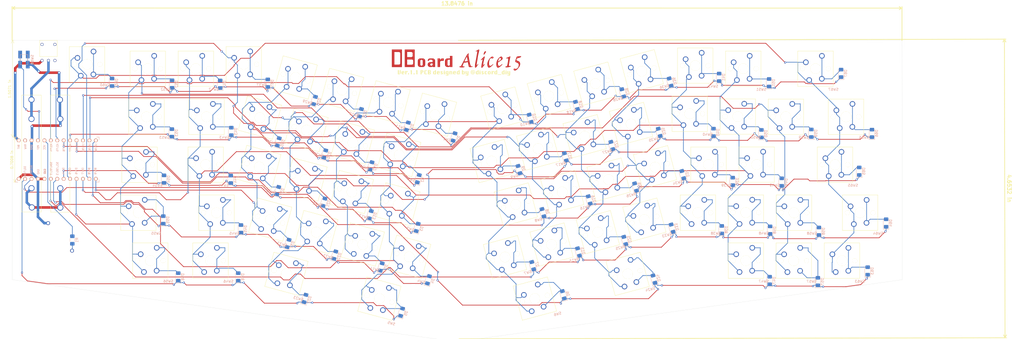
<source format=kicad_pcb>
(kicad_pcb (version 20171130) (host pcbnew "(5.1.2)-2")
  (layers (0 F.Cu signal) (31 B.Cu signal) (34 B.Paste user) (35 F.Paste user) (36 B.SilkS user) (37 F.SilkS user) (38 B.Mask user) (39 F.Mask user) (44 Edge.Cuts user))
  (net 0 "")
  (net 1 row0)
  (net 2 "Net-(D1-Pad2)")
  (net 3 "Net-(D2-Pad2)")
  (net 4 row1)
  (net 5 row2)
  (net 6 "Net-(D3-Pad2)")
  (net 7 row3)
  (net 8 "Net-(D4-Pad2)")
  (net 9 row4)
  (net 10 "Net-(D5-Pad2)")
  (net 11 "Net-(D6-Pad2)")
  (net 12 row5)
  (net 13 row6)
  (net 14 "Net-(D7-Pad2)")
  (net 15 "Net-(D8-Pad2)")
  (net 16 row7)
  (net 17 row8)
  (net 18 "Net-(D9-Pad2)")
  (net 19 "Net-(D10-Pad2)")
  (net 20 row9)
  (net 21 "Net-(D11-Pad2)")
  (net 22 "Net-(D12-Pad2)")
  (net 23 "Net-(D13-Pad2)")
  (net 24 "Net-(D14-Pad2)")
  (net 25 "Net-(D15-Pad2)")
  (net 26 "Net-(D16-Pad2)")
  (net 27 "Net-(D17-Pad2)")
  (net 28 "Net-(D18-Pad2)")
  (net 29 "Net-(D19-Pad2)")
  (net 30 "Net-(D20-Pad2)")
  (net 31 "Net-(D21-Pad2)")
  (net 32 "Net-(D22-Pad2)")
  (net 33 "Net-(D23-Pad2)")
  (net 34 "Net-(D24-Pad2)")
  (net 35 "Net-(D25-Pad2)")
  (net 36 "Net-(D26-Pad2)")
  (net 37 "Net-(D27-Pad2)")
  (net 38 "Net-(D28-Pad2)")
  (net 39 "Net-(D29-Pad2)")
  (net 40 "Net-(D30-Pad2)")
  (net 41 "Net-(D31-Pad2)")
  (net 42 "Net-(D32-Pad2)")
  (net 43 "Net-(D33-Pad2)")
  (net 44 "Net-(D34-Pad2)")
  (net 45 "Net-(D35-Pad2)")
  (net 46 "Net-(D36-Pad2)")
  (net 47 "Net-(D37-Pad2)")
  (net 48 "Net-(D38-Pad2)")
  (net 49 "Net-(D39-Pad2)")
  (net 50 "Net-(D40-Pad2)")
  (net 51 "Net-(D41-Pad2)")
  (net 52 "Net-(D42-Pad2)")
  (net 53 "Net-(D43-Pad2)")
  (net 54 "Net-(D44-Pad2)")
  (net 55 "Net-(D45-Pad2)")
  (net 56 "Net-(D46-Pad2)")
  (net 57 "Net-(D47-Pad2)")
  (net 58 "Net-(D48-Pad2)")
  (net 59 "Net-(D49-Pad2)")
  (net 60 "Net-(D50-Pad2)")
  (net 61 "Net-(D51-Pad2)")
  (net 62 "Net-(D52-Pad2)")
  (net 63 "Net-(D53-Pad2)")
  (net 64 "Net-(D54-Pad2)")
  (net 65 "Net-(D55-Pad2)")
  (net 66 "Net-(D56-Pad2)")
  (net 67 "Net-(D57-Pad2)")
  (net 68 "Net-(D58-Pad2)")
  (net 69 "Net-(D59-Pad2)")
  (net 70 "Net-(D60-Pad2)")
  (net 71 "Net-(D63-Pad2)")
  (net 72 "Net-(D64-Pad2)")
  (net 73 "Net-(D65-Pad2)")
  (net 74 "Net-(D66-Pad2)")
  (net 75 "Net-(D67-Pad2)")
  (net 76 col0)
  (net 77 col1)
  (net 78 col2)
  (net 79 col3)
  (net 80 col4)
  (net 81 col5)
  (net 82 col6)
  (net 83 col7)
  (net 84 GND)
  (net 85 reset)
  (net 86 VCC)
  (net 87 "Net-(BC1-Pad2)")
  (net 88 "Net-(BC2-Pad2)")
  (net 89 "Net-(D68-Pad2)")
  (net 90 bat)
  (module discord_original:Switch_MX_Alps_1U (layer F.Cu) (at 234.58 -63.09)
    (fp_text reference SW38 (at 7.1 8.2) (layer B.SilkS) (effects (justify mirror)))
    (fp_text value SW_PUSH hide)
    (pad 2 thru_hole circle (at 2.54 -5.08) (size 2.2 2.2) (drill 1.5) (layers *.Cu *.Mask) (net 48 "Net-(D38-Pad2)"))
    (pad 1 thru_hole circle (at -3.81 -2.54) (size 2.2 2.2) (drill 1.5) (layers *.Cu *.Mask) (net 80 col4))
    (pad 1 thru_hole circle (at -2.5 4.5) (size 2.2 2.2) (drill 1.5) (layers *.Cu *.Mask) (net 80 col4))
    (pad 2 thru_hole circle (at 2.5 4) (size 2.2 2.2) (drill 1.5) (layers *.Cu *.Mask) (net 48 "Net-(D38-Pad2)"))
    (pad "" np_thru_hole circle (at 0 0 90) (size 4.1 4.1) (drill 4.1) (layers *.Cu *.Mask F.SilkS))
    (pad "" np_thru_hole circle (at 5.08 0) (size 1.9 1.9) (drill 1.9) (layers *.Cu *.Mask F.SilkS))
    (pad "" np_thru_hole circle (at -5.08 0) (size 1.9 1.9) (drill 1.9) (layers *.Cu *.Mask F.SilkS))
  )
  (module discord_original:Switch_MX_Alps_1U (layer F.Cu) (at 40.05 -82.1)
    (fp_text reference SW44 (at 7.1 8.2) (layer B.SilkS) (effects (justify mirror)))
    (fp_text value SW_PUSH hide)
    (pad 2 thru_hole circle (at 2.54 -5.08) (size 2.2 2.2) (drill 1.5) (layers *.Cu *.Mask) (net 54 "Net-(D44-Pad2)"))
    (pad 1 thru_hole circle (at -3.81 -2.54) (size 2.2 2.2) (drill 1.5) (layers *.Cu *.Mask) (net 81 col5))
    (pad 1 thru_hole circle (at -2.5 4.5) (size 2.2 2.2) (drill 1.5) (layers *.Cu *.Mask) (net 81 col5))
    (pad 2 thru_hole circle (at 2.5 4) (size 2.2 2.2) (drill 1.5) (layers *.Cu *.Mask) (net 54 "Net-(D44-Pad2)"))
    (pad "" np_thru_hole circle (at 0 0 90) (size 4.1 4.1) (drill 4.1) (layers *.Cu *.Mask F.SilkS))
    (pad "" np_thru_hole circle (at 5.08 0) (size 1.9 1.9) (drill 1.9) (layers *.Cu *.Mask F.SilkS))
    (pad "" np_thru_hole circle (at -5.08 0) (size 1.9 1.9) (drill 1.9) (layers *.Cu *.Mask F.SilkS))
  )
  (module discord_original:Switch_MX_Alps_2.25U (layer F.Cu) (at 288.79 -82.09)
    (fp_text reference SW65 (at 7.1 8.2) (layer B.SilkS) (effects (justify mirror)))
    (fp_text value SW_PUSH hide)
    (pad "" np_thru_hole circle (at -5.08 0) (size 1.9 1.9) (drill 1.9) (layers *.Cu *.Mask F.SilkS))
    (pad "" np_thru_hole circle (at 5.08 0) (size 1.9 1.9) (drill 1.9) (layers *.Cu *.Mask F.SilkS))
    (pad "" np_thru_hole circle (at 0 0 90) (size 4.1 4.1) (drill 4.1) (layers *.Cu *.Mask F.SilkS))
    (pad 2 thru_hole circle (at 2.5 4) (size 2.2 2.2) (drill 1.5) (layers *.Cu *.Mask) (net 73 "Net-(D65-Pad2)"))
    (pad 1 thru_hole circle (at -2.5 4.5) (size 2.2 2.2) (drill 1.5) (layers *.Cu *.Mask) (net 83 col7))
    (pad 1 thru_hole circle (at -3.81 -2.54) (size 2.2 2.2) (drill 1.5) (layers *.Cu *.Mask) (net 83 col7))
    (pad 2 thru_hole circle (at 2.54 -5.08) (size 2.2 2.2) (drill 1.5) (layers *.Cu *.Mask) (net 73 "Net-(D65-Pad2)"))
    (pad "" np_thru_hole circle (at -11.938 -6.985) (size 3.048 3.048) (drill 3.048) (layers *.Cu *.Mask))
    (pad "" np_thru_hole circle (at 11.938 -6.985) (size 3.048 3.048) (drill 3.048) (layers *.Cu *.Mask))
    (pad "" np_thru_hole circle (at 11.938 8.255) (size 4.445 4.445) (drill 4.445) (layers *.Cu *.Mask))
    (pad "" np_thru_hole circle (at -11.938 8.255) (size 4.445 4.445) (drill 4.445) (layers *.Cu *.Mask))
  )
  (module discord_original:Switch_MX_Alps_1U (layer F.Cu) (at 291.55 -44.08)
    (fp_text reference SW63 (at 7.1 8.2) (layer B.SilkS) (effects (justify mirror)))
    (fp_text value SW_PUSH hide)
    (pad "" np_thru_hole circle (at -5.08 0) (size 1.9 1.9) (drill 1.9) (layers *.Cu *.Mask F.SilkS))
    (pad "" np_thru_hole circle (at 5.08 0) (size 1.9 1.9) (drill 1.9) (layers *.Cu *.Mask F.SilkS))
    (pad "" np_thru_hole circle (at 0 0 90) (size 4.1 4.1) (drill 4.1) (layers *.Cu *.Mask F.SilkS))
    (pad 2 thru_hole circle (at 2.5 4) (size 2.2 2.2) (drill 1.5) (layers *.Cu *.Mask) (net 71 "Net-(D63-Pad2)"))
    (pad 1 thru_hole circle (at -2.5 4.5) (size 2.2 2.2) (drill 1.5) (layers *.Cu *.Mask) (net 83 col7))
    (pad 1 thru_hole circle (at -3.81 -2.54) (size 2.2 2.2) (drill 1.5) (layers *.Cu *.Mask) (net 83 col7))
    (pad 2 thru_hole circle (at 2.54 -5.08) (size 2.2 2.2) (drill 1.5) (layers *.Cu *.Mask) (net 71 "Net-(D63-Pad2)"))
  )
  (module discord_original:GT11_MABE (layer F.Cu) (at -19.57 -129.67 270)
    (fp_text reference K?1 hide)
    (fp_text value KEYSW)
    (pad 5 thru_hole circle (at 0 0 270) (size 1.2 1.2) (drill 0.89) (layers *.Cu *.Mask))
    (pad 4 thru_hole circle (at 0 5.08 270) (size 1.2 1.2) (drill 0.89) (layers *.Cu *.Mask))
    (pad 3 thru_hole circle (at 6.35 0 270) (size 1.2 1.2) (drill 0.89) (layers *.Cu *.Mask))
    (pad 2 thru_hole circle (at 6.35 2.54 270) (size 1.2 1.2) (drill 0.89) (layers *.Cu *.Mask) (net 88 "Net-(BC2-Pad2)"))
    (pad 1 thru_hole circle (at 6.35 5.08 270) (size 1.2 1.2) (drill 0.89) (layers *.Cu *.Mask) (net 90 bat))
  )
  (module discord_original:BLEMicroPro (layer F.Cu) (at -16.852 -84.0786 90)
    (fp_text reference U1 hide)
    (fp_text value ProMicro hide)
    (fp_text user GND (at -4.66 -6.66 90 unlocked) (layer B.SilkS) (effects (font (size 0.75 0.67) (thickness 0.125)) (justify mirror)))
    (fp_text user BAT (at 5.08 -17.05 90 unlocked) (layer B.SilkS) (effects (font (size 0.75 0.67) (thickness 0.125)) (justify mirror)))
    (fp_text user "" (at -0.545 -17.4 90) (layer F.SilkS))
    (fp_text user "" (at -0.545 -17.4 90) (layer F.SilkS))
    (fp_text user RAW (at 5.12 -14.39 90 unlocked) (layer B.SilkS) (effects (font (size 0.75 0.67) (thickness 0.125)) (justify mirror)))
    (fp_text user GND (at 4.94 -11.97 90 unlocked) (layer B.SilkS) (effects (font (size 0.75 0.67) (thickness 0.125)) (justify mirror)))
    (fp_text user RST (at 4.885 -9.31 90 unlocked) (layer B.SilkS) (effects (font (size 0.75 0.67) (thickness 0.125)) (justify mirror)))
    (fp_text user VCC (at 4.885 -6.86 90 unlocked) (layer B.SilkS) (effects (font (size 0.75 0.67) (thickness 0.125)) (justify mirror)))
    (fp_text user A3/F4 (at 4.785 -4.2 90 unlocked) (layer B.SilkS) (effects (font (size 0.75 0.67) (thickness 0.125)) (justify mirror)))
    (fp_text user A2/F5 (at 4.785 -1.7 90 unlocked) (layer B.SilkS) (effects (font (size 0.75 0.67) (thickness 0.125)) (justify mirror)))
    (fp_text user A1/F6 (at 4.785 0.8 90 unlocked) (layer B.SilkS) (effects (font (size 0.75 0.67) (thickness 0.125)) (justify mirror)))
    (fp_text user A0/F7 (at 4.785 3.35 90 unlocked) (layer B.SilkS) (effects (font (size 0.75 0.67) (thickness 0.125)) (justify mirror)))
    (fp_text user 15/B1 (at 4.785 5.9 90 unlocked) (layer B.SilkS) (effects (font (size 0.75 0.67) (thickness 0.125)) (justify mirror)))
    (fp_text user 14/B3 (at 4.785 8.45 90 unlocked) (layer B.SilkS) (effects (font (size 0.75 0.67) (thickness 0.125)) (justify mirror)))
    (fp_text user 10/B6 (at 4.785 13.5 90 unlocked) (layer B.SilkS) (effects (font (size 0.75 0.67) (thickness 0.125)) (justify mirror)))
    (fp_text user 16/B2 (at 4.785 11 90 unlocked) (layer B.SilkS) (effects (font (size 0.75 0.67) (thickness 0.125)) (justify mirror)))
    (fp_text user E6/7 (at -4.505 8.29 90 unlocked) (layer B.SilkS) (effects (font (size 0.75 0.67) (thickness 0.125)) (justify mirror)))
    (fp_text user D7/6 (at -4.505 5.74 90 unlocked) (layer B.SilkS) (effects (font (size 0.75 0.67) (thickness 0.125)) (justify mirror)))
    (fp_text user GND (at -4.8 -9.27 90 unlocked) (layer B.SilkS) (effects (font (size 0.75 0.67) (thickness 0.125)) (justify mirror)))
    (fp_text user GND (at -4.66 -6.66 90 unlocked) (layer B.SilkS) (effects (font (size 0.75 0.67) (thickness 0.125)) (justify mirror)))
    (fp_text user D3/TX0 (at -4.47 -14.53 90 unlocked) (layer B.SilkS) (effects (font (size 0.75 0.67) (thickness 0.125)) (justify mirror)))
    (fp_text user D4/4 (at -4.505 0.64 90 unlocked) (layer B.SilkS) (effects (font (size 0.75 0.67) (thickness 0.125)) (justify mirror)))
    (fp_text user SDA/D1/2 (at -3.525 -4.22 90 unlocked) (layer B.SilkS) (effects (font (size 0.75 0.67) (thickness 0.125)) (justify mirror)))
    (fp_text user SCL/D0/3 (at -3.525 -1.72 90 unlocked) (layer B.SilkS) (effects (font (size 0.75 0.67) (thickness 0.125)) (justify mirror)))
    (fp_text user C6/5 (at -4.505 3.19 90 unlocked) (layer B.SilkS) (effects (font (size 0.75 0.67) (thickness 0.125)) (justify mirror)))
    (fp_text user B5/9 (at -4.505 13.34 90 unlocked) (layer B.SilkS) (effects (font (size 0.75 0.67) (thickness 0.125)) (justify mirror)))
    (fp_text user D2/RX1 (at -4.19 -12.11 90 unlocked) (layer B.SilkS) (effects (font (size 0.75 0.67) (thickness 0.125)) (justify mirror)))
    (fp_text user B4/8 (at -4.505 10.84 90 unlocked) (layer B.SilkS) (effects (font (size 0.75 0.67) (thickness 0.125)) (justify mirror)))
    (pad 1 thru_hole circle (at -7.6086 -14.478 90) (size 1.5 1.5) (drill 0.85) (layers *.Cu *.SilkS *.Mask) (net 9 row4))
    (pad 2 thru_hole circle (at -7.6086 -11.938 90) (size 1.5 1.5) (drill 0.85) (layers *.Cu *.SilkS *.Mask) (net 12 row5))
    (pad 3 thru_hole circle (at -7.6086 -9.398 90) (size 1.5 1.5) (drill 0.85) (layers *.Cu *.SilkS *.Mask) (net 84 GND))
    (pad 4 thru_hole circle (at -7.6086 -6.858 90) (size 1.5 1.5) (drill 0.85) (layers *.Cu *.SilkS *.Mask) (net 84 GND))
    (pad 5 thru_hole circle (at -7.6086 -4.318 90) (size 1.5 1.5) (drill 0.85) (layers *.Cu *.SilkS *.Mask) (net 13 row6))
    (pad 6 thru_hole circle (at -7.6086 -1.778 90) (size 1.5 1.5) (drill 0.85) (layers *.Cu *.SilkS *.Mask) (net 7 row3))
    (pad 7 thru_hole circle (at -7.6086 0.762 90) (size 1.5 1.5) (drill 0.85) (layers *.Cu *.SilkS *.Mask) (net 5 row2))
    (pad 8 thru_hole circle (at -7.6086 3.302 90) (size 1.5 1.5) (drill 0.85) (layers *.Cu *.SilkS *.Mask) (net 83 col7))
    (pad 9 thru_hole circle (at -7.6086 5.842 90) (size 1.5 1.5) (drill 0.85) (layers *.Cu *.SilkS *.Mask) (net 82 col6))
    (pad 10 thru_hole circle (at -7.6086 8.382 90) (size 1.5 1.5) (drill 0.85) (layers *.Cu *.SilkS *.Mask) (net 81 col5))
    (pad 11 thru_hole circle (at -7.6086 10.922 90) (size 1.5 1.5) (drill 0.85) (layers *.Cu *.SilkS *.Mask) (net 80 col4))
    (pad 12 thru_hole circle (at -7.6086 13.462 90) (size 1.5 1.5) (drill 0.85) (layers *.Cu *.SilkS *.Mask) (net 79 col3))
    (pad 13 thru_hole circle (at 7.6114 13.462 90) (size 1.5 1.5) (drill 0.85) (layers *.Cu *.SilkS *.Mask) (net 76 col0))
    (pad 14 thru_hole circle (at 7.6114 10.922 90) (size 1.5 1.5) (drill 0.85) (layers *.Cu *.SilkS *.Mask) (net 77 col1))
    (pad 15 thru_hole circle (at 7.6114 8.382 90) (size 1.5 1.5) (drill 0.85) (layers *.Cu *.SilkS *.Mask) (net 78 col2))
    (pad 16 thru_hole circle (at 7.6114 5.842 90) (size 1.5 1.5) (drill 0.85) (layers *.Cu *.SilkS *.Mask) (net 16 row7))
    (pad 17 thru_hole circle (at 7.6114 3.302 90) (size 1.5 1.5) (drill 0.85) (layers *.Cu *.SilkS *.Mask) (net 4 row1))
    (pad 18 thru_hole circle (at 7.6114 0.762 90) (size 1.5 1.5) (drill 0.85) (layers *.Cu *.SilkS *.Mask) (net 17 row8))
    (pad 19 thru_hole circle (at 7.6114 -1.778 90) (size 1.5 1.5) (drill 0.85) (layers *.Cu *.SilkS *.Mask) (net 1 row0))
    (pad 20 thru_hole circle (at 7.6114 -4.318 90) (size 1.5 1.5) (drill 0.85) (layers *.Cu *.SilkS *.Mask) (net 20 row9))
    (pad 21 thru_hole circle (at 7.6114 -6.858 90) (size 1.5 1.5) (drill 0.85) (layers *.Cu *.SilkS *.Mask) (net 86 VCC))
    (pad 22 thru_hole circle (at 7.6114 -9.398 90) (size 1.5 1.5) (drill 0.85) (layers *.Cu *.SilkS *.Mask) (net 85 reset))
    (pad 23 thru_hole circle (at 7.6114 -11.938 90) (size 1.5 1.5) (drill 0.85) (layers *.Cu *.SilkS *.Mask) (net 84 GND))
    (pad 24 thru_hole circle (at 7.6114 -14.478 90) (size 1.5 1.5) (drill 0.85) (layers *.Cu *.SilkS *.Mask))
    (pad 25 thru_hole circle (at -7.6086 -17.018 90) (size 1.5 1.5) (drill 0.85) (layers *.Cu *.SilkS *.Mask) (net 84 GND))
    (pad 26 thru_hole circle (at 7.6114 -17.018 90) (size 1.5 1.5) (drill 0.85) (layers *.Cu *.SilkS *.Mask) (net 90 bat))
  )
  (module dboard_logo:logo_LED_v1 (layer F.Cu) (at -22.21 -48.03)
    (fp_text reference D68 hide)
    (fp_text value LED hide)
    (pad 2 thru_hole circle (at 9.43 -0.02) (size 1.524 1.524) (drill 1) (layers *.Cu *.Mask) (net 89 "Net-(D68-Pad2)"))
    (pad 1 thru_hole circle (at -0.03 -10.91) (size 1.524 1.524) (drill 1) (layers *.Cu *.Mask) (net 84 GND))
  )
  (module discord_original:Reset_Switch_from_Ali (layer F.Cu) (at -31.8 -123.7 90)
    (fp_text reference SW68 (at -0.05 3.3 90) (layer B.SilkS) (effects (justify mirror)))
    (fp_text value SW_PUSH)
    (pad 1 smd rect (at 2 -1.5 90) (size 3 1.5) (layers B.Cu B.Paste B.Mask) (net 85 reset))
    (pad 2 smd rect (at 2 1.5 90) (size 3 1.5) (layers B.Cu B.Paste B.Mask) (net 84 GND))
    (pad 1 smd rect (at -2 -1.5 90) (size 3 1.5) (layers B.Cu B.Paste B.Mask) (net 85 reset))
    (pad 2 smd rect (at -2 1.5 90) (size 3 1.5) (layers B.Cu B.Paste B.Mask) (net 84 GND))
  )
  (module discord_original:BatteryHolder_BK-82 (layer F.Cu) (at -17.43 -86.445 270)
    (fp_text reference BC1 hide)
    (fp_text value BatteryCase)
    (pad 2 thru_hole circle (at 21.335 0 270) (size 2.4 2.4) (drill 1.78) (layers *.Cu *.Mask) (net 87 "Net-(BC1-Pad2)"))
    (pad 2 thru_hole circle (at 13.715 0 270) (size 2.4 2.4) (drill 1.78) (layers *.Cu *.Mask) (net 87 "Net-(BC1-Pad2)"))
    (pad 1 thru_hole circle (at -13.715 0 270) (size 2.4 2.4) (drill 1.78) (layers *.Cu *.Mask) (net 84 GND))
    (pad 1 thru_hole circle (at -21.335 0.15 270) (size 2.4 2.4) (drill 1.78) (layers *.Cu *.Mask) (net 84 GND))
  )
  (module discord_original:BatteryHolder_BK-82 (layer F.Cu) (at -28.82 -86.49 90)
    (fp_text reference BC2 hide)
    (fp_text value BatteryCase)
    (pad 2 thru_hole circle (at 21.335 0 90) (size 2.4 2.4) (drill 1.78) (layers *.Cu *.Mask) (net 88 "Net-(BC2-Pad2)"))
    (pad 2 thru_hole circle (at 13.715 0 90) (size 2.4 2.4) (drill 1.78) (layers *.Cu *.Mask) (net 88 "Net-(BC2-Pad2)"))
    (pad 1 thru_hole circle (at -13.715 0 90) (size 2.4 2.4) (drill 1.78) (layers *.Cu *.Mask) (net 87 "Net-(BC1-Pad2)"))
    (pad 1 thru_hole circle (at -21.335 0.15 90) (size 2.4 2.4) (drill 1.78) (layers *.Cu *.Mask) (net 87 "Net-(BC1-Pad2)"))
  )
  (module Diode_SMD:D_1206_3216Metric_Pad1.42x1.75mm_HandSolder (layer B.Cu) (at 138.215007 -93.053185 75)
    (fp_text reference D1 (at 0 1.82 255) (layer B.SilkS) (effects (justify mirror)))
    (fp_text value D)
    (pad 2 smd roundrect (at 1.4875 0 75) (size 1.425 1.75) (layers B.Cu B.Paste B.Mask) (roundrect_rratio 0.175439) (net 2 "Net-(D1-Pad2)"))
    (pad 1 smd roundrect (at -1.4875 0 75) (size 1.425 1.75) (layers B.Cu B.Paste B.Mask) (roundrect_rratio 0.175439) (net 1 row0))
  )
  (module Diode_SMD:D_1206_3216Metric_Pad1.42x1.75mm_HandSolder (layer B.Cu) (at 124.075007 -76.553185 75)
    (fp_text reference D2 (at 0 1.82 255) (layer B.SilkS) (effects (justify mirror)))
    (fp_text value D)
    (pad 2 smd roundrect (at 1.4875 0 75) (size 1.425 1.75) (layers B.Cu B.Paste B.Mask) (roundrect_rratio 0.175439) (net 3 "Net-(D2-Pad2)"))
    (pad 1 smd roundrect (at -1.4875 0 75) (size 1.425 1.75) (layers B.Cu B.Paste B.Mask) (roundrect_rratio 0.175439) (net 4 row1))
  )
  (module Diode_SMD:D_1206_3216Metric_Pad1.42x1.75mm_HandSolder (layer B.Cu) (at 123.655007 -57.263185 75)
    (fp_text reference D3 (at 0 1.82 255) (layer B.SilkS) (effects (justify mirror)))
    (fp_text value D)
    (pad 2 smd roundrect (at 1.4875 0 75) (size 1.425 1.75) (layers B.Cu B.Paste B.Mask) (roundrect_rratio 0.175439) (net 6 "Net-(D3-Pad2)"))
    (pad 1 smd roundrect (at -1.4875 0 75) (size 1.425 1.75) (layers B.Cu B.Paste B.Mask) (roundrect_rratio 0.175439) (net 5 row2))
  )
  (module Diode_SMD:D_1206_3216Metric_Pad1.42x1.75mm_HandSolder (layer B.Cu) (at 128.075007 -36.513185 75)
    (fp_text reference D4 (at 0 1.82 255) (layer B.SilkS) (effects (justify mirror)))
    (fp_text value D)
    (pad 2 smd roundrect (at 1.4875 0 75) (size 1.425 1.75) (layers B.Cu B.Paste B.Mask) (roundrect_rratio 0.175439) (net 8 "Net-(D4-Pad2)"))
    (pad 1 smd roundrect (at -1.4875 0 75) (size 1.425 1.75) (layers B.Cu B.Paste B.Mask) (roundrect_rratio 0.175439) (net 7 row3))
  )
  (module Diode_SMD:D_1206_3216Metric_Pad1.42x1.75mm_HandSolder (layer B.Cu) (at 117.475007 -23.693185 75)
    (fp_text reference D5 (at 0 1.82 255) (layer B.SilkS) (effects (justify mirror)))
    (fp_text value D)
    (pad 2 smd roundrect (at 1.4875 0 75) (size 1.425 1.75) (layers B.Cu B.Paste B.Mask) (roundrect_rratio 0.175439) (net 10 "Net-(D5-Pad2)"))
    (pad 1 smd roundrect (at -1.4875 0 75) (size 1.425 1.75) (layers B.Cu B.Paste B.Mask) (roundrect_rratio 0.175439) (net 9 row4))
  )
  (module Diode_SMD:D_1206_3216Metric_Pad1.42x1.75mm_HandSolder (layer B.Cu) (at 181.394993 -30.573185 105)
    (fp_text reference D6 (at 0 1.82 285) (layer B.SilkS) (effects (justify mirror)))
    (fp_text value D)
    (pad 2 smd roundrect (at 1.4875 0 105) (size 1.425 1.75) (layers B.Cu B.Paste B.Mask) (roundrect_rratio 0.175439) (net 11 "Net-(D6-Pad2)"))
    (pad 1 smd roundrect (at -1.4875 0 105) (size 1.425 1.75) (layers B.Cu B.Paste B.Mask) (roundrect_rratio 0.175439) (net 12 row5))
  )
  (module Diode_SMD:D_1206_3216Metric_Pad1.42x1.75mm_HandSolder (layer B.Cu) (at 169.304993 -42.123185 105)
    (fp_text reference D7 (at 0 1.82 285) (layer B.SilkS) (effects (justify mirror)))
    (fp_text value D)
    (pad 2 smd roundrect (at 1.4875 0 105) (size 1.425 1.75) (layers B.Cu B.Paste B.Mask) (roundrect_rratio 0.175439) (net 14 "Net-(D7-Pad2)"))
    (pad 1 smd roundrect (at -1.4875 0 105) (size 1.425 1.75) (layers B.Cu B.Paste B.Mask) (roundrect_rratio 0.175439) (net 13 row6))
  )
  (module Diode_SMD:D_1206_3216Metric_Pad1.42x1.75mm_HandSolder (layer B.Cu) (at 173.344993 -63.073185 105)
    (fp_text reference D8 (at 0 1.82 285) (layer B.SilkS) (effects (justify mirror)))
    (fp_text value D)
    (pad 2 smd roundrect (at 1.4875 0 105) (size 1.425 1.75) (layers B.Cu B.Paste B.Mask) (roundrect_rratio 0.175439) (net 15 "Net-(D8-Pad2)"))
    (pad 1 smd roundrect (at -1.4875 0 105) (size 1.425 1.75) (layers B.Cu B.Paste B.Mask) (roundrect_rratio 0.175439) (net 16 row7))
  )
  (module Diode_SMD:D_1206_3216Metric_Pad1.42x1.75mm_HandSolder (layer B.Cu) (at 163.884993 -80.133185 105)
    (fp_text reference D9 (at 0 1.82 285) (layer B.SilkS) (effects (justify mirror)))
    (fp_text value D)
    (pad 2 smd roundrect (at 1.4875 0 105) (size 1.425 1.75) (layers B.Cu B.Paste B.Mask) (roundrect_rratio 0.175439) (net 18 "Net-(D9-Pad2)"))
    (pad 1 smd roundrect (at -1.4875 0 105) (size 1.425 1.75) (layers B.Cu B.Paste B.Mask) (roundrect_rratio 0.175439) (net 17 row8))
  )
  (module Diode_SMD:D_1206_3216Metric_Pad1.42x1.75mm_HandSolder (layer B.Cu) (at 168.29 -100.44 105)
    (fp_text reference D10 (at 0 1.82 285) (layer B.SilkS) (effects (justify mirror)))
    (fp_text value D)
    (pad 2 smd roundrect (at 1.4875 0 105) (size 1.425 1.75) (layers B.Cu B.Paste B.Mask) (roundrect_rratio 0.175439) (net 19 "Net-(D10-Pad2)"))
    (pad 1 smd roundrect (at -1.4875 0 105) (size 1.425 1.75) (layers B.Cu B.Paste B.Mask) (roundrect_rratio 0.175439) (net 20 row9))
  )
  (module Diode_SMD:D_1206_3216Metric_Pad1.42x1.75mm_HandSolder (layer B.Cu) (at 119.745007 -97.303185 75)
    (fp_text reference D11 (at 0 1.82 255) (layer B.SilkS) (effects (justify mirror)))
    (fp_text value D)
    (pad 2 smd roundrect (at 1.4875 0 75) (size 1.425 1.75) (layers B.Cu B.Paste B.Mask) (roundrect_rratio 0.175439) (net 21 "Net-(D11-Pad2)"))
    (pad 1 smd roundrect (at -1.4875 0 75) (size 1.425 1.75) (layers B.Cu B.Paste B.Mask) (roundrect_rratio 0.175439) (net 1 row0))
  )
  (module Diode_SMD:D_1206_3216Metric_Pad1.42x1.75mm_HandSolder (layer B.Cu) (at 105.395007 -81.593185 75)
    (fp_text reference D12 (at 0 1.82 255) (layer B.SilkS) (effects (justify mirror)))
    (fp_text value D)
    (pad 2 smd roundrect (at 1.4875 0 75) (size 1.425 1.75) (layers B.Cu B.Paste B.Mask) (roundrect_rratio 0.175439) (net 22 "Net-(D12-Pad2)"))
    (pad 1 smd roundrect (at -1.4875 0 75) (size 1.425 1.75) (layers B.Cu B.Paste B.Mask) (roundrect_rratio 0.175439) (net 4 row1))
  )
  (module Diode_SMD:D_1206_3216Metric_Pad1.42x1.75mm_HandSolder (layer B.Cu) (at 105.105007 -62.293185 75)
    (fp_text reference D13 (at 0 1.82 255) (layer B.SilkS) (effects (justify mirror)))
    (fp_text value D)
    (pad 2 smd roundrect (at 1.4875 0 75) (size 1.425 1.75) (layers B.Cu B.Paste B.Mask) (roundrect_rratio 0.175439) (net 23 "Net-(D13-Pad2)"))
    (pad 1 smd roundrect (at -1.4875 0 75) (size 1.425 1.75) (layers B.Cu B.Paste B.Mask) (roundrect_rratio 0.175439) (net 5 row2))
  )
  (module Diode_SMD:D_1206_3216Metric_Pad1.42x1.75mm_HandSolder (layer B.Cu) (at 109.435007 -41.593185 75)
    (fp_text reference D14 (at 0 1.82 255) (layer B.SilkS) (effects (justify mirror)))
    (fp_text value D)
    (pad 2 smd roundrect (at 1.4875 0 75) (size 1.425 1.75) (layers B.Cu B.Paste B.Mask) (roundrect_rratio 0.175439) (net 24 "Net-(D14-Pad2)"))
    (pad 1 smd roundrect (at -1.4875 0 75) (size 1.425 1.75) (layers B.Cu B.Paste B.Mask) (roundrect_rratio 0.175439) (net 7 row3))
  )
  (module Diode_SMD:D_1206_3216Metric_Pad1.42x1.75mm_HandSolder (layer B.Cu) (at 187.404993 -47.523185 105)
    (fp_text reference D15 (at 0 1.82 285) (layer B.SilkS) (effects (justify mirror)))
    (fp_text value D)
    (pad 2 smd roundrect (at 1.4875 0 105) (size 1.425 1.75) (layers B.Cu B.Paste B.Mask) (roundrect_rratio 0.175439) (net 25 "Net-(D15-Pad2)"))
    (pad 1 smd roundrect (at -1.4875 0 105) (size 1.425 1.75) (layers B.Cu B.Paste B.Mask) (roundrect_rratio 0.175439) (net 13 row6))
  )
  (module Diode_SMD:D_1206_3216Metric_Pad1.42x1.75mm_HandSolder (layer B.Cu) (at 191.644993 -68.113185 105)
    (fp_text reference D16 (at 0 1.82 285) (layer B.SilkS) (effects (justify mirror)))
    (fp_text value D)
    (pad 2 smd roundrect (at 1.4875 0 105) (size 1.425 1.75) (layers B.Cu B.Paste B.Mask) (roundrect_rratio 0.175439) (net 26 "Net-(D16-Pad2)"))
    (pad 1 smd roundrect (at -1.4875 0 105) (size 1.425 1.75) (layers B.Cu B.Paste B.Mask) (roundrect_rratio 0.175439) (net 16 row7))
  )
  (module Diode_SMD:D_1206_3216Metric_Pad1.42x1.75mm_HandSolder (layer B.Cu) (at 182.204993 -85.173185 105)
    (fp_text reference D17 (at 0 1.82 285) (layer B.SilkS) (effects (justify mirror)))
    (fp_text value D)
    (pad 2 smd roundrect (at 1.4875 0 105) (size 1.425 1.75) (layers B.Cu B.Paste B.Mask) (roundrect_rratio 0.175439) (net 27 "Net-(D17-Pad2)"))
    (pad 1 smd roundrect (at -1.4875 0 105) (size 1.425 1.75) (layers B.Cu B.Paste B.Mask) (roundrect_rratio 0.175439) (net 17 row8))
  )
  (module Diode_SMD:D_1206_3216Metric_Pad1.42x1.75mm_HandSolder (layer B.Cu) (at 186.59 -105.53 105)
    (fp_text reference D18 (at 0 1.82 285) (layer B.SilkS) (effects (justify mirror)))
    (fp_text value D)
    (pad 2 smd roundrect (at 1.4875 0 105) (size 1.425 1.75) (layers B.Cu B.Paste B.Mask) (roundrect_rratio 0.175439) (net 28 "Net-(D18-Pad2)"))
    (pad 1 smd roundrect (at -1.4875 0 105) (size 1.425 1.75) (layers B.Cu B.Paste B.Mask) (roundrect_rratio 0.175439) (net 20 row9))
  )
  (module Diode_SMD:D_1206_3216Metric_Pad1.42x1.75mm_HandSolder (layer B.Cu) (at 101.225007 -102.663185 75)
    (fp_text reference D19 (at 0 1.82 255) (layer B.SilkS) (effects (justify mirror)))
    (fp_text value D)
    (pad 2 smd roundrect (at 1.4875 0 75) (size 1.425 1.75) (layers B.Cu B.Paste B.Mask) (roundrect_rratio 0.175439) (net 29 "Net-(D19-Pad2)"))
    (pad 1 smd roundrect (at -1.4875 0 75) (size 1.425 1.75) (layers B.Cu B.Paste B.Mask) (roundrect_rratio 0.175439) (net 1 row0))
  )
  (module Diode_SMD:D_1206_3216Metric_Pad1.42x1.75mm_HandSolder (layer B.Cu) (at 87.125007 -86.293185 75)
    (fp_text reference D20 (at 0 1.82 255) (layer B.SilkS) (effects (justify mirror)))
    (fp_text value D)
    (pad 2 smd roundrect (at 1.4875 0 75) (size 1.425 1.75) (layers B.Cu B.Paste B.Mask) (roundrect_rratio 0.175439) (net 30 "Net-(D20-Pad2)"))
    (pad 1 smd roundrect (at -1.4875 0 75) (size 1.425 1.75) (layers B.Cu B.Paste B.Mask) (roundrect_rratio 0.175439) (net 4 row1))
  )
  (module Diode_SMD:D_1206_3216Metric_Pad1.42x1.75mm_HandSolder (layer B.Cu) (at 86.795007 -67.243185 75)
    (fp_text reference D21 (at 0 1.82 255) (layer B.SilkS) (effects (justify mirror)))
    (fp_text value D)
    (pad 2 smd roundrect (at 1.4875 0 75) (size 1.425 1.75) (layers B.Cu B.Paste B.Mask) (roundrect_rratio 0.175439) (net 31 "Net-(D21-Pad2)"))
    (pad 1 smd roundrect (at -1.4875 0 75) (size 1.425 1.75) (layers B.Cu B.Paste B.Mask) (roundrect_rratio 0.175439) (net 5 row2))
  )
  (module Diode_SMD:D_1206_3216Metric_Pad1.42x1.75mm_HandSolder (layer B.Cu) (at 91.085007 -46.293185 75)
    (fp_text reference D22 (at 0 1.82 255) (layer B.SilkS) (effects (justify mirror)))
    (fp_text value D)
    (pad 2 smd roundrect (at 1.4875 0 75) (size 1.425 1.75) (layers B.Cu B.Paste B.Mask) (roundrect_rratio 0.175439) (net 32 "Net-(D22-Pad2)"))
    (pad 1 smd roundrect (at -1.4875 0 75) (size 1.425 1.75) (layers B.Cu B.Paste B.Mask) (roundrect_rratio 0.175439) (net 7 row3))
  )
  (module Diode_SMD:D_1206_3216Metric_Pad1.42x1.75mm_HandSolder (layer B.Cu) (at 79.285007 -29.133185 75)
    (fp_text reference D23 (at 0 1.82 255) (layer B.SilkS) (effects (justify mirror)))
    (fp_text value D)
    (pad 2 smd roundrect (at 1.4875 0 75) (size 1.425 1.75) (layers B.Cu B.Paste B.Mask) (roundrect_rratio 0.175439) (net 33 "Net-(D23-Pad2)"))
    (pad 1 smd roundrect (at -1.4875 0 75) (size 1.425 1.75) (layers B.Cu B.Paste B.Mask) (roundrect_rratio 0.175439) (net 9 row4))
  )
  (module Diode_SMD:D_1206_3216Metric_Pad1.42x1.75mm_HandSolder (layer B.Cu) (at 217.234993 -36.773185 105)
    (fp_text reference D24 (at 0 1.82 285) (layer B.SilkS) (effects (justify mirror)))
    (fp_text value D)
    (pad 2 smd roundrect (at 1.4875 0 105) (size 1.425 1.75) (layers B.Cu B.Paste B.Mask) (roundrect_rratio 0.175439) (net 34 "Net-(D24-Pad2)"))
    (pad 1 smd roundrect (at -1.4875 0 105) (size 1.425 1.75) (layers B.Cu B.Paste B.Mask) (roundrect_rratio 0.175439) (net 12 row5))
  )
  (module Diode_SMD:D_1206_3216Metric_Pad1.42x1.75mm_HandSolder (layer B.Cu) (at 205.694993 -52.083185 105)
    (fp_text reference D25 (at 0 1.82 285) (layer B.SilkS) (effects (justify mirror)))
    (fp_text value D)
    (pad 2 smd roundrect (at 1.4875 0 105) (size 1.425 1.75) (layers B.Cu B.Paste B.Mask) (roundrect_rratio 0.175439) (net 35 "Net-(D25-Pad2)"))
    (pad 1 smd roundrect (at -1.4875 0 105) (size 1.425 1.75) (layers B.Cu B.Paste B.Mask) (roundrect_rratio 0.175439) (net 13 row6))
  )
  (module Diode_SMD:D_1206_3216Metric_Pad1.42x1.75mm_HandSolder (layer B.Cu) (at 209.954993 -73.233185 105)
    (fp_text reference D26 (at 0 1.82 285) (layer B.SilkS) (effects (justify mirror)))
    (fp_text value D)
    (pad 2 smd roundrect (at 1.4875 0 105) (size 1.425 1.75) (layers B.Cu B.Paste B.Mask) (roundrect_rratio 0.175439) (net 36 "Net-(D26-Pad2)"))
    (pad 1 smd roundrect (at -1.4875 0 105) (size 1.425 1.75) (layers B.Cu B.Paste B.Mask) (roundrect_rratio 0.175439) (net 16 row7))
  )
  (module Diode_SMD:D_1206_3216Metric_Pad1.42x1.75mm_HandSolder (layer B.Cu) (at 200.574993 -89.663185 105)
    (fp_text reference D27 (at 0 1.82 285) (layer B.SilkS) (effects (justify mirror)))
    (fp_text value D)
    (pad 2 smd roundrect (at 1.4875 0 105) (size 1.425 1.75) (layers B.Cu B.Paste B.Mask) (roundrect_rratio 0.175439) (net 37 "Net-(D27-Pad2)"))
    (pad 1 smd roundrect (at -1.4875 0 105) (size 1.425 1.75) (layers B.Cu B.Paste B.Mask) (roundrect_rratio 0.175439) (net 17 row8))
  )
  (module Diode_SMD:D_1206_3216Metric_Pad1.42x1.75mm_HandSolder (layer B.Cu) (at 204.894993 -110.503185 105)
    (fp_text reference D28 (at 0 1.82 285) (layer B.SilkS) (effects (justify mirror)))
    (fp_text value D)
    (pad 2 smd roundrect (at 1.4875 0 105) (size 1.425 1.75) (layers B.Cu B.Paste B.Mask) (roundrect_rratio 0.175439) (net 38 "Net-(D28-Pad2)"))
    (pad 1 smd roundrect (at -1.4875 0 105) (size 1.425 1.75) (layers B.Cu B.Paste B.Mask) (roundrect_rratio 0.175439) (net 20 row9))
  )
  (module Diode_SMD:D_1206_3216Metric_Pad1.42x1.75mm_HandSolder (layer B.Cu) (at 83.045007 -107.523185 75)
    (fp_text reference D29 (at 0 1.82 255) (layer B.SilkS) (effects (justify mirror)))
    (fp_text value D)
    (pad 2 smd roundrect (at 1.4875 0 75) (size 1.425 1.75) (layers B.Cu B.Paste B.Mask) (roundrect_rratio 0.175439) (net 39 "Net-(D29-Pad2)"))
    (pad 1 smd roundrect (at -1.4875 0 75) (size 1.425 1.75) (layers B.Cu B.Paste B.Mask) (roundrect_rratio 0.175439) (net 1 row0))
  )
  (module Diode_SMD:D_1206_3216Metric_Pad1.42x1.75mm_HandSolder (layer B.Cu) (at 68.735007 -91.113185 75)
    (fp_text reference D30 (at 0 1.82 255) (layer B.SilkS) (effects (justify mirror)))
    (fp_text value D)
    (pad 2 smd roundrect (at 1.4875 0 75) (size 1.425 1.75) (layers B.Cu B.Paste B.Mask) (roundrect_rratio 0.175439) (net 40 "Net-(D30-Pad2)"))
    (pad 1 smd roundrect (at -1.4875 0 75) (size 1.425 1.75) (layers B.Cu B.Paste B.Mask) (roundrect_rratio 0.175439) (net 4 row1))
  )
  (module Diode_SMD:D_1206_3216Metric_Pad1.42x1.75mm_HandSolder (layer B.Cu) (at 68.525007 -71.813185 75)
    (fp_text reference D31 (at 0 1.82 255) (layer B.SilkS) (effects (justify mirror)))
    (fp_text value D)
    (pad 2 smd roundrect (at 1.4875 0 75) (size 1.425 1.75) (layers B.Cu B.Paste B.Mask) (roundrect_rratio 0.175439) (net 41 "Net-(D31-Pad2)"))
    (pad 1 smd roundrect (at -1.4875 0 75) (size 1.425 1.75) (layers B.Cu B.Paste B.Mask) (roundrect_rratio 0.175439) (net 5 row2))
  )
  (module Diode_SMD:D_1206_3216Metric_Pad1.42x1.75mm_HandSolder (layer B.Cu) (at 72.605007 -50.913185 75)
    (fp_text reference D32 (at 0 1.82 255) (layer B.SilkS) (effects (justify mirror)))
    (fp_text value D)
    (pad 2 smd roundrect (at 1.4875 0 75) (size 1.425 1.75) (layers B.Cu B.Paste B.Mask) (roundrect_rratio 0.175439) (net 42 "Net-(D32-Pad2)"))
    (pad 1 smd roundrect (at -1.4875 0 75) (size 1.425 1.75) (layers B.Cu B.Paste B.Mask) (roundrect_rratio 0.175439) (net 7 row3))
  )
  (module Diode_SMD:D_1206_3216Metric_Pad1.42x1.75mm_HandSolder (layer B.Cu) (at 224.404993 -56.943185 105)
    (fp_text reference D33 (at 0 1.82 285) (layer B.SilkS) (effects (justify mirror)))
    (fp_text value D)
    (pad 2 smd roundrect (at 1.4875 0 105) (size 1.425 1.75) (layers B.Cu B.Paste B.Mask) (roundrect_rratio 0.175439) (net 43 "Net-(D33-Pad2)"))
    (pad 1 smd roundrect (at -1.4875 0 105) (size 1.425 1.75) (layers B.Cu B.Paste B.Mask) (roundrect_rratio 0.175439) (net 13 row6))
  )
  (module Diode_SMD:D_1206_3216Metric_Pad1.42x1.75mm_HandSolder (layer B.Cu) (at 228.604993 -78.143185 105)
    (fp_text reference D34 (at 0 1.82 285) (layer B.SilkS) (effects (justify mirror)))
    (fp_text value D)
    (pad 2 smd roundrect (at 1.4875 0 105) (size 1.425 1.75) (layers B.Cu B.Paste B.Mask) (roundrect_rratio 0.175439) (net 44 "Net-(D34-Pad2)"))
    (pad 1 smd roundrect (at -1.4875 0 105) (size 1.425 1.75) (layers B.Cu B.Paste B.Mask) (roundrect_rratio 0.175439) (net 16 row7))
  )
  (module Diode_SMD:D_1206_3216Metric_Pad1.42x1.75mm_HandSolder (layer B.Cu) (at 219.314993 -94.883185 105)
    (fp_text reference D35 (at 0 1.82 285) (layer B.SilkS) (effects (justify mirror)))
    (fp_text value D)
    (pad 2 smd roundrect (at 1.4875 0 105) (size 1.425 1.75) (layers B.Cu B.Paste B.Mask) (roundrect_rratio 0.175439) (net 45 "Net-(D35-Pad2)"))
    (pad 1 smd roundrect (at -1.4875 0 105) (size 1.425 1.75) (layers B.Cu B.Paste B.Mask) (roundrect_rratio 0.175439) (net 17 row8))
  )
  (module Diode_SMD:D_1206_3216Metric_Pad1.42x1.75mm_HandSolder (layer B.Cu) (at 223.624993 -114.783185 105)
    (fp_text reference D36 (at 0 1.82 285) (layer B.SilkS) (effects (justify mirror)))
    (fp_text value D)
    (pad 2 smd roundrect (at 1.4875 0 105) (size 1.425 1.75) (layers B.Cu B.Paste B.Mask) (roundrect_rratio 0.175439) (net 46 "Net-(D36-Pad2)"))
    (pad 1 smd roundrect (at -1.4875 0 105) (size 1.425 1.75) (layers B.Cu B.Paste B.Mask) (roundrect_rratio 0.175439) (net 20 row9))
  )
  (module Diode_SMD:D_1206_3216Metric_Pad1.42x1.75mm_HandSolder (layer B.Cu) (at 64.58 -114.35 90)
    (fp_text reference D37 (at 0 1.82 270) (layer B.SilkS) (effects (justify mirror)))
    (fp_text value D)
    (pad 2 smd roundrect (at 1.4875 0 90) (size 1.425 1.75) (layers B.Cu B.Paste B.Mask) (roundrect_rratio 0.175439) (net 47 "Net-(D37-Pad2)"))
    (pad 1 smd roundrect (at -1.4875 0 90) (size 1.425 1.75) (layers B.Cu B.Paste B.Mask) (roundrect_rratio 0.175439) (net 1 row0))
  )
  (module Diode_SMD:D_1206_3216Metric_Pad1.42x1.75mm_HandSolder (layer B.Cu) (at 244.02 -56.35 90)
    (fp_text reference D38 (at 0 1.82 270) (layer B.SilkS) (effects (justify mirror)))
    (fp_text value D)
    (pad 2 smd roundrect (at 1.4875 0 90) (size 1.425 1.75) (layers B.Cu B.Paste B.Mask) (roundrect_rratio 0.175439) (net 48 "Net-(D38-Pad2)"))
    (pad 1 smd roundrect (at -1.4875 0 90) (size 1.425 1.75) (layers B.Cu B.Paste B.Mask) (roundrect_rratio 0.175439) (net 13 row6))
  )
  (module Diode_SMD:D_1206_3216Metric_Pad1.42x1.75mm_HandSolder (layer B.Cu) (at 248.35 -75.46 90)
    (fp_text reference D39 (at 0 1.82 270) (layer B.SilkS) (effects (justify mirror)))
    (fp_text value D)
    (pad 2 smd roundrect (at 1.4875 0 90) (size 1.425 1.75) (layers B.Cu B.Paste B.Mask) (roundrect_rratio 0.175439) (net 49 "Net-(D39-Pad2)"))
    (pad 1 smd roundrect (at -1.4875 0 90) (size 1.425 1.75) (layers B.Cu B.Paste B.Mask) (roundrect_rratio 0.175439) (net 16 row7))
  )
  (module Diode_SMD:D_1206_3216Metric_Pad1.42x1.75mm_HandSolder (layer B.Cu) (at 240.76 -94.8625 90)
    (fp_text reference D40 (at 0 1.82 270) (layer B.SilkS) (effects (justify mirror)))
    (fp_text value D)
    (pad 2 smd roundrect (at 1.4875 0 90) (size 1.425 1.75) (layers B.Cu B.Paste B.Mask) (roundrect_rratio 0.175439) (net 50 "Net-(D40-Pad2)"))
    (pad 1 smd roundrect (at -1.4875 0 90) (size 1.425 1.75) (layers B.Cu B.Paste B.Mask) (roundrect_rratio 0.175439) (net 17 row8))
  )
  (module Diode_SMD:D_1206_3216Metric_Pad1.42x1.75mm_HandSolder (layer B.Cu) (at 242.99 -116.66 90)
    (fp_text reference D41 (at 0 1.82 270) (layer B.SilkS) (effects (justify mirror)))
    (fp_text value D)
    (pad 2 smd roundrect (at 1.4875 0 90) (size 1.425 1.75) (layers B.Cu B.Paste B.Mask) (roundrect_rratio 0.175439) (net 51 "Net-(D41-Pad2)"))
    (pad 1 smd roundrect (at -1.4875 0 90) (size 1.425 1.75) (layers B.Cu B.Paste B.Mask) (roundrect_rratio 0.175439) (net 20 row9))
  )
  (module Diode_SMD:D_1206_3216Metric_Pad1.42x1.75mm_HandSolder (layer B.Cu) (at 45.77 -113.92 90)
    (fp_text reference D42 (at 0 1.82 270) (layer B.SilkS) (effects (justify mirror)))
    (fp_text value D)
    (pad 2 smd roundrect (at 1.4875 0 90) (size 1.425 1.75) (layers B.Cu B.Paste B.Mask) (roundrect_rratio 0.175439) (net 52 "Net-(D42-Pad2)"))
    (pad 1 smd roundrect (at -1.4875 0 90) (size 1.425 1.75) (layers B.Cu B.Paste B.Mask) (roundrect_rratio 0.175439) (net 1 row0))
  )
  (module Diode_SMD:D_1206_3216Metric_Pad1.42x1.75mm_HandSolder (layer B.Cu) (at 50.17 -95.25 90)
    (fp_text reference D43 (at 0 1.82 270) (layer B.SilkS) (effects (justify mirror)))
    (fp_text value D)
    (pad 2 smd roundrect (at 1.4875 0 90) (size 1.425 1.75) (layers B.Cu B.Paste B.Mask) (roundrect_rratio 0.175439) (net 53 "Net-(D43-Pad2)"))
    (pad 1 smd roundrect (at -1.4875 0 90) (size 1.425 1.75) (layers B.Cu B.Paste B.Mask) (roundrect_rratio 0.175439) (net 4 row1))
  )
  (module Diode_SMD:D_1206_3216Metric_Pad1.42x1.75mm_HandSolder (layer B.Cu) (at 49.95 -76.3 90)
    (fp_text reference D44 (at 0 1.82 270) (layer B.SilkS) (effects (justify mirror)))
    (fp_text value D)
    (pad 2 smd roundrect (at 1.4875 0 90) (size 1.425 1.75) (layers B.Cu B.Paste B.Mask) (roundrect_rratio 0.175439) (net 54 "Net-(D44-Pad2)"))
    (pad 1 smd roundrect (at -1.4875 0 90) (size 1.425 1.75) (layers B.Cu B.Paste B.Mask) (roundrect_rratio 0.175439) (net 5 row2))
  )
  (module Diode_SMD:D_1206_3216Metric_Pad1.42x1.75mm_HandSolder (layer B.Cu) (at 53.99 -56.69 90)
    (fp_text reference D45 (at 0 1.82 270) (layer B.SilkS) (effects (justify mirror)))
    (fp_text value D)
    (pad 2 smd roundrect (at 1.4875 0 90) (size 1.425 1.75) (layers B.Cu B.Paste B.Mask) (roundrect_rratio 0.175439) (net 55 "Net-(D45-Pad2)"))
    (pad 1 smd roundrect (at -1.4875 0 90) (size 1.425 1.75) (layers B.Cu B.Paste B.Mask) (roundrect_rratio 0.175439) (net 7 row3))
  )
  (module Diode_SMD:D_1206_3216Metric_Pad1.42x1.75mm_HandSolder (layer B.Cu) (at 52.91 -37.66 90)
    (fp_text reference D46 (at 0 1.82 270) (layer B.SilkS) (effects (justify mirror)))
    (fp_text value D)
    (pad 2 smd roundrect (at 1.4875 0 90) (size 1.425 1.75) (layers B.Cu B.Paste B.Mask) (roundrect_rratio 0.175439) (net 56 "Net-(D46-Pad2)"))
    (pad 1 smd roundrect (at -1.4875 0 90) (size 1.425 1.75) (layers B.Cu B.Paste B.Mask) (roundrect_rratio 0.175439) (net 9 row4))
  )
  (module Diode_SMD:D_1206_3216Metric_Pad1.42x1.75mm_HandSolder (layer B.Cu) (at 262.96 -36.24 90)
    (fp_text reference D47 (at 0 1.82 270) (layer B.SilkS) (effects (justify mirror)))
    (fp_text value D)
    (pad 2 smd roundrect (at 1.4875 0 90) (size 1.425 1.75) (layers B.Cu B.Paste B.Mask) (roundrect_rratio 0.175439) (net 57 "Net-(D47-Pad2)"))
    (pad 1 smd roundrect (at -1.4875 0 90) (size 1.425 1.75) (layers B.Cu B.Paste B.Mask) (roundrect_rratio 0.175439) (net 12 row5))
  )
  (module Diode_SMD:D_1206_3216Metric_Pad1.42x1.75mm_HandSolder (layer B.Cu) (at 263.13 -56.17 90)
    (fp_text reference D48 (at 0 1.82 270) (layer B.SilkS) (effects (justify mirror)))
    (fp_text value D)
    (pad 2 smd roundrect (at 1.4875 0 90) (size 1.425 1.75) (layers B.Cu B.Paste B.Mask) (roundrect_rratio 0.175439) (net 58 "Net-(D48-Pad2)"))
    (pad 1 smd roundrect (at -1.4875 0 90) (size 1.425 1.75) (layers B.Cu B.Paste B.Mask) (roundrect_rratio 0.175439) (net 13 row6))
  )
  (module Diode_SMD:D_1206_3216Metric_Pad1.42x1.75mm_HandSolder (layer B.Cu) (at 267.73 -75.2 90)
    (fp_text reference D49 (at 0 1.82 270) (layer B.SilkS) (effects (justify mirror)))
    (fp_text value D)
    (pad 2 smd roundrect (at 1.4875 0 90) (size 1.425 1.75) (layers B.Cu B.Paste B.Mask) (roundrect_rratio 0.175439) (net 59 "Net-(D49-Pad2)"))
    (pad 1 smd roundrect (at -1.4875 0 90) (size 1.425 1.75) (layers B.Cu B.Paste B.Mask) (roundrect_rratio 0.175439) (net 16 row7))
  )
  (module Diode_SMD:D_1206_3216Metric_Pad1.42x1.75mm_HandSolder (layer B.Cu) (at 259.69 -94.3625 90)
    (fp_text reference D50 (at 0 1.82 270) (layer B.SilkS) (effects (justify mirror)))
    (fp_text value D)
    (pad 2 smd roundrect (at 1.4875 0 90) (size 1.425 1.75) (layers B.Cu B.Paste B.Mask) (roundrect_rratio 0.175439) (net 60 "Net-(D50-Pad2)"))
    (pad 1 smd roundrect (at -1.4875 0 90) (size 1.425 1.75) (layers B.Cu B.Paste B.Mask) (roundrect_rratio 0.175439) (net 17 row8))
  )
  (module Diode_SMD:D_1206_3216Metric_Pad1.42x1.75mm_HandSolder (layer B.Cu) (at 262.73 -114.52 90)
    (fp_text reference D51 (at 0 1.82 270) (layer B.SilkS) (effects (justify mirror)))
    (fp_text value D)
    (pad 2 smd roundrect (at 1.4875 0 90) (size 1.425 1.75) (layers B.Cu B.Paste B.Mask) (roundrect_rratio 0.175439) (net 61 "Net-(D51-Pad2)"))
    (pad 1 smd roundrect (at -1.4875 0 90) (size 1.425 1.75) (layers B.Cu B.Paste B.Mask) (roundrect_rratio 0.175439) (net 20 row9))
  )
  (module Diode_SMD:D_1206_3216Metric_Pad1.42x1.75mm_HandSolder (layer B.Cu) (at 26.74 -113.99 90)
    (fp_text reference D52 (at 0 1.82 270) (layer B.SilkS) (effects (justify mirror)))
    (fp_text value D)
    (pad 2 smd roundrect (at 1.4875 0 90) (size 1.425 1.75) (layers B.Cu B.Paste B.Mask) (roundrect_rratio 0.175439) (net 62 "Net-(D52-Pad2)"))
    (pad 1 smd roundrect (at -1.4875 0 90) (size 1.425 1.75) (layers B.Cu B.Paste B.Mask) (roundrect_rratio 0.175439) (net 1 row0))
  )
  (module Diode_SMD:D_1206_3216Metric_Pad1.42x1.75mm_HandSolder (layer B.Cu) (at 26.67 -94.67 90)
    (fp_text reference D53 (at 0 1.82 270) (layer B.SilkS) (effects (justify mirror)))
    (fp_text value D)
    (pad 2 smd roundrect (at 1.4875 0 90) (size 1.425 1.75) (layers B.Cu B.Paste B.Mask) (roundrect_rratio 0.175439) (net 63 "Net-(D53-Pad2)"))
    (pad 1 smd roundrect (at -1.4875 0 90) (size 1.425 1.75) (layers B.Cu B.Paste B.Mask) (roundrect_rratio 0.175439) (net 4 row1))
  )
  (module Diode_SMD:D_1206_3216Metric_Pad1.42x1.75mm_HandSolder (layer B.Cu) (at 23.57 -76.37 90)
    (fp_text reference D54 (at 0 1.82 270) (layer B.SilkS) (effects (justify mirror)))
    (fp_text value D)
    (pad 2 smd roundrect (at 1.4875 0 90) (size 1.425 1.75) (layers B.Cu B.Paste B.Mask) (roundrect_rratio 0.175439) (net 64 "Net-(D54-Pad2)"))
    (pad 1 smd roundrect (at -1.4875 0 90) (size 1.425 1.75) (layers B.Cu B.Paste B.Mask) (roundrect_rratio 0.175439) (net 5 row2))
  )
  (module Diode_SMD:D_1206_3216Metric_Pad1.42x1.75mm_HandSolder (layer B.Cu) (at 23.28 -60.22 90)
    (fp_text reference D55 (at 0 1.82 270) (layer B.SilkS) (effects (justify mirror)))
    (fp_text value D)
    (pad 2 smd roundrect (at 1.4875 0 90) (size 1.425 1.75) (layers B.Cu B.Paste B.Mask) (roundrect_rratio 0.175439) (net 65 "Net-(D55-Pad2)"))
    (pad 1 smd roundrect (at -1.4875 0 90) (size 1.425 1.75) (layers B.Cu B.Paste B.Mask) (roundrect_rratio 0.175439) (net 7 row3))
  )
  (module Diode_SMD:D_1206_3216Metric_Pad1.42x1.75mm_HandSolder (layer B.Cu) (at 29.19 -37.66 90)
    (fp_text reference D56 (at 0 1.82 270) (layer B.SilkS) (effects (justify mirror)))
    (fp_text value D)
    (pad 2 smd roundrect (at 1.4875 0 90) (size 1.425 1.75) (layers B.Cu B.Paste B.Mask) (roundrect_rratio 0.175439) (net 66 "Net-(D56-Pad2)"))
    (pad 1 smd roundrect (at -1.4875 0 90) (size 1.425 1.75) (layers B.Cu B.Paste B.Mask) (roundrect_rratio 0.175439) (net 9 row4))
  )
  (module Diode_SMD:D_1206_3216Metric_Pad1.42x1.75mm_HandSolder (layer B.Cu) (at 282.01 -35.8225 90)
    (fp_text reference D57 (at 0 1.82 270) (layer B.SilkS) (effects (justify mirror)))
    (fp_text value D)
    (pad 2 smd roundrect (at 1.4875 0 90) (size 1.425 1.75) (layers B.Cu B.Paste B.Mask) (roundrect_rratio 0.175439) (net 67 "Net-(D57-Pad2)"))
    (pad 1 smd roundrect (at -1.4875 0 90) (size 1.425 1.75) (layers B.Cu B.Paste B.Mask) (roundrect_rratio 0.175439) (net 12 row5))
  )
  (module Diode_SMD:D_1206_3216Metric_Pad1.42x1.75mm_HandSolder (layer B.Cu) (at 282.42 -55.73 90)
    (fp_text reference D58 (at 0 1.82 270) (layer B.SilkS) (effects (justify mirror)))
    (fp_text value D)
    (pad 2 smd roundrect (at 1.4875 0 90) (size 1.425 1.75) (layers B.Cu B.Paste B.Mask) (roundrect_rratio 0.175439) (net 68 "Net-(D58-Pad2)"))
    (pad 1 smd roundrect (at -1.4875 0 90) (size 1.425 1.75) (layers B.Cu B.Paste B.Mask) (roundrect_rratio 0.175439) (net 13 row6))
  )
  (module Diode_SMD:D_1206_3216Metric_Pad1.42x1.75mm_HandSolder (layer B.Cu) (at 279.43 -94.53 90)
    (fp_text reference D59 (at 0 1.82 270) (layer B.SilkS) (effects (justify mirror)))
    (fp_text value D)
    (pad 2 smd roundrect (at 1.4875 0 90) (size 1.425 1.75) (layers B.Cu B.Paste B.Mask) (roundrect_rratio 0.175439) (net 69 "Net-(D59-Pad2)"))
    (pad 1 smd roundrect (at -1.4875 0 90) (size 1.425 1.75) (layers B.Cu B.Paste B.Mask) (roundrect_rratio 0.175439) (net 17 row8))
  )
  (module Diode_SMD:D_1206_3216Metric_Pad1.42x1.75mm_HandSolder (layer B.Cu) (at 3.03 -114.71 90)
    (fp_text reference D60 (at 0 1.82 270) (layer B.SilkS) (effects (justify mirror)))
    (fp_text value D)
    (pad 2 smd roundrect (at 1.4875 0 90) (size 1.425 1.75) (layers B.Cu B.Paste B.Mask) (roundrect_rratio 0.175439) (net 70 "Net-(D60-Pad2)"))
    (pad 1 smd roundrect (at -1.4875 0 90) (size 1.425 1.75) (layers B.Cu B.Paste B.Mask) (roundrect_rratio 0.175439) (net 1 row0))
  )
  (module Diode_SMD:D_1206_3216Metric_Pad1.42x1.75mm_HandSolder (layer B.Cu) (at 301.69 -40.02 90)
    (fp_text reference D63 (at 0 1.82 270) (layer B.SilkS) (effects (justify mirror)))
    (fp_text value D)
    (pad 2 smd roundrect (at 1.4875 0 90) (size 1.425 1.75) (layers B.Cu B.Paste B.Mask) (roundrect_rratio 0.175439) (net 71 "Net-(D63-Pad2)"))
    (pad 1 smd roundrect (at -1.4875 0 90) (size 1.425 1.75) (layers B.Cu B.Paste B.Mask) (roundrect_rratio 0.175439) (net 12 row5))
  )
  (module Diode_SMD:D_1206_3216Metric_Pad1.42x1.75mm_HandSolder (layer B.Cu) (at 308.98 -59 90)
    (fp_text reference D64 (at 0 1.82 270) (layer B.SilkS) (effects (justify mirror)))
    (fp_text value D)
    (pad 2 smd roundrect (at 1.4875 0 90) (size 1.425 1.75) (layers B.Cu B.Paste B.Mask) (roundrect_rratio 0.175439) (net 72 "Net-(D64-Pad2)"))
    (pad 1 smd roundrect (at -1.4875 0 90) (size 1.425 1.75) (layers B.Cu B.Paste B.Mask) (roundrect_rratio 0.175439) (net 13 row6))
  )
  (module Diode_SMD:D_1206_3216Metric_Pad1.42x1.75mm_HandSolder (layer B.Cu) (at 298.36 -79.5 90)
    (fp_text reference D65 (at 0 1.82 270) (layer B.SilkS) (effects (justify mirror)))
    (fp_text value D)
    (pad 2 smd roundrect (at 1.4875 0 90) (size 1.425 1.75) (layers B.Cu B.Paste B.Mask) (roundrect_rratio 0.175439) (net 73 "Net-(D65-Pad2)"))
    (pad 1 smd roundrect (at -1.4875 0 90) (size 1.425 1.75) (layers B.Cu B.Paste B.Mask) (roundrect_rratio 0.175439) (net 16 row7))
  )
  (module Diode_SMD:D_1206_3216Metric_Pad1.42x1.75mm_HandSolder (layer B.Cu) (at 303.39 -94.47 90)
    (fp_text reference D66 (at 0 1.82 270) (layer B.SilkS) (effects (justify mirror)))
    (fp_text value D)
    (pad 2 smd roundrect (at 1.4875 0 90) (size 1.425 1.75) (layers B.Cu B.Paste B.Mask) (roundrect_rratio 0.175439) (net 74 "Net-(D66-Pad2)"))
    (pad 1 smd roundrect (at -1.4875 0 90) (size 1.425 1.75) (layers B.Cu B.Paste B.Mask) (roundrect_rratio 0.175439) (net 17 row8))
  )
  (module Diode_SMD:D_1206_3216Metric_Pad1.42x1.75mm_HandSolder (layer B.Cu) (at 291.19 -118.24 90)
    (fp_text reference D67 (at 0 1.82 270) (layer B.SilkS) (effects (justify mirror)))
    (fp_text value D)
    (pad 2 smd roundrect (at 1.4875 0 90) (size 1.425 1.75) (layers B.Cu B.Paste B.Mask) (roundrect_rratio 0.175439) (net 75 "Net-(D67-Pad2)"))
    (pad 1 smd roundrect (at -1.4875 0 90) (size 1.425 1.75) (layers B.Cu B.Paste B.Mask) (roundrect_rratio 0.175439) (net 20 row9))
  )
  (module Resistor_SMD:R_1206_3216Metric_Pad1.42x1.75mm_HandSolder (layer B.Cu) (at -12.68 -52.2725 90)
    (fp_text reference R1 (at 0 1.82 90) (layer B.SilkS) (effects (justify mirror)))
    (fp_text value 66.5)
    (pad 2 smd roundrect (at 1.4875 0 90) (size 1.425 1.75) (layers B.Cu B.Paste B.Mask) (roundrect_rratio 0.175439) (net 86 VCC))
    (pad 1 smd roundrect (at -1.4875 0 90) (size 1.425 1.75) (layers B.Cu B.Paste B.Mask) (roundrect_rratio 0.175439) (net 89 "Net-(D68-Pad2)"))
  )
  (module discord_original:Switch_MX_Alps_1U (layer F.Cu) (at 130.66 -101.83 345)
    (fp_text reference SW1 (at 7.1 8.2 165) (layer B.SilkS) (effects (justify mirror)))
    (fp_text value SW_PUSH hide)
    (pad 2 thru_hole circle (at 2.54 -5.08 345) (size 2.2 2.2) (drill 1.5) (layers *.Cu *.Mask) (net 2 "Net-(D1-Pad2)"))
    (pad 1 thru_hole circle (at -3.81 -2.54 345) (size 2.2 2.2) (drill 1.5) (layers *.Cu *.Mask) (net 76 col0))
    (pad 1 thru_hole circle (at -2.5 4.5 345) (size 2.2 2.2) (drill 1.5) (layers *.Cu *.Mask) (net 76 col0))
    (pad 2 thru_hole circle (at 2.5 4 345) (size 2.2 2.2) (drill 1.5) (layers *.Cu *.Mask) (net 2 "Net-(D1-Pad2)"))
    (pad "" np_thru_hole circle (at 0 0 75) (size 4.1 4.1) (drill 4.1) (layers *.Cu *.Mask F.SilkS))
    (pad "" np_thru_hole circle (at 5.08 0 345) (size 1.9 1.9) (drill 1.9) (layers *.Cu *.Mask F.SilkS))
    (pad "" np_thru_hole circle (at -5.08 0 345) (size 1.9 1.9) (drill 1.9) (layers *.Cu *.Mask F.SilkS))
  )
  (module discord_original:Switch_MX_Alps_1U (layer F.Cu) (at 116.56 -85.93 345)
    (fp_text reference SW2 (at 7.1 8.2 165) (layer B.SilkS) (effects (justify mirror)))
    (fp_text value SW_PUSH hide)
    (pad "" np_thru_hole circle (at -5.08 0 345) (size 1.9 1.9) (drill 1.9) (layers *.Cu *.Mask F.SilkS))
    (pad "" np_thru_hole circle (at 5.08 0 345) (size 1.9 1.9) (drill 1.9) (layers *.Cu *.Mask F.SilkS))
    (pad "" np_thru_hole circle (at 0 0 75) (size 4.1 4.1) (drill 4.1) (layers *.Cu *.Mask F.SilkS))
    (pad 2 thru_hole circle (at 2.5 4 345) (size 2.2 2.2) (drill 1.5) (layers *.Cu *.Mask) (net 3 "Net-(D2-Pad2)"))
    (pad 1 thru_hole circle (at -2.5 4.5 345) (size 2.2 2.2) (drill 1.5) (layers *.Cu *.Mask) (net 76 col0))
    (pad 1 thru_hole circle (at -3.81 -2.54 345) (size 2.2 2.2) (drill 1.5) (layers *.Cu *.Mask) (net 76 col0))
    (pad 2 thru_hole circle (at 2.54 -5.08 345) (size 2.2 2.2) (drill 1.5) (layers *.Cu *.Mask) (net 3 "Net-(D2-Pad2)"))
  )
  (module discord_original:Switch_MX_Alps_1U (layer F.Cu) (at 116.2 -66.37 345)
    (fp_text reference SW3 (at 7.1 8.2 165) (layer B.SilkS) (effects (justify mirror)))
    (fp_text value SW_PUSH hide)
    (pad "" np_thru_hole circle (at -5.08 0 345) (size 1.9 1.9) (drill 1.9) (layers *.Cu *.Mask F.SilkS))
    (pad "" np_thru_hole circle (at 5.08 0 345) (size 1.9 1.9) (drill 1.9) (layers *.Cu *.Mask F.SilkS))
    (pad "" np_thru_hole circle (at 0 0 75) (size 4.1 4.1) (drill 4.1) (layers *.Cu *.Mask F.SilkS))
    (pad 2 thru_hole circle (at 2.5 4 345) (size 2.2 2.2) (drill 1.5) (layers *.Cu *.Mask) (net 6 "Net-(D3-Pad2)"))
    (pad 1 thru_hole circle (at -2.5 4.5 345) (size 2.2 2.2) (drill 1.5) (layers *.Cu *.Mask) (net 76 col0))
    (pad 1 thru_hole circle (at -3.81 -2.54 345) (size 2.2 2.2) (drill 1.5) (layers *.Cu *.Mask) (net 76 col0))
    (pad 2 thru_hole circle (at 2.54 -5.08 345) (size 2.2 2.2) (drill 1.5) (layers *.Cu *.Mask) (net 6 "Net-(D3-Pad2)"))
  )
  (module discord_original:Switch_MX_Alps_1U (layer F.Cu) (at 120.47 -45.59 345)
    (fp_text reference SW4 (at 7.1 8.2 165) (layer B.SilkS) (effects (justify mirror)))
    (fp_text value SW_PUSH hide)
    (pad 2 thru_hole circle (at 2.54 -5.08 345) (size 2.2 2.2) (drill 1.5) (layers *.Cu *.Mask) (net 8 "Net-(D4-Pad2)"))
    (pad 1 thru_hole circle (at -3.81 -2.54 345) (size 2.2 2.2) (drill 1.5) (layers *.Cu *.Mask) (net 76 col0))
    (pad 1 thru_hole circle (at -2.5 4.5 345) (size 2.2 2.2) (drill 1.5) (layers *.Cu *.Mask) (net 76 col0))
    (pad 2 thru_hole circle (at 2.5 4 345) (size 2.2 2.2) (drill 1.5) (layers *.Cu *.Mask) (net 8 "Net-(D4-Pad2)"))
    (pad "" np_thru_hole circle (at 0 0 75) (size 4.1 4.1) (drill 4.1) (layers *.Cu *.Mask F.SilkS))
    (pad "" np_thru_hole circle (at 5.08 0 345) (size 1.9 1.9) (drill 1.9) (layers *.Cu *.Mask F.SilkS))
    (pad "" np_thru_hole circle (at -5.08 0 345) (size 1.9 1.9) (drill 1.9) (layers *.Cu *.Mask F.SilkS))
  )
  (module discord_original:Switch_MX_Alps_2.75U (layer F.Cu) (at 108.7 -29.05 345)
    (fp_text reference SW5 (at 7.1 8.2 165) (layer B.SilkS) (effects (justify mirror)))
    (fp_text value SW_PUSH hide)
    (pad "" np_thru_hole circle (at -11.938 8.255 345) (size 4.445 4.445) (drill 4.445) (layers *.Cu *.Mask))
    (pad "" np_thru_hole circle (at 11.938 8.255 345) (size 4.445 4.445) (drill 4.445) (layers *.Cu *.Mask))
    (pad "" np_thru_hole circle (at 11.938 -6.985 345) (size 3.048 3.048) (drill 3.048) (layers *.Cu *.Mask))
    (pad "" np_thru_hole circle (at -11.938 -6.985 345) (size 3.048 3.048) (drill 3.048) (layers *.Cu *.Mask))
    (pad 2 thru_hole circle (at 2.54 -5.08 345) (size 2.2 2.2) (drill 1.5) (layers *.Cu *.Mask) (net 10 "Net-(D5-Pad2)"))
    (pad 1 thru_hole circle (at -3.81 -2.54 345) (size 2.2 2.2) (drill 1.5) (layers *.Cu *.Mask) (net 76 col0))
    (pad 1 thru_hole circle (at -2.5 4.5 345) (size 2.2 2.2) (drill 1.5) (layers *.Cu *.Mask) (net 76 col0))
    (pad 2 thru_hole circle (at 2.5 4 345) (size 2.2 2.2) (drill 1.5) (layers *.Cu *.Mask) (net 10 "Net-(D5-Pad2)"))
    (pad "" np_thru_hole circle (at 0 0 75) (size 4.1 4.1) (drill 4.1) (layers *.Cu *.Mask F.SilkS))
    (pad "" np_thru_hole circle (at 5.08 0 345) (size 1.9 1.9) (drill 1.9) (layers *.Cu *.Mask F.SilkS))
    (pad "" np_thru_hole circle (at -5.08 0 345) (size 1.9 1.9) (drill 1.9) (layers *.Cu *.Mask F.SilkS))
  )
  (module discord_original:Switch_MX_Alps_2.75U (layer F.Cu) (at 170.15 -29.08 15)
    (fp_text reference SW6 (at 7.1 8.2 15) (layer B.SilkS) (effects (justify mirror)))
    (fp_text value SW_PUSH hide)
    (pad "" np_thru_hole circle (at -5.08 0 15) (size 1.9 1.9) (drill 1.9) (layers *.Cu *.Mask F.SilkS))
    (pad "" np_thru_hole circle (at 5.08 0 15) (size 1.9 1.9) (drill 1.9) (layers *.Cu *.Mask F.SilkS))
    (pad "" np_thru_hole circle (at 0 0 105) (size 4.1 4.1) (drill 4.1) (layers *.Cu *.Mask F.SilkS))
    (pad 2 thru_hole circle (at 2.5 4 15) (size 2.2 2.2) (drill 1.5) (layers *.Cu *.Mask) (net 11 "Net-(D6-Pad2)"))
    (pad 1 thru_hole circle (at -2.5 4.5 15) (size 2.2 2.2) (drill 1.5) (layers *.Cu *.Mask) (net 76 col0))
    (pad 1 thru_hole circle (at -3.81 -2.54 15) (size 2.2 2.2) (drill 1.5) (layers *.Cu *.Mask) (net 76 col0))
    (pad 2 thru_hole circle (at 2.54 -5.08 15) (size 2.2 2.2) (drill 1.5) (layers *.Cu *.Mask) (net 11 "Net-(D6-Pad2)"))
    (pad "" np_thru_hole circle (at -11.938 -6.985 15) (size 3.048 3.048) (drill 3.048) (layers *.Cu *.Mask))
    (pad "" np_thru_hole circle (at 11.938 -6.985 15) (size 3.048 3.048) (drill 3.048) (layers *.Cu *.Mask))
    (pad "" np_thru_hole circle (at 11.938 8.255 15) (size 4.445 4.445) (drill 4.445) (layers *.Cu *.Mask))
    (pad "" np_thru_hole circle (at -11.938 8.255 15) (size 4.445 4.445) (drill 4.445) (layers *.Cu *.Mask))
  )
  (module discord_original:Switch_MX_Alps_1U (layer F.Cu) (at 158.35 -45.5 15)
    (fp_text reference SW7 (at 7.1 8.2 15) (layer B.SilkS) (effects (justify mirror)))
    (fp_text value SW_PUSH hide)
    (pad 2 thru_hole circle (at 2.54 -5.08 15) (size 2.2 2.2) (drill 1.5) (layers *.Cu *.Mask) (net 14 "Net-(D7-Pad2)"))
    (pad 1 thru_hole circle (at -3.81 -2.54 15) (size 2.2 2.2) (drill 1.5) (layers *.Cu *.Mask) (net 76 col0))
    (pad 1 thru_hole circle (at -2.5 4.5 15) (size 2.2 2.2) (drill 1.5) (layers *.Cu *.Mask) (net 76 col0))
    (pad 2 thru_hole circle (at 2.5 4 15) (size 2.2 2.2) (drill 1.5) (layers *.Cu *.Mask) (net 14 "Net-(D7-Pad2)"))
    (pad "" np_thru_hole circle (at 0 0 105) (size 4.1 4.1) (drill 4.1) (layers *.Cu *.Mask F.SilkS))
    (pad "" np_thru_hole circle (at 5.08 0 15) (size 1.9 1.9) (drill 1.9) (layers *.Cu *.Mask F.SilkS))
    (pad "" np_thru_hole circle (at -5.08 0 15) (size 1.9 1.9) (drill 1.9) (layers *.Cu *.Mask F.SilkS))
  )
  (module discord_original:Switch_MX_Alps_1U (layer F.Cu) (at 162.61 -66.33 15)
    (fp_text reference SW8 (at 7.1 8.2 15) (layer B.SilkS) (effects (justify mirror)))
    (fp_text value SW_PUSH hide)
    (pad 2 thru_hole circle (at 2.54 -5.08 15) (size 2.2 2.2) (drill 1.5) (layers *.Cu *.Mask) (net 15 "Net-(D8-Pad2)"))
    (pad 1 thru_hole circle (at -3.81 -2.54 15) (size 2.2 2.2) (drill 1.5) (layers *.Cu *.Mask) (net 76 col0))
    (pad 1 thru_hole circle (at -2.5 4.5 15) (size 2.2 2.2) (drill 1.5) (layers *.Cu *.Mask) (net 76 col0))
    (pad 2 thru_hole circle (at 2.5 4 15) (size 2.2 2.2) (drill 1.5) (layers *.Cu *.Mask) (net 15 "Net-(D8-Pad2)"))
    (pad "" np_thru_hole circle (at 0 0 105) (size 4.1 4.1) (drill 4.1) (layers *.Cu *.Mask F.SilkS))
    (pad "" np_thru_hole circle (at 5.08 0 15) (size 1.9 1.9) (drill 1.9) (layers *.Cu *.Mask F.SilkS))
    (pad "" np_thru_hole circle (at -5.08 0 15) (size 1.9 1.9) (drill 1.9) (layers *.Cu *.Mask F.SilkS))
  )
  (module discord_original:Switch_MX_Alps_1U (layer F.Cu) (at 153.08 -83.51 15)
    (fp_text reference SW9 (at 7.1 8.2 15) (layer B.SilkS) (effects (justify mirror)))
    (fp_text value SW_PUSH hide)
    (pad "" np_thru_hole circle (at -5.08 0 15) (size 1.9 1.9) (drill 1.9) (layers *.Cu *.Mask F.SilkS))
    (pad "" np_thru_hole circle (at 5.08 0 15) (size 1.9 1.9) (drill 1.9) (layers *.Cu *.Mask F.SilkS))
    (pad "" np_thru_hole circle (at 0 0 105) (size 4.1 4.1) (drill 4.1) (layers *.Cu *.Mask F.SilkS))
    (pad 2 thru_hole circle (at 2.5 4 15) (size 2.2 2.2) (drill 1.5) (layers *.Cu *.Mask) (net 18 "Net-(D9-Pad2)"))
    (pad 1 thru_hole circle (at -2.5 4.5 15) (size 2.2 2.2) (drill 1.5) (layers *.Cu *.Mask) (net 76 col0))
    (pad 1 thru_hole circle (at -3.81 -2.54 15) (size 2.2 2.2) (drill 1.5) (layers *.Cu *.Mask) (net 76 col0))
    (pad 2 thru_hole circle (at 2.54 -5.08 15) (size 2.2 2.2) (drill 1.5) (layers *.Cu *.Mask) (net 18 "Net-(D9-Pad2)"))
  )
  (module discord_original:Switch_MX_Alps_1U (layer F.Cu) (at 157.32 -104.32 15)
    (fp_text reference SW10 (at 7.1 8.2 15) (layer B.SilkS) (effects (justify mirror)))
    (fp_text value SW_PUSH hide)
    (pad 2 thru_hole circle (at 2.54 -5.08 15) (size 2.2 2.2) (drill 1.5) (layers *.Cu *.Mask) (net 19 "Net-(D10-Pad2)"))
    (pad 1 thru_hole circle (at -3.81 -2.54 15) (size 2.2 2.2) (drill 1.5) (layers *.Cu *.Mask) (net 76 col0))
    (pad 1 thru_hole circle (at -2.5 4.5 15) (size 2.2 2.2) (drill 1.5) (layers *.Cu *.Mask) (net 76 col0))
    (pad 2 thru_hole circle (at 2.5 4 15) (size 2.2 2.2) (drill 1.5) (layers *.Cu *.Mask) (net 19 "Net-(D10-Pad2)"))
    (pad "" np_thru_hole circle (at 0 0 105) (size 4.1 4.1) (drill 4.1) (layers *.Cu *.Mask F.SilkS))
    (pad "" np_thru_hole circle (at 5.08 0 15) (size 1.9 1.9) (drill 1.9) (layers *.Cu *.Mask F.SilkS))
    (pad "" np_thru_hole circle (at -5.08 0 15) (size 1.9 1.9) (drill 1.9) (layers *.Cu *.Mask F.SilkS))
  )
  (module discord_original:Switch_MX_Alps_1U (layer F.Cu) (at 112.31 -106.75 345)
    (fp_text reference SW11 (at 7.1 8.2 165) (layer B.SilkS) (effects (justify mirror)))
    (fp_text value SW_PUSH hide)
    (pad 2 thru_hole circle (at 2.54 -5.08 345) (size 2.2 2.2) (drill 1.5) (layers *.Cu *.Mask) (net 21 "Net-(D11-Pad2)"))
    (pad 1 thru_hole circle (at -3.81 -2.54 345) (size 2.2 2.2) (drill 1.5) (layers *.Cu *.Mask) (net 77 col1))
    (pad 1 thru_hole circle (at -2.5 4.5 345) (size 2.2 2.2) (drill 1.5) (layers *.Cu *.Mask) (net 77 col1))
    (pad 2 thru_hole circle (at 2.5 4 345) (size 2.2 2.2) (drill 1.5) (layers *.Cu *.Mask) (net 21 "Net-(D11-Pad2)"))
    (pad "" np_thru_hole circle (at 0 0 75) (size 4.1 4.1) (drill 4.1) (layers *.Cu *.Mask F.SilkS))
    (pad "" np_thru_hole circle (at 5.08 0 345) (size 1.9 1.9) (drill 1.9) (layers *.Cu *.Mask F.SilkS))
    (pad "" np_thru_hole circle (at -5.08 0 345) (size 1.9 1.9) (drill 1.9) (layers *.Cu *.Mask F.SilkS))
  )
  (module discord_original:Switch_MX_Alps_1U (layer F.Cu) (at 98.23 -90.82 345)
    (fp_text reference SW12 (at 7.1 8.2 165) (layer B.SilkS) (effects (justify mirror)))
    (fp_text value SW_PUSH hide)
    (pad 2 thru_hole circle (at 2.54 -5.08 345) (size 2.2 2.2) (drill 1.5) (layers *.Cu *.Mask) (net 22 "Net-(D12-Pad2)"))
    (pad 1 thru_hole circle (at -3.81 -2.54 345) (size 2.2 2.2) (drill 1.5) (layers *.Cu *.Mask) (net 77 col1))
    (pad 1 thru_hole circle (at -2.5 4.5 345) (size 2.2 2.2) (drill 1.5) (layers *.Cu *.Mask) (net 77 col1))
    (pad 2 thru_hole circle (at 2.5 4 345) (size 2.2 2.2) (drill 1.5) (layers *.Cu *.Mask) (net 22 "Net-(D12-Pad2)"))
    (pad "" np_thru_hole circle (at 0 0 75) (size 4.1 4.1) (drill 4.1) (layers *.Cu *.Mask F.SilkS))
    (pad "" np_thru_hole circle (at 5.08 0 345) (size 1.9 1.9) (drill 1.9) (layers *.Cu *.Mask F.SilkS))
    (pad "" np_thru_hole circle (at -5.08 0 345) (size 1.9 1.9) (drill 1.9) (layers *.Cu *.Mask F.SilkS))
  )
  (module discord_original:Switch_MX_Alps_1U (layer F.Cu) (at 97.83 -71.27 345)
    (fp_text reference SW13 (at 7.1 8.2 165) (layer B.SilkS) (effects (justify mirror)))
    (fp_text value SW_PUSH hide)
    (pad "" np_thru_hole circle (at -5.08 0 345) (size 1.9 1.9) (drill 1.9) (layers *.Cu *.Mask F.SilkS))
    (pad "" np_thru_hole circle (at 5.08 0 345) (size 1.9 1.9) (drill 1.9) (layers *.Cu *.Mask F.SilkS))
    (pad "" np_thru_hole circle (at 0 0 75) (size 4.1 4.1) (drill 4.1) (layers *.Cu *.Mask F.SilkS))
    (pad 2 thru_hole circle (at 2.5 4 345) (size 2.2 2.2) (drill 1.5) (layers *.Cu *.Mask) (net 23 "Net-(D13-Pad2)"))
    (pad 1 thru_hole circle (at -2.5 4.5 345) (size 2.2 2.2) (drill 1.5) (layers *.Cu *.Mask) (net 77 col1))
    (pad 1 thru_hole circle (at -3.81 -2.54 345) (size 2.2 2.2) (drill 1.5) (layers *.Cu *.Mask) (net 77 col1))
    (pad 2 thru_hole circle (at 2.54 -5.08 345) (size 2.2 2.2) (drill 1.5) (layers *.Cu *.Mask) (net 23 "Net-(D13-Pad2)"))
  )
  (module discord_original:Switch_MX_Alps_1U (layer F.Cu) (at 102.15 -50.47 345)
    (fp_text reference SW14 (at 7.1 8.2 165) (layer B.SilkS) (effects (justify mirror)))
    (fp_text value SW_PUSH hide)
    (pad 2 thru_hole circle (at 2.54 -5.08 345) (size 2.2 2.2) (drill 1.5) (layers *.Cu *.Mask) (net 24 "Net-(D14-Pad2)"))
    (pad 1 thru_hole circle (at -3.81 -2.54 345) (size 2.2 2.2) (drill 1.5) (layers *.Cu *.Mask) (net 77 col1))
    (pad 1 thru_hole circle (at -2.5 4.5 345) (size 2.2 2.2) (drill 1.5) (layers *.Cu *.Mask) (net 77 col1))
    (pad 2 thru_hole circle (at 2.5 4 345) (size 2.2 2.2) (drill 1.5) (layers *.Cu *.Mask) (net 24 "Net-(D14-Pad2)"))
    (pad "" np_thru_hole circle (at 0 0 75) (size 4.1 4.1) (drill 4.1) (layers *.Cu *.Mask F.SilkS))
    (pad "" np_thru_hole circle (at 5.08 0 345) (size 1.9 1.9) (drill 1.9) (layers *.Cu *.Mask F.SilkS))
    (pad "" np_thru_hole circle (at -5.08 0 345) (size 1.9 1.9) (drill 1.9) (layers *.Cu *.Mask F.SilkS))
  )
  (module discord_original:Switch_MX_Alps_1U (layer F.Cu) (at 176.73 -50.47 15)
    (fp_text reference SW15 (at 7.1 8.2 15) (layer B.SilkS) (effects (justify mirror)))
    (fp_text value SW_PUSH hide)
    (pad "" np_thru_hole circle (at -5.08 0 15) (size 1.9 1.9) (drill 1.9) (layers *.Cu *.Mask F.SilkS))
    (pad "" np_thru_hole circle (at 5.08 0 15) (size 1.9 1.9) (drill 1.9) (layers *.Cu *.Mask F.SilkS))
    (pad "" np_thru_hole circle (at 0 0 105) (size 4.1 4.1) (drill 4.1) (layers *.Cu *.Mask F.SilkS))
    (pad 2 thru_hole circle (at 2.5 4 15) (size 2.2 2.2) (drill 1.5) (layers *.Cu *.Mask) (net 25 "Net-(D15-Pad2)"))
    (pad 1 thru_hole circle (at -2.5 4.5 15) (size 2.2 2.2) (drill 1.5) (layers *.Cu *.Mask) (net 77 col1))
    (pad 1 thru_hole circle (at -3.81 -2.54 15) (size 2.2 2.2) (drill 1.5) (layers *.Cu *.Mask) (net 77 col1))
    (pad 2 thru_hole circle (at 2.54 -5.08 15) (size 2.2 2.2) (drill 1.5) (layers *.Cu *.Mask) (net 25 "Net-(D15-Pad2)"))
  )
  (module discord_original:Switch_MX_Alps_1U (layer F.Cu) (at 180.98 -71.27 15)
    (fp_text reference SW16 (at 7.1 8.2 15) (layer B.SilkS) (effects (justify mirror)))
    (fp_text value SW_PUSH hide)
    (pad "" np_thru_hole circle (at -5.08 0 15) (size 1.9 1.9) (drill 1.9) (layers *.Cu *.Mask F.SilkS))
    (pad "" np_thru_hole circle (at 5.08 0 15) (size 1.9 1.9) (drill 1.9) (layers *.Cu *.Mask F.SilkS))
    (pad "" np_thru_hole circle (at 0 0 105) (size 4.1 4.1) (drill 4.1) (layers *.Cu *.Mask F.SilkS))
    (pad 2 thru_hole circle (at 2.5 4 15) (size 2.2 2.2) (drill 1.5) (layers *.Cu *.Mask) (net 26 "Net-(D16-Pad2)"))
    (pad 1 thru_hole circle (at -2.5 4.5 15) (size 2.2 2.2) (drill 1.5) (layers *.Cu *.Mask) (net 77 col1))
    (pad 1 thru_hole circle (at -3.81 -2.54 15) (size 2.2 2.2) (drill 1.5) (layers *.Cu *.Mask) (net 77 col1))
    (pad 2 thru_hole circle (at 2.54 -5.08 15) (size 2.2 2.2) (drill 1.5) (layers *.Cu *.Mask) (net 26 "Net-(D16-Pad2)"))
  )
  (module discord_original:Switch_MX_Alps_1U (layer F.Cu) (at 171.42 -88.43 15)
    (fp_text reference SW17 (at 7.1 8.2 15) (layer B.SilkS) (effects (justify mirror)))
    (fp_text value SW_PUSH hide)
    (pad "" np_thru_hole circle (at -5.08 0 15) (size 1.9 1.9) (drill 1.9) (layers *.Cu *.Mask F.SilkS))
    (pad "" np_thru_hole circle (at 5.08 0 15) (size 1.9 1.9) (drill 1.9) (layers *.Cu *.Mask F.SilkS))
    (pad "" np_thru_hole circle (at 0 0 105) (size 4.1 4.1) (drill 4.1) (layers *.Cu *.Mask F.SilkS))
    (pad 2 thru_hole circle (at 2.5 4 15) (size 2.2 2.2) (drill 1.5) (layers *.Cu *.Mask) (net 27 "Net-(D17-Pad2)"))
    (pad 1 thru_hole circle (at -2.5 4.5 15) (size 2.2 2.2) (drill 1.5) (layers *.Cu *.Mask) (net 77 col1))
    (pad 1 thru_hole circle (at -3.81 -2.54 15) (size 2.2 2.2) (drill 1.5) (layers *.Cu *.Mask) (net 77 col1))
    (pad 2 thru_hole circle (at 2.54 -5.08 15) (size 2.2 2.2) (drill 1.5) (layers *.Cu *.Mask) (net 27 "Net-(D17-Pad2)"))
  )
  (module discord_original:Switch_MX_Alps_1U (layer F.Cu) (at 175.69 -109.24 15)
    (fp_text reference SW18 (at 7.1 8.2 15) (layer B.SilkS) (effects (justify mirror)))
    (fp_text value SW_PUSH hide)
    (pad 2 thru_hole circle (at 2.54 -5.08 15) (size 2.2 2.2) (drill 1.5) (layers *.Cu *.Mask) (net 28 "Net-(D18-Pad2)"))
    (pad 1 thru_hole circle (at -3.81 -2.54 15) (size 2.2 2.2) (drill 1.5) (layers *.Cu *.Mask) (net 77 col1))
    (pad 1 thru_hole circle (at -2.5 4.5 15) (size 2.2 2.2) (drill 1.5) (layers *.Cu *.Mask) (net 77 col1))
    (pad 2 thru_hole circle (at 2.5 4 15) (size 2.2 2.2) (drill 1.5) (layers *.Cu *.Mask) (net 28 "Net-(D18-Pad2)"))
    (pad "" np_thru_hole circle (at 0 0 105) (size 4.1 4.1) (drill 4.1) (layers *.Cu *.Mask F.SilkS))
    (pad "" np_thru_hole circle (at 5.08 0 15) (size 1.9 1.9) (drill 1.9) (layers *.Cu *.Mask F.SilkS))
    (pad "" np_thru_hole circle (at -5.08 0 15) (size 1.9 1.9) (drill 1.9) (layers *.Cu *.Mask F.SilkS))
  )
  (module discord_original:Switch_MX_Alps_1U (layer F.Cu) (at 93.95 -111.67 345)
    (fp_text reference SW19 (at 7.1 8.2 165) (layer B.SilkS) (effects (justify mirror)))
    (fp_text value SW_PUSH hide)
    (pad 2 thru_hole circle (at 2.54 -5.08 345) (size 2.2 2.2) (drill 1.5) (layers *.Cu *.Mask) (net 29 "Net-(D19-Pad2)"))
    (pad 1 thru_hole circle (at -3.81 -2.54 345) (size 2.2 2.2) (drill 1.5) (layers *.Cu *.Mask) (net 78 col2))
    (pad 1 thru_hole circle (at -2.5 4.5 345) (size 2.2 2.2) (drill 1.5) (layers *.Cu *.Mask) (net 78 col2))
    (pad 2 thru_hole circle (at 2.5 4 345) (size 2.2 2.2) (drill 1.5) (layers *.Cu *.Mask) (net 29 "Net-(D19-Pad2)"))
    (pad "" np_thru_hole circle (at 0 0 75) (size 4.1 4.1) (drill 4.1) (layers *.Cu *.Mask F.SilkS))
    (pad "" np_thru_hole circle (at 5.08 0 345) (size 1.9 1.9) (drill 1.9) (layers *.Cu *.Mask F.SilkS))
    (pad "" np_thru_hole circle (at -5.08 0 345) (size 1.9 1.9) (drill 1.9) (layers *.Cu *.Mask F.SilkS))
  )
  (module discord_original:Switch_MX_Alps_1U (layer F.Cu) (at 79.91 -95.77 345)
    (fp_text reference SW20 (at 7.1 8.2 165) (layer B.SilkS) (effects (justify mirror)))
    (fp_text value SW_PUSH hide)
    (pad "" np_thru_hole circle (at -5.08 0 345) (size 1.9 1.9) (drill 1.9) (layers *.Cu *.Mask F.SilkS))
    (pad "" np_thru_hole circle (at 5.08 0 345) (size 1.9 1.9) (drill 1.9) (layers *.Cu *.Mask F.SilkS))
    (pad "" np_thru_hole circle (at 0 0 75) (size 4.1 4.1) (drill 4.1) (layers *.Cu *.Mask F.SilkS))
    (pad 2 thru_hole circle (at 2.5 4 345) (size 2.2 2.2) (drill 1.5) (layers *.Cu *.Mask) (net 30 "Net-(D20-Pad2)"))
    (pad 1 thru_hole circle (at -2.5 4.5 345) (size 2.2 2.2) (drill 1.5) (layers *.Cu *.Mask) (net 78 col2))
    (pad 1 thru_hole circle (at -3.81 -2.54 345) (size 2.2 2.2) (drill 1.5) (layers *.Cu *.Mask) (net 78 col2))
    (pad 2 thru_hole circle (at 2.54 -5.08 345) (size 2.2 2.2) (drill 1.5) (layers *.Cu *.Mask) (net 30 "Net-(D20-Pad2)"))
  )
  (module discord_original:Switch_MX_Alps_1U (layer F.Cu) (at 79.49 -76.22 345)
    (fp_text reference SW21 (at 7.1 8.2 165) (layer B.SilkS) (effects (justify mirror)))
    (fp_text value SW_PUSH hide)
    (pad "" np_thru_hole circle (at -5.08 0 345) (size 1.9 1.9) (drill 1.9) (layers *.Cu *.Mask F.SilkS))
    (pad "" np_thru_hole circle (at 5.08 0 345) (size 1.9 1.9) (drill 1.9) (layers *.Cu *.Mask F.SilkS))
    (pad "" np_thru_hole circle (at 0 0 75) (size 4.1 4.1) (drill 4.1) (layers *.Cu *.Mask F.SilkS))
    (pad 2 thru_hole circle (at 2.5 4 345) (size 2.2 2.2) (drill 1.5) (layers *.Cu *.Mask) (net 31 "Net-(D21-Pad2)"))
    (pad 1 thru_hole circle (at -2.5 4.5 345) (size 2.2 2.2) (drill 1.5) (layers *.Cu *.Mask) (net 78 col2))
    (pad 1 thru_hole circle (at -3.81 -2.54 345) (size 2.2 2.2) (drill 1.5) (layers *.Cu *.Mask) (net 78 col2))
    (pad 2 thru_hole circle (at 2.54 -5.08 345) (size 2.2 2.2) (drill 1.5) (layers *.Cu *.Mask) (net 31 "Net-(D21-Pad2)"))
  )
  (module discord_original:Switch_MX_Alps_1U (layer F.Cu) (at 83.76 -55.39 345)
    (fp_text reference SW22 (at 7.1 8.2 165) (layer B.SilkS) (effects (justify mirror)))
    (fp_text value SW_PUSH hide)
    (pad 2 thru_hole circle (at 2.54 -5.08 345) (size 2.2 2.2) (drill 1.5) (layers *.Cu *.Mask) (net 32 "Net-(D22-Pad2)"))
    (pad 1 thru_hole circle (at -3.81 -2.54 345) (size 2.2 2.2) (drill 1.5) (layers *.Cu *.Mask) (net 78 col2))
    (pad 1 thru_hole circle (at -2.5 4.5 345) (size 2.2 2.2) (drill 1.5) (layers *.Cu *.Mask) (net 78 col2))
    (pad 2 thru_hole circle (at 2.5 4 345) (size 2.2 2.2) (drill 1.5) (layers *.Cu *.Mask) (net 32 "Net-(D22-Pad2)"))
    (pad "" np_thru_hole circle (at 0 0 75) (size 4.1 4.1) (drill 4.1) (layers *.Cu *.Mask F.SilkS))
    (pad "" np_thru_hole circle (at 5.08 0 345) (size 1.9 1.9) (drill 1.9) (layers *.Cu *.Mask F.SilkS))
    (pad "" np_thru_hole circle (at -5.08 0 345) (size 1.9 1.9) (drill 1.9) (layers *.Cu *.Mask F.SilkS))
  )
  (module discord_original:Switch_MX_Alps_1.25U (layer F.Cu) (at 71.95 -38.85 345)
    (fp_text reference SW23 (at 7.1 8.2 165) (layer B.SilkS) (effects (justify mirror)))
    (fp_text value SW_PUSH hide)
    (pad 2 thru_hole circle (at 2.54 -5.08 345) (size 2.2 2.2) (drill 1.5) (layers *.Cu *.Mask) (net 33 "Net-(D23-Pad2)"))
    (pad 1 thru_hole circle (at -3.81 -2.54 345) (size 2.2 2.2) (drill 1.5) (layers *.Cu *.Mask) (net 78 col2))
    (pad 1 thru_hole circle (at -2.5 4.5 345) (size 2.2 2.2) (drill 1.5) (layers *.Cu *.Mask) (net 78 col2))
    (pad 2 thru_hole circle (at 2.5 4 345) (size 2.2 2.2) (drill 1.5) (layers *.Cu *.Mask) (net 33 "Net-(D23-Pad2)"))
    (pad "" np_thru_hole circle (at 0 0 75) (size 4.1 4.1) (drill 4.1) (layers *.Cu *.Mask F.SilkS))
    (pad "" np_thru_hole circle (at 5.08 0 345) (size 1.9 1.9) (drill 1.9) (layers *.Cu *.Mask F.SilkS))
    (pad "" np_thru_hole circle (at -5.08 0 345) (size 1.9 1.9) (drill 1.9) (layers *.Cu *.Mask F.SilkS))
  )
  (module discord_original:Switch_MX_Alps_1.25U (layer F.Cu) (at 206.83 -38.84 15)
    (fp_text reference SW24 (at 7.1 8.2 15) (layer B.SilkS) (effects (justify mirror)))
    (fp_text value SW_PUSH hide)
    (pad "" np_thru_hole circle (at -5.08 0 15) (size 1.9 1.9) (drill 1.9) (layers *.Cu *.Mask F.SilkS))
    (pad "" np_thru_hole circle (at 5.08 0 15) (size 1.9 1.9) (drill 1.9) (layers *.Cu *.Mask F.SilkS))
    (pad "" np_thru_hole circle (at 0 0 105) (size 4.1 4.1) (drill 4.1) (layers *.Cu *.Mask F.SilkS))
    (pad 2 thru_hole circle (at 2.5 4 15) (size 2.2 2.2) (drill 1.5) (layers *.Cu *.Mask) (net 34 "Net-(D24-Pad2)"))
    (pad 1 thru_hole circle (at -2.5 4.5 15) (size 2.2 2.2) (drill 1.5) (layers *.Cu *.Mask) (net 78 col2))
    (pad 1 thru_hole circle (at -3.81 -2.54 15) (size 2.2 2.2) (drill 1.5) (layers *.Cu *.Mask) (net 78 col2))
    (pad 2 thru_hole circle (at 2.54 -5.08 15) (size 2.2 2.2) (drill 1.5) (layers *.Cu *.Mask) (net 34 "Net-(D24-Pad2)"))
  )
  (module discord_original:Switch_MX_Alps_1U (layer F.Cu) (at 195.05 -55.37 15)
    (fp_text reference SW25 (at 7.1 8.2 15) (layer B.SilkS) (effects (justify mirror)))
    (fp_text value SW_PUSH hide)
    (pad "" np_thru_hole circle (at -5.08 0 15) (size 1.9 1.9) (drill 1.9) (layers *.Cu *.Mask F.SilkS))
    (pad "" np_thru_hole circle (at 5.08 0 15) (size 1.9 1.9) (drill 1.9) (layers *.Cu *.Mask F.SilkS))
    (pad "" np_thru_hole circle (at 0 0 105) (size 4.1 4.1) (drill 4.1) (layers *.Cu *.Mask F.SilkS))
    (pad 2 thru_hole circle (at 2.5 4 15) (size 2.2 2.2) (drill 1.5) (layers *.Cu *.Mask) (net 35 "Net-(D25-Pad2)"))
    (pad 1 thru_hole circle (at -2.5 4.5 15) (size 2.2 2.2) (drill 1.5) (layers *.Cu *.Mask) (net 78 col2))
    (pad 1 thru_hole circle (at -3.81 -2.54 15) (size 2.2 2.2) (drill 1.5) (layers *.Cu *.Mask) (net 78 col2))
    (pad 2 thru_hole circle (at 2.54 -5.08 15) (size 2.2 2.2) (drill 1.5) (layers *.Cu *.Mask) (net 35 "Net-(D25-Pad2)"))
  )
  (module discord_original:Switch_MX_Alps_1U (layer F.Cu) (at 199.29 -76.18 15)
    (fp_text reference SW26 (at 7.1 8.2 15) (layer B.SilkS) (effects (justify mirror)))
    (fp_text value SW_PUSH hide)
    (pad "" np_thru_hole circle (at -5.08 0 15) (size 1.9 1.9) (drill 1.9) (layers *.Cu *.Mask F.SilkS))
    (pad "" np_thru_hole circle (at 5.08 0 15) (size 1.9 1.9) (drill 1.9) (layers *.Cu *.Mask F.SilkS))
    (pad "" np_thru_hole circle (at 0 0 105) (size 4.1 4.1) (drill 4.1) (layers *.Cu *.Mask F.SilkS))
    (pad 2 thru_hole circle (at 2.5 4 15) (size 2.2 2.2) (drill 1.5) (layers *.Cu *.Mask) (net 36 "Net-(D26-Pad2)"))
    (pad 1 thru_hole circle (at -2.5 4.5 15) (size 2.2 2.2) (drill 1.5) (layers *.Cu *.Mask) (net 78 col2))
    (pad 1 thru_hole circle (at -3.81 -2.54 15) (size 2.2 2.2) (drill 1.5) (layers *.Cu *.Mask) (net 78 col2))
    (pad 2 thru_hole circle (at 2.54 -5.08 15) (size 2.2 2.2) (drill 1.5) (layers *.Cu *.Mask) (net 36 "Net-(D26-Pad2)"))
  )
  (module discord_original:Switch_MX_Alps_1U (layer F.Cu) (at 189.82 -93.35 15)
    (fp_text reference SW27 (at 7.1 8.2 15) (layer B.SilkS) (effects (justify mirror)))
    (fp_text value SW_PUSH hide)
    (pad 2 thru_hole circle (at 2.54 -5.08 15) (size 2.2 2.2) (drill 1.5) (layers *.Cu *.Mask) (net 37 "Net-(D27-Pad2)"))
    (pad 1 thru_hole circle (at -3.81 -2.54 15) (size 2.2 2.2) (drill 1.5) (layers *.Cu *.Mask) (net 78 col2))
    (pad 1 thru_hole circle (at -2.5 4.5 15) (size 2.2 2.2) (drill 1.5) (layers *.Cu *.Mask) (net 78 col2))
    (pad 2 thru_hole circle (at 2.5 4 15) (size 2.2 2.2) (drill 1.5) (layers *.Cu *.Mask) (net 37 "Net-(D27-Pad2)"))
    (pad "" np_thru_hole circle (at 0 0 105) (size 4.1 4.1) (drill 4.1) (layers *.Cu *.Mask F.SilkS))
    (pad "" np_thru_hole circle (at 5.08 0 15) (size 1.9 1.9) (drill 1.9) (layers *.Cu *.Mask F.SilkS))
    (pad "" np_thru_hole circle (at -5.08 0 15) (size 1.9 1.9) (drill 1.9) (layers *.Cu *.Mask F.SilkS))
  )
  (module discord_original:Switch_MX_Alps_1U (layer F.Cu) (at 194.06 -114.16 15)
    (fp_text reference SW28 (at 7.1 8.2 15) (layer B.SilkS) (effects (justify mirror)))
    (fp_text value SW_PUSH hide)
    (pad "" np_thru_hole circle (at -5.08 0 15) (size 1.9 1.9) (drill 1.9) (layers *.Cu *.Mask F.SilkS))
    (pad "" np_thru_hole circle (at 5.08 0 15) (size 1.9 1.9) (drill 1.9) (layers *.Cu *.Mask F.SilkS))
    (pad "" np_thru_hole circle (at 0 0 105) (size 4.1 4.1) (drill 4.1) (layers *.Cu *.Mask F.SilkS))
    (pad 2 thru_hole circle (at 2.5 4 15) (size 2.2 2.2) (drill 1.5) (layers *.Cu *.Mask) (net 38 "Net-(D28-Pad2)"))
    (pad 1 thru_hole circle (at -2.5 4.5 15) (size 2.2 2.2) (drill 1.5) (layers *.Cu *.Mask) (net 78 col2))
    (pad 1 thru_hole circle (at -3.81 -2.54 15) (size 2.2 2.2) (drill 1.5) (layers *.Cu *.Mask) (net 78 col2))
    (pad 2 thru_hole circle (at 2.54 -5.08 15) (size 2.2 2.2) (drill 1.5) (layers *.Cu *.Mask) (net 38 "Net-(D28-Pad2)"))
  )
  (module discord_original:Switch_MX_Alps_1U (layer F.Cu) (at 75.6 -116.59 345)
    (fp_text reference SW29 (at 7.1 8.2 165) (layer B.SilkS) (effects (justify mirror)))
    (fp_text value SW_PUSH hide)
    (pad "" np_thru_hole circle (at -5.08 0 345) (size 1.9 1.9) (drill 1.9) (layers *.Cu *.Mask F.SilkS))
    (pad "" np_thru_hole circle (at 5.08 0 345) (size 1.9 1.9) (drill 1.9) (layers *.Cu *.Mask F.SilkS))
    (pad "" np_thru_hole circle (at 0 0 75) (size 4.1 4.1) (drill 4.1) (layers *.Cu *.Mask F.SilkS))
    (pad 2 thru_hole circle (at 2.5 4 345) (size 2.2 2.2) (drill 1.5) (layers *.Cu *.Mask) (net 39 "Net-(D29-Pad2)"))
    (pad 1 thru_hole circle (at -2.5 4.5 345) (size 2.2 2.2) (drill 1.5) (layers *.Cu *.Mask) (net 79 col3))
    (pad 1 thru_hole circle (at -3.81 -2.54 345) (size 2.2 2.2) (drill 1.5) (layers *.Cu *.Mask) (net 79 col3))
    (pad 2 thru_hole circle (at 2.54 -5.08 345) (size 2.2 2.2) (drill 1.5) (layers *.Cu *.Mask) (net 39 "Net-(D29-Pad2)"))
  )
  (module discord_original:Switch_MX_Alps_1U (layer F.Cu) (at 61.48 -100.68 345)
    (fp_text reference SW30 (at 7.1 8.2 165) (layer B.SilkS) (effects (justify mirror)))
    (fp_text value SW_PUSH hide)
    (pad 2 thru_hole circle (at 2.54 -5.08 345) (size 2.2 2.2) (drill 1.5) (layers *.Cu *.Mask) (net 40 "Net-(D30-Pad2)"))
    (pad 1 thru_hole circle (at -3.81 -2.54 345) (size 2.2 2.2) (drill 1.5) (layers *.Cu *.Mask) (net 79 col3))
    (pad 1 thru_hole circle (at -2.5 4.5 345) (size 2.2 2.2) (drill 1.5) (layers *.Cu *.Mask) (net 79 col3))
    (pad 2 thru_hole circle (at 2.5 4 345) (size 2.2 2.2) (drill 1.5) (layers *.Cu *.Mask) (net 40 "Net-(D30-Pad2)"))
    (pad "" np_thru_hole circle (at 0 0 75) (size 4.1 4.1) (drill 4.1) (layers *.Cu *.Mask F.SilkS))
    (pad "" np_thru_hole circle (at 5.08 0 345) (size 1.9 1.9) (drill 1.9) (layers *.Cu *.Mask F.SilkS))
    (pad "" np_thru_hole circle (at -5.08 0 345) (size 1.9 1.9) (drill 1.9) (layers *.Cu *.Mask F.SilkS))
  )
  (module discord_original:Switch_MX_Alps_1U (layer F.Cu) (at 61.23 -81.18 345)
    (fp_text reference SW31 (at 7.1 8.2 165) (layer B.SilkS) (effects (justify mirror)))
    (fp_text value SW_PUSH hide)
    (pad "" np_thru_hole circle (at -5.08 0 345) (size 1.9 1.9) (drill 1.9) (layers *.Cu *.Mask F.SilkS))
    (pad "" np_thru_hole circle (at 5.08 0 345) (size 1.9 1.9) (drill 1.9) (layers *.Cu *.Mask F.SilkS))
    (pad "" np_thru_hole circle (at 0 0 75) (size 4.1 4.1) (drill 4.1) (layers *.Cu *.Mask F.SilkS))
    (pad 2 thru_hole circle (at 2.5 4 345) (size 2.2 2.2) (drill 1.5) (layers *.Cu *.Mask) (net 41 "Net-(D31-Pad2)"))
    (pad 1 thru_hole circle (at -2.5 4.5 345) (size 2.2 2.2) (drill 1.5) (layers *.Cu *.Mask) (net 79 col3))
    (pad 1 thru_hole circle (at -3.81 -2.54 345) (size 2.2 2.2) (drill 1.5) (layers *.Cu *.Mask) (net 79 col3))
    (pad 2 thru_hole circle (at 2.54 -5.08 345) (size 2.2 2.2) (drill 1.5) (layers *.Cu *.Mask) (net 41 "Net-(D31-Pad2)"))
  )
  (module discord_original:Switch_MX_Alps_1U (layer F.Cu) (at 65.54 -60.31 345)
    (fp_text reference SW32 (at 7.1 8.2 165) (layer B.SilkS) (effects (justify mirror)))
    (fp_text value SW_PUSH hide)
    (pad "" np_thru_hole circle (at -5.08 0 345) (size 1.9 1.9) (drill 1.9) (layers *.Cu *.Mask F.SilkS))
    (pad "" np_thru_hole circle (at 5.08 0 345) (size 1.9 1.9) (drill 1.9) (layers *.Cu *.Mask F.SilkS))
    (pad "" np_thru_hole circle (at 0 0 75) (size 4.1 4.1) (drill 4.1) (layers *.Cu *.Mask F.SilkS))
    (pad 2 thru_hole circle (at 2.5 4 345) (size 2.2 2.2) (drill 1.5) (layers *.Cu *.Mask) (net 42 "Net-(D32-Pad2)"))
    (pad 1 thru_hole circle (at -2.5 4.5 345) (size 2.2 2.2) (drill 1.5) (layers *.Cu *.Mask) (net 79 col3))
    (pad 1 thru_hole circle (at -3.81 -2.54 345) (size 2.2 2.2) (drill 1.5) (layers *.Cu *.Mask) (net 79 col3))
    (pad 2 thru_hole circle (at 2.54 -5.08 345) (size 2.2 2.2) (drill 1.5) (layers *.Cu *.Mask) (net 42 "Net-(D32-Pad2)"))
  )
  (module discord_original:Switch_MX_Alps_1U (layer F.Cu) (at 213.43 -60.32 15)
    (fp_text reference SW33 (at 7.1 8.2 15) (layer B.SilkS) (effects (justify mirror)))
    (fp_text value SW_PUSH hide)
    (pad 2 thru_hole circle (at 2.54 -5.08 15) (size 2.2 2.2) (drill 1.5) (layers *.Cu *.Mask) (net 43 "Net-(D33-Pad2)"))
    (pad 1 thru_hole circle (at -3.81 -2.54 15) (size 2.2 2.2) (drill 1.5) (layers *.Cu *.Mask) (net 79 col3))
    (pad 1 thru_hole circle (at -2.5 4.5 15) (size 2.2 2.2) (drill 1.5) (layers *.Cu *.Mask) (net 79 col3))
    (pad 2 thru_hole circle (at 2.5 4 15) (size 2.2 2.2) (drill 1.5) (layers *.Cu *.Mask) (net 43 "Net-(D33-Pad2)"))
    (pad "" np_thru_hole circle (at 0 0 105) (size 4.1 4.1) (drill 4.1) (layers *.Cu *.Mask F.SilkS))
    (pad "" np_thru_hole circle (at 5.08 0 15) (size 1.9 1.9) (drill 1.9) (layers *.Cu *.Mask F.SilkS))
    (pad "" np_thru_hole circle (at -5.08 0 15) (size 1.9 1.9) (drill 1.9) (layers *.Cu *.Mask F.SilkS))
  )
  (module discord_original:Switch_MX_Alps_1U (layer F.Cu) (at 217.67 -81.09 15)
    (fp_text reference SW34 (at 7.1 8.2 15) (layer B.SilkS) (effects (justify mirror)))
    (fp_text value SW_PUSH hide)
    (pad 2 thru_hole circle (at 2.54 -5.08 15) (size 2.2 2.2) (drill 1.5) (layers *.Cu *.Mask) (net 44 "Net-(D34-Pad2)"))
    (pad 1 thru_hole circle (at -3.81 -2.54 15) (size 2.2 2.2) (drill 1.5) (layers *.Cu *.Mask) (net 79 col3))
    (pad 1 thru_hole circle (at -2.5 4.5 15) (size 2.2 2.2) (drill 1.5) (layers *.Cu *.Mask) (net 79 col3))
    (pad 2 thru_hole circle (at 2.5 4 15) (size 2.2 2.2) (drill 1.5) (layers *.Cu *.Mask) (net 44 "Net-(D34-Pad2)"))
    (pad "" np_thru_hole circle (at 0 0 105) (size 4.1 4.1) (drill 4.1) (layers *.Cu *.Mask F.SilkS))
    (pad "" np_thru_hole circle (at 5.08 0 15) (size 1.9 1.9) (drill 1.9) (layers *.Cu *.Mask F.SilkS))
    (pad "" np_thru_hole circle (at -5.08 0 15) (size 1.9 1.9) (drill 1.9) (layers *.Cu *.Mask F.SilkS))
  )
  (module discord_original:Switch_MX_Alps_1U (layer F.Cu) (at 208.15 -98.22 15)
    (fp_text reference SW35 (at 7.1 8.2 15) (layer B.SilkS) (effects (justify mirror)))
    (fp_text value SW_PUSH hide)
    (pad "" np_thru_hole circle (at -5.08 0 15) (size 1.9 1.9) (drill 1.9) (layers *.Cu *.Mask F.SilkS))
    (pad "" np_thru_hole circle (at 5.08 0 15) (size 1.9 1.9) (drill 1.9) (layers *.Cu *.Mask F.SilkS))
    (pad "" np_thru_hole circle (at 0 0 105) (size 4.1 4.1) (drill 4.1) (layers *.Cu *.Mask F.SilkS))
    (pad 2 thru_hole circle (at 2.5 4 15) (size 2.2 2.2) (drill 1.5) (layers *.Cu *.Mask) (net 45 "Net-(D35-Pad2)"))
    (pad 1 thru_hole circle (at -2.5 4.5 15) (size 2.2 2.2) (drill 1.5) (layers *.Cu *.Mask) (net 79 col3))
    (pad 1 thru_hole circle (at -3.81 -2.54 15) (size 2.2 2.2) (drill 1.5) (layers *.Cu *.Mask) (net 79 col3))
    (pad 2 thru_hole circle (at 2.54 -5.08 15) (size 2.2 2.2) (drill 1.5) (layers *.Cu *.Mask) (net 45 "Net-(D35-Pad2)"))
  )
  (module discord_original:Switch_MX_Alps_1U (layer F.Cu) (at 212.41 -119.08 15)
    (fp_text reference SW36 (at 7.1 8.2 15) (layer B.SilkS) (effects (justify mirror)))
    (fp_text value SW_PUSH hide)
    (pad 2 thru_hole circle (at 2.54 -5.08 15) (size 2.2 2.2) (drill 1.5) (layers *.Cu *.Mask) (net 46 "Net-(D36-Pad2)"))
    (pad 1 thru_hole circle (at -3.81 -2.54 15) (size 2.2 2.2) (drill 1.5) (layers *.Cu *.Mask) (net 79 col3))
    (pad 1 thru_hole circle (at -2.5 4.5 15) (size 2.2 2.2) (drill 1.5) (layers *.Cu *.Mask) (net 79 col3))
    (pad 2 thru_hole circle (at 2.5 4 15) (size 2.2 2.2) (drill 1.5) (layers *.Cu *.Mask) (net 46 "Net-(D36-Pad2)"))
    (pad "" np_thru_hole circle (at 0 0 105) (size 4.1 4.1) (drill 4.1) (layers *.Cu *.Mask F.SilkS))
    (pad "" np_thru_hole circle (at 5.08 0 15) (size 1.9 1.9) (drill 1.9) (layers *.Cu *.Mask F.SilkS))
    (pad "" np_thru_hole circle (at -5.08 0 15) (size 1.9 1.9) (drill 1.9) (layers *.Cu *.Mask F.SilkS))
  )
  (module discord_original:Switch_MX_Alps_1U (layer F.Cu) (at 55.09 -121.85)
    (fp_text reference SW37 (at 7.1 8.2) (layer B.SilkS) (effects (justify mirror)))
    (fp_text value SW_PUSH hide)
    (pad "" np_thru_hole circle (at -5.08 0) (size 1.9 1.9) (drill 1.9) (layers *.Cu *.Mask F.SilkS))
    (pad "" np_thru_hole circle (at 5.08 0) (size 1.9 1.9) (drill 1.9) (layers *.Cu *.Mask F.SilkS))
    (pad "" np_thru_hole circle (at 0 0 90) (size 4.1 4.1) (drill 4.1) (layers *.Cu *.Mask F.SilkS))
    (pad 2 thru_hole circle (at 2.5 4) (size 2.2 2.2) (drill 1.5) (layers *.Cu *.Mask) (net 47 "Net-(D37-Pad2)"))
    (pad 1 thru_hole circle (at -2.5 4.5) (size 2.2 2.2) (drill 1.5) (layers *.Cu *.Mask) (net 80 col4))
    (pad 1 thru_hole circle (at -3.81 -2.54) (size 2.2 2.2) (drill 1.5) (layers *.Cu *.Mask) (net 80 col4))
    (pad 2 thru_hole circle (at 2.54 -5.08) (size 2.2 2.2) (drill 1.5) (layers *.Cu *.Mask) (net 47 "Net-(D37-Pad2)"))
  )
  (module discord_original:Switch_MX_Alps_1U (layer F.Cu) (at 238.81 -82.11)
    (fp_text reference SW39 (at 7.1 8.2) (layer B.SilkS) (effects (justify mirror)))
    (fp_text value SW_PUSH hide)
    (pad "" np_thru_hole circle (at -5.08 0) (size 1.9 1.9) (drill 1.9) (layers *.Cu *.Mask F.SilkS))
    (pad "" np_thru_hole circle (at 5.08 0) (size 1.9 1.9) (drill 1.9) (layers *.Cu *.Mask F.SilkS))
    (pad "" np_thru_hole circle (at 0 0 90) (size 4.1 4.1) (drill 4.1) (layers *.Cu *.Mask F.SilkS))
    (pad 2 thru_hole circle (at 2.5 4) (size 2.2 2.2) (drill 1.5) (layers *.Cu *.Mask) (net 49 "Net-(D39-Pad2)"))
    (pad 1 thru_hole circle (at -2.5 4.5) (size 2.2 2.2) (drill 1.5) (layers *.Cu *.Mask) (net 80 col4))
    (pad 1 thru_hole circle (at -3.81 -2.54) (size 2.2 2.2) (drill 1.5) (layers *.Cu *.Mask) (net 80 col4))
    (pad 2 thru_hole circle (at 2.54 -5.08) (size 2.2 2.2) (drill 1.5) (layers *.Cu *.Mask) (net 49 "Net-(D39-Pad2)"))
  )
  (module discord_original:Switch_MX_Alps_1U (layer F.Cu) (at 231.36 -102.24)
    (fp_text reference SW40 (at 7.1 8.2) (layer B.SilkS) (effects (justify mirror)))
    (fp_text value SW_PUSH hide)
    (pad "" np_thru_hole circle (at -5.08 0) (size 1.9 1.9) (drill 1.9) (layers *.Cu *.Mask F.SilkS))
    (pad "" np_thru_hole circle (at 5.08 0) (size 1.9 1.9) (drill 1.9) (layers *.Cu *.Mask F.SilkS))
    (pad "" np_thru_hole circle (at 0 0 90) (size 4.1 4.1) (drill 4.1) (layers *.Cu *.Mask F.SilkS))
    (pad 2 thru_hole circle (at 2.5 4) (size 2.2 2.2) (drill 1.5) (layers *.Cu *.Mask) (net 50 "Net-(D40-Pad2)"))
    (pad 1 thru_hole circle (at -2.5 4.5) (size 2.2 2.2) (drill 1.5) (layers *.Cu *.Mask) (net 80 col4))
    (pad 1 thru_hole circle (at -3.81 -2.54) (size 2.2 2.2) (drill 1.5) (layers *.Cu *.Mask) (net 80 col4))
    (pad 2 thru_hole circle (at 2.54 -5.08) (size 2.2 2.2) (drill 1.5) (layers *.Cu *.Mask) (net 50 "Net-(D40-Pad2)"))
  )
  (module discord_original:Switch_MX_Alps_1U (layer F.Cu) (at 233.54 -121.29)
    (fp_text reference SW41 (at 7.1 8.2) (layer B.SilkS) (effects (justify mirror)))
    (fp_text value SW_PUSH hide)
    (pad "" np_thru_hole circle (at -5.08 0) (size 1.9 1.9) (drill 1.9) (layers *.Cu *.Mask F.SilkS))
    (pad "" np_thru_hole circle (at 5.08 0) (size 1.9 1.9) (drill 1.9) (layers *.Cu *.Mask F.SilkS))
    (pad "" np_thru_hole circle (at 0 0 90) (size 4.1 4.1) (drill 4.1) (layers *.Cu *.Mask F.SilkS))
    (pad 2 thru_hole circle (at 2.5 4) (size 2.2 2.2) (drill 1.5) (layers *.Cu *.Mask) (net 51 "Net-(D41-Pad2)"))
    (pad 1 thru_hole circle (at -2.5 4.5) (size 2.2 2.2) (drill 1.5) (layers *.Cu *.Mask) (net 80 col4))
    (pad 1 thru_hole circle (at -3.81 -2.54) (size 2.2 2.2) (drill 1.5) (layers *.Cu *.Mask) (net 80 col4))
    (pad 2 thru_hole circle (at 2.54 -5.08) (size 2.2 2.2) (drill 1.5) (layers *.Cu *.Mask) (net 51 "Net-(D41-Pad2)"))
  )
  (module discord_original:Switch_MX_Alps_1U (layer F.Cu) (at 36.14 -120.08)
    (fp_text reference SW42 (at 7.1 8.2) (layer B.SilkS) (effects (justify mirror)))
    (fp_text value SW_PUSH hide)
    (pad "" np_thru_hole circle (at -5.08 0) (size 1.9 1.9) (drill 1.9) (layers *.Cu *.Mask F.SilkS))
    (pad "" np_thru_hole circle (at 5.08 0) (size 1.9 1.9) (drill 1.9) (layers *.Cu *.Mask F.SilkS))
    (pad "" np_thru_hole circle (at 0 0 90) (size 4.1 4.1) (drill 4.1) (layers *.Cu *.Mask F.SilkS))
    (pad 2 thru_hole circle (at 2.5 4) (size 2.2 2.2) (drill 1.5) (layers *.Cu *.Mask) (net 52 "Net-(D42-Pad2)"))
    (pad 1 thru_hole circle (at -2.5 4.5) (size 2.2 2.2) (drill 1.5) (layers *.Cu *.Mask) (net 81 col5))
    (pad 1 thru_hole circle (at -3.81 -2.54) (size 2.2 2.2) (drill 1.5) (layers *.Cu *.Mask) (net 81 col5))
    (pad 2 thru_hole circle (at 2.54 -5.08) (size 2.2 2.2) (drill 1.5) (layers *.Cu *.Mask) (net 52 "Net-(D42-Pad2)"))
  )
  (module discord_original:Switch_MX_Alps_1U (layer F.Cu) (at 40.36 -101.06)
    (fp_text reference SW43 (at 7.1 8.2) (layer B.SilkS) (effects (justify mirror)))
    (fp_text value SW_PUSH hide)
    (pad 2 thru_hole circle (at 2.54 -5.08) (size 2.2 2.2) (drill 1.5) (layers *.Cu *.Mask) (net 53 "Net-(D43-Pad2)"))
    (pad 1 thru_hole circle (at -3.81 -2.54) (size 2.2 2.2) (drill 1.5) (layers *.Cu *.Mask) (net 81 col5))
    (pad 1 thru_hole circle (at -2.5 4.5) (size 2.2 2.2) (drill 1.5) (layers *.Cu *.Mask) (net 81 col5))
    (pad 2 thru_hole circle (at 2.5 4) (size 2.2 2.2) (drill 1.5) (layers *.Cu *.Mask) (net 53 "Net-(D43-Pad2)"))
    (pad "" np_thru_hole circle (at 0 0 90) (size 4.1 4.1) (drill 4.1) (layers *.Cu *.Mask F.SilkS))
    (pad "" np_thru_hole circle (at 5.08 0) (size 1.9 1.9) (drill 1.9) (layers *.Cu *.Mask F.SilkS))
    (pad "" np_thru_hole circle (at -5.08 0) (size 1.9 1.9) (drill 1.9) (layers *.Cu *.Mask F.SilkS))
  )
  (module discord_original:Switch_MX_Alps_1U (layer F.Cu) (at 44.31 -63.07)
    (fp_text reference SW45 (at 7.1 8.2) (layer B.SilkS) (effects (justify mirror)))
    (fp_text value SW_PUSH hide)
    (pad "" np_thru_hole circle (at -5.08 0) (size 1.9 1.9) (drill 1.9) (layers *.Cu *.Mask F.SilkS))
    (pad "" np_thru_hole circle (at 5.08 0) (size 1.9 1.9) (drill 1.9) (layers *.Cu *.Mask F.SilkS))
    (pad "" np_thru_hole circle (at 0 0 90) (size 4.1 4.1) (drill 4.1) (layers *.Cu *.Mask F.SilkS))
    (pad 2 thru_hole circle (at 2.5 4) (size 2.2 2.2) (drill 1.5) (layers *.Cu *.Mask) (net 55 "Net-(D45-Pad2)"))
    (pad 1 thru_hole circle (at -2.5 4.5) (size 2.2 2.2) (drill 1.5) (layers *.Cu *.Mask) (net 81 col5))
    (pad 1 thru_hole circle (at -3.81 -2.54) (size 2.2 2.2) (drill 1.5) (layers *.Cu *.Mask) (net 81 col5))
    (pad 2 thru_hole circle (at 2.54 -5.08) (size 2.2 2.2) (drill 1.5) (layers *.Cu *.Mask) (net 55 "Net-(D45-Pad2)"))
  )
  (module discord_original:Switch_MX_Alps_1.25U (layer F.Cu) (at 41.93 -44.09)
    (fp_text reference SW46 (at 7.1 8.2) (layer B.SilkS) (effects (justify mirror)))
    (fp_text value SW_PUSH hide)
    (pad 2 thru_hole circle (at 2.54 -5.08) (size 2.2 2.2) (drill 1.5) (layers *.Cu *.Mask) (net 56 "Net-(D46-Pad2)"))
    (pad 1 thru_hole circle (at -3.81 -2.54) (size 2.2 2.2) (drill 1.5) (layers *.Cu *.Mask) (net 81 col5))
    (pad 1 thru_hole circle (at -2.5 4.5) (size 2.2 2.2) (drill 1.5) (layers *.Cu *.Mask) (net 81 col5))
    (pad 2 thru_hole circle (at 2.5 4) (size 2.2 2.2) (drill 1.5) (layers *.Cu *.Mask) (net 56 "Net-(D46-Pad2)"))
    (pad "" np_thru_hole circle (at 0 0 90) (size 4.1 4.1) (drill 4.1) (layers *.Cu *.Mask F.SilkS))
    (pad "" np_thru_hole circle (at 5.08 0) (size 1.9 1.9) (drill 1.9) (layers *.Cu *.Mask F.SilkS))
    (pad "" np_thru_hole circle (at -5.08 0) (size 1.9 1.9) (drill 1.9) (layers *.Cu *.Mask F.SilkS))
  )
  (module discord_original:Switch_MX_Alps_1U (layer F.Cu) (at 253.54 -44.1)
    (fp_text reference SW47 (at 7.1 8.2) (layer B.SilkS) (effects (justify mirror)))
    (fp_text value SW_PUSH hide)
    (pad 2 thru_hole circle (at 2.54 -5.08) (size 2.2 2.2) (drill 1.5) (layers *.Cu *.Mask) (net 57 "Net-(D47-Pad2)"))
    (pad 1 thru_hole circle (at -3.81 -2.54) (size 2.2 2.2) (drill 1.5) (layers *.Cu *.Mask) (net 81 col5))
    (pad 1 thru_hole circle (at -2.5 4.5) (size 2.2 2.2) (drill 1.5) (layers *.Cu *.Mask) (net 81 col5))
    (pad 2 thru_hole circle (at 2.5 4) (size 2.2 2.2) (drill 1.5) (layers *.Cu *.Mask) (net 57 "Net-(D47-Pad2)"))
    (pad "" np_thru_hole circle (at 0 0 90) (size 4.1 4.1) (drill 4.1) (layers *.Cu *.Mask F.SilkS))
    (pad "" np_thru_hole circle (at 5.08 0) (size 1.9 1.9) (drill 1.9) (layers *.Cu *.Mask F.SilkS))
    (pad "" np_thru_hole circle (at -5.08 0) (size 1.9 1.9) (drill 1.9) (layers *.Cu *.Mask F.SilkS))
  )
  (module discord_original:Switch_MX_Alps_1U (layer F.Cu) (at 253.54 -63.12)
    (fp_text reference SW48 (at 7.1 8.2) (layer B.SilkS) (effects (justify mirror)))
    (fp_text value SW_PUSH hide)
    (pad 2 thru_hole circle (at 2.54 -5.08) (size 2.2 2.2) (drill 1.5) (layers *.Cu *.Mask) (net 58 "Net-(D48-Pad2)"))
    (pad 1 thru_hole circle (at -3.81 -2.54) (size 2.2 2.2) (drill 1.5) (layers *.Cu *.Mask) (net 81 col5))
    (pad 1 thru_hole circle (at -2.5 4.5) (size 2.2 2.2) (drill 1.5) (layers *.Cu *.Mask) (net 81 col5))
    (pad 2 thru_hole circle (at 2.5 4) (size 2.2 2.2) (drill 1.5) (layers *.Cu *.Mask) (net 58 "Net-(D48-Pad2)"))
    (pad "" np_thru_hole circle (at 0 0 90) (size 4.1 4.1) (drill 4.1) (layers *.Cu *.Mask F.SilkS))
    (pad "" np_thru_hole circle (at 5.08 0) (size 1.9 1.9) (drill 1.9) (layers *.Cu *.Mask F.SilkS))
    (pad "" np_thru_hole circle (at -5.08 0) (size 1.9 1.9) (drill 1.9) (layers *.Cu *.Mask F.SilkS))
  )
  (module discord_original:Switch_MX_Alps_1U (layer F.Cu) (at 257.84 -82.13)
    (fp_text reference SW49 (at 7.1 8.2) (layer B.SilkS) (effects (justify mirror)))
    (fp_text value SW_PUSH hide)
    (pad 2 thru_hole circle (at 2.54 -5.08) (size 2.2 2.2) (drill 1.5) (layers *.Cu *.Mask) (net 59 "Net-(D49-Pad2)"))
    (pad 1 thru_hole circle (at -3.81 -2.54) (size 2.2 2.2) (drill 1.5) (layers *.Cu *.Mask) (net 81 col5))
    (pad 1 thru_hole circle (at -2.5 4.5) (size 2.2 2.2) (drill 1.5) (layers *.Cu *.Mask) (net 81 col5))
    (pad 2 thru_hole circle (at 2.5 4) (size 2.2 2.2) (drill 1.5) (layers *.Cu *.Mask) (net 59 "Net-(D49-Pad2)"))
    (pad "" np_thru_hole circle (at 0 0 90) (size 4.1 4.1) (drill 4.1) (layers *.Cu *.Mask F.SilkS))
    (pad "" np_thru_hole circle (at 5.08 0) (size 1.9 1.9) (drill 1.9) (layers *.Cu *.Mask F.SilkS))
    (pad "" np_thru_hole circle (at -5.08 0) (size 1.9 1.9) (drill 1.9) (layers *.Cu *.Mask F.SilkS))
  )
  (module discord_original:Switch_MX_Alps_1U (layer F.Cu) (at 250.37 -101.12)
    (fp_text reference SW50 (at 7.1 8.2) (layer B.SilkS) (effects (justify mirror)))
    (fp_text value SW_PUSH hide)
    (pad "" np_thru_hole circle (at -5.08 0) (size 1.9 1.9) (drill 1.9) (layers *.Cu *.Mask F.SilkS))
    (pad "" np_thru_hole circle (at 5.08 0) (size 1.9 1.9) (drill 1.9) (layers *.Cu *.Mask F.SilkS))
    (pad "" np_thru_hole circle (at 0 0 90) (size 4.1 4.1) (drill 4.1) (layers *.Cu *.Mask F.SilkS))
    (pad 2 thru_hole circle (at 2.5 4) (size 2.2 2.2) (drill 1.5) (layers *.Cu *.Mask) (net 60 "Net-(D50-Pad2)"))
    (pad 1 thru_hole circle (at -2.5 4.5) (size 2.2 2.2) (drill 1.5) (layers *.Cu *.Mask) (net 81 col5))
    (pad 1 thru_hole circle (at -3.81 -2.54) (size 2.2 2.2) (drill 1.5) (layers *.Cu *.Mask) (net 81 col5))
    (pad 2 thru_hole circle (at 2.54 -5.08) (size 2.2 2.2) (drill 1.5) (layers *.Cu *.Mask) (net 60 "Net-(D50-Pad2)"))
  )
  (module discord_original:Switch_MX_Alps_1U (layer F.Cu) (at 252.52 -120.08)
    (fp_text reference SW51 (at 7.1 8.2) (layer B.SilkS) (effects (justify mirror)))
    (fp_text value SW_PUSH hide)
    (pad "" np_thru_hole circle (at -5.08 0) (size 1.9 1.9) (drill 1.9) (layers *.Cu *.Mask F.SilkS))
    (pad "" np_thru_hole circle (at 5.08 0) (size 1.9 1.9) (drill 1.9) (layers *.Cu *.Mask F.SilkS))
    (pad "" np_thru_hole circle (at 0 0 90) (size 4.1 4.1) (drill 4.1) (layers *.Cu *.Mask F.SilkS))
    (pad 2 thru_hole circle (at 2.5 4) (size 2.2 2.2) (drill 1.5) (layers *.Cu *.Mask) (net 61 "Net-(D51-Pad2)"))
    (pad 1 thru_hole circle (at -2.5 4.5) (size 2.2 2.2) (drill 1.5) (layers *.Cu *.Mask) (net 81 col5))
    (pad 1 thru_hole circle (at -3.81 -2.54) (size 2.2 2.2) (drill 1.5) (layers *.Cu *.Mask) (net 81 col5))
    (pad 2 thru_hole circle (at 2.54 -5.08) (size 2.2 2.2) (drill 1.5) (layers *.Cu *.Mask) (net 61 "Net-(D51-Pad2)"))
  )
  (module discord_original:Switch_MX_Alps_1U (layer F.Cu) (at 17.14 -120.08)
    (fp_text reference SW52 (at 7.1 8.2) (layer B.SilkS) (effects (justify mirror)))
    (fp_text value SW_PUSH hide)
    (pad 2 thru_hole circle (at 2.54 -5.08) (size 2.2 2.2) (drill 1.5) (layers *.Cu *.Mask) (net 62 "Net-(D52-Pad2)"))
    (pad 1 thru_hole circle (at -3.81 -2.54) (size 2.2 2.2) (drill 1.5) (layers *.Cu *.Mask) (net 82 col6))
    (pad 1 thru_hole circle (at -2.5 4.5) (size 2.2 2.2) (drill 1.5) (layers *.Cu *.Mask) (net 82 col6))
    (pad 2 thru_hole circle (at 2.5 4) (size 2.2 2.2) (drill 1.5) (layers *.Cu *.Mask) (net 62 "Net-(D52-Pad2)"))
    (pad "" np_thru_hole circle (at 0 0 90) (size 4.1 4.1) (drill 4.1) (layers *.Cu *.Mask F.SilkS))
    (pad "" np_thru_hole circle (at 5.08 0) (size 1.9 1.9) (drill 1.9) (layers *.Cu *.Mask F.SilkS))
    (pad "" np_thru_hole circle (at -5.08 0) (size 1.9 1.9) (drill 1.9) (layers *.Cu *.Mask F.SilkS))
  )
  (module discord_original:Switch_MX_Alps_1.5U (layer F.Cu) (at 16.62 -101.06)
    (fp_text reference SW53 (at 7.1 8.2) (layer B.SilkS) (effects (justify mirror)))
    (fp_text value SW_PUSH hide)
    (pad 2 thru_hole circle (at 2.54 -5.08) (size 2.2 2.2) (drill 1.5) (layers *.Cu *.Mask) (net 63 "Net-(D53-Pad2)"))
    (pad 1 thru_hole circle (at -3.81 -2.54) (size 2.2 2.2) (drill 1.5) (layers *.Cu *.Mask) (net 82 col6))
    (pad 1 thru_hole circle (at -2.5 4.5) (size 2.2 2.2) (drill 1.5) (layers *.Cu *.Mask) (net 82 col6))
    (pad 2 thru_hole circle (at 2.5 4) (size 2.2 2.2) (drill 1.5) (layers *.Cu *.Mask) (net 63 "Net-(D53-Pad2)"))
    (pad "" np_thru_hole circle (at 0 0 90) (size 4.1 4.1) (drill 4.1) (layers *.Cu *.Mask F.SilkS))
    (pad "" np_thru_hole circle (at 5.08 0) (size 1.9 1.9) (drill 1.9) (layers *.Cu *.Mask F.SilkS))
    (pad "" np_thru_hole circle (at -5.08 0) (size 1.9 1.9) (drill 1.9) (layers *.Cu *.Mask F.SilkS))
  )
  (module discord_original:Switch_MX_Alps_1.75U (layer F.Cu) (at 13.91 -82.06)
    (fp_text reference SW54 (at 7.1 8.2) (layer B.SilkS) (effects (justify mirror)))
    (fp_text value SW_PUSH hide)
    (pad "" np_thru_hole circle (at -5.08 0) (size 1.9 1.9) (drill 1.9) (layers *.Cu *.Mask F.SilkS))
    (pad "" np_thru_hole circle (at 5.08 0) (size 1.9 1.9) (drill 1.9) (layers *.Cu *.Mask F.SilkS))
    (pad "" np_thru_hole circle (at 0 0 90) (size 4.1 4.1) (drill 4.1) (layers *.Cu *.Mask F.SilkS))
    (pad 2 thru_hole circle (at 2.5 4) (size 2.2 2.2) (drill 1.5) (layers *.Cu *.Mask) (net 64 "Net-(D54-Pad2)"))
    (pad 1 thru_hole circle (at -2.5 4.5) (size 2.2 2.2) (drill 1.5) (layers *.Cu *.Mask) (net 82 col6))
    (pad 1 thru_hole circle (at -3.81 -2.54) (size 2.2 2.2) (drill 1.5) (layers *.Cu *.Mask) (net 82 col6))
    (pad 2 thru_hole circle (at 2.54 -5.08) (size 2.2 2.2) (drill 1.5) (layers *.Cu *.Mask) (net 64 "Net-(D54-Pad2)"))
  )
  (module discord_original:Switch_MX_Alps_2.25U (layer F.Cu) (at 13.41 -63.09)
    (fp_text reference SW55 (at 7.1 8.2) (layer B.SilkS) (effects (justify mirror)))
    (fp_text value SW_PUSH hide)
    (pad "" np_thru_hole circle (at -11.938 8.255) (size 4.445 4.445) (drill 4.445) (layers *.Cu *.Mask))
    (pad "" np_thru_hole circle (at 11.938 8.255) (size 4.445 4.445) (drill 4.445) (layers *.Cu *.Mask))
    (pad "" np_thru_hole circle (at 11.938 -6.985) (size 3.048 3.048) (drill 3.048) (layers *.Cu *.Mask))
    (pad "" np_thru_hole circle (at -11.938 -6.985) (size 3.048 3.048) (drill 3.048) (layers *.Cu *.Mask))
    (pad 2 thru_hole circle (at 2.54 -5.08) (size 2.2 2.2) (drill 1.5) (layers *.Cu *.Mask) (net 65 "Net-(D55-Pad2)"))
    (pad 1 thru_hole circle (at -3.81 -2.54) (size 2.2 2.2) (drill 1.5) (layers *.Cu *.Mask) (net 82 col6))
    (pad 1 thru_hole circle (at -2.5 4.5) (size 2.2 2.2) (drill 1.5) (layers *.Cu *.Mask) (net 82 col6))
    (pad 2 thru_hole circle (at 2.5 4) (size 2.2 2.2) (drill 1.5) (layers *.Cu *.Mask) (net 65 "Net-(D55-Pad2)"))
    (pad "" np_thru_hole circle (at 0 0 90) (size 4.1 4.1) (drill 4.1) (layers *.Cu *.Mask F.SilkS))
    (pad "" np_thru_hole circle (at 5.08 0) (size 1.9 1.9) (drill 1.9) (layers *.Cu *.Mask F.SilkS))
    (pad "" np_thru_hole circle (at -5.08 0) (size 1.9 1.9) (drill 1.9) (layers *.Cu *.Mask F.SilkS))
  )
  (module discord_original:Switch_MX_Alps_1.25U (layer F.Cu) (at 18.14 -44.11)
    (fp_text reference SW56 (at 7.1 8.2) (layer B.SilkS) (effects (justify mirror)))
    (fp_text value SW_PUSH hide)
    (pad "" np_thru_hole circle (at -5.08 0) (size 1.9 1.9) (drill 1.9) (layers *.Cu *.Mask F.SilkS))
    (pad "" np_thru_hole circle (at 5.08 0) (size 1.9 1.9) (drill 1.9) (layers *.Cu *.Mask F.SilkS))
    (pad "" np_thru_hole circle (at 0 0 90) (size 4.1 4.1) (drill 4.1) (layers *.Cu *.Mask F.SilkS))
    (pad 2 thru_hole circle (at 2.5 4) (size 2.2 2.2) (drill 1.5) (layers *.Cu *.Mask) (net 66 "Net-(D56-Pad2)"))
    (pad 1 thru_hole circle (at -2.5 4.5) (size 2.2 2.2) (drill 1.5) (layers *.Cu *.Mask) (net 82 col6))
    (pad 1 thru_hole circle (at -3.81 -2.54) (size 2.2 2.2) (drill 1.5) (layers *.Cu *.Mask) (net 82 col6))
    (pad 2 thru_hole circle (at 2.54 -5.08) (size 2.2 2.2) (drill 1.5) (layers *.Cu *.Mask) (net 66 "Net-(D56-Pad2)"))
  )
  (module discord_original:Switch_MX_Alps_1U (layer F.Cu) (at 272.48 -44.07)
    (fp_text reference SW57 (at 7.1 8.2) (layer B.SilkS) (effects (justify mirror)))
    (fp_text value SW_PUSH hide)
    (pad 2 thru_hole circle (at 2.54 -5.08) (size 2.2 2.2) (drill 1.5) (layers *.Cu *.Mask) (net 67 "Net-(D57-Pad2)"))
    (pad 1 thru_hole circle (at -3.81 -2.54) (size 2.2 2.2) (drill 1.5) (layers *.Cu *.Mask) (net 82 col6))
    (pad 1 thru_hole circle (at -2.5 4.5) (size 2.2 2.2) (drill 1.5) (layers *.Cu *.Mask) (net 82 col6))
    (pad 2 thru_hole circle (at 2.5 4) (size 2.2 2.2) (drill 1.5) (layers *.Cu *.Mask) (net 67 "Net-(D57-Pad2)"))
    (pad "" np_thru_hole circle (at 0 0 90) (size 4.1 4.1) (drill 4.1) (layers *.Cu *.Mask F.SilkS))
    (pad "" np_thru_hole circle (at 5.08 0) (size 1.9 1.9) (drill 1.9) (layers *.Cu *.Mask F.SilkS))
    (pad "" np_thru_hole circle (at -5.08 0) (size 1.9 1.9) (drill 1.9) (layers *.Cu *.Mask F.SilkS))
  )
  (module discord_original:Switch_MX_Alps_1U (layer F.Cu) (at 272.57 -63.07)
    (fp_text reference SW58 (at 7.1 8.2) (layer B.SilkS) (effects (justify mirror)))
    (fp_text value SW_PUSH hide)
    (pad 2 thru_hole circle (at 2.54 -5.08) (size 2.2 2.2) (drill 1.5) (layers *.Cu *.Mask) (net 68 "Net-(D58-Pad2)"))
    (pad 1 thru_hole circle (at -3.81 -2.54) (size 2.2 2.2) (drill 1.5) (layers *.Cu *.Mask) (net 82 col6))
    (pad 1 thru_hole circle (at -2.5 4.5) (size 2.2 2.2) (drill 1.5) (layers *.Cu *.Mask) (net 82 col6))
    (pad 2 thru_hole circle (at 2.5 4) (size 2.2 2.2) (drill 1.5) (layers *.Cu *.Mask) (net 68 "Net-(D58-Pad2)"))
    (pad "" np_thru_hole circle (at 0 0 90) (size 4.1 4.1) (drill 4.1) (layers *.Cu *.Mask F.SilkS))
    (pad "" np_thru_hole circle (at 5.08 0) (size 1.9 1.9) (drill 1.9) (layers *.Cu *.Mask F.SilkS))
    (pad "" np_thru_hole circle (at -5.08 0) (size 1.9 1.9) (drill 1.9) (layers *.Cu *.Mask F.SilkS))
  )
  (module discord_original:Switch_MX_Alps_1U (layer F.Cu) (at 269.35 -101.06)
    (fp_text reference SW59 (at 7.1 8.2) (layer B.SilkS) (effects (justify mirror)))
    (fp_text value SW_PUSH hide)
    (pad "" np_thru_hole circle (at -5.08 0) (size 1.9 1.9) (drill 1.9) (layers *.Cu *.Mask F.SilkS))
    (pad "" np_thru_hole circle (at 5.08 0) (size 1.9 1.9) (drill 1.9) (layers *.Cu *.Mask F.SilkS))
    (pad "" np_thru_hole circle (at 0 0 90) (size 4.1 4.1) (drill 4.1) (layers *.Cu *.Mask F.SilkS))
    (pad 2 thru_hole circle (at 2.5 4) (size 2.2 2.2) (drill 1.5) (layers *.Cu *.Mask) (net 69 "Net-(D59-Pad2)"))
    (pad 1 thru_hole circle (at -2.5 4.5) (size 2.2 2.2) (drill 1.5) (layers *.Cu *.Mask) (net 82 col6))
    (pad 1 thru_hole circle (at -3.81 -2.54) (size 2.2 2.2) (drill 1.5) (layers *.Cu *.Mask) (net 82 col6))
    (pad 2 thru_hole circle (at 2.54 -5.08) (size 2.2 2.2) (drill 1.5) (layers *.Cu *.Mask) (net 69 "Net-(D59-Pad2)"))
  )
  (module discord_original:Switch_MX_Alps_1U (layer F.Cu) (at -6.84 -121.81)
    (fp_text reference SW60 (at 7.1 8.2) (layer B.SilkS) (effects (justify mirror)))
    (fp_text value SW_PUSH hide)
    (pad 2 thru_hole circle (at 2.54 -5.08) (size 2.2 2.2) (drill 1.5) (layers *.Cu *.Mask) (net 70 "Net-(D60-Pad2)"))
    (pad 1 thru_hole circle (at -3.81 -2.54) (size 2.2 2.2) (drill 1.5) (layers *.Cu *.Mask) (net 83 col7))
    (pad 1 thru_hole circle (at -2.5 4.5) (size 2.2 2.2) (drill 1.5) (layers *.Cu *.Mask) (net 83 col7))
    (pad 2 thru_hole circle (at 2.5 4) (size 2.2 2.2) (drill 1.5) (layers *.Cu *.Mask) (net 70 "Net-(D60-Pad2)"))
    (pad "" np_thru_hole circle (at 0 0 90) (size 4.1 4.1) (drill 4.1) (layers *.Cu *.Mask F.SilkS))
    (pad "" np_thru_hole circle (at 5.08 0) (size 1.9 1.9) (drill 1.9) (layers *.Cu *.Mask F.SilkS))
    (pad "" np_thru_hole circle (at -5.08 0) (size 1.9 1.9) (drill 1.9) (layers *.Cu *.Mask F.SilkS))
  )
  (module discord_original:Switch_MX_Alps_1.75U (layer F.Cu) (at 298.73 -63.06)
    (fp_text reference SW64 (at 7.1 8.2) (layer B.SilkS) (effects (justify mirror)))
    (fp_text value SW_PUSH hide)
    (pad 2 thru_hole circle (at 2.54 -5.08) (size 2.2 2.2) (drill 1.5) (layers *.Cu *.Mask) (net 72 "Net-(D64-Pad2)"))
    (pad 1 thru_hole circle (at -3.81 -2.54) (size 2.2 2.2) (drill 1.5) (layers *.Cu *.Mask) (net 83 col7))
    (pad 1 thru_hole circle (at -2.5 4.5) (size 2.2 2.2) (drill 1.5) (layers *.Cu *.Mask) (net 83 col7))
    (pad 2 thru_hole circle (at 2.5 4) (size 2.2 2.2) (drill 1.5) (layers *.Cu *.Mask) (net 72 "Net-(D64-Pad2)"))
    (pad "" np_thru_hole circle (at 0 0 90) (size 4.1 4.1) (drill 4.1) (layers *.Cu *.Mask F.SilkS))
    (pad "" np_thru_hole circle (at 5.08 0) (size 1.9 1.9) (drill 1.9) (layers *.Cu *.Mask F.SilkS))
    (pad "" np_thru_hole circle (at -5.08 0) (size 1.9 1.9) (drill 1.9) (layers *.Cu *.Mask F.SilkS))
  )
  (module discord_original:Switch_MX_Alps_1.5U (layer F.Cu) (at 293.14 -101.06)
    (fp_text reference SW66 (at 7.1 8.2) (layer B.SilkS) (effects (justify mirror)))
    (fp_text value SW_PUSH hide)
    (pad "" np_thru_hole circle (at -5.08 0) (size 1.9 1.9) (drill 1.9) (layers *.Cu *.Mask F.SilkS))
    (pad "" np_thru_hole circle (at 5.08 0) (size 1.9 1.9) (drill 1.9) (layers *.Cu *.Mask F.SilkS))
    (pad "" np_thru_hole circle (at 0 0 90) (size 4.1 4.1) (drill 4.1) (layers *.Cu *.Mask F.SilkS))
    (pad 2 thru_hole circle (at 2.5 4) (size 2.2 2.2) (drill 1.5) (layers *.Cu *.Mask) (net 74 "Net-(D66-Pad2)"))
    (pad 1 thru_hole circle (at -2.5 4.5) (size 2.2 2.2) (drill 1.5) (layers *.Cu *.Mask) (net 83 col7))
    (pad 1 thru_hole circle (at -3.81 -2.54) (size 2.2 2.2) (drill 1.5) (layers *.Cu *.Mask) (net 83 col7))
    (pad 2 thru_hole circle (at 2.54 -5.08) (size 2.2 2.2) (drill 1.5) (layers *.Cu *.Mask) (net 74 "Net-(D66-Pad2)"))
  )
  (module discord_original:Switch_MX_Alps_2U (layer F.Cu) (at 281.07 -120.08)
    (fp_text reference SW67 (at 7.1 8.2) (layer B.SilkS) (effects (justify mirror)))
    (fp_text value SW_PUSH hide)
    (pad "" np_thru_hole circle (at -5.08 0) (size 1.9 1.9) (drill 1.9) (layers *.Cu *.Mask F.SilkS))
    (pad "" np_thru_hole circle (at 5.08 0) (size 1.9 1.9) (drill 1.9) (layers *.Cu *.Mask F.SilkS))
    (pad "" np_thru_hole circle (at 0 0 90) (size 4.1 4.1) (drill 4.1) (layers *.Cu *.Mask F.SilkS))
    (pad 2 thru_hole circle (at 2.5 4) (size 2.2 2.2) (drill 1.5) (layers *.Cu *.Mask) (net 75 "Net-(D67-Pad2)"))
    (pad 1 thru_hole circle (at -2.5 4.5) (size 2.2 2.2) (drill 1.5) (layers *.Cu *.Mask) (net 83 col7))
    (pad 1 thru_hole circle (at -3.81 -2.54) (size 2.2 2.2) (drill 1.5) (layers *.Cu *.Mask) (net 83 col7))
    (pad 2 thru_hole circle (at 2.54 -5.08) (size 2.2 2.2) (drill 1.5) (layers *.Cu *.Mask) (net 75 "Net-(D67-Pad2)"))
    (pad "" np_thru_hole circle (at -11.938 -6.985) (size 3.048 3.048) (drill 3.048) (layers *.Cu *.Mask))
    (pad "" np_thru_hole circle (at 11.938 -6.985) (size 3.048 3.048) (drill 3.048) (layers *.Cu *.Mask))
    (pad "" np_thru_hole circle (at 11.938 8.255) (size 4.445 4.445) (drill 4.445) (layers *.Cu *.Mask))
    (pad "" np_thru_hole circle (at -11.938 8.255) (size 4.445 4.445) (drill 4.445) (layers *.Cu *.Mask))
  )
  (module dboard_logo:test_name (layer F.Cu) (at 139.06 -123.93)
    (fp_text reference G*** hide)
    (fp_text value LOGO hide)
    (fp_poly (pts (xy 17.886845 -0.945609) (xy 17.99325 -0.894596) (xy 18.092303 -0.815392) (xy 18.180093 -0.713437) (xy 18.252714 -0.594171) (xy 18.306258 -0.463037) (xy 18.336816 -0.325476) (xy 18.340481 -0.186928) (xy 18.339822 -0.179358) (xy 18.320322 -0.065705) (xy 18.281999 0.040306) (xy 18.221877 0.142242) (xy 18.136982 0.243672) (xy 18.024337 0.348162) (xy 17.880967 0.459282) (xy 17.708573 0.577534) (xy 17.606605 0.64533) (xy 17.509096 0.711812) (xy 17.423707 0.771635) (xy 17.3581 0.819455) (xy 17.327786 0.843143) (xy 17.245981 0.906704) (xy 17.143858 0.979535) (xy 17.030739 1.055605) (xy 16.915946 1.128886) (xy 16.808802 1.193347) (xy 16.718629 1.242957) (xy 16.682981 1.260236) (xy 16.615227 1.294423) (xy 16.560307 1.328692) (xy 16.529667 1.355862) (xy 16.529035 1.356814) (xy 16.517886 1.393918) (xy 16.508547 1.462204) (xy 16.501234 1.553808) (xy 16.496163 1.660869) (xy 16.49355 1.775523) (xy 16.49361 1.889907) (xy 16.496559 1.996158) (xy 16.502612 2.086415) (xy 16.507835 2.129693) (xy 16.540618 2.296064) (xy 16.584786 2.431087) (xy 16.643143 2.541534) (xy 16.715154 2.63077) (xy 16.775979 2.68874) (xy 16.828265 2.724394) (xy 16.886932 2.746666) (xy 16.923631 2.755645) (xy 16.995763 2.768502) (xy 17.052239 2.768169) (xy 17.11451 2.753693) (xy 17.138554 2.746117) (xy 17.21368 2.716531) (xy 17.299043 2.675455) (xy 17.356022 2.643653) (xy 17.43545 2.591002) (xy 17.534376 2.518602) (xy 17.643982 2.433591) (xy 17.755448 2.343108) (xy 17.859953 2.254291) (xy 17.94868 2.174276) (xy 18.005863 2.11771) (xy 18.058208 2.066309) (xy 18.104129 2.028824) (xy 18.13448 2.012628) (xy 18.136417 2.012462) (xy 18.167845 2.02727) (xy 18.204307 2.063716) (xy 18.210384 2.071832) (xy 18.237045 2.114103) (xy 18.241273 2.146434) (xy 18.225015 2.189422) (xy 18.22209 2.195622) (xy 18.19793 2.229321) (xy 18.148721 2.284673) (xy 18.078772 2.357542) (xy 17.992394 2.44379) (xy 17.893895 2.539282) (xy 17.787585 2.639881) (xy 17.677774 2.741449) (xy 17.568771 2.839852) (xy 17.464885 2.930951) (xy 17.389231 2.995066) (xy 17.232039 3.119992) (xy 17.081703 3.228309) (xy 16.943153 3.316849) (xy 16.821319 3.382445) (xy 16.728417 3.419749) (xy 16.63568 3.445079) (xy 16.562032 3.454883) (xy 16.490966 3.449752) (xy 16.40935 3.431191) (xy 16.342567 3.409034) (xy 16.283458 3.382652) (xy 16.2679 3.373578) (xy 16.189211 3.303997) (xy 16.112367 3.202784) (xy 16.041311 3.077328) (xy 15.979986 2.935015) (xy 15.932336 2.783234) (xy 15.916819 2.715847) (xy 15.865203 2.369758) (xy 15.84959 2.020109) (xy 15.869291 1.671265) (xy 15.923619 1.327594) (xy 16.011884 0.993462) (xy 16.069856 0.84069) (xy 16.564447 0.84069) (xy 16.567654 0.87921) (xy 16.580451 0.916622) (xy 16.60737 0.980643) (xy 16.778493 0.88883) (xy 16.871738 0.836406) (xy 16.979946 0.771926) (xy 17.086029 0.705698) (xy 17.135231 0.673625) (xy 17.27286 0.577692) (xy 17.396476 0.48284) (xy 17.501381 0.393164) (xy 17.582879 0.312756) (xy 17.636273 0.245712) (xy 17.646542 0.227971) (xy 17.671498 0.161974) (xy 17.690801 0.080556) (xy 17.696915 0.036078) (xy 17.695071 -0.101413) (xy 17.661305 -0.219579) (xy 17.593807 -0.324004) (xy 17.572422 -0.347605) (xy 17.488979 -0.434691) (xy 17.370619 -0.42613) (xy 17.282887 -0.413691) (xy 17.213374 -0.386912) (xy 17.169566 -0.35945) (xy 17.055171 -0.25852) (xy 16.945708 -0.120923) (xy 16.842377 0.051111) (xy 16.746382 0.255352) (xy 16.658924 0.489569) (xy 16.591119 0.714493) (xy 16.572049 0.789936) (xy 16.564447 0.84069) (xy 16.069856 0.84069) (xy 16.1334 0.673237) (xy 16.285819 0.374128) (xy 16.352843 0.263765) (xy 16.431597 0.141621) (xy 16.516283 0.016042) (xy 16.601102 -0.104626) (xy 16.680256 -0.212036) (xy 16.747946 -0.297842) (xy 16.772857 -0.326885) (xy 16.866296 -0.421733) (xy 16.978175 -0.51926) (xy 17.102592 -0.615728) (xy 17.233647 -0.7074) (xy 17.365438 -0.790536) (xy 17.492064 -0.861399) (xy 17.607624 -0.91625) (xy 17.706215 -0.951351) (xy 17.776994 -0.962988) (xy 17.886845 -0.945609)) (layer F.Cu) (width 0.01))
    (fp_poly (pts (xy 4.905908 -2.267503) (xy 4.93586 -2.225908) (xy 4.949685 -2.175957) (xy 4.945737 -2.145576) (xy 4.935058 -2.107317) (xy 4.920245 -2.041406) (xy 4.903655 -1.958725) (xy 4.894084 -1.907021) (xy 4.873428 -1.729066) (xy 4.869375 -1.527602) (xy 4.881535 -1.314308) (xy 4.909518 -1.100862) (xy 4.923484 -1.025769) (xy 4.934655 -0.966752) (xy 4.951262 -0.873929) (xy 4.972493 -0.752066) (xy 4.997536 -0.605931) (xy 5.025578 -0.440291) (xy 5.055809 -0.259913) (xy 5.087416 -0.069564) (xy 5.118154 0.117231) (xy 5.149856 0.309663) (xy 5.180607 0.494217) (xy 5.209655 0.66652) (xy 5.236247 0.822201) (xy 5.259631 0.956888) (xy 5.279053 1.066209) (xy 5.293762 1.145793) (xy 5.303005 1.191268) (xy 5.30314 1.191847) (xy 5.317096 1.251423) (xy 5.337951 1.3405) (xy 5.363706 1.450531) (xy 5.392359 1.572967) (xy 5.421679 1.698273) (xy 5.486417 1.960412) (xy 5.549737 2.185715) (xy 5.612722 2.376343) (xy 5.676451 2.534457) (xy 5.742006 2.662219) (xy 5.81047 2.761788) (xy 5.882923 2.835327) (xy 5.960446 2.884996) (xy 6.027642 2.9092) (xy 6.089221 2.919595) (xy 6.173209 2.927244) (xy 6.262957 2.930702) (xy 6.276151 2.93077) (xy 6.392182 2.937099) (xy 6.47258 2.955956) (xy 6.516768 2.987143) (xy 6.525846 3.016203) (xy 6.506951 3.048153) (xy 6.452768 3.080769) (xy 6.367051 3.113075) (xy 6.253557 3.144093) (xy 6.116038 3.172849) (xy 5.95825 3.198364) (xy 5.783947 3.219662) (xy 5.719369 3.225973) (xy 5.543029 3.237725) (xy 5.398485 3.236793) (xy 5.280238 3.222159) (xy 5.182789 3.192803) (xy 5.100638 3.147707) (xy 5.043422 3.100741) (xy 4.962268 2.998288) (xy 4.916051 2.878553) (xy 4.904583 2.773124) (xy 4.898659 2.688871) (xy 4.884175 2.601355) (xy 4.875756 2.56797) (xy 4.853422 2.484761) (xy 4.825829 2.370113) (xy 4.794497 2.231068) (xy 4.760946 2.074672) (xy 4.726695 1.90797) (xy 4.693265 1.738005) (xy 4.669586 1.612309) (xy 4.648327 1.501891) (xy 4.627812 1.404088) (xy 4.60961 1.325742) (xy 4.595291 1.273697) (xy 4.587805 1.255732) (xy 4.563226 1.238071) (xy 4.524601 1.232821) (xy 4.465635 1.24053) (xy 4.380031 1.261749) (xy 4.320307 1.279079) (xy 4.016002 1.359071) (xy 3.729789 1.410813) (xy 3.454159 1.435578) (xy 3.382833 1.437763) (xy 3.274397 1.441277) (xy 3.177657 1.447241) (xy 3.101082 1.454949) (xy 3.053143 1.463692) (xy 3.046995 1.465801) (xy 3.020177 1.481908) (xy 2.994735 1.510649) (xy 2.966744 1.558465) (xy 2.932277 1.631793) (xy 2.900151 1.706604) (xy 2.834393 1.866926) (xy 2.7695 2.032411) (xy 2.707496 2.197289) (xy 2.650405 2.355786) (xy 2.600253 2.502131) (xy 2.559062 2.63055) (xy 2.528858 2.735273) (xy 2.511665 2.810526) (xy 2.510532 2.817564) (xy 2.497589 2.903876) (xy 2.572525 2.927044) (xy 2.617212 2.93572) (xy 2.692524 2.944798) (xy 2.790028 2.95349) (xy 2.901291 2.961006) (xy 2.977557 2.964914) (xy 3.113677 2.971789) (xy 3.214231 2.979711) (xy 3.282727 2.990341) (xy 3.322671 3.005342) (xy 3.33757 3.026378) (xy 3.330931 3.055109) (xy 3.30626 3.0932) (xy 3.29061 3.113337) (xy 3.222433 3.172289) (xy 3.115788 3.226667) (xy 2.971031 3.276318) (xy 2.823308 3.313582) (xy 2.730672 3.32853) (xy 2.60871 3.34011) (xy 2.467042 3.348152) (xy 2.315287 3.352485) (xy 2.163066 3.352938) (xy 2.019998 3.349341) (xy 1.895703 3.341521) (xy 1.812591 3.331525) (xy 1.723025 3.315962) (xy 1.637292 3.29943) (xy 1.570797 3.284941) (xy 1.558591 3.281888) (xy 1.48952 3.260159) (xy 1.413213 3.230492) (xy 1.338459 3.197082) (xy 1.274044 3.164122) (xy 1.228758 3.135809) (xy 1.211388 3.116335) (xy 1.211385 3.116157) (xy 1.22527 3.086723) (xy 1.260437 3.043973) (xy 1.307147 2.998359) (xy 1.355666 2.960333) (xy 1.357923 2.958845) (xy 1.394182 2.943945) (xy 1.457739 2.925865) (xy 1.537317 2.907655) (xy 1.572846 2.900694) (xy 1.684348 2.877536) (xy 1.765315 2.85363) (xy 1.824166 2.825114) (xy 1.869319 2.788125) (xy 1.901071 2.750059) (xy 1.92669 2.711476) (xy 1.963514 2.649628) (xy 2.01235 2.563011) (xy 2.074004 2.450118) (xy 2.149285 2.309446) (xy 2.238998 2.139489) (xy 2.343952 1.938742) (xy 2.464952 1.7057) (xy 2.568967 1.504462) (xy 2.648183 1.351425) (xy 2.725606 1.20273) (xy 2.798482 1.063599) (xy 2.858109 0.950537) (xy 3.293683 0.950537) (xy 3.314942 0.978945) (xy 3.362271 0.987134) (xy 3.395572 0.985092) (xy 3.44598 0.979912) (xy 3.523005 0.971991) (xy 3.614393 0.96259) (xy 3.673231 0.956537) (xy 3.784176 0.943892) (xy 3.909154 0.927643) (xy 4.039389 0.909133) (xy 4.166107 0.889711) (xy 4.280533 0.870721) (xy 4.373893 0.85351) (xy 4.437412 0.839424) (xy 4.438449 0.839148) (xy 4.486592 0.821494) (xy 4.510655 0.793255) (xy 4.522952 0.743659) (xy 4.526061 0.721905) (xy 4.527593 0.698252) (xy 4.52698 0.669235) (xy 4.523657 0.63139) (xy 4.517056 0.581253) (xy 4.506611 0.51536) (xy 4.491757 0.430246) (xy 4.471925 0.322448) (xy 4.446551 0.188501) (xy 4.415067 0.024941) (xy 4.376907 -0.171697) (xy 4.354234 -0.288192) (xy 4.32486 -0.436908) (xy 4.297276 -0.572537) (xy 4.272472 -0.69052) (xy 4.251437 -0.786301) (xy 4.23516 -0.855323) (xy 4.224632 -0.893029) (xy 4.22164 -0.898769) (xy 4.208546 -0.882545) (xy 4.179268 -0.837188) (xy 4.136702 -0.76767) (xy 4.08374 -0.678961) (xy 4.023275 -0.576035) (xy 3.9582 -0.463861) (xy 3.891409 -0.347412) (xy 3.825794 -0.231659) (xy 3.76425 -0.121574) (xy 3.709669 -0.022129) (xy 3.687234 0.019539) (xy 3.63346 0.123919) (xy 3.572729 0.247871) (xy 3.509364 0.381978) (xy 3.447689 0.516823) (xy 3.392029 0.642988) (xy 3.346707 0.751058) (xy 3.321747 0.815542) (xy 3.296587 0.89753) (xy 3.293683 0.950537) (xy 2.858109 0.950537) (xy 2.86406 0.939253) (xy 2.919587 0.834915) (xy 2.962312 0.755807) (xy 2.986019 0.713154) (xy 3.012395 0.665042) (xy 3.054303 0.586063) (xy 3.109668 0.480232) (xy 3.176415 0.351566) (xy 3.252468 0.204083) (xy 3.335751 0.041798) (xy 3.424188 -0.131271) (xy 3.515704 -0.311107) (xy 3.536936 -0.352936) (xy 3.629206 -0.533843) (xy 3.719401 -0.708844) (xy 3.805387 -0.873923) (xy 3.885029 -1.025059) (xy 3.95619 -1.158234) (xy 4.016737 -1.26943) (xy 4.064534 -1.354626) (xy 4.097446 -1.409804) (xy 4.102574 -1.417659) (xy 4.150786 -1.491396) (xy 4.192335 -1.558522) (xy 4.220929 -1.608713) (xy 4.228137 -1.623598) (xy 4.248037 -1.653174) (xy 4.289812 -1.703587) (xy 4.348714 -1.76993) (xy 4.419996 -1.847293) (xy 4.49891 -1.930769) (xy 4.580707 -2.015449) (xy 4.66064 -2.096426) (xy 4.733961 -2.168791) (xy 4.795921 -2.227637) (xy 4.841773 -2.268054) (xy 4.866768 -2.285136) (xy 4.868332 -2.285386) (xy 4.905908 -2.267503)) (layer F.Cu) (width 0.01))
    (fp_poly (pts (xy 21.35741 -1.042004) (xy 21.377811 -1.001756) (xy 21.385564 -0.932787) (xy 21.380573 -0.833549) (xy 21.362741 -0.702497) (xy 21.331972 -0.538084) (xy 21.288169 -0.338764) (xy 21.276648 -0.289546) (xy 21.254689 -0.190291) (xy 21.228672 -0.062036) (xy 21.199269 0.091112) (xy 21.167155 0.265044) (xy 21.133002 0.455655) (xy 21.097482 0.658837) (xy 21.061269 0.870482) (xy 21.025036 1.086485) (xy 20.989456 1.302736) (xy 20.955202 1.51513) (xy 20.922946 1.71956) (xy 20.893362 1.911917) (xy 20.867123 2.088095) (xy 20.844902 2.243986) (xy 20.827372 2.375484) (xy 20.815205 2.478482) (xy 20.809074 2.548871) (xy 20.808462 2.567777) (xy 20.816196 2.650174) (xy 20.842217 2.7111) (xy 20.890749 2.753247) (xy 20.96602 2.779307) (xy 21.072254 2.791972) (xy 21.164068 2.794306) (xy 21.282155 2.798261) (xy 21.394035 2.808875) (xy 21.491694 2.824809) (xy 21.567116 2.844724) (xy 21.612285 2.867281) (xy 21.614801 2.869601) (xy 21.62683 2.904454) (xy 21.606558 2.94562) (xy 21.558883 2.987447) (xy 21.488706 3.024282) (xy 21.476672 3.028979) (xy 21.292329 3.091858) (xy 21.091181 3.149736) (xy 20.879691 3.201535) (xy 20.664326 3.246179) (xy 20.451549 3.282592) (xy 20.247824 3.309695) (xy 20.059618 3.326414) (xy 19.893395 3.331671) (xy 19.755618 3.324389) (xy 19.726392 3.320486) (xy 19.613384 3.293937) (xy 19.522149 3.254314) (xy 19.45665 3.204947) (xy 19.42085 3.149163) (xy 19.418709 3.09029) (xy 19.42695 3.068964) (xy 19.446512 3.043725) (xy 19.481762 3.022126) (xy 19.54038 3.000612) (xy 19.626385 2.976575) (xy 19.765804 2.939) (xy 19.871951 2.907079) (xy 19.949906 2.878979) (xy 20.004749 2.852866) (xy 20.041559 2.826907) (xy 20.041898 2.826602) (xy 20.074426 2.779673) (xy 20.11043 2.695265) (xy 20.149565 2.57479) (xy 20.191486 2.419657) (xy 20.235847 2.231277) (xy 20.282302 2.011061) (xy 20.330507 1.760419) (xy 20.380115 1.480763) (xy 20.399177 1.367693) (xy 20.448531 1.061092) (xy 20.488415 0.791293) (xy 20.518922 0.557207) (xy 20.540141 0.357746) (xy 20.552165 0.191822) (xy 20.555083 0.058346) (xy 20.548988 -0.04377) (xy 20.533969 -0.115614) (xy 20.524952 -0.13716) (xy 20.503102 -0.173575) (xy 20.476759 -0.200309) (xy 20.440031 -0.218713) (xy 20.387027 -0.230138) (xy 20.311855 -0.235936) (xy 20.208623 -0.237458) (xy 20.092404 -0.236369) (xy 19.956467 -0.235531) (xy 19.854806 -0.238225) (xy 19.782697 -0.245536) (xy 19.735414 -0.258545) (xy 19.708235 -0.278336) (xy 19.696434 -0.30599) (xy 19.694769 -0.327503) (xy 19.697741 -0.351684) (xy 19.711006 -0.370786) (xy 19.741093 -0.388381) (xy 19.794529 -0.408042) (xy 19.877842 -0.433338) (xy 19.899923 -0.439752) (xy 19.986415 -0.468593) (xy 20.104161 -0.51378) (xy 20.249655 -0.573812) (xy 20.419387 -0.647188) (xy 20.609849 -0.732407) (xy 20.817532 -0.827968) (xy 20.922337 -0.877085) (xy 21.035304 -0.929809) (xy 21.137092 -0.97633) (xy 21.222153 -1.014193) (xy 21.284939 -1.040943) (xy 21.319902 -1.054123) (xy 21.324459 -1.055076) (xy 21.35741 -1.042004)) (layer F.Cu) (width 0.01))
    (fp_poly (pts (xy -21.453231 3.223847) (xy -25.439077 3.223847) (xy -25.439077 2.249302) (xy -24.442615 2.249302) (xy -23.499885 2.242312) (xy -23.278741 2.240533) (xy -23.093143 2.238665) (xy -22.939561 2.236574) (xy -22.814464 2.234125) (xy -22.714322 2.231182) (xy -22.635603 2.22761) (xy -22.574776 2.223275) (xy -22.528312 2.218041) (xy -22.49268 2.211774) (xy -22.464349 2.204338) (xy -22.458608 2.202486) (xy -22.336432 2.142295) (xy -22.234065 2.052682) (xy -22.159357 1.940672) (xy -22.154502 1.930273) (xy -22.107769 1.826847) (xy -22.10244 -0.19503) (xy -22.101631 -0.571731) (xy -22.101294 -0.909967) (xy -22.101433 -1.210349) (xy -22.102055 -1.473487) (xy -22.103162 -1.699991) (xy -22.10476 -1.890472) (xy -22.106852 -2.045539) (xy -22.109444 -2.165802) (xy -22.11254 -2.251872) (xy -22.116145 -2.304358) (xy -22.118099 -2.318005) (xy -22.155476 -2.428004) (xy -22.216881 -2.533012) (xy -22.293447 -2.619339) (xy -22.333516 -2.650478) (xy -22.371826 -2.675263) (xy -22.407974 -2.696115) (xy -22.445623 -2.713403) (xy -22.488432 -2.727495) (xy -22.540062 -2.73876) (xy -22.604174 -2.747568) (xy -22.684428 -2.754285) (xy -22.784485 -2.759282) (xy -22.908005 -2.762926) (xy -23.05865 -2.765587) (xy -23.240079 -2.767633) (xy -23.455954 -2.769433) (xy -23.519423 -2.769916) (xy -24.442615 -2.776882) (xy -24.442615 2.249302) (xy -25.439077 2.249302) (xy -25.439077 -3.751384) (xy -21.453231 -3.751384) (xy -21.453231 3.223847)) (layer F.Cu) (width 0.01))
    (fp_poly (pts (xy -16.412308 3.204308) (xy -20.339538 3.204308) (xy -20.339538 0.195385) (xy -19.401692 0.195385) (xy -19.401692 2.287693) (xy -18.419885 2.281962) (xy -17.438077 2.276231) (xy -17.344881 2.230339) (xy -17.238366 2.161513) (xy -17.138254 2.067617) (xy -17.057925 1.962033) (xy -17.034585 1.920043) (xy -17.021533 1.892488) (xy -17.011225 1.865647) (xy -17.003335 1.834728) (xy -16.997542 1.794942) (xy -16.993521 1.741498) (xy -16.99095 1.669606) (xy -16.989504 1.574476) (xy -16.988861 1.451318) (xy -16.988696 1.29534) (xy -16.988692 1.240244) (xy -16.988692 0.653641) (xy -17.053165 0.522716) (xy -17.134276 0.394709) (xy -17.235412 0.297014) (xy -17.353309 0.232607) (xy -17.381715 0.223037) (xy -17.410562 0.21646) (xy -17.451781 0.210955) (xy -17.508573 0.206439) (xy -17.584142 0.202828) (xy -17.68169 0.200037) (xy -17.804421 0.197984) (xy -17.955537 0.196584) (xy -18.13824 0.195752) (xy -18.355734 0.195407) (xy -18.437644 0.195385) (xy -19.401692 0.195385) (xy -20.339538 0.195385) (xy -20.339538 -0.722923) (xy -19.401692 -0.722923) (xy -18.5625 -0.722923) (xy -18.334309 -0.723455) (xy -18.133681 -0.725019) (xy -17.962673 -0.72757) (xy -17.823342 -0.73106) (xy -17.717748 -0.735444) (xy -17.647948 -0.740673) (xy -17.624336 -0.744148) (xy -17.492213 -0.791152) (xy -17.38218 -0.869628) (xy -17.297327 -0.977219) (xy -17.282209 -1.004831) (xy -17.223154 -1.120663) (xy -17.223154 -2.354384) (xy -17.275136 -2.452861) (xy -17.339397 -2.548111) (xy -17.426542 -2.642011) (xy -17.522541 -2.720389) (xy -17.567727 -2.748381) (xy -17.585754 -2.756918) (xy -17.608137 -2.76404) (xy -17.638473 -2.769905) (xy -17.680357 -2.774668) (xy -17.737386 -2.778487) (xy -17.813155 -2.78152) (xy -17.91126 -2.783923) (xy -18.035298 -2.785853) (xy -18.188864 -2.787468) (xy -18.375555 -2.788924) (xy -18.517577 -2.789868) (xy -19.401692 -2.795505) (xy -19.401692 -0.722923) (xy -20.339538 -0.722923) (xy -20.339538 -3.731846) (xy -16.412308 -3.731846) (xy -16.412308 3.204308)) (layer F.Cu) (width 0.01))
    (fp_poly (pts (xy -13.307995 -0.213026) (xy -13.212242 -0.211878) (xy -13.137517 -0.209511) (xy -13.079308 -0.205744) (xy -13.033105 -0.200395) (xy -12.994396 -0.193283) (xy -12.958669 -0.184227) (xy -12.936154 -0.177591) (xy -12.763735 -0.105267) (xy -12.609947 -0.00118) (xy -12.47892 0.130145) (xy -12.374786 0.284184) (xy -12.301676 0.45641) (xy -12.279323 0.541806) (xy -12.272574 0.594199) (xy -12.266653 0.680262) (xy -12.261583 0.794592) (xy -12.257391 0.931791) (xy -12.254102 1.086458) (xy -12.251741 1.253193) (xy -12.250333 1.426596) (xy -12.249903 1.601267) (xy -12.250477 1.771805) (xy -12.25208 1.932811) (xy -12.254737 2.078884) (xy -12.258474 2.204625) (xy -12.263315 2.304632) (xy -12.269286 2.373507) (xy -12.270715 2.383693) (xy -12.316896 2.556952) (xy -12.397605 2.720661) (xy -12.508474 2.869033) (xy -12.645136 2.996283) (xy -12.803223 3.096623) (xy -12.812255 3.101148) (xy -12.961626 3.175) (xy -13.685621 3.179689) (xy -13.874084 3.18081) (xy -14.027806 3.181365) (xy -14.151122 3.181172) (xy -14.248366 3.180047) (xy -14.323871 3.17781) (xy -14.381974 3.174276) (xy -14.427007 3.169263) (xy -14.463305 3.162589) (xy -14.495202 3.15407) (xy -14.524725 3.14433) (xy -14.689394 3.068395) (xy -14.83872 2.963098) (xy -14.967377 2.834172) (xy -15.070042 2.687349) (xy -15.141391 2.528362) (xy -15.160676 2.459606) (xy -15.165392 2.419051) (xy -15.169467 2.3444) (xy -15.1729 2.240628) (xy -15.175692 2.112712) (xy -15.177843 1.965626) (xy -15.179352 1.804346) (xy -15.18022 1.633848) (xy -15.180446 1.459108) (xy -15.180031 1.2851) (xy -15.178974 1.116801) (xy -15.177525 0.982253) (xy -14.202485 0.982253) (xy -14.202351 1.115395) (xy -14.201602 1.279369) (xy -14.200387 1.478009) (xy -14.200173 1.511032) (xy -14.194692 2.357506) (xy -14.136077 2.451736) (xy -14.045382 2.566695) (xy -13.939584 2.6474) (xy -13.822267 2.692801) (xy -13.697019 2.701846) (xy -13.567426 2.673486) (xy -13.492859 2.640111) (xy -13.397268 2.570406) (xy -13.316381 2.476017) (xy -13.260354 2.369774) (xy -13.248222 2.331079) (xy -13.24267 2.288546) (xy -13.237888 2.209524) (xy -13.233936 2.096593) (xy -13.230876 1.952335) (xy -13.228771 1.779331) (xy -13.227682 1.580162) (xy -13.227538 1.468959) (xy -13.227768 1.265479) (xy -13.228541 1.097357) (xy -13.229981 0.960878) (xy -13.232215 0.852326) (xy -13.235367 0.767983) (xy -13.239563 0.704135) (xy -13.244928 0.657065) (xy -13.251587 0.623058) (xy -13.256602 0.606384) (xy -13.317973 0.486011) (xy -13.406163 0.388012) (xy -13.514915 0.316989) (xy -13.637972 0.277546) (xy -13.712511 0.270957) (xy -13.789678 0.275782) (xy -13.862644 0.288734) (xy -13.89634 0.299383) (xy -13.992781 0.356811) (xy -14.081284 0.440215) (xy -14.149061 0.536798) (xy -14.163645 0.566903) (xy -14.173766 0.591437) (xy -14.182085 0.616126) (xy -14.188752 0.644805) (xy -14.193914 0.681307) (xy -14.19772 0.729469) (xy -14.200318 0.793124) (xy -14.201857 0.876107) (xy -14.202485 0.982253) (xy -15.177525 0.982253) (xy -15.177276 0.959186) (xy -15.174936 0.817231) (xy -15.171955 0.695912) (xy -15.168333 0.600203) (xy -15.164069 0.535081) (xy -15.160676 0.510241) (xy -15.105598 0.353257) (xy -15.017046 0.203173) (xy -14.900625 0.066665) (xy -14.761935 -0.049593) (xy -14.621669 -0.13189) (xy -14.468231 -0.205153) (xy -13.766538 -0.210971) (xy -13.580632 -0.212392) (xy -13.429288 -0.213137) (xy -13.307995 -0.213026)) (layer F.Cu) (width 0.01))
    (fp_poly (pts (xy -9.376603 -0.212001) (xy -9.264006 -0.208637) (xy -9.172663 -0.202716) (xy -9.098122 -0.1938) (xy -9.03593 -0.181451) (xy -8.981633 -0.165232) (xy -8.930778 -0.144703) (xy -8.878911 -0.119428) (xy -8.86147 -0.110318) (xy -8.703544 -0.005143) (xy -8.56857 0.130664) (xy -8.458654 0.294684) (xy -8.399709 0.420077) (xy -8.352692 0.537308) (xy -8.34138 3.18477) (xy -9.319846 3.18477) (xy -9.323048 2.823308) (xy -9.368221 2.921) (xy -9.439464 3.036558) (xy -9.531732 3.119658) (xy -9.597642 3.154425) (xy -9.64387 3.165022) (xy -9.721589 3.173427) (xy -9.823276 3.179618) (xy -9.941403 3.183572) (xy -10.068448 3.185268) (xy -10.196883 3.184682) (xy -10.319185 3.181793) (xy -10.427828 3.176578) (xy -10.515287 3.169016) (xy -10.574038 3.159083) (xy -10.580077 3.157334) (xy -10.725181 3.096139) (xy -10.865861 3.009092) (xy -10.993094 2.903509) (xy -11.097858 2.786701) (xy -11.161526 2.685989) (xy -11.227589 2.519275) (xy -11.265847 2.340529) (xy -11.27429 2.174744) (xy -10.2917 2.174744) (xy -10.287122 2.297222) (xy -10.248187 2.415953) (xy -10.227247 2.453547) (xy -10.137011 2.567548) (xy -10.031269 2.647685) (xy -9.913882 2.692829) (xy -9.788711 2.701847) (xy -9.659615 2.673608) (xy -9.587063 2.641109) (xy -9.519387 2.596621) (xy -9.456544 2.541868) (xy -9.434798 2.517585) (xy -9.390863 2.455448) (xy -9.359409 2.391945) (xy -9.338762 2.31926) (xy -9.327246 2.229577) (xy -9.323185 2.115083) (xy -9.324155 2.00151) (xy -9.329615 1.729154) (xy -9.622692 1.729673) (xy -9.738781 1.730396) (xy -9.823737 1.732711) (xy -9.885501 1.737553) (xy -9.93201 1.745856) (xy -9.971205 1.758553) (xy -10.007718 1.774962) (xy -10.11993 1.84863) (xy -10.206041 1.944069) (xy -10.263985 2.0549) (xy -10.2917 2.174744) (xy -11.27429 2.174744) (xy -11.275007 2.160667) (xy -11.253776 1.990609) (xy -11.247094 1.963616) (xy -11.181239 1.791064) (xy -11.081907 1.632782) (xy -10.953679 1.494184) (xy -10.801136 1.380681) (xy -10.713573 1.333303) (xy -10.560538 1.260231) (xy -9.945077 1.250462) (xy -9.329615 1.240693) (xy -9.324175 0.971307) (xy -9.323642 0.865271) (xy -9.32605 0.766612) (xy -9.330962 0.685297) (xy -9.33794 0.631294) (xy -9.33936 0.625321) (xy -9.384632 0.523594) (xy -9.460536 0.427098) (xy -9.558885 0.345534) (xy -9.593385 0.324383) (xy -9.700846 0.26377) (xy -10.062308 0.26377) (xy -10.190914 0.264045) (xy -10.28719 0.265329) (xy -10.35788 0.268311) (xy -10.409729 0.27368) (xy -10.449483 0.282124) (xy -10.483887 0.294331) (xy -10.518333 0.310324) (xy -10.620276 0.38195) (xy -10.70021 0.484551) (xy -10.756203 0.615579) (xy -10.760316 0.629805) (xy -10.791637 0.742462) (xy -11.278129 0.742462) (xy -11.264245 0.649654) (xy -11.223773 0.467308) (xy -11.160504 0.297688) (xy -11.077933 0.147309) (xy -10.979557 0.022683) (xy -10.883249 -0.060126) (xy -10.83043 -0.095855) (xy -10.782795 -0.125138) (xy -10.735827 -0.148659) (xy -10.685008 -0.167105) (xy -10.625821 -0.181158) (xy -10.553749 -0.191503) (xy -10.464272 -0.198825) (xy -10.352875 -0.203807) (xy -10.215039 -0.207136) (xy -10.046246 -0.209493) (xy -9.886461 -0.211136) (xy -9.683378 -0.212813) (xy -9.51491 -0.213247) (xy -9.376603 -0.212001)) (layer F.Cu) (width 0.01))
    (fp_poly (pts (xy -6.387662 0.229577) (xy -6.386248 0.674077) (xy -6.3483 0.519588) (xy -6.284631 0.32153) (xy -6.198346 0.155047) (xy -6.088758 0.019371) (xy -5.955177 -0.086268) (xy -5.796916 -0.162639) (xy -5.715 -0.188324) (xy -5.644137 -0.200393) (xy -5.536185 -0.208862) (xy -5.392977 -0.213622) (xy -5.2705 -0.214691) (xy -4.923692 -0.214923) (xy -4.923692 0.742462) (xy -5.411192 0.742462) (xy -5.560351 0.743342) (xy -5.697908 0.745835) (xy -5.817712 0.749715) (xy -5.913615 0.75476) (xy -5.979467 0.760746) (xy -5.998186 0.7638) (xy -6.115018 0.807923) (xy -6.221667 0.885225) (xy -6.310369 0.989883) (xy -6.320274 1.005349) (xy -6.379308 1.10081) (xy -6.390382 3.18477) (xy -7.366 3.18477) (xy -7.366 -0.214923) (xy -6.389077 -0.214923) (xy -6.387662 0.229577)) (layer F.Cu) (width 0.01))
    (fp_poly (pts (xy -1.504461 3.18477) (xy -2.481385 3.18477) (xy -2.482692 2.9845) (xy -2.483469 2.895354) (xy -2.485032 2.84124) (xy -2.488342 2.818117) (xy -2.494361 2.82194) (xy -2.504049 2.848668) (xy -2.510284 2.868442) (xy -2.563591 2.989235) (xy -2.639919 3.080111) (xy -2.724567 3.136257) (xy -2.757745 3.152242) (xy -2.788944 3.164243) (xy -2.824187 3.172812) (xy -2.869495 3.178496) (xy -2.930893 3.181845) (xy -3.014401 3.183407) (xy -3.126042 3.183732) (xy -3.242336 3.183463) (xy -3.421089 3.181586) (xy -3.561472 3.177166) (xy -3.66411 3.170169) (xy -3.72963 3.160562) (xy -3.741615 3.157334) (xy -3.895383 3.091701) (xy -4.042593 2.997607) (xy -4.174008 2.882562) (xy -4.280395 2.754074) (xy -4.32242 2.685076) (xy -4.347855 2.635991) (xy -4.369155 2.589682) (xy -4.386685 2.542254) (xy -4.400811 2.489813) (xy -4.411901 2.428464) (xy -4.420319 2.354315) (xy -4.426431 2.263471) (xy -4.430605 2.152037) (xy -4.433205 2.01612) (xy -4.434597 1.851825) (xy -4.435149 1.655259) (xy -4.435231 1.484924) (xy -4.435069 1.261692) (xy -4.43434 1.073642) (xy -4.432676 0.916881) (xy -4.429714 0.787514) (xy -4.425085 0.681647) (xy -4.419976 0.615462) (xy -3.448538 0.615462) (xy -3.448538 2.354385) (xy -3.395066 2.445346) (xy -3.309648 2.556715) (xy -3.204783 2.638333) (xy -3.08613 2.68814) (xy -2.959344 2.704077) (xy -2.830082 2.684083) (xy -2.784231 2.667775) (xy -2.687327 2.609694) (xy -2.598458 2.522213) (xy -2.544501 2.445133) (xy -2.491154 2.354385) (xy -2.485618 1.3018) (xy -2.480081 0.249214) (xy -2.778694 0.258082) (xy -2.913544 0.263396) (xy -3.016789 0.271458) (xy -3.095887 0.284091) (xy -3.1583 0.303119) (xy -3.211488 0.330365) (xy -3.26291 0.367652) (xy -3.27796 0.380099) (xy -3.326672 0.430269) (xy -3.376347 0.495166) (xy -3.395191 0.524714) (xy -3.448538 0.615462) (xy -4.419976 0.615462) (xy -4.418425 0.595386) (xy -4.409367 0.524836) (xy -4.397545 0.466105) (xy -4.382594 0.415297) (xy -4.364146 0.368519) (xy -4.341837 0.321876) (xy -4.32242 0.284771) (xy -4.239701 0.162255) (xy -4.128332 0.044681) (xy -3.998475 -0.058471) (xy -3.879469 -0.128558) (xy -3.724246 -0.205153) (xy -3.102815 -0.211279) (xy -2.481385 -0.217404) (xy -2.481385 -1.211384) (xy -1.504461 -1.211384) (xy -1.504461 3.18477)) (layer F.Cu) (width 0.01))
    (fp_poly (pts (xy 11.638417 -3.027096) (xy 11.687276 -3.020918) (xy 11.720201 -3.006804) (xy 11.748749 -2.981631) (xy 11.753318 -2.976762) (xy 11.790499 -2.921249) (xy 11.796883 -2.863126) (xy 11.771849 -2.795481) (xy 11.731456 -2.73349) (xy 11.691013 -2.673664) (xy 11.640729 -2.592478) (xy 11.588734 -2.503272) (xy 11.564236 -2.459098) (xy 11.50972 -2.362787) (xy 11.443397 -2.251532) (xy 11.375654 -2.142552) (xy 11.340914 -2.088852) (xy 11.277468 -1.996212) (xy 11.223409 -1.927686) (xy 11.169355 -1.873112) (xy 11.105925 -1.82233) (xy 11.073403 -1.799109) (xy 11.007212 -1.754691) (xy 10.951529 -1.720564) (xy 10.915122 -1.701974) (xy 10.907797 -1.70006) (xy 10.881127 -1.714799) (xy 10.850601 -1.75055) (xy 10.850527 -1.750663) (xy 10.836642 -1.774639) (xy 10.829625 -1.799649) (xy 10.830026 -1.833775) (xy 10.838396 -1.885098) (xy 10.855286 -1.9617) (xy 10.868829 -2.019316) (xy 10.892182 -2.118683) (xy 10.914565 -2.215273) (xy 10.933 -2.296166) (xy 10.942222 -2.337733) (xy 10.9608 -2.394532) (xy 10.995764 -2.475798) (xy 11.043015 -2.572718) (xy 11.098458 -2.676479) (xy 11.105723 -2.689425) (xy 11.174902 -2.807709) (xy 11.233878 -2.89508) (xy 11.288808 -2.95611) (xy 11.345848 -2.995374) (xy 11.411155 -3.017446) (xy 11.490886 -3.0269) (xy 11.562073 -3.028461) (xy 11.638417 -3.027096)) (layer F.Cu) (width 0.01))
    (fp_poly (pts (xy 25.586742 -1.107975) (xy 25.633655 -1.074883) (xy 25.636413 -1.072622) (xy 25.677855 -1.033086) (xy 25.689123 -1.004835) (xy 25.683308 -0.990483) (xy 25.663075 -0.963759) (xy 25.624952 -0.914823) (xy 25.575441 -0.851991) (xy 25.546539 -0.815563) (xy 25.493833 -0.753124) (xy 25.440799 -0.700592) (xy 25.382364 -0.655579) (xy 25.313455 -0.615695) (xy 25.229001 -0.578553) (xy 25.123928 -0.541763) (xy 24.993166 -0.502937) (xy 24.83164 -0.459688) (xy 24.742118 -0.436763) (xy 24.610608 -0.40232) (xy 24.484368 -0.36726) (xy 24.370981 -0.333841) (xy 24.278027 -0.30432) (xy 24.213087 -0.280954) (xy 24.199583 -0.275202) (xy 24.069016 -0.194658) (xy 23.958273 -0.080937) (xy 23.866864 0.066478) (xy 23.858963 0.082682) (xy 23.812787 0.204518) (xy 23.79896 0.312784) (xy 23.816853 0.414873) (xy 23.828086 0.444861) (xy 23.86309 0.514415) (xy 23.907568 0.5715) (xy 23.967263 0.619809) (xy 24.047915 0.663035) (xy 24.155269 0.704874) (xy 24.295065 0.749018) (xy 24.305846 0.752182) (xy 24.466502 0.802058) (xy 24.595923 0.849655) (xy 24.701484 0.898719) (xy 24.79056 0.952999) (xy 24.870525 1.01624) (xy 24.922886 1.065701) (xy 24.990845 1.139097) (xy 25.046672 1.214002) (xy 25.099067 1.303261) (xy 25.142965 1.390731) (xy 25.19914 1.513036) (xy 25.238215 1.614157) (xy 25.26313 1.706458) (xy 25.276826 1.8023) (xy 25.282244 1.914044) (xy 25.282769 1.978317) (xy 25.26516 2.205608) (xy 25.213409 2.443428) (xy 25.129135 2.686548) (xy 25.013956 2.929737) (xy 24.957889 3.02873) (xy 24.901785 3.117162) (xy 24.826101 3.227929) (xy 24.736465 3.353502) (xy 24.6385 3.486356) (xy 24.537835 3.618963) (xy 24.440093 3.743796) (xy 24.350903 3.853329) (xy 24.280923 3.934461) (xy 24.144901 4.072884) (xy 23.996274 4.201688) (xy 23.840527 4.317565) (xy 23.683148 4.417211) (xy 23.529622 4.497318) (xy 23.385437 4.554583) (xy 23.256079 4.585698) (xy 23.192154 4.590468) (xy 23.120958 4.581808) (xy 23.040306 4.553463) (xy 22.970176 4.518915) (xy 22.864919 4.457379) (xy 22.791103 4.399632) (xy 22.742496 4.339087) (xy 22.712864 4.269155) (xy 22.705343 4.239033) (xy 22.689003 4.147842) (xy 22.686867 4.081502) (xy 22.70003 4.028051) (xy 22.729454 3.975724) (xy 22.799415 3.891629) (xy 22.87772 3.82854) (xy 22.957399 3.790055) (xy 23.031481 3.779774) (xy 23.081437 3.793947) (xy 23.127277 3.819105) (xy 23.187983 3.852376) (xy 23.21367 3.866443) (xy 23.311904 3.903286) (xy 23.433541 3.923093) (xy 23.566562 3.925321) (xy 23.698944 3.90943) (xy 23.771186 3.891549) (xy 23.944499 3.818833) (xy 24.107489 3.710977) (xy 24.25754 3.571152) (xy 24.392035 3.402526) (xy 24.508357 3.208271) (xy 24.60389 2.991555) (xy 24.661047 2.813539) (xy 24.680864 2.733412) (xy 24.694118 2.657497) (xy 24.701993 2.574327) (xy 24.70567 2.472438) (xy 24.706385 2.373924) (xy 24.705958 2.263763) (xy 24.703849 2.18394) (xy 24.69882 2.125721) (xy 24.68963 2.080369) (xy 24.675039 2.039149) (xy 24.653807 1.993325) (xy 24.651769 1.989168) (xy 24.573826 1.862083) (xy 24.472144 1.74254) (xy 24.358993 1.64443) (xy 24.329706 1.624466) (xy 24.275312 1.593868) (xy 24.19504 1.554106) (xy 24.099433 1.510183) (xy 23.99903 1.467101) (xy 23.992619 1.464462) (xy 23.82943 1.395489) (xy 23.698365 1.335232) (xy 23.594242 1.280765) (xy 23.511882 1.229164) (xy 23.446105 1.177503) (xy 23.395861 1.127495) (xy 23.349009 1.073441) (xy 23.323874 1.034976) (xy 23.315288 0.99933) (xy 23.318082 0.953734) (xy 23.319887 0.939779) (xy 23.339304 0.82855) (xy 23.370901 0.697377) (xy 23.415864 0.542068) (xy 23.47538 0.358431) (xy 23.525276 0.213791) (xy 23.57493 0.071306) (xy 23.63063 -0.09069) (xy 23.686758 -0.255729) (xy 23.737697 -0.407345) (xy 23.75616 -0.462963) (xy 23.807606 -0.612503) (xy 23.851801 -0.727998) (xy 23.888191 -0.8081) (xy 23.915545 -0.850749) (xy 23.973302 -0.901522) (xy 24.046249 -0.944381) (xy 24.137904 -0.980099) (xy 24.251783 -1.009448) (xy 24.391402 -1.033201) (xy 24.560279 -1.052132) (xy 24.761928 -1.067014) (xy 24.940846 -1.076161) (xy 25.077236 -1.082603) (xy 25.204921 -1.089546) (xy 25.317284 -1.096556) (xy 25.407706 -1.103203) (xy 25.469569 -1.109056) (xy 25.489875 -1.111939) (xy 25.545573 -1.118514) (xy 25.586742 -1.107975)) (layer F.Cu) (width 0.01))
    (fp_poly (pts (xy 11.246657 -0.977425) (xy 11.264104 -0.930808) (xy 11.266777 -0.860796) (xy 11.256597 -0.756833) (xy 11.234082 -0.621689) (xy 11.199745 -0.458134) (xy 11.154102 -0.268937) (xy 11.109346 -0.099336) (xy 11.055756 0.102125) (xy 11.001391 0.315825) (xy 10.948017 0.534167) (xy 10.897398 0.749554) (xy 10.851299 0.95439) (xy 10.811486 1.14108) (xy 10.779723 1.302026) (xy 10.766216 1.377462) (xy 10.743521 1.520943) (xy 10.723122 1.669487) (xy 10.705378 1.818249) (xy 10.690647 1.962384) (xy 10.67929 2.097047) (xy 10.671664 2.217394) (xy 10.66813 2.318579) (xy 10.669046 2.395758) (xy 10.674771 2.444086) (xy 10.685665 2.458719) (xy 10.686066 2.45859) (xy 10.705748 2.443621) (xy 10.74862 2.406389) (xy 10.809522 2.351525) (xy 10.883292 2.283659) (xy 10.93836 2.23227) (xy 11.018596 2.158504) (xy 11.090484 2.095274) (xy 11.148644 2.047089) (xy 11.187697 2.01846) (xy 11.200574 2.012462) (xy 11.236232 2.026765) (xy 11.269772 2.059915) (xy 11.288679 2.097278) (xy 11.288113 2.114847) (xy 11.27441 2.137821) (xy 11.241587 2.187716) (xy 11.193046 2.259518) (xy 11.132188 2.348213) (xy 11.062414 2.448789) (xy 11.032443 2.49169) (xy 10.86358 2.728827) (xy 10.712253 2.932411) (xy 10.577516 3.103322) (xy 10.458423 3.242438) (xy 10.35403 3.350638) (xy 10.26339 3.4288) (xy 10.185557 3.477803) (xy 10.119587 3.498524) (xy 10.064534 3.491843) (xy 10.019451 3.458638) (xy 10.007742 3.443654) (xy 9.98218 3.394411) (xy 9.956483 3.325001) (xy 9.934913 3.249941) (xy 9.921733 3.183749) (xy 9.920254 3.145693) (xy 9.923646 3.115318) (xy 9.929731 3.055086) (xy 9.937609 2.974054) (xy 9.945412 2.891693) (xy 9.965317 2.714982) (xy 9.994485 2.506742) (xy 10.031724 2.273095) (xy 10.075842 2.020164) (xy 10.125648 1.754073) (xy 10.179948 1.480944) (xy 10.237553 1.206901) (xy 10.29727 0.938066) (xy 10.357907 0.680562) (xy 10.418273 0.440512) (xy 10.434398 0.379382) (xy 10.465154 0.262739) (xy 10.484508 0.180441) (xy 10.491076 0.129061) (xy 10.483473 0.105173) (xy 10.460314 0.105349) (xy 10.420214 0.126165) (xy 10.361791 0.164192) (xy 10.3505 0.171745) (xy 10.266439 0.226663) (xy 10.166333 0.290112) (xy 10.067882 0.350919) (xy 10.038568 0.368623) (xy 9.868291 0.47072) (xy 9.813876 0.436081) (xy 9.755262 0.39158) (xy 9.731356 0.353906) (xy 9.730453 0.346219) (xy 9.743683 0.329091) (xy 9.781269 0.287966) (xy 9.839817 0.226363) (xy 9.915936 0.147802) (xy 10.006234 0.055801) (xy 10.107319 -0.046122) (xy 10.145346 -0.084214) (xy 10.262068 -0.201344) (xy 10.380594 -0.321025) (xy 10.495038 -0.437259) (xy 10.599513 -0.544049) (xy 10.688134 -0.635399) (xy 10.755014 -0.70531) (xy 10.755923 -0.706273) (xy 10.873238 -0.822651) (xy 10.978759 -0.911622) (xy 11.070674 -0.972386) (xy 11.147171 -1.004142) (xy 11.206436 -1.006088) (xy 11.246657 -0.977425)) (layer F.Cu) (width 0.01))
    (fp_poly (pts (xy 9.019935 -3.729674) (xy 9.045568 -3.719061) (xy 9.063004 -3.696892) (xy 9.07405 -3.676257) (xy 9.093622 -3.628011) (xy 9.105284 -3.571082) (xy 9.108567 -3.501611) (xy 9.102998 -3.41574) (xy 9.088106 -3.30961) (xy 9.063421 -3.179362) (xy 9.028472 -3.021137) (xy 8.982786 -2.831077) (xy 8.95943 -2.737434) (xy 8.862385 -2.34589) (xy 8.776938 -1.9887) (xy 8.702508 -1.663089) (xy 8.638513 -1.366279) (xy 8.584371 -1.095496) (xy 8.5395 -0.847962) (xy 8.503318 -0.620903) (xy 8.479893 -0.449384) (xy 8.463344 -0.317734) (xy 8.445638 -0.177293) (xy 8.428572 -0.042294) (xy 8.413944 0.07303) (xy 8.409823 0.1054) (xy 8.397588 0.191341) (xy 8.379257 0.306955) (xy 8.356305 0.44358) (xy 8.330208 0.592554) (xy 8.302442 0.745214) (xy 8.285003 0.838092) (xy 8.227756 1.145924) (xy 8.180142 1.417555) (xy 8.141979 1.654611) (xy 8.113085 1.858714) (xy 8.093281 2.031491) (xy 8.082385 2.174565) (xy 8.080215 2.289561) (xy 8.086592 2.378102) (xy 8.101334 2.441815) (xy 8.105212 2.451587) (xy 8.130374 2.509711) (xy 8.28061 2.353029) (xy 8.355704 2.273886) (xy 8.433683 2.190337) (xy 8.502757 2.11507) (xy 8.532939 2.081509) (xy 8.585112 2.024259) (xy 8.620033 1.992019) (xy 8.645654 1.979938) (xy 8.669928 1.983166) (xy 8.684362 1.989148) (xy 8.72081 2.017688) (xy 8.733692 2.048016) (xy 8.722821 2.078604) (xy 8.693512 2.131972) (xy 8.650721 2.199599) (xy 8.616935 2.248705) (xy 8.553546 2.339175) (xy 8.485678 2.438065) (xy 8.424929 2.528419) (xy 8.406896 2.555805) (xy 8.359463 2.62835) (xy 8.29831 2.721775) (xy 8.231158 2.824291) (xy 8.165726 2.924108) (xy 8.162617 2.92885) (xy 8.098348 3.022544) (xy 8.031274 3.113065) (xy 7.968846 3.190782) (xy 7.918514 3.246067) (xy 7.9134 3.250961) (xy 7.853577 3.299638) (xy 7.778994 3.350048) (xy 7.699708 3.396521) (xy 7.625772 3.433389) (xy 7.567242 3.45498) (xy 7.545704 3.458293) (xy 7.525313 3.441837) (xy 7.495959 3.398601) (xy 7.463872 3.337811) (xy 7.462768 3.335461) (xy 7.421553 3.22532) (xy 7.397662 3.104208) (xy 7.390563 2.965214) (xy 7.399728 2.801423) (xy 7.413015 2.686848) (xy 7.424545 2.585801) (xy 7.432025 2.489887) (xy 7.434745 2.41075) (xy 7.432667 2.364463) (xy 7.431272 2.308198) (xy 7.438877 2.224634) (xy 7.455901 2.110553) (xy 7.482767 1.962736) (xy 7.490203 1.924539) (xy 7.517452 1.783893) (xy 7.548568 1.619937) (xy 7.580705 1.447859) (xy 7.611022 1.282844) (xy 7.629207 1.182077) (xy 7.655746 1.035973) (xy 7.687373 0.865628) (xy 7.721433 0.685105) (xy 7.755276 0.508464) (xy 7.785866 0.351693) (xy 7.826766 0.142287) (xy 7.863418 -0.050892) (xy 7.897323 -0.236476) (xy 7.929977 -0.423095) (xy 7.96288 -0.619379) (xy 7.997528 -0.83396) (xy 8.035421 -1.075468) (xy 8.050398 -1.172307) (xy 8.077405 -1.342009) (xy 8.108455 -1.52811) (xy 8.14138 -1.718175) (xy 8.174007 -1.89977) (xy 8.204166 -2.060458) (xy 8.215814 -2.119923) (xy 8.261447 -2.360993) (xy 8.295605 -2.568013) (xy 8.318241 -2.740426) (xy 8.329306 -2.877675) (xy 8.328751 -2.979204) (xy 8.316527 -3.044457) (xy 8.298865 -3.06981) (xy 8.272105 -3.070505) (xy 8.220184 -3.060448) (xy 8.160382 -3.043639) (xy 8.063247 -3.021393) (xy 7.961643 -3.012487) (xy 7.865193 -3.016299) (xy 7.783522 -3.032206) (xy 7.726253 -3.059586) (xy 7.713119 -3.072572) (xy 7.691125 -3.105929) (xy 7.69608 -3.128294) (xy 7.720168 -3.150577) (xy 7.768301 -3.174215) (xy 7.829476 -3.184725) (xy 7.833251 -3.184769) (xy 7.891614 -3.192158) (xy 7.960037 -3.215857) (xy 8.042799 -3.258162) (xy 8.14418 -3.321369) (xy 8.26846 -3.407774) (xy 8.323385 -3.44776) (xy 8.451349 -3.539797) (xy 8.555921 -3.609509) (xy 8.643417 -3.659957) (xy 8.72015 -3.694204) (xy 8.792435 -3.715313) (xy 8.866587 -3.726348) (xy 8.90298 -3.728879) (xy 8.975831 -3.731893) (xy 9.019935 -3.729674)) (layer F.Cu) (width 0.01))
    (fp_poly (pts (xy 14.356701 -0.944451) (xy 14.438018 -0.91481) (xy 14.494274 -0.887968) (xy 14.609505 -0.818177) (xy 14.699926 -0.738317) (xy 14.76047 -0.65363) (xy 14.783478 -0.588767) (xy 14.788399 -0.547088) (xy 14.77967 -0.516246) (xy 14.750856 -0.484) (xy 14.710656 -0.450292) (xy 14.648607 -0.398238) (xy 14.576544 -0.335013) (xy 14.525266 -0.288333) (xy 14.457207 -0.230074) (xy 14.398097 -0.195582) (xy 14.338165 -0.183712) (xy 14.267638 -0.193319) (xy 14.176744 -0.223259) (xy 14.129316 -0.241956) (xy 13.981306 -0.292696) (xy 13.854404 -0.314341) (xy 13.742692 -0.306026) (xy 13.640255 -0.266882) (xy 13.541175 -0.196041) (xy 13.4909 -0.148315) (xy 13.386359 -0.021289) (xy 13.287543 0.138636) (xy 13.19736 0.325386) (xy 13.118718 0.532887) (xy 13.054526 0.755062) (xy 13.050465 0.77177) (xy 13.027245 0.890142) (xy 13.007416 1.033503) (xy 12.991214 1.194846) (xy 12.978877 1.367166) (xy 12.970638 1.543457) (xy 12.966735 1.716711) (xy 12.967404 1.879923) (xy 12.972879 2.026087) (xy 12.983398 2.148196) (xy 12.999195 2.239244) (xy 13.000844 2.245528) (xy 13.0582 2.409746) (xy 13.131948 2.544417) (xy 13.220235 2.647583) (xy 13.321206 2.717284) (xy 13.433009 2.751561) (xy 13.482873 2.754924) (xy 13.545492 2.743684) (xy 13.630187 2.712828) (xy 13.728127 2.66665) (xy 13.830482 2.609445) (xy 13.92842 2.545506) (xy 13.957897 2.523938) (xy 14.008408 2.483583) (xy 14.079645 2.423694) (xy 14.163559 2.351178) (xy 14.252103 2.27294) (xy 14.288678 2.240088) (xy 14.368717 2.169164) (xy 14.439894 2.108622) (xy 14.496706 2.06295) (xy 14.533648 2.036634) (xy 14.543997 2.032) (xy 14.573576 2.045188) (xy 14.611269 2.077148) (xy 14.613345 2.079331) (xy 14.657809 2.126661) (xy 14.599342 2.21164) (xy 14.564371 2.255014) (xy 14.505333 2.319994) (xy 14.427056 2.401877) (xy 14.334366 2.495959) (xy 14.232089 2.597536) (xy 14.125051 2.701904) (xy 14.018079 2.804358) (xy 13.915998 2.900196) (xy 13.823635 2.984713) (xy 13.745816 3.053204) (xy 13.687367 3.100966) (xy 13.685314 3.102519) (xy 13.551509 3.193596) (xy 13.400762 3.280212) (xy 13.247144 3.355002) (xy 13.104724 3.410606) (xy 13.083827 3.417258) (xy 13.018035 3.437095) (xy 12.969371 3.451149) (xy 12.947423 3.456659) (xy 12.947057 3.456629) (xy 12.928637 3.450397) (xy 12.895385 3.440037) (xy 12.760444 3.381465) (xy 12.643409 3.293003) (xy 12.543671 3.173557) (xy 12.460621 3.022032) (xy 12.393649 2.837337) (xy 12.342146 2.618377) (xy 12.307831 2.385092) (xy 12.290096 2.115729) (xy 12.299856 1.852697) (xy 12.338175 1.588928) (xy 12.406118 1.317353) (xy 12.504748 1.030903) (xy 12.516057 1.001887) (xy 12.680903 0.629889) (xy 12.872395 0.285303) (xy 13.09242 -0.034688) (xy 13.342865 -0.332903) (xy 13.548998 -0.541325) (xy 13.681703 -0.661205) (xy 13.799558 -0.754302) (xy 13.910258 -0.825753) (xy 14.021501 -0.88069) (xy 14.10564 -0.912694) (xy 14.204873 -0.942479) (xy 14.283773 -0.953369) (xy 14.356701 -0.944451)) (layer F.Cu) (width 0.01))
  )
  (module dboard_logo:test_cresit (layer F.Cu) (at 137.85 -117.89)
    (fp_text reference G*** hide)
    (fp_text value LOGO hide)
  )
  (dimension 17.8 (width 0.12) (layer F.SilkS) (gr_text "17.800 mm" (at -36.679999 -84.07 270) (layer F.SilkS) (effects (font (size 1 1) (thickness 0.15)))) (feature1 (pts (xy -35.14 -75.17) (xy -35.99642 -75.17))) (feature2 (pts (xy -35.14 -92.97) (xy -35.99642 -92.97))) (crossbar (pts (xy -35.409999 -92.97) (xy -35.409999 -75.17))) (arrow1a (pts (xy -35.409999 -75.17) (xy -35.99642 -76.296504))) (arrow1b (pts (xy -35.409999 -75.17) (xy -34.823578 -76.296504))) (arrow2a (pts (xy -35.409999 -92.97) (xy -35.99642 -91.843496))) (arrow2b (pts (xy -35.409999 -92.97) (xy -34.823578 -91.843496))))
  (dimension 38.28 (width 0.12) (layer F.SilkS) (gr_text "38.280 mm" (at -35.03 -112.14 270) (layer F.SilkS) (effects (font (size 1 1) (thickness 0.15)))) (feature1 (pts (xy -36.47 -93) (xy -35.713579 -93))) (feature2 (pts (xy -36.47 -131.28) (xy -35.713579 -131.28))) (crossbar (pts (xy -36.3 -131.28) (xy -36.3 -93))) (arrow1a (pts (xy -36.3 -93) (xy -36.886421 -94.126504))) (arrow1b (pts (xy -36.3 -93) (xy -35.713579 -94.126504))) (arrow2a (pts (xy -36.3 -131.28) (xy -36.886421 -130.153496))) (arrow2b (pts (xy -36.3 -131.28) (xy -35.713579 -130.153496))))
  (dimension 118.190244 (width 0.3) (layer F.SilkS) (gr_text "118.190 mm" (at 357.965156 -72.677464 -89.88365371) (layer F.SilkS) (effects (font (size 1.5 1.5) (thickness 0.3)))) (feature1 (pts (xy 139.95 -131.33) (xy 356.33158 -131.769391))) (feature2 (pts (xy 140.19 -13.14) (xy 356.57158 -13.579391))) (crossbar (pts (xy 355.98516 -13.5782) (xy 355.74516 -131.7682))) (arrow1a (pts (xy 355.74516 -131.7682) (xy 356.333867 -130.642889))) (arrow1b (pts (xy 355.74516 -131.7682) (xy 355.161028 -130.640508))) (arrow2a (pts (xy 355.98516 -13.5782) (xy 356.569292 -14.705892))) (arrow2b (pts (xy 355.98516 -13.5782) (xy 355.396453 -14.703511))))
  (dimension 351.730002 (width 0.3) (layer F.SilkS) (gr_text "351.730 mm" (at 139.396696 -146.168722 359.9934841) (layer F.SilkS) (effects (font (size 1.5 1.5) (thickness 0.3)))) (feature1 (pts (xy 315.26 -131.24) (xy 315.261523 -144.635143))) (feature2 (pts (xy -36.47 -131.28) (xy -36.468477 -144.675143))) (crossbar (pts (xy -36.468543 -144.088722) (xy 315.261457 -144.048722))) (arrow1a (pts (xy 315.261457 -144.048722) (xy 314.134887 -143.462429))) (arrow1b (pts (xy 315.261457 -144.048722) (xy 314.13502 -144.635271))) (arrow2a (pts (xy -36.468543 -144.088722) (xy -35.342106 -143.502173))) (arrow2b (pts (xy -36.468543 -144.088722) (xy -35.341973 -144.675015))))
  (gr_line (start -36.47 -131.28) (end 315.26 -131.27) (layer Edge.Cuts) (width 0.05))
  (gr_line (start -36.47 -36.57) (end -36.47 -131.28) (layer Edge.Cuts) (width 0.05))
  (gr_line (start 131.53 -13.04) (end -36.47 -36.57) (layer Edge.Cuts) (width 0.05))
  (gr_line (start 147.39 -13.08) (end 315.35 -36.56) (layer Edge.Cuts) (width 0.05))
  (gr_line (start 315.35 -36.56) (end 315.26 -131.27) (layer Edge.Cuts) (width 0.05))
  (gr_line (start 131.53 -13.04) (end 147.39 -13.08) (layer Edge.Cuts) (width 0.05))
  (segment (start 136.97 -89.85) (end 130.79 -96.03) (width 0.25) (layer F.Cu) (net 1))
  (segment (start 130.79 -96.03) (end 121.55 -96.03) (width 0.25) (layer F.Cu) (net 1))
  (segment (start 117.05 -95.57) (end 111.47 -101.15) (width 0.25) (layer F.Cu) (net 1))
  (segment (start 111.47 -101.15) (end 103.23 -101.15) (width 0.25) (layer F.Cu) (net 1))
  (segment (start 99.34 -100) (end 93.39 -105.95) (width 0.25) (layer F.Cu) (net 1))
  (segment (start 93.39 -105.95) (end 84.61 -105.95) (width 0.25) (layer F.Cu) (net 1))
  (segment (start 80.87 -105.27) (end 73.85 -105.27) (width 0.25) (layer F.Cu) (net 1))
  (segment (start 73.85 -105.27) (end 66.6 -112.52) (width 0.25) (layer F.Cu) (net 1))
  (segment (start 64.46 -111.22) (end 62.78 -112.9) (width 0.25) (layer F.Cu) (net 1))
  (segment (start 62.78 -112.9) (end 47.9 -112.9) (width 0.25) (layer F.Cu) (net 1))
  (segment (start 43.85 -113.13) (end 41.79 -111.07) (width 0.25) (layer F.Cu) (net 1))
  (segment (start 41.79 -111.07) (end 28.82 -111.07) (width 0.25) (layer F.Cu) (net 1))
  (segment (start 25.99 -110.69) (end 23.7 -112.98) (width 0.25) (layer F.Cu) (net 1))
  (segment (start 23.7 -112.98) (end 5.39 -112.98) (width 0.25) (layer F.Cu) (net 1))
  (segment (start 0.66 -112.37) (end -19.47 -112.37) (width 0.25) (layer F.Cu) (net 1))
  (segment (start -19.47 -112.37) (end -19.69 -112.15) (width 0.25) (layer F.Cu) (net 1))
  (segment (start -19.124315 -112.15) (end -19.13 -112.144315) (width 0.25) (layer B.Cu) (net 1))
  (segment (start -19.69 -112.15) (end -19.124315 -112.15) (width 0.25) (layer B.Cu) (net 1))
  (segment (start -19.13 -112.144315) (end -19.13 -93.25066) (width 0.25) (layer B.Cu) (net 1))
  (segment (start -19.13 -93.25066) (end -18.63 -92.75066) (width 0.25) (layer B.Cu) (net 1))
  (segment (start -18.63 -92.75066) (end -18.63 -91.69) (width 0.25) (layer B.Cu) (net 1))
  (via (at -19.69 -112.15) (size 0.8) (drill 0.4) (layers F.Cu B.Cu) (net 1))
  (segment (start 1.5125 -113.2225) (end 0.66 -112.37) (width 0.25) (layer B.Cu) (net 1))
  (segment (start 3.03 -113.2225) (end 1.5125 -113.2225) (width 0.25) (layer B.Cu) (net 1))
  (via (at 0.66 -112.37) (size 0.8) (drill 0.4) (layers F.Cu B.Cu) (net 1))
  (segment (start 5.39 -112.98) (end 3.2725 -112.98) (width 0.25) (layer B.Cu) (net 1))
  (segment (start 3.2725 -112.98) (end 3.03 -113.2225) (width 0.25) (layer B.Cu) (net 1))
  (via (at 5.39 -112.98) (size 0.8) (drill 0.4) (layers F.Cu B.Cu) (net 1))
  (segment (start 26.74 -111.44) (end 25.99 -110.69) (width 0.25) (layer B.Cu) (net 1))
  (segment (start 26.74 -112.5025) (end 26.74 -111.44) (width 0.25) (layer B.Cu) (net 1))
  (via (at 25.99 -110.69) (size 0.8) (drill 0.4) (layers F.Cu B.Cu) (net 1))
  (segment (start 28.82 -111.07) (end 27.3875 -112.5025) (width 0.25) (layer B.Cu) (net 1))
  (segment (start 27.3875 -112.5025) (end 26.74 -112.5025) (width 0.25) (layer B.Cu) (net 1))
  (via (at 28.82 -111.07) (size 0.8) (drill 0.4) (layers F.Cu B.Cu) (net 1))
  (segment (start 44.5475 -112.4325) (end 43.85 -113.13) (width 0.25) (layer B.Cu) (net 1))
  (segment (start 45.77 -112.4325) (end 44.5475 -112.4325) (width 0.25) (layer B.Cu) (net 1))
  (via (at 43.85 -113.13) (size 0.8) (drill 0.4) (layers F.Cu B.Cu) (net 1))
  (segment (start 47.9 -112.9) (end 46.2375 -112.9) (width 0.25) (layer B.Cu) (net 1))
  (segment (start 46.2375 -112.9) (end 45.77 -112.4325) (width 0.25) (layer B.Cu) (net 1))
  (via (at 47.9 -112.9) (size 0.8) (drill 0.4) (layers F.Cu B.Cu) (net 1))
  (segment (start 64.58 -111.34) (end 64.46 -111.22) (width 0.25) (layer B.Cu) (net 1))
  (segment (start 64.58 -112.8625) (end 64.58 -111.34) (width 0.25) (layer B.Cu) (net 1))
  (via (at 64.46 -111.22) (size 0.8) (drill 0.4) (layers F.Cu B.Cu) (net 1))
  (segment (start 66.6 -112.52) (end 64.9225 -112.52) (width 0.25) (layer B.Cu) (net 1))
  (segment (start 64.9225 -112.52) (end 64.58 -112.8625) (width 0.25) (layer B.Cu) (net 1))
  (via (at 66.6 -112.52) (size 0.8) (drill 0.4) (layers F.Cu B.Cu) (net 1))
  (segment (start 81.68637 -106.08637) (end 80.87 -105.27) (width 0.25) (layer B.Cu) (net 1))
  (segment (start 82.660014 -106.08637) (end 81.68637 -106.08637) (width 0.25) (layer B.Cu) (net 1))
  (via (at 80.87 -105.27) (size 0.8) (drill 0.4) (layers F.Cu B.Cu) (net 1))
  (segment (start 84.61 -105.95) (end 82.796384 -105.95) (width 0.25) (layer B.Cu) (net 1))
  (segment (start 82.796384 -105.95) (end 82.660014 -106.08637) (width 0.25) (layer B.Cu) (net 1))
  (via (at 84.61 -105.95) (size 0.8) (drill 0.4) (layers F.Cu B.Cu) (net 1))
  (segment (start 100.56637 -101.22637) (end 99.34 -100) (width 0.25) (layer B.Cu) (net 1))
  (segment (start 100.840014 -101.22637) (end 100.56637 -101.22637) (width 0.25) (layer B.Cu) (net 1))
  (via (at 99.34 -100) (size 0.8) (drill 0.4) (layers F.Cu B.Cu) (net 1))
  (segment (start 103.23 -101.15) (end 100.916384 -101.15) (width 0.25) (layer B.Cu) (net 1))
  (segment (start 100.916384 -101.15) (end 100.840014 -101.22637) (width 0.25) (layer B.Cu) (net 1))
  (via (at 103.23 -101.15) (size 0.8) (drill 0.4) (layers F.Cu B.Cu) (net 1))
  (segment (start 117.34637 -95.86637) (end 117.05 -95.57) (width 0.25) (layer B.Cu) (net 1))
  (segment (start 119.360014 -95.86637) (end 117.34637 -95.86637) (width 0.25) (layer B.Cu) (net 1))
  (via (at 117.05 -95.57) (size 0.8) (drill 0.4) (layers F.Cu B.Cu) (net 1))
  (segment (start 121.55 -96.03) (end 119.523644 -96.03) (width 0.25) (layer B.Cu) (net 1))
  (segment (start 119.523644 -96.03) (end 119.360014 -95.86637) (width 0.25) (layer B.Cu) (net 1))
  (via (at 121.55 -96.03) (size 0.8) (drill 0.4) (layers F.Cu B.Cu) (net 1))
  (segment (start 137.830014 -90.710014) (end 136.97 -89.85) (width 0.25) (layer B.Cu) (net 1))
  (segment (start 137.830014 -91.61637) (end 137.830014 -90.710014) (width 0.25) (layer B.Cu) (net 1))
  (via (at 136.97 -89.85) (size 0.8) (drill 0.4) (layers F.Cu B.Cu) (net 1))
  (segment (start 132.039538 -97.319249) (end 134.868787 -94.49) (width 0.25) (layer B.Cu) (net 2))
  (segment (start 134.868787 -94.49) (end 138.6 -94.49) (width 0.25) (layer B.Cu) (net 2))
  (segment (start 132.039538 -98.874883) (end 132.039538 -97.319249) (width 0.25) (layer B.Cu) (net 2))
  (segment (start 132.039538 -99.694536) (end 132.039538 -98.874883) (width 0.25) (layer B.Cu) (net 2))
  (segment (start 134.428252 -102.08325) (end 132.039538 -99.694536) (width 0.25) (layer B.Cu) (net 2))
  (segment (start 134.428252 -106.079503) (end 134.428252 -102.08325) (width 0.25) (layer B.Cu) (net 2))
  (segment (start 117.939538 -81.419249) (end 121.030751 -81.419249) (width 0.25) (layer B.Cu) (net 3))
  (segment (start 121.030751 -81.419249) (end 124.46 -77.99) (width 0.25) (layer B.Cu) (net 3))
  (segment (start 123.390931 -89.400272) (end 117.939538 -83.948879) (width 0.25) (layer B.Cu) (net 3))
  (segment (start 117.939538 -83.948879) (end 117.939538 -81.419249) (width 0.25) (layer B.Cu) (net 3))
  (segment (start 121.883886 -90.179503) (end 122.643389 -89.42) (width 0.25) (layer B.Cu) (net 3))
  (segment (start 120.328252 -90.179503) (end 121.883886 -90.179503) (width 0.25) (layer B.Cu) (net 3))
  (segment (start 123.371203 -89.42) (end 123.390931 -89.400272) (width 0.25) (layer B.Cu) (net 3))
  (segment (start 122.643389 -89.42) (end 123.371203 -89.42) (width 0.25) (layer B.Cu) (net 3))
  (segment (start 122.48 -73.84) (end 117.77 -78.55) (width 0.25) (layer F.Cu) (net 4))
  (segment (start 117.77 -78.55) (end 106.27 -78.55) (width 0.25) (layer F.Cu) (net 4))
  (segment (start 103.58 -79.02) (end 98.98 -83.62) (width 0.25) (layer F.Cu) (net 4))
  (segment (start 98.98 -83.62) (end 88.38 -83.62) (width 0.25) (layer F.Cu) (net 4))
  (segment (start 84.6 -84.6) (end 80.54 -88.66) (width 0.25) (layer F.Cu) (net 4))
  (segment (start 80.54 -88.66) (end 70.42 -88.66) (width 0.25) (layer F.Cu) (net 4))
  (segment (start 66.06 -89.5) (end 62.57 -92.99) (width 0.25) (layer F.Cu) (net 4))
  (segment (start 62.57 -92.99) (end 52.1 -92.99) (width 0.25) (layer F.Cu) (net 4))
  (segment (start 49.28 -91.96) (end 28.99 -91.96) (width 0.25) (layer F.Cu) (net 4))
  (segment (start 28.99 -91.96) (end 28.73 -92.22) (width 0.25) (layer F.Cu) (net 4))
  (segment (start -13.27 -94.13) (end -13.54 -93.86) (width 0.25) (layer F.Cu) (net 4))
  (segment (start 25.02 -94.13) (end -13.27 -94.13) (width 0.25) (layer F.Cu) (net 4))
  (segment (start -13.55 -91.69) (end -13.55 -93.85) (width 0.25) (layer B.Cu) (net 4))
  (segment (start -13.55 -93.85) (end -13.54 -93.86) (width 0.25) (layer B.Cu) (net 4))
  (via (at -13.54 -93.86) (size 0.8) (drill 0.4) (layers F.Cu B.Cu) (net 4))
  (segment (start 25.9675 -93.1825) (end 25.02 -94.13) (width 0.25) (layer B.Cu) (net 4))
  (segment (start 26.67 -93.1825) (end 25.9675 -93.1825) (width 0.25) (layer B.Cu) (net 4))
  (via (at 25.02 -94.13) (size 0.8) (drill 0.4) (layers F.Cu B.Cu) (net 4))
  (segment (start 28.73 -92.22) (end 27.6325 -92.22) (width 0.25) (layer B.Cu) (net 4))
  (segment (start 27.6325 -92.22) (end 26.67 -93.1825) (width 0.25) (layer B.Cu) (net 4))
  (via (at 28.73 -92.22) (size 0.8) (drill 0.4) (layers F.Cu B.Cu) (net 4))
  (segment (start 50.17 -92.85) (end 49.28 -91.96) (width 0.25) (layer B.Cu) (net 4))
  (segment (start 50.17 -93.7625) (end 50.17 -92.85) (width 0.25) (layer B.Cu) (net 4))
  (via (at 49.28 -91.96) (size 0.8) (drill 0.4) (layers F.Cu B.Cu) (net 4))
  (segment (start 52.1 -92.99) (end 50.9425 -92.99) (width 0.25) (layer B.Cu) (net 4))
  (segment (start 50.9425 -92.99) (end 50.17 -93.7625) (width 0.25) (layer B.Cu) (net 4))
  (via (at 52.1 -92.99) (size 0.8) (drill 0.4) (layers F.Cu B.Cu) (net 4))
  (segment (start 66.23637 -89.67637) (end 66.06 -89.5) (width 0.25) (layer B.Cu) (net 4))
  (segment (start 68.350014 -89.67637) (end 66.23637 -89.67637) (width 0.25) (layer B.Cu) (net 4))
  (via (at 66.06 -89.5) (size 0.8) (drill 0.4) (layers F.Cu B.Cu) (net 4))
  (segment (start 70.42 -88.66) (end 69.366384 -88.66) (width 0.25) (layer B.Cu) (net 4))
  (segment (start 69.366384 -88.66) (end 68.350014 -89.67637) (width 0.25) (layer B.Cu) (net 4))
  (via (at 70.42 -88.66) (size 0.8) (drill 0.4) (layers F.Cu B.Cu) (net 4))
  (segment (start 84.85637 -84.85637) (end 84.6 -84.6) (width 0.25) (layer B.Cu) (net 4))
  (segment (start 86.740014 -84.85637) (end 84.85637 -84.85637) (width 0.25) (layer B.Cu) (net 4))
  (via (at 84.6 -84.6) (size 0.8) (drill 0.4) (layers F.Cu B.Cu) (net 4))
  (segment (start 88.38 -83.62) (end 87.976384 -83.62) (width 0.25) (layer B.Cu) (net 4))
  (segment (start 87.976384 -83.62) (end 86.740014 -84.85637) (width 0.25) (layer B.Cu) (net 4))
  (via (at 88.38 -83.62) (size 0.8) (drill 0.4) (layers F.Cu B.Cu) (net 4))
  (segment (start 104.71637 -80.15637) (end 103.58 -79.02) (width 0.25) (layer B.Cu) (net 4))
  (segment (start 105.010014 -80.15637) (end 104.71637 -80.15637) (width 0.25) (layer B.Cu) (net 4))
  (via (at 103.58 -79.02) (size 0.8) (drill 0.4) (layers F.Cu B.Cu) (net 4))
  (segment (start 106.27 -78.55) (end 106.27 -78.896384) (width 0.25) (layer B.Cu) (net 4))
  (segment (start 106.27 -78.896384) (end 105.010014 -80.15637) (width 0.25) (layer B.Cu) (net 4))
  (via (at 106.27 -78.55) (size 0.8) (drill 0.4) (layers F.Cu B.Cu) (net 4))
  (segment (start 123.690014 -75.050014) (end 122.48 -73.84) (width 0.25) (layer B.Cu) (net 4))
  (segment (start 123.690014 -75.11637) (end 123.690014 -75.050014) (width 0.25) (layer B.Cu) (net 4))
  (via (at 122.48 -73.84) (size 0.8) (drill 0.4) (layers F.Cu B.Cu) (net 4))
  (segment (start 121.24 -55.13) (end 117.26 -59.11) (width 0.25) (layer F.Cu) (net 5))
  (segment (start 117.26 -59.11) (end 106.36 -59.11) (width 0.25) (layer F.Cu) (net 5))
  (segment (start 102.92 -59.74) (end 98.19 -64.47) (width 0.25) (layer F.Cu) (net 5))
  (segment (start 98.19 -64.47) (end 88.13 -64.47) (width 0.25) (layer F.Cu) (net 5))
  (segment (start 84.38 -65.14) (end 80.45 -69.07) (width 0.25) (layer F.Cu) (net 5))
  (segment (start 80.45 -69.07) (end 69.64 -69.07) (width 0.25) (layer F.Cu) (net 5))
  (segment (start 48.19 -75.64) (end 46.45 -73.9) (width 0.25) (layer F.Cu) (net 5))
  (segment (start 46.45 -73.9) (end 25.72 -73.9) (width 0.25) (layer F.Cu) (net 5))
  (segment (start 52.375685 -73.77501) (end 51.81 -73.77501) (width 0.25) (layer F.Cu) (net 5))
  (segment (start 66.2 -70.01) (end 62.43499 -73.77501) (width 0.25) (layer F.Cu) (net 5))
  (segment (start 62.43499 -73.77501) (end 52.375685 -73.77501) (width 0.25) (layer F.Cu) (net 5))
  (segment (start 51.244315 -73.77501) (end 51.81 -73.77501) (width 0.25) (layer B.Cu) (net 5))
  (segment (start 50.98749 -73.77501) (end 51.244315 -73.77501) (width 0.25) (layer B.Cu) (net 5))
  (segment (start 49.95 -74.8125) (end 50.98749 -73.77501) (width 0.25) (layer B.Cu) (net 5))
  (via (at 51.81 -73.77501) (size 0.8) (drill 0.4) (layers F.Cu B.Cu) (net 5))
  (segment (start -16.09 -79.75) (end -16.09 -79.184315) (width 0.25) (layer B.Cu) (net 5))
  (segment (start -16.09 -79.184315) (end -16.09 -76.47) (width 0.25) (layer B.Cu) (net 5))
  (via (at -16.09 -79.75) (size 0.8) (drill 0.4) (layers F.Cu B.Cu) (net 5))
  (segment (start 21.5225 -74.8825) (end 21.34 -74.7) (width 0.25) (layer B.Cu) (net 5))
  (segment (start 23.57 -74.8825) (end 21.5225 -74.8825) (width 0.25) (layer B.Cu) (net 5))
  (via (at 21.34 -74.7) (size 0.8) (drill 0.4) (layers F.Cu B.Cu) (net 5))
  (segment (start 25.72 -73.9) (end 24.7375 -74.8825) (width 0.25) (layer B.Cu) (net 5))
  (segment (start 24.7375 -74.8825) (end 23.57 -74.8825) (width 0.25) (layer B.Cu) (net 5))
  (via (at 25.72 -73.9) (size 0.8) (drill 0.4) (layers F.Cu B.Cu) (net 5))
  (segment (start 49.0175 -74.8125) (end 48.19 -75.64) (width 0.25) (layer B.Cu) (net 5))
  (segment (start 49.95 -74.8125) (end 49.0175 -74.8125) (width 0.25) (layer B.Cu) (net 5))
  (via (at 48.19 -75.64) (size 0.8) (drill 0.4) (layers F.Cu B.Cu) (net 5))
  (segment (start 66.56637 -70.37637) (end 66.2 -70.01) (width 0.25) (layer B.Cu) (net 5))
  (segment (start 68.140014 -70.37637) (end 66.56637 -70.37637) (width 0.25) (layer B.Cu) (net 5))
  (via (at 66.2 -70.01) (size 0.8) (drill 0.4) (layers F.Cu B.Cu) (net 5))
  (segment (start 69.64 -69.07) (end 69.446384 -69.07) (width 0.25) (layer B.Cu) (net 5))
  (segment (start 69.446384 -69.07) (end 68.140014 -70.37637) (width 0.25) (layer B.Cu) (net 5))
  (via (at 69.64 -69.07) (size 0.8) (drill 0.4) (layers F.Cu B.Cu) (net 5))
  (segment (start 85.04637 -65.80637) (end 84.38 -65.14) (width 0.25) (layer B.Cu) (net 5))
  (segment (start 86.410014 -65.80637) (end 85.04637 -65.80637) (width 0.25) (layer B.Cu) (net 5))
  (via (at 84.38 -65.14) (size 0.8) (drill 0.4) (layers F.Cu B.Cu) (net 5))
  (segment (start 88.13 -64.47) (end 87.746384 -64.47) (width 0.25) (layer B.Cu) (net 5))
  (segment (start 87.746384 -64.47) (end 86.410014 -65.80637) (width 0.25) (layer B.Cu) (net 5))
  (via (at 88.13 -64.47) (size 0.8) (drill 0.4) (layers F.Cu B.Cu) (net 5))
  (segment (start 104.03637 -60.85637) (end 102.92 -59.74) (width 0.25) (layer B.Cu) (net 5))
  (segment (start 104.720014 -60.85637) (end 104.03637 -60.85637) (width 0.25) (layer B.Cu) (net 5))
  (via (at 102.92 -59.74) (size 0.8) (drill 0.4) (layers F.Cu B.Cu) (net 5))
  (segment (start 106.36 -59.11) (end 106.36 -59.216384) (width 0.25) (layer B.Cu) (net 5))
  (segment (start 106.36 -59.216384) (end 104.720014 -60.85637) (width 0.25) (layer B.Cu) (net 5))
  (via (at 106.36 -59.11) (size 0.8) (drill 0.4) (layers F.Cu B.Cu) (net 5))
  (segment (start 121.93637 -55.82637) (end 121.24 -55.13) (width 0.25) (layer B.Cu) (net 5))
  (segment (start 123.270014 -55.82637) (end 121.93637 -55.82637) (width 0.25) (layer B.Cu) (net 5))
  (via (at 121.24 -55.13) (size 0.8) (drill 0.4) (layers F.Cu B.Cu) (net 5))
  (segment (start 12.36 -79.75) (end -16.09 -79.75) (width 0.25) (layer F.Cu) (net 5))
  (segment (start 21.34 -74.7) (end 17.41 -74.7) (width 0.25) (layer F.Cu) (net 5))
  (segment (start 17.41 -74.7) (end 12.36 -79.75) (width 0.25) (layer F.Cu) (net 5))
  (segment (start 117.579538 -61.859249) (end 120.738787 -58.7) (width 0.25) (layer B.Cu) (net 6))
  (segment (start 120.738787 -58.7) (end 124.04 -58.7) (width 0.25) (layer B.Cu) (net 6))
  (segment (start 123.030931 -69.840272) (end 122.143725 -68.953066) (width 0.25) (layer B.Cu) (net 6))
  (segment (start 122.143725 -68.953066) (end 122.143725 -67.979023) (width 0.25) (layer B.Cu) (net 6))
  (segment (start 122.143725 -67.979023) (end 117.579538 -63.414836) (width 0.25) (layer B.Cu) (net 6))
  (segment (start 117.579538 -63.414836) (end 117.579538 -63.273462) (width 0.25) (layer B.Cu) (net 6))
  (segment (start 117.579538 -63.273462) (end 117.579538 -61.859249) (width 0.25) (layer B.Cu) (net 6))
  (segment (start 121.577287 -69.519504) (end 122.143725 -68.953066) (width 0.25) (layer B.Cu) (net 6))
  (segment (start 121.068251 -69.519504) (end 121.577287 -69.519504) (width 0.25) (layer B.Cu) (net 6))
  (segment (start 119.968252 -70.619503) (end 121.068251 -69.519504) (width 0.25) (layer B.Cu) (net 6))
  (segment (start 125.43 -35.07) (end 118.23 -35.07) (width 0.25) (layer F.Cu) (net 7))
  (segment (start 118.23 -35.07) (end 112.64 -40.66) (width 0.25) (layer F.Cu) (net 7))
  (segment (start 106.59 -39.32) (end 102.51 -43.4) (width 0.25) (layer F.Cu) (net 7))
  (segment (start 102.51 -43.4) (end 92.49 -43.4) (width 0.25) (layer F.Cu) (net 7))
  (segment (start 87.95 -44.41) (end 82.62 -49.74) (width 0.25) (layer F.Cu) (net 7))
  (segment (start 82.62 -49.74) (end 75.4 -49.74) (width 0.25) (layer F.Cu) (net 7))
  (segment (start 69.65 -49.57) (end 64.72 -54.5) (width 0.25) (layer F.Cu) (net 7))
  (segment (start 64.72 -54.5) (end 55.89 -54.5) (width 0.25) (layer F.Cu) (net 7))
  (segment (start 25.963302 -57.99) (end 25.54 -57.99) (width 0.25) (layer F.Cu) (net 7))
  (segment (start 52.09 -53.49) (end 30.463302 -53.49) (width 0.25) (layer F.Cu) (net 7))
  (segment (start 30.463302 -53.49) (end 25.963302 -57.99) (width 0.25) (layer F.Cu) (net 7))
  (segment (start 15.785 -64.230002) (end 13.665002 -66.35) (width 0.25) (layer F.Cu) (net 7))
  (segment (start 13.665002 -66.35) (end 11.581002 -66.35) (width 0.25) (layer F.Cu) (net 7))
  (segment (start -18.900001 -67.419999) (end -19.3 -67.02) (width 0.25) (layer F.Cu) (net 7))
  (segment (start -16.846586 -67.419999) (end -18.900001 -67.419999) (width 0.25) (layer F.Cu) (net 7))
  (segment (start 10.476001 -67.455001) (end 8.723999 -67.455001) (width 0.25) (layer F.Cu) (net 7))
  (segment (start 15.785001 -63.464999) (end 15.785 -64.230002) (width 0.25) (layer F.Cu) (net 7))
  (segment (start -15.776588 -66.35) (end -16.846586 -67.419999) (width 0.25) (layer F.Cu) (net 7))
  (segment (start 8.723999 -67.455001) (end 7.618998 -66.35) (width 0.25) (layer F.Cu) (net 7))
  (segment (start 11.581002 -66.35) (end 10.476001 -67.455001) (width 0.25) (layer F.Cu) (net 7))
  (segment (start 21.46 -57.79) (end 15.785001 -63.464999) (width 0.25) (layer F.Cu) (net 7))
  (segment (start 7.618998 -66.35) (end -15.776588 -66.35) (width 0.25) (layer F.Cu) (net 7))
  (segment (start -19.3 -67.02) (end -20.094999 -67.814999) (width 0.25) (layer B.Cu) (net 7))
  (segment (start -20.094999 -67.814999) (end -20.094999 -75.005001) (width 0.25) (layer B.Cu) (net 7))
  (segment (start -20.094999 -75.005001) (end -19.379999 -75.720001) (width 0.25) (layer B.Cu) (net 7))
  (segment (start -19.379999 -75.720001) (end -18.63 -76.47) (width 0.25) (layer B.Cu) (net 7))
  (via (at -19.3 -67.02) (size 0.8) (drill 0.4) (layers F.Cu B.Cu) (net 7))
  (segment (start 22.4025 -58.7325) (end 21.46 -57.79) (width 0.25) (layer B.Cu) (net 7))
  (segment (start 23.28 -58.7325) (end 22.4025 -58.7325) (width 0.25) (layer B.Cu) (net 7))
  (via (at 21.46 -57.79) (size 0.8) (drill 0.4) (layers F.Cu B.Cu) (net 7))
  (segment (start 25.54 -57.99) (end 24.0225 -57.99) (width 0.25) (layer B.Cu) (net 7))
  (segment (start 24.0225 -57.99) (end 23.28 -58.7325) (width 0.25) (layer B.Cu) (net 7))
  (via (at 25.54 -57.99) (size 0.8) (drill 0.4) (layers F.Cu B.Cu) (net 7))
  (segment (start 52.2775 -53.49) (end 52.09 -53.49) (width 0.25) (layer B.Cu) (net 7))
  (segment (start 53.99 -55.2025) (end 52.2775 -53.49) (width 0.25) (layer B.Cu) (net 7))
  (via (at 52.09 -53.49) (size 0.8) (drill 0.4) (layers F.Cu B.Cu) (net 7))
  (segment (start 55.89 -54.5) (end 54.6925 -54.5) (width 0.25) (layer B.Cu) (net 7))
  (segment (start 54.6925 -54.5) (end 53.99 -55.2025) (width 0.25) (layer B.Cu) (net 7))
  (via (at 55.89 -54.5) (size 0.8) (drill 0.4) (layers F.Cu B.Cu) (net 7))
  (segment (start 69.74363 -49.47637) (end 69.65 -49.57) (width 0.25) (layer B.Cu) (net 7))
  (segment (start 72.220014 -49.47637) (end 69.74363 -49.47637) (width 0.25) (layer B.Cu) (net 7))
  (via (at 69.65 -49.57) (size 0.8) (drill 0.4) (layers F.Cu B.Cu) (net 7))
  (segment (start 75.4 -49.74) (end 72.483644 -49.74) (width 0.25) (layer B.Cu) (net 7))
  (segment (start 72.483644 -49.74) (end 72.220014 -49.47637) (width 0.25) (layer B.Cu) (net 7))
  (via (at 75.4 -49.74) (size 0.8) (drill 0.4) (layers F.Cu B.Cu) (net 7))
  (segment (start 88.39637 -44.85637) (end 87.95 -44.41) (width 0.25) (layer B.Cu) (net 7))
  (segment (start 90.700014 -44.85637) (end 88.39637 -44.85637) (width 0.25) (layer B.Cu) (net 7))
  (via (at 87.95 -44.41) (size 0.8) (drill 0.4) (layers F.Cu B.Cu) (net 7))
  (segment (start 92.49 -43.4) (end 92.156384 -43.4) (width 0.25) (layer B.Cu) (net 7))
  (segment (start 92.156384 -43.4) (end 90.700014 -44.85637) (width 0.25) (layer B.Cu) (net 7))
  (via (at 92.49 -43.4) (size 0.8) (drill 0.4) (layers F.Cu B.Cu) (net 7))
  (segment (start 107.42637 -40.15637) (end 106.59 -39.32) (width 0.25) (layer B.Cu) (net 7))
  (segment (start 109.050014 -40.15637) (end 107.42637 -40.15637) (width 0.25) (layer B.Cu) (net 7))
  (via (at 106.59 -39.32) (size 0.8) (drill 0.4) (layers F.Cu B.Cu) (net 7))
  (segment (start 112.64 -40.66) (end 109.553644 -40.66) (width 0.25) (layer B.Cu) (net 7))
  (segment (start 109.553644 -40.66) (end 109.050014 -40.15637) (width 0.25) (layer B.Cu) (net 7))
  (via (at 112.64 -40.66) (size 0.8) (drill 0.4) (layers F.Cu B.Cu) (net 7))
  (segment (start 125.43637 -35.07637) (end 125.43 -35.07) (width 0.25) (layer B.Cu) (net 7))
  (segment (start 127.690014 -35.07637) (end 125.43637 -35.07637) (width 0.25) (layer B.Cu) (net 7))
  (via (at 125.43 -35.07) (size 0.8) (drill 0.4) (layers F.Cu B.Cu) (net 7))
  (segment (start 121.849538 -41.079249) (end 124.978787 -37.95) (width 0.25) (layer B.Cu) (net 8))
  (segment (start 124.978787 -37.95) (end 128.46 -37.95) (width 0.25) (layer B.Cu) (net 8))
  (segment (start 127.300931 -49.060272) (end 121.849538 -43.608879) (width 0.25) (layer B.Cu) (net 8))
  (segment (start 121.849538 -43.608879) (end 121.849538 -41.079249) (width 0.25) (layer B.Cu) (net 8))
  (segment (start 126.573117 -49.060272) (end 127.300931 -49.060272) (width 0.25) (layer B.Cu) (net 8))
  (segment (start 125.793886 -49.839503) (end 126.573117 -49.060272) (width 0.25) (layer B.Cu) (net 8))
  (segment (start 124.238252 -49.839503) (end 125.793886 -49.839503) (width 0.25) (layer B.Cu) (net 8))
  (segment (start 76.2 -27.25) (end 63.22 -27.25) (width 0.25) (layer F.Cu) (net 9))
  (segment (start 63.22 -27.25) (end 55.06 -35.41) (width 0.25) (layer F.Cu) (net 9))
  (segment (start 50.61 -34.46) (end 32.36 -34.46) (width 0.25) (layer F.Cu) (net 9))
  (segment (start 32.36 -34.46) (end 31.41 -35.41) (width 0.25) (layer F.Cu) (net 9))
  (segment (start -22.380088 -34.949999) (end -30.473569 -36.083569) (width 0.25) (layer F.Cu) (net 9))
  (segment (start 27.46 -34.55) (end 27.060001 -34.949999) (width 0.25) (layer F.Cu) (net 9))
  (segment (start 27.060001 -34.949999) (end -22.380088 -34.949999) (width 0.25) (layer F.Cu) (net 9))
  (segment (start -30.473569 -36.083569) (end -32.56 -38.17) (width 0.25) (layer F.Cu) (net 9))
  (segment (start -32.56 -38.17) (end -32.56 -39.35) (width 0.25) (layer F.Cu) (net 9))
  (segment (start -32.56 -39.35) (end -32.56 -75.24) (width 0.25) (layer B.Cu) (net 9))
  (segment (start -32.56 -75.24) (end -31.33 -76.47) (width 0.25) (layer B.Cu) (net 9))
  (via (at -32.56 -39.35) (size 0.8) (drill 0.4) (layers F.Cu B.Cu) (net 9))
  (segment (start 29.0825 -36.1725) (end 27.46 -34.55) (width 0.25) (layer B.Cu) (net 9))
  (segment (start 29.19 -36.1725) (end 29.0825 -36.1725) (width 0.25) (layer B.Cu) (net 9))
  (via (at 27.46 -34.55) (size 0.8) (drill 0.4) (layers F.Cu B.Cu) (net 9))
  (segment (start 31.41 -35.41) (end 29.9525 -35.41) (width 0.25) (layer B.Cu) (net 9))
  (segment (start 29.9525 -35.41) (end 29.19 -36.1725) (width 0.25) (layer B.Cu) (net 9))
  (via (at 31.41 -35.41) (size 0.8) (drill 0.4) (layers F.Cu B.Cu) (net 9))
  (segment (start 51.1975 -34.46) (end 50.61 -34.46) (width 0.25) (layer B.Cu) (net 9))
  (segment (start 52.91 -36.1725) (end 51.1975 -34.46) (width 0.25) (layer B.Cu) (net 9))
  (via (at 50.61 -34.46) (size 0.8) (drill 0.4) (layers F.Cu B.Cu) (net 9))
  (segment (start 55.06 -35.41) (end 53.6725 -35.41) (width 0.25) (layer B.Cu) (net 9))
  (segment (start 53.6725 -35.41) (end 52.91 -36.1725) (width 0.25) (layer B.Cu) (net 9))
  (via (at 55.06 -35.41) (size 0.8) (drill 0.4) (layers F.Cu B.Cu) (net 9))
  (segment (start 76.64637 -27.69637) (end 76.2 -27.25) (width 0.25) (layer B.Cu) (net 9))
  (segment (start 78.900014 -27.69637) (end 76.64637 -27.69637) (width 0.25) (layer B.Cu) (net 9))
  (via (at 76.2 -27.25) (size 0.8) (drill 0.4) (layers F.Cu B.Cu) (net 9))
  (segment (start 82.17 -27.47) (end 79.126384 -27.47) (width 0.25) (layer B.Cu) (net 9))
  (segment (start 79.126384 -27.47) (end 78.900014 -27.69637) (width 0.25) (layer B.Cu) (net 9))
  (via (at 82.17 -27.47) (size 0.8) (drill 0.4) (layers F.Cu B.Cu) (net 9))
  (segment (start 115.74637 -22.25637) (end 114.39 -20.9) (width 0.25) (layer B.Cu) (net 9))
  (segment (start 117.090014 -22.25637) (end 115.74637 -22.25637) (width 0.25) (layer B.Cu) (net 9))
  (via (at 114.39 -20.9) (size 0.8) (drill 0.4) (layers F.Cu B.Cu) (net 9))
  (segment (start 106.35 -27.47) (end 82.17 -27.47) (width 0.25) (layer F.Cu) (net 9))
  (segment (start 114.39 -22.189789) (end 111.504539 -25.07525) (width 0.25) (layer F.Cu) (net 9))
  (segment (start 114.39 -20.9) (end 114.39 -22.189789) (width 0.25) (layer F.Cu) (net 9))
  (segment (start 111.504539 -25.07525) (end 111.504539 -25.22325) (width 0.25) (layer F.Cu) (net 9))
  (segment (start 111.504539 -25.22325) (end 110.397789 -26.33) (width 0.25) (layer F.Cu) (net 9))
  (segment (start 110.397789 -26.33) (end 107.49 -26.33) (width 0.25) (layer F.Cu) (net 9))
  (segment (start 107.49 -26.33) (end 106.35 -27.47) (width 0.25) (layer F.Cu) (net 9))
  (segment (start 117.86 -25.13) (end 110.670289 -25.13) (width 0.25) (layer B.Cu) (net 10))
  (segment (start 110.670289 -25.13) (end 110.079538 -24.539249) (width 0.25) (layer B.Cu) (net 10))
  (segment (start 115.530931 -32.520272) (end 115.530931 -27.459069) (width 0.25) (layer B.Cu) (net 10))
  (segment (start 115.530931 -27.459069) (end 117.86 -25.13) (width 0.25) (layer B.Cu) (net 10))
  (segment (start 114.803117 -32.520272) (end 115.530931 -32.520272) (width 0.25) (layer B.Cu) (net 10))
  (segment (start 114.023886 -33.299503) (end 114.803117 -32.520272) (width 0.25) (layer B.Cu) (net 10))
  (segment (start 112.468252 -33.299503) (end 114.023886 -33.299503) (width 0.25) (layer B.Cu) (net 10))
  (segment (start 171.288651 -34.644304) (end 172.844285 -34.644304) (width 0.25) (layer B.Cu) (net 11))
  (segment (start 172.844285 -34.644304) (end 173.70079 -35.500809) (width 0.25) (layer B.Cu) (net 11))
  (segment (start 173.70079 -35.500809) (end 177.519191 -35.500809) (width 0.25) (layer B.Cu) (net 11))
  (segment (start 177.519191 -35.500809) (end 181.01 -32.01) (width 0.25) (layer B.Cu) (net 11))
  (segment (start 181.01 -32.01) (end 179.746747 -32.01) (width 0.25) (layer B.Cu) (net 11))
  (segment (start 179.746747 -32.01) (end 173.600091 -25.863344) (width 0.25) (layer B.Cu) (net 11))
  (segment (start 293.078752 -33.8) (end 284.08 -33.8) (width 0.25) (layer F.Cu) (net 12))
  (segment (start 301.31 -36.97) (end 298.962522 -34.622522) (width 0.25) (layer F.Cu) (net 12))
  (segment (start 298.962522 -34.622522) (end 293.078752 -33.8) (width 0.25) (layer F.Cu) (net 12))
  (segment (start 280.07 -34.02) (end 265.31 -34.02) (width 0.25) (layer F.Cu) (net 12))
  (segment (start 265.31 -34.02) (end 265.16 -34.17) (width 0.25) (layer F.Cu) (net 12))
  (segment (start 261.31 -33.3) (end 260.3 -34.31) (width 0.25) (layer F.Cu) (net 12))
  (segment (start 260.3 -34.31) (end 220.36 -34.31) (width 0.25) (layer F.Cu) (net 12))
  (segment (start 218.83 -32.79) (end 215.07 -29.03) (width 0.25) (layer F.Cu) (net 12))
  (segment (start 215.07 -29.03) (end 184.17 -29.03) (width 0.25) (layer F.Cu) (net 12))
  (segment (start -30.314999 -71.204999) (end -31.51 -72.4) (width 0.25) (layer F.Cu) (net 12))
  (segment (start -16.697999 -71.204999) (end -30.314999 -71.204999) (width 0.25) (layer F.Cu) (net 12))
  (segment (start 80.259784 -70.358001) (end 67.621003 -70.358001) (width 0.25) (layer F.Cu) (net 12))
  (segment (start 65.851999 -69.284999) (end 62.086998 -73.05) (width 0.25) (layer F.Cu) (net 12))
  (segment (start 131.86 -39.6) (end 113.075001 -58.384999) (width 0.25) (layer F.Cu) (net 12))
  (segment (start 113.075001 -58.384999) (end 92.232786 -58.384999) (width 0.25) (layer F.Cu) (net 12))
  (segment (start 92.232786 -58.384999) (end 80.259784 -70.358001) (width 0.25) (layer F.Cu) (net 12))
  (segment (start 67.621003 -70.358001) (end 66.548001 -69.284999) (width 0.25) (layer F.Cu) (net 12))
  (segment (start 62.086998 -73.05) (end -14.852998 -73.05) (width 0.25) (layer F.Cu) (net 12))
  (segment (start 66.548001 -69.284999) (end 65.851999 -69.284999) (width 0.25) (layer F.Cu) (net 12))
  (segment (start -14.852998 -73.05) (end -16.697999 -71.204999) (width 0.25) (layer F.Cu) (net 12))
  (segment (start -31.51 -72.4) (end -31.51 -73.75) (width 0.25) (layer B.Cu) (net 12))
  (segment (start -31.51 -73.75) (end -28.79 -76.47) (width 0.25) (layer B.Cu) (net 12))
  (via (at -31.51 -72.4) (size 0.8) (drill 0.4) (layers F.Cu B.Cu) (net 12))
  (segment (start 131.72 -39.46) (end 131.86 -39.6) (width 0.25) (layer B.Cu) (net 12))
  (segment (start 131.72 -36.3) (end 131.72 -39.46) (width 0.25) (layer B.Cu) (net 12))
  (via (at 131.86 -39.6) (size 0.8) (drill 0.4) (layers F.Cu B.Cu) (net 12))
  (via (at 131.72 -36.3) (size 0.8) (drill 0.4) (layers F.Cu B.Cu) (net 12))
  (segment (start 180.43 -27.786384) (end 180.43 -27.11) (width 0.25) (layer B.Cu) (net 12))
  (segment (start 181.779986 -29.13637) (end 180.43 -27.786384) (width 0.25) (layer B.Cu) (net 12))
  (via (at 180.43 -27.11) (size 0.8) (drill 0.4) (layers F.Cu B.Cu) (net 12))
  (segment (start 184.17 -29.03) (end 181.886356 -29.03) (width 0.25) (layer B.Cu) (net 12))
  (segment (start 181.886356 -29.03) (end 181.779986 -29.13637) (width 0.25) (layer B.Cu) (net 12))
  (via (at 184.17 -29.03) (size 0.8) (drill 0.4) (layers F.Cu B.Cu) (net 12))
  (segment (start 217.619986 -34.000014) (end 218.83 -32.79) (width 0.25) (layer B.Cu) (net 12))
  (segment (start 217.619986 -35.33637) (end 217.619986 -34.000014) (width 0.25) (layer B.Cu) (net 12))
  (via (at 218.83 -32.79) (size 0.8) (drill 0.4) (layers F.Cu B.Cu) (net 12))
  (segment (start 220.36 -34.31) (end 218.646356 -34.31) (width 0.25) (layer B.Cu) (net 12))
  (segment (start 218.646356 -34.31) (end 217.619986 -35.33637) (width 0.25) (layer B.Cu) (net 12))
  (via (at 220.36 -34.31) (size 0.8) (drill 0.4) (layers F.Cu B.Cu) (net 12))
  (segment (start 262.7625 -34.7525) (end 261.31 -33.3) (width 0.25) (layer B.Cu) (net 12))
  (segment (start 262.96 -34.7525) (end 262.7625 -34.7525) (width 0.25) (layer B.Cu) (net 12))
  (via (at 261.31 -33.3) (size 0.8) (drill 0.4) (layers F.Cu B.Cu) (net 12))
  (segment (start 265.16 -34.17) (end 263.5425 -34.17) (width 0.25) (layer B.Cu) (net 12))
  (segment (start 263.5425 -34.17) (end 262.96 -34.7525) (width 0.25) (layer B.Cu) (net 12))
  (via (at 265.16 -34.17) (size 0.8) (drill 0.4) (layers F.Cu B.Cu) (net 12))
  (segment (start 280.385 -34.335) (end 280.07 -34.02) (width 0.25) (layer B.Cu) (net 12))
  (segment (start 282.01 -34.335) (end 280.385 -34.335) (width 0.25) (layer B.Cu) (net 12))
  (via (at 280.07 -34.02) (size 0.8) (drill 0.4) (layers F.Cu B.Cu) (net 12))
  (segment (start 284.08 -33.8) (end 282.545 -33.8) (width 0.25) (layer B.Cu) (net 12))
  (segment (start 282.545 -33.8) (end 282.01 -34.335) (width 0.25) (layer B.Cu) (net 12))
  (via (at 284.08 -33.8) (size 0.8) (drill 0.4) (layers F.Cu B.Cu) (net 12))
  (segment (start 301.69 -37.35) (end 301.31 -36.97) (width 0.25) (layer B.Cu) (net 12))
  (segment (start 301.69 -38.5325) (end 301.69 -37.35) (width 0.25) (layer B.Cu) (net 12))
  (via (at 301.31 -36.97) (size 0.8) (drill 0.4) (layers F.Cu B.Cu) (net 12))
  (segment (start 141.529802 -26.490198) (end 131.72 -36.3) (width 0.25) (layer F.Cu) (net 12))
  (segment (start 171.970198 -26.490198) (end 141.529802 -26.490198) (width 0.25) (layer F.Cu) (net 12))
  (segment (start 172.989999 -27.509999) (end 171.970198 -26.490198) (width 0.25) (layer F.Cu) (net 12))
  (segment (start 180.43 -27.11) (end 180.030001 -27.509999) (width 0.25) (layer F.Cu) (net 12))
  (segment (start 180.030001 -27.509999) (end 172.989999 -27.509999) (width 0.25) (layer F.Cu) (net 12))
  (segment (start 308.69 -55.63) (end 306.19 -53.13) (width 0.25) (layer F.Cu) (net 13))
  (segment (start 306.19 -53.13) (end 284.36 -53.13) (width 0.25) (layer F.Cu) (net 13))
  (segment (start 281.3 -52.8) (end 264.66 -52.8) (width 0.25) (layer F.Cu) (net 13))
  (segment (start 264.66 -52.8) (end 264.37 -53.09) (width 0.25) (layer F.Cu) (net 13))
  (segment (start 262.27 -53.24) (end 244.75 -53.24) (width 0.25) (layer F.Cu) (net 13))
  (segment (start 244.75 -53.24) (end 244.64 -53.35) (width 0.25) (layer F.Cu) (net 13))
  (segment (start 241.96 -53.5) (end 226.16 -53.5) (width 0.25) (layer F.Cu) (net 13))
  (segment (start 226.16 -53.5) (end 226.09 -53.57) (width 0.25) (layer F.Cu) (net 13))
  (segment (start 224.18 -53.42) (end 220.17 -49.41) (width 0.25) (layer F.Cu) (net 13))
  (segment (start 220.17 -49.41) (end 208.02 -49.41) (width 0.25) (layer F.Cu) (net 13))
  (segment (start 206.11 -48.6) (end 201.84 -44.33) (width 0.25) (layer F.Cu) (net 13))
  (segment (start 201.84 -44.33) (end 189.25 -44.33) (width 0.25) (layer F.Cu) (net 13))
  (segment (start 187.08 -43.56) (end 175.78 -43.56) (width 0.25) (layer F.Cu) (net 13))
  (segment (start 175.78 -43.56) (end 171.62 -39.4) (width 0.25) (layer F.Cu) (net 13))
  (segment (start -18.162001 -66.635001) (end -18.816992 -65.98001) (width 0.25) (layer F.Cu) (net 13))
  (segment (start 69.644998 -37.64) (end 12.297002 -37.64) (width 0.25) (layer F.Cu) (net 13))
  (segment (start -20.860001 -67.340001) (end -21.26 -67.74) (width 0.25) (layer F.Cu) (net 13))
  (segment (start 107.944771 -37.037773) (end 79.241331 -37.037773) (width 0.25) (layer F.Cu) (net 13))
  (segment (start -19.50001 -65.98001) (end -20.860001 -67.340001) (width 0.25) (layer F.Cu) (net 13))
  (segment (start 75.425202 -38.8102) (end 73.090001 -36.474999) (width 0.25) (layer F.Cu) (net 13))
  (segment (start -16.697999 -66.635001) (end -18.162001 -66.635001) (width 0.25) (layer F.Cu) (net 13))
  (segment (start 70.809999 -36.474999) (end 69.644998 -37.64) (width 0.25) (layer F.Cu) (net 13))
  (segment (start 73.090001 -36.474999) (end 70.809999 -36.474999) (width 0.25) (layer F.Cu) (net 13))
  (segment (start 79.241331 -37.037773) (end 77.468904 -38.8102) (width 0.25) (layer F.Cu) (net 13))
  (segment (start 77.468904 -38.8102) (end 75.425202 -38.8102) (width 0.25) (layer F.Cu) (net 13))
  (segment (start 112.988001 -41.385001) (end 112.291999 -41.385001) (width 0.25) (layer F.Cu) (net 13))
  (segment (start 112.291999 -41.385001) (end 107.944771 -37.037773) (width 0.25) (layer F.Cu) (net 13))
  (segment (start 168.63 -37.64) (end 116.733002 -37.64) (width 0.25) (layer F.Cu) (net 13))
  (segment (start -18.816992 -65.98001) (end -19.50001 -65.98001) (width 0.25) (layer F.Cu) (net 13))
  (segment (start 12.297002 -37.64) (end -16.697999 -66.635001) (width 0.25) (layer F.Cu) (net 13))
  (segment (start 116.733002 -37.64) (end 112.988001 -41.385001) (width 0.25) (layer F.Cu) (net 13))
  (segment (start -21.26 -67.74) (end -21.26 -76.38) (width 0.25) (layer B.Cu) (net 13))
  (segment (start -21.26 -76.38) (end -21.17 -76.47) (width 0.25) (layer B.Cu) (net 13))
  (via (at -21.26 -67.74) (size 0.8) (drill 0.4) (layers F.Cu B.Cu) (net 13))
  (segment (start 169.689986 -38.699986) (end 168.63 -37.64) (width 0.25) (layer B.Cu) (net 13))
  (segment (start 169.689986 -40.68637) (end 169.689986 -38.699986) (width 0.25) (layer B.Cu) (net 13))
  (via (at 168.63 -37.64) (size 0.8) (drill 0.4) (layers F.Cu B.Cu) (net 13))
  (segment (start 171.62 -39.4) (end 170.976356 -39.4) (width 0.25) (layer B.Cu) (net 13))
  (segment (start 170.976356 -39.4) (end 169.689986 -40.68637) (width 0.25) (layer B.Cu) (net 13))
  (via (at 171.62 -39.4) (size 0.8) (drill 0.4) (layers F.Cu B.Cu) (net 13))
  (segment (start 187.789986 -44.269986) (end 187.08 -43.56) (width 0.25) (layer B.Cu) (net 13))
  (segment (start 187.789986 -46.08637) (end 187.789986 -44.269986) (width 0.25) (layer B.Cu) (net 13))
  (via (at 187.08 -43.56) (size 0.8) (drill 0.4) (layers F.Cu B.Cu) (net 13))
  (segment (start 189.25 -44.33) (end 189.25 -44.626356) (width 0.25) (layer B.Cu) (net 13))
  (segment (start 189.25 -44.626356) (end 187.789986 -46.08637) (width 0.25) (layer B.Cu) (net 13))
  (via (at 189.25 -44.33) (size 0.8) (drill 0.4) (layers F.Cu B.Cu) (net 13))
  (segment (start 206.079986 -48.630014) (end 206.11 -48.6) (width 0.25) (layer B.Cu) (net 13))
  (segment (start 206.079986 -50.64637) (end 206.079986 -48.630014) (width 0.25) (layer B.Cu) (net 13))
  (via (at 206.11 -48.6) (size 0.8) (drill 0.4) (layers F.Cu B.Cu) (net 13))
  (segment (start 208.02 -49.41) (end 207.316356 -49.41) (width 0.25) (layer B.Cu) (net 13))
  (segment (start 207.316356 -49.41) (end 206.079986 -50.64637) (width 0.25) (layer B.Cu) (net 13))
  (via (at 208.02 -49.41) (size 0.8) (drill 0.4) (layers F.Cu B.Cu) (net 13))
  (segment (start 224.789986 -54.029986) (end 224.18 -53.42) (width 0.25) (layer B.Cu) (net 13))
  (segment (start 224.789986 -55.50637) (end 224.789986 -54.029986) (width 0.25) (layer B.Cu) (net 13))
  (via (at 224.18 -53.42) (size 0.8) (drill 0.4) (layers F.Cu B.Cu) (net 13))
  (segment (start 226.09 -53.57) (end 226.09 -54.206356) (width 0.25) (layer B.Cu) (net 13))
  (segment (start 226.09 -54.206356) (end 224.789986 -55.50637) (width 0.25) (layer B.Cu) (net 13))
  (via (at 226.09 -53.57) (size 0.8) (drill 0.4) (layers F.Cu B.Cu) (net 13))
  (segment (start 242.6575 -53.5) (end 241.96 -53.5) (width 0.25) (layer B.Cu) (net 13))
  (segment (start 244.02 -54.8625) (end 242.6575 -53.5) (width 0.25) (layer B.Cu) (net 13))
  (via (at 241.96 -53.5) (size 0.8) (drill 0.4) (layers F.Cu B.Cu) (net 13))
  (segment (start 244.64 -53.35) (end 244.64 -54.2425) (width 0.25) (layer B.Cu) (net 13))
  (segment (start 244.64 -54.2425) (end 244.02 -54.8625) (width 0.25) (layer B.Cu) (net 13))
  (via (at 244.64 -53.35) (size 0.8) (drill 0.4) (layers F.Cu B.Cu) (net 13))
  (segment (start 263.13 -54.1) (end 262.27 -53.24) (width 0.25) (layer B.Cu) (net 13))
  (segment (start 263.13 -54.6825) (end 263.13 -54.1) (width 0.25) (layer B.Cu) (net 13))
  (via (at 262.27 -53.24) (size 0.8) (drill 0.4) (layers F.Cu B.Cu) (net 13))
  (segment (start 264.37 -53.09) (end 264.37 -53.4425) (width 0.25) (layer B.Cu) (net 13))
  (segment (start 264.37 -53.4425) (end 263.13 -54.6825) (width 0.25) (layer B.Cu) (net 13))
  (via (at 264.37 -53.09) (size 0.8) (drill 0.4) (layers F.Cu B.Cu) (net 13))
  (segment (start 282.42 -53.92) (end 281.3 -52.8) (width 0.25) (layer B.Cu) (net 13))
  (segment (start 282.42 -54.2425) (end 282.42 -53.92) (width 0.25) (layer B.Cu) (net 13))
  (via (at 281.3 -52.8) (size 0.8) (drill 0.4) (layers F.Cu B.Cu) (net 13))
  (segment (start 284.36 -53.13) (end 283.5325 -53.13) (width 0.25) (layer B.Cu) (net 13))
  (segment (start 283.5325 -53.13) (end 282.42 -54.2425) (width 0.25) (layer B.Cu) (net 13))
  (via (at 284.36 -53.13) (size 0.8) (drill 0.4) (layers F.Cu B.Cu) (net 13))
  (segment (start 308.98 -55.92) (end 308.69 -55.63) (width 0.25) (layer B.Cu) (net 13))
  (segment (start 308.98 -57.5125) (end 308.98 -55.92) (width 0.25) (layer B.Cu) (net 13))
  (via (at 308.69 -55.63) (size 0.8) (drill 0.4) (layers F.Cu B.Cu) (net 13))
  (segment (start 159.488651 -51.064304) (end 161.044285 -51.064304) (width 0.25) (layer B.Cu) (net 14))
  (segment (start 161.044285 -51.064304) (end 161.90079 -51.920809) (width 0.25) (layer B.Cu) (net 14))
  (segment (start 161.90079 -51.920809) (end 162.530624 -51.920809) (width 0.25) (layer B.Cu) (net 14))
  (segment (start 168.92 -43.56) (end 163.076747 -43.56) (width 0.25) (layer B.Cu) (net 14))
  (segment (start 163.076747 -43.56) (end 161.800091 -42.283344) (width 0.25) (layer B.Cu) (net 14))
  (segment (start 162.530624 -51.920809) (end 162.530624 -47.975524) (width 0.25) (layer B.Cu) (net 14))
  (segment (start 162.530624 -47.975524) (end 161.800091 -47.244991) (width 0.25) (layer B.Cu) (net 14))
  (segment (start 161.800091 -47.244991) (end 161.800091 -43.697557) (width 0.25) (layer B.Cu) (net 14))
  (segment (start 161.800091 -43.697557) (end 161.800091 -42.283344) (width 0.25) (layer B.Cu) (net 14))
  (segment (start 166.060091 -63.113344) (end 171.563344 -63.113344) (width 0.25) (layer B.Cu) (net 15))
  (segment (start 171.563344 -63.113344) (end 172.96 -64.51) (width 0.25) (layer B.Cu) (net 15))
  (segment (start 166.790624 -72.750809) (end 166.790624 -68.805524) (width 0.25) (layer B.Cu) (net 15))
  (segment (start 166.790624 -68.805524) (end 166.060091 -68.074991) (width 0.25) (layer B.Cu) (net 15))
  (segment (start 166.060091 -68.074991) (end 166.060091 -64.527557) (width 0.25) (layer B.Cu) (net 15))
  (segment (start 166.060091 -64.527557) (end 166.060091 -63.113344) (width 0.25) (layer B.Cu) (net 15))
  (segment (start 166.54713 -72.994303) (end 166.790624 -72.750809) (width 0.25) (layer B.Cu) (net 15))
  (segment (start 164.84865 -72.994303) (end 166.54713 -72.994303) (width 0.25) (layer B.Cu) (net 15))
  (segment (start 163.748651 -71.894304) (end 164.84865 -72.994303) (width 0.25) (layer B.Cu) (net 15))
  (segment (start 266.61 -72.09) (end 264.47 -74.23) (width 0.25) (layer F.Cu) (net 16))
  (segment (start 264.47 -74.23) (end 250.32 -74.23) (width 0.25) (layer F.Cu) (net 16))
  (segment (start 247.87 -72.34) (end 245.04 -75.17) (width 0.25) (layer F.Cu) (net 16))
  (segment (start 245.04 -75.17) (end 230.33 -75.17) (width 0.25) (layer F.Cu) (net 16))
  (segment (start 228.57 -74.73) (end 227.25 -73.41) (width 0.25) (layer F.Cu) (net 16))
  (segment (start 227.25 -73.41) (end 211.21 -73.41) (width 0.25) (layer F.Cu) (net 16))
  (segment (start 210.65 -69.39) (end 207.75 -66.49) (width 0.25) (layer F.Cu) (net 16))
  (segment (start 207.75 -66.49) (end 193.98 -66.49) (width 0.25) (layer F.Cu) (net 16))
  (segment (start 191.09 -64.92) (end 187.13 -60.96) (width 0.25) (layer F.Cu) (net 16))
  (segment (start 187.13 -60.96) (end 175.81 -60.96) (width 0.25) (layer F.Cu) (net 16))
  (segment (start -10.92 -87.36) (end -10.92 -91.6) (width 0.25) (layer B.Cu) (net 16))
  (segment (start -10.92 -91.6) (end -11.01 -91.69) (width 0.25) (layer B.Cu) (net 16))
  (via (at -10.92 -87.36) (size 0.8) (drill 0.4) (layers F.Cu B.Cu) (net 16))
  (segment (start 173.729986 -58.989986) (end 172.89 -58.15) (width 0.25) (layer B.Cu) (net 16))
  (segment (start 173.729986 -61.63637) (end 173.729986 -58.989986) (width 0.25) (layer B.Cu) (net 16))
  (via (at 172.89 -58.15) (size 0.8) (drill 0.4) (layers F.Cu B.Cu) (net 16))
  (segment (start 175.81 -60.96) (end 174.406356 -60.96) (width 0.25) (layer B.Cu) (net 16))
  (segment (start 174.406356 -60.96) (end 173.729986 -61.63637) (width 0.25) (layer B.Cu) (net 16))
  (via (at 175.81 -60.96) (size 0.8) (drill 0.4) (layers F.Cu B.Cu) (net 16))
  (segment (start 192.029986 -65.859986) (end 191.09 -64.92) (width 0.25) (layer B.Cu) (net 16))
  (segment (start 192.029986 -66.67637) (end 192.029986 -65.859986) (width 0.25) (layer B.Cu) (net 16))
  (via (at 191.09 -64.92) (size 0.8) (drill 0.4) (layers F.Cu B.Cu) (net 16))
  (segment (start 193.98 -66.49) (end 192.216356 -66.49) (width 0.25) (layer B.Cu) (net 16))
  (segment (start 192.216356 -66.49) (end 192.029986 -66.67637) (width 0.25) (layer B.Cu) (net 16))
  (via (at 193.98 -66.49) (size 0.8) (drill 0.4) (layers F.Cu B.Cu) (net 16))
  (segment (start 210.339986 -69.700014) (end 210.65 -69.39) (width 0.25) (layer B.Cu) (net 16))
  (segment (start 210.339986 -71.79637) (end 210.339986 -69.700014) (width 0.25) (layer B.Cu) (net 16))
  (via (at 210.65 -69.39) (size 0.8) (drill 0.4) (layers F.Cu B.Cu) (net 16))
  (segment (start 211.21 -73.41) (end 211.21 -72.666384) (width 0.25) (layer B.Cu) (net 16))
  (segment (start 211.21 -72.666384) (end 210.339986 -71.79637) (width 0.25) (layer B.Cu) (net 16))
  (via (at 211.21 -73.41) (size 0.8) (drill 0.4) (layers F.Cu B.Cu) (net 16))
  (segment (start 228.989986 -75.149986) (end 228.57 -74.73) (width 0.25) (layer B.Cu) (net 16))
  (segment (start 228.989986 -76.70637) (end 228.989986 -75.149986) (width 0.25) (layer B.Cu) (net 16))
  (via (at 228.57 -74.73) (size 0.8) (drill 0.4) (layers F.Cu B.Cu) (net 16))
  (segment (start 230.33 -75.17) (end 230.33 -75.366356) (width 0.25) (layer B.Cu) (net 16))
  (segment (start 230.33 -75.366356) (end 228.989986 -76.70637) (width 0.25) (layer B.Cu) (net 16))
  (via (at 230.33 -75.17) (size 0.8) (drill 0.4) (layers F.Cu B.Cu) (net 16))
  (segment (start 248.35 -72.82) (end 247.87 -72.34) (width 0.25) (layer B.Cu) (net 16))
  (segment (start 248.35 -73.9725) (end 248.35 -72.82) (width 0.25) (layer B.Cu) (net 16))
  (via (at 247.87 -72.34) (size 0.8) (drill 0.4) (layers F.Cu B.Cu) (net 16))
  (segment (start 250.32 -74.23) (end 248.6075 -74.23) (width 0.25) (layer B.Cu) (net 16))
  (segment (start 248.6075 -74.23) (end 248.35 -73.9725) (width 0.25) (layer B.Cu) (net 16))
  (via (at 250.32 -74.23) (size 0.8) (drill 0.4) (layers F.Cu B.Cu) (net 16))
  (segment (start 267.73 -73.21) (end 266.61 -72.09) (width 0.25) (layer B.Cu) (net 16))
  (segment (start 267.73 -73.7125) (end 267.73 -73.21) (width 0.25) (layer B.Cu) (net 16))
  (via (at 266.61 -72.09) (size 0.8) (drill 0.4) (layers F.Cu B.Cu) (net 16))
  (segment (start 268.20501 -72.03) (end 268.20501 -73.23749) (width 0.25) (layer B.Cu) (net 16))
  (segment (start 268.20501 -73.23749) (end 267.73 -73.7125) (width 0.25) (layer B.Cu) (net 16))
  (via (at 268.20501 -72.03) (size 0.8) (drill 0.4) (layers F.Cu B.Cu) (net 16))
  (segment (start 298.36 -77.19) (end 297.35 -76.18) (width 0.25) (layer B.Cu) (net 16))
  (segment (start 298.36 -78.0125) (end 298.36 -77.19) (width 0.25) (layer B.Cu) (net 16))
  (via (at 297.35 -76.18) (size 0.8) (drill 0.4) (layers F.Cu B.Cu) (net 16))
  (segment (start 65.996503 -71.09538) (end 61.036503 -76.05538) (width 0.25) (layer F.Cu) (net 16))
  (segment (start 76.594501 -71.09538) (end 65.996503 -71.09538) (width 0.25) (layer F.Cu) (net 16))
  (segment (start 172.89 -58.15) (end 123.397789 -58.15) (width 0.25) (layer F.Cu) (net 16))
  (segment (start 115.059999 -63.994999) (end 113.824999 -65.229999) (width 0.25) (layer F.Cu) (net 16))
  (segment (start 113.824999 -65.229999) (end 92.185101 -65.229999) (width 0.25) (layer F.Cu) (net 16))
  (segment (start 15.573999 -85.314999) (end 13.528998 -87.36) (width 0.25) (layer F.Cu) (net 16))
  (segment (start 78.655503 -73.156382) (end 76.594501 -71.09538) (width 0.25) (layer F.Cu) (net 16))
  (segment (start 44.425012 -77.229599) (end 41.995402 -74.799989) (width 0.25) (layer F.Cu) (net 16))
  (segment (start 123.397789 -58.15) (end 118.263539 -63.28425) (width 0.25) (layer F.Cu) (net 16))
  (segment (start 61.036503 -76.05538) (end 56.966499 -76.05538) (width 0.25) (layer F.Cu) (net 16))
  (segment (start 41.995402 -74.799989) (end 30.854602 -74.799989) (width 0.25) (layer F.Cu) (net 16))
  (segment (start 92.185101 -65.229999) (end 84.258718 -73.156382) (width 0.25) (layer F.Cu) (net 16))
  (segment (start 20.339593 -85.314999) (end 15.573999 -85.314999) (width 0.25) (layer F.Cu) (net 16))
  (segment (start 117.340001 -63.994999) (end 115.059999 -63.994999) (width 0.25) (layer F.Cu) (net 16))
  (segment (start 13.528998 -87.36) (end -10.354315 -87.36) (width 0.25) (layer F.Cu) (net 16))
  (segment (start 118.05075 -63.28425) (end 117.340001 -63.994999) (width 0.25) (layer F.Cu) (net 16))
  (segment (start 118.263539 -63.28425) (end 118.05075 -63.28425) (width 0.25) (layer F.Cu) (net 16))
  (segment (start 30.854602 -74.799989) (end 20.339593 -85.314999) (width 0.25) (layer F.Cu) (net 16))
  (segment (start 84.258718 -73.156382) (end 78.655503 -73.156382) (width 0.25) (layer F.Cu) (net 16))
  (segment (start 55.79228 -77.229599) (end 44.425012 -77.229599) (width 0.25) (layer F.Cu) (net 16))
  (segment (start -10.354315 -87.36) (end -10.92 -87.36) (width 0.25) (layer F.Cu) (net 16))
  (segment (start 56.966499 -76.05538) (end 55.79228 -77.229599) (width 0.25) (layer F.Cu) (net 16))
  (segment (start 272.557511 -76.382501) (end 268.20501 -72.03) (width 0.25) (layer F.Cu) (net 16))
  (segment (start 296.94 -75.77) (end 285.211 -75.77) (width 0.25) (layer F.Cu) (net 16))
  (segment (start 297.35 -76.18) (end 296.94 -75.77) (width 0.25) (layer F.Cu) (net 16))
  (segment (start 285.111 -75.67) (end 278.787302 -75.67) (width 0.25) (layer F.Cu) (net 16))
  (segment (start 285.211 -75.77) (end 285.111 -75.67) (width 0.25) (layer F.Cu) (net 16))
  (segment (start 278.787302 -75.67) (end 278.074801 -76.382501) (width 0.25) (layer F.Cu) (net 16))
  (segment (start 278.074801 -76.382501) (end 272.557511 -76.382501) (width 0.25) (layer F.Cu) (net 16))
  (segment (start 300.64 -93.99) (end 298.77 -92.12) (width 0.25) (layer F.Cu) (net 17))
  (segment (start 298.77 -92.12) (end 281.85 -92.12) (width 0.25) (layer F.Cu) (net 17))
  (segment (start 277.07 -94.09) (end 274.48 -91.5) (width 0.25) (layer F.Cu) (net 17))
  (segment (start 274.48 -91.5) (end 261.82 -91.5) (width 0.25) (layer F.Cu) (net 17))
  (segment (start 257.04 -94.51) (end 254.24 -91.71) (width 0.25) (layer F.Cu) (net 17))
  (segment (start 254.24 -91.71) (end 242.93 -91.71) (width 0.25) (layer F.Cu) (net 17))
  (segment (start 239.46 -91.88) (end 222.03 -91.88) (width 0.25) (layer F.Cu) (net 17))
  (segment (start 222.03 -91.88) (end 221.64 -92.27) (width 0.25) (layer F.Cu) (net 17))
  (segment (start 218.81 -91.47) (end 214.42 -87.08) (width 0.25) (layer F.Cu) (net 17))
  (segment (start 214.42 -87.08) (end 203.37 -87.08) (width 0.25) (layer F.Cu) (net 17))
  (segment (start 199.84 -86.13) (end 195.92 -82.21) (width 0.25) (layer F.Cu) (net 17))
  (segment (start 195.92 -82.21) (end 184.68 -82.21) (width 0.25) (layer F.Cu) (net 17))
  (segment (start 181.83 -81.38) (end 177.73 -77.28) (width 0.25) (layer F.Cu) (net 17))
  (segment (start 177.73 -77.28) (end 166.5 -77.28) (width 0.25) (layer F.Cu) (net 17))
  (segment (start 128.23 -69.97) (end 128.23 -77.48) (width 0.25) (layer B.Cu) (net 17))
  (segment (start 126.58 -68.32) (end 128.23 -69.97) (width 0.25) (layer B.Cu) (net 17))
  (segment (start 128.23 -77.48) (end 127.58 -78.13) (width 0.25) (layer B.Cu) (net 17))
  (via (at 127.58 -78.13) (size 0.8) (drill 0.4) (layers F.Cu B.Cu) (net 17))
  (via (at 126.58 -68.32) (size 0.8) (drill 0.4) (layers F.Cu B.Cu) (net 17))
  (segment (start -16.03 -89.29) (end -16.03 -91.63) (width 0.25) (layer B.Cu) (net 17))
  (segment (start -16.03 -91.63) (end -16.09 -91.69) (width 0.25) (layer B.Cu) (net 17))
  (via (at -16.03 -89.29) (size 0.8) (drill 0.4) (layers F.Cu B.Cu) (net 17))
  (segment (start 163.04363 -78.69637) (end 162.04 -79.7) (width 0.25) (layer B.Cu) (net 17))
  (segment (start 164.269986 -78.69637) (end 163.04363 -78.69637) (width 0.25) (layer B.Cu) (net 17))
  (via (at 162.04 -79.7) (size 0.8) (drill 0.4) (layers F.Cu B.Cu) (net 17))
  (segment (start 166.5 -77.28) (end 165.08363 -78.69637) (width 0.25) (layer B.Cu) (net 17))
  (segment (start 165.08363 -78.69637) (end 164.269986 -78.69637) (width 0.25) (layer B.Cu) (net 17))
  (via (at 166.5 -77.28) (size 0.8) (drill 0.4) (layers F.Cu B.Cu) (net 17))
  (segment (start 182.589986 -82.139986) (end 181.83 -81.38) (width 0.25) (layer B.Cu) (net 17))
  (segment (start 182.589986 -83.73637) (end 182.589986 -82.139986) (width 0.25) (layer B.Cu) (net 17))
  (via (at 181.83 -81.38) (size 0.8) (drill 0.4) (layers F.Cu B.Cu) (net 17))
  (segment (start 184.68 -82.21) (end 183.15363 -83.73637) (width 0.25) (layer B.Cu) (net 17))
  (segment (start 183.15363 -83.73637) (end 182.589986 -83.73637) (width 0.25) (layer B.Cu) (net 17))
  (via (at 184.68 -82.21) (size 0.8) (drill 0.4) (layers F.Cu B.Cu) (net 17))
  (segment (start 200.959986 -87.249986) (end 199.84 -86.13) (width 0.25) (layer B.Cu) (net 17))
  (segment (start 200.959986 -88.22637) (end 200.959986 -87.249986) (width 0.25) (layer B.Cu) (net 17))
  (via (at 199.84 -86.13) (size 0.8) (drill 0.4) (layers F.Cu B.Cu) (net 17))
  (segment (start 203.37 -87.08) (end 202.22363 -88.22637) (width 0.25) (layer B.Cu) (net 17))
  (segment (start 202.22363 -88.22637) (end 200.959986 -88.22637) (width 0.25) (layer B.Cu) (net 17))
  (via (at 203.37 -87.08) (size 0.8) (drill 0.4) (layers F.Cu B.Cu) (net 17))
  (segment (start 219.699986 -92.359986) (end 218.81 -91.47) (width 0.25) (layer B.Cu) (net 17))
  (segment (start 219.699986 -93.44637) (end 219.699986 -92.359986) (width 0.25) (layer B.Cu) (net 17))
  (via (at 218.81 -91.47) (size 0.8) (drill 0.4) (layers F.Cu B.Cu) (net 17))
  (segment (start 221.64 -92.27) (end 220.876356 -92.27) (width 0.25) (layer B.Cu) (net 17))
  (segment (start 220.876356 -92.27) (end 219.699986 -93.44637) (width 0.25) (layer B.Cu) (net 17))
  (via (at 221.64 -92.27) (size 0.8) (drill 0.4) (layers F.Cu B.Cu) (net 17))
  (segment (start 240.76 -93.18) (end 239.46 -91.88) (width 0.25) (layer B.Cu) (net 17))
  (segment (start 240.76 -93.375) (end 240.76 -93.18) (width 0.25) (layer B.Cu) (net 17))
  (via (at 239.46 -91.88) (size 0.8) (drill 0.4) (layers F.Cu B.Cu) (net 17))
  (segment (start 242.93 -91.71) (end 241.265 -93.375) (width 0.25) (layer B.Cu) (net 17))
  (segment (start 241.265 -93.375) (end 240.76 -93.375) (width 0.25) (layer B.Cu) (net 17))
  (via (at 242.93 -91.71) (size 0.8) (drill 0.4) (layers F.Cu B.Cu) (net 17))
  (segment (start 258.675 -92.875) (end 257.04 -94.51) (width 0.25) (layer B.Cu) (net 17))
  (segment (start 259.69 -92.875) (end 258.675 -92.875) (width 0.25) (layer B.Cu) (net 17))
  (via (at 257.04 -94.51) (size 0.8) (drill 0.4) (layers F.Cu B.Cu) (net 17))
  (segment (start 261.82 -91.5) (end 260.445 -92.875) (width 0.25) (layer B.Cu) (net 17))
  (segment (start 260.445 -92.875) (end 259.69 -92.875) (width 0.25) (layer B.Cu) (net 17))
  (via (at 261.82 -91.5) (size 0.8) (drill 0.4) (layers F.Cu B.Cu) (net 17))
  (segment (start 278.1175 -93.0425) (end 277.07 -94.09) (width 0.25) (layer B.Cu) (net 17))
  (segment (start 279.43 -93.0425) (end 278.1175 -93.0425) (width 0.25) (layer B.Cu) (net 17))
  (via (at 277.07 -94.09) (size 0.8) (drill 0.4) (layers F.Cu B.Cu) (net 17))
  (segment (start 281.85 -92.12) (end 280.9275 -93.0425) (width 0.25) (layer B.Cu) (net 17))
  (segment (start 280.9275 -93.0425) (end 279.43 -93.0425) (width 0.25) (layer B.Cu) (net 17))
  (via (at 281.85 -92.12) (size 0.8) (drill 0.4) (layers F.Cu B.Cu) (net 17))
  (segment (start 301.6475 -92.9825) (end 300.64 -93.99) (width 0.25) (layer B.Cu) (net 17))
  (segment (start 303.39 -92.9825) (end 301.6475 -92.9825) (width 0.25) (layer B.Cu) (net 17))
  (via (at 300.64 -93.99) (size 0.8) (drill 0.4) (layers F.Cu B.Cu) (net 17))
  (segment (start 126.014315 -68.32) (end 126.58 -68.32) (width 0.25) (layer F.Cu) (net 17))
  (segment (start 112.3905 -73.694502) (end 117.765002 -68.32) (width 0.25) (layer F.Cu) (net 17))
  (segment (start 98.523275 -73.694502) (end 112.3905 -73.694502) (width 0.25) (layer F.Cu) (net 17))
  (segment (start 56.866499 -78.805382) (end 56.966499 -78.905382) (width 0.25) (layer F.Cu) (net 17))
  (segment (start 80.630001 -73.844999) (end 83.319555 -76.534553) (width 0.25) (layer F.Cu) (net 17))
  (segment (start 45.364384 -78.805382) (end 56.866499 -78.805382) (width 0.25) (layer F.Cu) (net 17))
  (segment (start 71.339802 -78.590198) (end 75.984618 -73.945382) (width 0.25) (layer F.Cu) (net 17))
  (segment (start 41.939002 -75.38) (end 45.364384 -78.805382) (width 0.25) (layer F.Cu) (net 17))
  (segment (start 76.594501 -73.945382) (end 76.694884 -73.844999) (width 0.25) (layer F.Cu) (net 17))
  (segment (start 30.911002 -75.38) (end 41.939002 -75.38) (width 0.25) (layer F.Cu) (net 17))
  (segment (start -16.03 -89.29) (end 17.001002 -89.29) (width 0.25) (layer F.Cu) (net 17))
  (segment (start 117.765002 -68.32) (end 126.014315 -68.32) (width 0.25) (layer F.Cu) (net 17))
  (segment (start 17.001002 -89.29) (end 30.911002 -75.38) (width 0.25) (layer F.Cu) (net 17))
  (segment (start 56.966499 -78.905382) (end 58.334501 -78.905382) (width 0.25) (layer F.Cu) (net 17))
  (segment (start 58.649685 -78.590198) (end 71.339802 -78.590198) (width 0.25) (layer F.Cu) (net 17))
  (segment (start 58.334501 -78.905382) (end 58.649685 -78.590198) (width 0.25) (layer F.Cu) (net 17))
  (segment (start 75.984618 -73.945382) (end 76.594501 -73.945382) (width 0.25) (layer F.Cu) (net 17))
  (segment (start 76.694884 -73.844999) (end 80.630001 -73.844999) (width 0.25) (layer F.Cu) (net 17))
  (segment (start 83.319555 -76.534553) (end 95.683224 -76.534553) (width 0.25) (layer F.Cu) (net 17))
  (segment (start 95.683224 -76.534553) (end 98.523275 -73.694502) (width 0.25) (layer F.Cu) (net 17))
  (segment (start 127.979999 -78.529999) (end 127.58 -78.13) (width 0.25) (layer F.Cu) (net 17))
  (segment (start 129.62 -80.17) (end 127.979999 -78.529999) (width 0.25) (layer F.Cu) (net 17))
  (segment (start 154.692433 -80.17) (end 129.62 -80.17) (width 0.25) (layer F.Cu) (net 17))
  (segment (start 161.308343 -78.968343) (end 158.098343 -78.968343) (width 0.25) (layer F.Cu) (net 17))
  (segment (start 162.04 -79.7) (end 161.308343 -78.968343) (width 0.25) (layer F.Cu) (net 17))
  (segment (start 158.098343 -78.968343) (end 157.5 -78.37) (width 0.25) (layer F.Cu) (net 17))
  (segment (start 157.5 -78.37) (end 155.84 -78.37) (width 0.25) (layer F.Cu) (net 17))
  (segment (start 155.84 -78.37) (end 155.10509 -79.10491) (width 0.25) (layer F.Cu) (net 17))
  (segment (start 155.10509 -79.757343) (end 154.692433 -80.17) (width 0.25) (layer F.Cu) (net 17))
  (segment (start 155.10509 -79.10491) (end 155.10509 -79.757343) (width 0.25) (layer F.Cu) (net 17))
  (segment (start 156.530091 -80.293344) (end 157.806747 -81.57) (width 0.25) (layer B.Cu) (net 18))
  (segment (start 157.806747 -81.57) (end 163.5 -81.57) (width 0.25) (layer B.Cu) (net 18))
  (segment (start 157.260624 -89.930809) (end 157.260624 -85.985524) (width 0.25) (layer B.Cu) (net 18))
  (segment (start 157.260624 -85.985524) (end 156.530091 -85.254991) (width 0.25) (layer B.Cu) (net 18))
  (segment (start 156.530091 -85.254991) (end 156.530091 -81.707557) (width 0.25) (layer B.Cu) (net 18))
  (segment (start 156.530091 -81.707557) (end 156.530091 -80.293344) (width 0.25) (layer B.Cu) (net 18))
  (segment (start 156.63079 -89.930809) (end 157.260624 -89.930809) (width 0.25) (layer B.Cu) (net 18))
  (segment (start 155.774285 -89.074304) (end 156.63079 -89.930809) (width 0.25) (layer B.Cu) (net 18))
  (segment (start 154.218651 -89.074304) (end 155.774285 -89.074304) (width 0.25) (layer B.Cu) (net 18))
  (segment (start 167.905007 -101.876815) (end 161.543562 -101.876815) (width 0.25) (layer B.Cu) (net 19))
  (segment (start 161.543562 -101.876815) (end 160.770091 -101.103344) (width 0.25) (layer B.Cu) (net 19))
  (segment (start 160.770091 -107.572864) (end 160.770091 -101.103344) (width 0.25) (layer B.Cu) (net 19))
  (segment (start 158.458651 -109.884304) (end 160.770091 -107.572864) (width 0.25) (layer B.Cu) (net 19))
  (segment (start 260.48 -113.51) (end 244.15 -113.51) (width 0.25) (layer F.Cu) (net 20))
  (segment (start 241.01 -115.3) (end 238.4 -112.69) (width 0.25) (layer F.Cu) (net 20))
  (segment (start 238.4 -112.69) (end 226.17 -112.69) (width 0.25) (layer F.Cu) (net 20))
  (segment (start 221.84 -111.72) (end 210.87 -111.72) (width 0.25) (layer F.Cu) (net 20))
  (segment (start 210.87 -111.72) (end 207.52 -108.37) (width 0.25) (layer F.Cu) (net 20))
  (segment (start 202.08 -109.34) (end 196.41 -103.67) (width 0.25) (layer F.Cu) (net 20))
  (segment (start 196.41 -103.67) (end 189.47 -103.67) (width 0.25) (layer F.Cu) (net 20))
  (segment (start 185.44 -102.1) (end 174.55 -102.1) (width 0.25) (layer F.Cu) (net 20))
  (segment (start 174.55 -102.1) (end 170.75 -98.3) (width 0.25) (layer F.Cu) (net 20))
  (segment (start -21.28 -115.67) (end -21.28 -91.8) (width 0.25) (layer B.Cu) (net 20))
  (segment (start -21.28 -91.8) (end -21.17 -91.69) (width 0.25) (layer B.Cu) (net 20))
  (via (at -21.28 -115.67) (size 0.8) (drill 0.4) (layers F.Cu B.Cu) (net 20))
  (segment (start 165.456815 -99.003185) (end 164.42 -100.04) (width 0.25) (layer B.Cu) (net 20))
  (segment (start 168.674993 -99.003185) (end 165.456815 -99.003185) (width 0.25) (layer B.Cu) (net 20))
  (via (at 164.42 -100.04) (size 0.8) (drill 0.4) (layers F.Cu B.Cu) (net 20))
  (segment (start 170.75 -98.3) (end 169.378178 -98.3) (width 0.25) (layer B.Cu) (net 20))
  (segment (start 169.378178 -98.3) (end 168.674993 -99.003185) (width 0.25) (layer B.Cu) (net 20))
  (via (at 170.75 -98.3) (size 0.8) (drill 0.4) (layers F.Cu B.Cu) (net 20))
  (segment (start 185.44 -102.558192) (end 185.44 -102.1) (width 0.25) (layer B.Cu) (net 20))
  (segment (start 186.974993 -104.093185) (end 185.44 -102.558192) (width 0.25) (layer B.Cu) (net 20))
  (via (at 185.44 -102.1) (size 0.8) (drill 0.4) (layers F.Cu B.Cu) (net 20))
  (segment (start 189.47 -103.67) (end 187.398178 -103.67) (width 0.25) (layer B.Cu) (net 20))
  (segment (start 187.398178 -103.67) (end 186.974993 -104.093185) (width 0.25) (layer B.Cu) (net 20))
  (via (at 189.47 -103.67) (size 0.8) (drill 0.4) (layers F.Cu B.Cu) (net 20))
  (segment (start 202.35363 -109.06637) (end 202.08 -109.34) (width 0.25) (layer B.Cu) (net 20))
  (segment (start 205.279986 -109.06637) (end 202.35363 -109.06637) (width 0.25) (layer B.Cu) (net 20))
  (via (at 202.08 -109.34) (size 0.8) (drill 0.4) (layers F.Cu B.Cu) (net 20))
  (segment (start 207.52 -108.37) (end 206.82363 -109.06637) (width 0.25) (layer B.Cu) (net 20))
  (segment (start 206.82363 -109.06637) (end 205.279986 -109.06637) (width 0.25) (layer B.Cu) (net 20))
  (via (at 207.52 -108.37) (size 0.8) (drill 0.4) (layers F.Cu B.Cu) (net 20))
  (segment (start 222.383616 -111.72) (end 221.84 -111.72) (width 0.25) (layer B.Cu) (net 20))
  (segment (start 224.009986 -113.34637) (end 222.383616 -111.72) (width 0.25) (layer B.Cu) (net 20))
  (via (at 221.84 -111.72) (size 0.8) (drill 0.4) (layers F.Cu B.Cu) (net 20))
  (segment (start 226.17 -112.69) (end 224.666356 -112.69) (width 0.25) (layer B.Cu) (net 20))
  (segment (start 224.666356 -112.69) (end 224.009986 -113.34637) (width 0.25) (layer B.Cu) (net 20))
  (via (at 226.17 -112.69) (size 0.8) (drill 0.4) (layers F.Cu B.Cu) (net 20))
  (segment (start 241.1375 -115.1725) (end 241.01 -115.3) (width 0.25) (layer B.Cu) (net 20))
  (segment (start 242.99 -115.1725) (end 241.1375 -115.1725) (width 0.25) (layer B.Cu) (net 20))
  (via (at 241.01 -115.3) (size 0.8) (drill 0.4) (layers F.Cu B.Cu) (net 20))
  (segment (start 244.15 -113.51) (end 244.15 -114.0125) (width 0.25) (layer B.Cu) (net 20))
  (segment (start 244.15 -114.0125) (end 242.99 -115.1725) (width 0.25) (layer B.Cu) (net 20))
  (via (at 244.15 -113.51) (size 0.8) (drill 0.4) (layers F.Cu B.Cu) (net 20))
  (segment (start 260.9575 -113.0325) (end 260.48 -113.51) (width 0.25) (layer B.Cu) (net 20))
  (segment (start 262.73 -113.0325) (end 260.9575 -113.0325) (width 0.25) (layer B.Cu) (net 20))
  (via (at 260.48 -113.51) (size 0.8) (drill 0.4) (layers F.Cu B.Cu) (net 20))
  (segment (start 264.96 -112.47) (end 263.2925 -112.47) (width 0.25) (layer B.Cu) (net 20))
  (segment (start 263.2925 -112.47) (end 262.73 -113.0325) (width 0.25) (layer B.Cu) (net 20))
  (via (at 264.96 -112.47) (size 0.8) (drill 0.4) (layers F.Cu B.Cu) (net 20))
  (segment (start 289.2975 -114.86) (end 289.2 -114.86) (width 0.25) (layer B.Cu) (net 20))
  (segment (start 291.19 -116.7525) (end 289.2975 -114.86) (width 0.25) (layer B.Cu) (net 20))
  (via (at 289.2 -114.86) (size 0.8) (drill 0.4) (layers F.Cu B.Cu) (net 20))
  (segment (start 267.35 -114.86) (end 264.96 -112.47) (width 0.25) (layer F.Cu) (net 20))
  (segment (start 288.494999 -114.154999) (end 277.885999 -114.154999) (width 0.25) (layer F.Cu) (net 20))
  (segment (start 289.2 -114.86) (end 288.494999 -114.154999) (width 0.25) (layer F.Cu) (net 20))
  (segment (start 277.885999 -114.154999) (end 277.785999 -114.254999) (width 0.25) (layer F.Cu) (net 20))
  (segment (start 277.785999 -114.254999) (end 277.235001 -114.254999) (width 0.25) (layer F.Cu) (net 20))
  (segment (start 277.235001 -114.254999) (end 276.63 -114.86) (width 0.25) (layer F.Cu) (net 20))
  (segment (start 276.63 -114.86) (end 267.35 -114.86) (width 0.25) (layer F.Cu) (net 20))
  (segment (start 13.520998 -114.59) (end -20.2 -114.59) (width 0.25) (layer F.Cu) (net 20))
  (segment (start 15.324001 -114.154999) (end 13.955999 -114.154999) (width 0.25) (layer F.Cu) (net 20))
  (segment (start 94.692776 -114.045001) (end 91.803224 -116.934553) (width 0.25) (layer F.Cu) (net 20))
  (segment (start 13.955999 -114.154999) (end 13.520998 -114.59) (width 0.25) (layer F.Cu) (net 20))
  (segment (start 95.090001 -114.045001) (end 94.692776 -114.045001) (width 0.25) (layer F.Cu) (net 20))
  (segment (start 79.459555 -116.934553) (end 76.740001 -114.214999) (width 0.25) (layer F.Cu) (net 20))
  (segment (start 91.803224 -116.934553) (end 79.459555 -116.934553) (width 0.25) (layer F.Cu) (net 20))
  (segment (start 96.205002 -112.93) (end 95.090001 -114.045001) (width 0.25) (layer F.Cu) (net 20))
  (segment (start 152.095685 -112.93) (end 96.205002 -112.93) (width 0.25) (layer F.Cu) (net 20))
  (segment (start -20.2 -114.59) (end -21.28 -115.67) (width 0.25) (layer F.Cu) (net 20))
  (segment (start 164.42 -100.04) (end 164.42 -100.605685) (width 0.25) (layer F.Cu) (net 20))
  (segment (start 164.42 -100.605685) (end 152.095685 -112.93) (width 0.25) (layer F.Cu) (net 20))
  (segment (start 15.759002 -114.59) (end 15.324001 -114.154999) (width 0.25) (layer F.Cu) (net 20))
  (segment (start 76.740001 -114.214999) (end 74.459999 -114.214999) (width 0.25) (layer F.Cu) (net 20))
  (segment (start 74.459999 -114.214999) (end 74.084998 -114.59) (width 0.25) (layer F.Cu) (net 20))
  (segment (start 74.084998 -114.59) (end 34.759002 -114.59) (width 0.25) (layer F.Cu) (net 20))
  (segment (start 34.759002 -114.59) (end 34.324001 -114.154999) (width 0.25) (layer F.Cu) (net 20))
  (segment (start 34.324001 -114.154999) (end 32.955999 -114.154999) (width 0.25) (layer F.Cu) (net 20))
  (segment (start 32.955999 -114.154999) (end 32.520998 -114.59) (width 0.25) (layer F.Cu) (net 20))
  (segment (start 32.520998 -114.59) (end 15.759002 -114.59) (width 0.25) (layer F.Cu) (net 20))
  (segment (start 120.13 -98.74) (end 117.188787 -98.74) (width 0.25) (layer B.Cu) (net 21))
  (segment (start 117.188787 -98.74) (end 113.689538 -102.239249) (width 0.25) (layer B.Cu) (net 21))
  (segment (start 114.789537 -103.339248) (end 113.689538 -102.239249) (width 0.25) (layer B.Cu) (net 21))
  (segment (start 114.978253 -103.527964) (end 114.789537 -103.339248) (width 0.25) (layer B.Cu) (net 21))
  (segment (start 114.978253 -109.899504) (end 114.978253 -103.527964) (width 0.25) (layer B.Cu) (net 21))
  (segment (start 116.078252 -110.999503) (end 114.978253 -109.899504) (width 0.25) (layer B.Cu) (net 21))
  (segment (start 105.78 -83.03) (end 102.888787 -83.03) (width 0.25) (layer B.Cu) (net 22))
  (segment (start 102.888787 -83.03) (end 99.609538 -86.309249) (width 0.25) (layer B.Cu) (net 22))
  (segment (start 100.609537 -87.309248) (end 99.609538 -86.309249) (width 0.25) (layer B.Cu) (net 22))
  (segment (start 100.609537 -89.838878) (end 100.609537 -87.309248) (width 0.25) (layer B.Cu) (net 22))
  (segment (start 105.060931 -94.290272) (end 100.609537 -89.838878) (width 0.25) (layer B.Cu) (net 22))
  (segment (start 104.333117 -94.290272) (end 105.060931 -94.290272) (width 0.25) (layer B.Cu) (net 22))
  (segment (start 103.553886 -95.069503) (end 104.333117 -94.290272) (width 0.25) (layer B.Cu) (net 22))
  (segment (start 101.998252 -95.069503) (end 103.553886 -95.069503) (width 0.25) (layer B.Cu) (net 22))
  (segment (start 105.49 -63.73) (end 105.49 -64.567634) (width 0.25) (layer B.Cu) (net 23))
  (segment (start 105.49 -64.567634) (end 103.298385 -66.759249) (width 0.25) (layer B.Cu) (net 23))
  (segment (start 103.298385 -66.759249) (end 100.623751 -66.759249) (width 0.25) (layer B.Cu) (net 23))
  (segment (start 100.623751 -66.759249) (end 99.209538 -66.759249) (width 0.25) (layer B.Cu) (net 23))
  (segment (start 101.461902 -69.011613) (end 99.209538 -66.759249) (width 0.25) (layer B.Cu) (net 23))
  (segment (start 101.461902 -71.541243) (end 101.461902 -69.011613) (width 0.25) (layer B.Cu) (net 23))
  (segment (start 104.660931 -74.740272) (end 101.461902 -71.541243) (width 0.25) (layer B.Cu) (net 23))
  (segment (start 103.933117 -74.740272) (end 104.660931 -74.740272) (width 0.25) (layer B.Cu) (net 23))
  (segment (start 103.153886 -75.519503) (end 103.933117 -74.740272) (width 0.25) (layer B.Cu) (net 23))
  (segment (start 101.598252 -75.519503) (end 103.153886 -75.519503) (width 0.25) (layer B.Cu) (net 23))
  (segment (start 109.82 -43.03) (end 106.890751 -45.959249) (width 0.25) (layer B.Cu) (net 24))
  (segment (start 106.890751 -45.959249) (end 103.529538 -45.959249) (width 0.25) (layer B.Cu) (net 24))
  (segment (start 105.781902 -48.211613) (end 103.529538 -45.959249) (width 0.25) (layer B.Cu) (net 24))
  (segment (start 105.781902 -50.741243) (end 105.781902 -48.211613) (width 0.25) (layer B.Cu) (net 24))
  (segment (start 108.980931 -53.940272) (end 105.781902 -50.741243) (width 0.25) (layer B.Cu) (net 24))
  (segment (start 108.253117 -53.940272) (end 108.980931 -53.940272) (width 0.25) (layer B.Cu) (net 24))
  (segment (start 107.473886 -54.719503) (end 108.253117 -53.940272) (width 0.25) (layer B.Cu) (net 24))
  (segment (start 105.918252 -54.719503) (end 107.473886 -54.719503) (width 0.25) (layer B.Cu) (net 24))
  (segment (start 177.868651 -56.034304) (end 178.96865 -57.134303) (width 0.25) (layer B.Cu) (net 25))
  (segment (start 178.96865 -57.134303) (end 180.66713 -57.134303) (width 0.25) (layer B.Cu) (net 25))
  (segment (start 180.66713 -57.134303) (end 180.910624 -56.890809) (width 0.25) (layer B.Cu) (net 25))
  (segment (start 180.180091 -47.253344) (end 181.886747 -48.96) (width 0.25) (layer B.Cu) (net 25))
  (segment (start 181.886747 -48.96) (end 187.02 -48.96) (width 0.25) (layer B.Cu) (net 25))
  (segment (start 180.910624 -56.890809) (end 180.910624 -52.945524) (width 0.25) (layer B.Cu) (net 25))
  (segment (start 180.910624 -52.945524) (end 180.180091 -52.214991) (width 0.25) (layer B.Cu) (net 25))
  (segment (start 180.180091 -52.214991) (end 180.180091 -48.667557) (width 0.25) (layer B.Cu) (net 25))
  (segment (start 180.180091 -48.667557) (end 180.180091 -47.253344) (width 0.25) (layer B.Cu) (net 25))
  (segment (start 184.430091 -68.053344) (end 185.926747 -69.55) (width 0.25) (layer B.Cu) (net 26))
  (segment (start 185.926747 -69.55) (end 191.26 -69.55) (width 0.25) (layer B.Cu) (net 26))
  (segment (start 185.160624 -77.690809) (end 185.160624 -76.555533) (width 0.25) (layer B.Cu) (net 26))
  (segment (start 185.160624 -76.555533) (end 184.430091 -75.825) (width 0.25) (layer B.Cu) (net 26))
  (segment (start 184.430091 -75.825) (end 184.430091 -69.467557) (width 0.25) (layer B.Cu) (net 26))
  (segment (start 184.430091 -69.467557) (end 184.430091 -68.053344) (width 0.25) (layer B.Cu) (net 26))
  (segment (start 184.53079 -77.690809) (end 185.160624 -77.690809) (width 0.25) (layer B.Cu) (net 26))
  (segment (start 183.674285 -76.834304) (end 184.53079 -77.690809) (width 0.25) (layer B.Cu) (net 26))
  (segment (start 182.118651 -76.834304) (end 183.674285 -76.834304) (width 0.25) (layer B.Cu) (net 26))
  (segment (start 174.870091 -85.213344) (end 180.423344 -85.213344) (width 0.25) (layer B.Cu) (net 27))
  (segment (start 180.423344 -85.213344) (end 181.82 -86.61) (width 0.25) (layer B.Cu) (net 27))
  (segment (start 175.600624 -94.850809) (end 175.600624 -90.905524) (width 0.25) (layer B.Cu) (net 27))
  (segment (start 175.600624 -90.905524) (end 174.870091 -90.174991) (width 0.25) (layer B.Cu) (net 27))
  (segment (start 174.870091 -90.174991) (end 174.870091 -86.627557) (width 0.25) (layer B.Cu) (net 27))
  (segment (start 174.870091 -86.627557) (end 174.870091 -85.213344) (width 0.25) (layer B.Cu) (net 27))
  (segment (start 174.97079 -94.850809) (end 175.600624 -94.850809) (width 0.25) (layer B.Cu) (net 27))
  (segment (start 174.114285 -93.994304) (end 174.97079 -94.850809) (width 0.25) (layer B.Cu) (net 27))
  (segment (start 172.558651 -93.994304) (end 174.114285 -93.994304) (width 0.25) (layer B.Cu) (net 27))
  (segment (start 186.205007 -106.966815) (end 180.083562 -106.966815) (width 0.25) (layer B.Cu) (net 28))
  (segment (start 180.083562 -106.966815) (end 179.140091 -106.023344) (width 0.25) (layer B.Cu) (net 28))
  (segment (start 179.140091 -112.492864) (end 179.140091 -106.023344) (width 0.25) (layer B.Cu) (net 28))
  (segment (start 176.828651 -114.804304) (end 179.140091 -112.492864) (width 0.25) (layer B.Cu) (net 28))
  (segment (start 95.329538 -107.159249) (end 98.388787 -104.1) (width 0.25) (layer B.Cu) (net 29))
  (segment (start 98.388787 -104.1) (end 101.61 -104.1) (width 0.25) (layer B.Cu) (net 29))
  (segment (start 96.429537 -108.259248) (end 95.329538 -107.159249) (width 0.25) (layer B.Cu) (net 29))
  (segment (start 96.618253 -108.447964) (end 96.429537 -108.259248) (width 0.25) (layer B.Cu) (net 29))
  (segment (start 96.618253 -114.819504) (end 96.618253 -108.447964) (width 0.25) (layer B.Cu) (net 29))
  (segment (start 97.718252 -115.919503) (end 96.618253 -114.819504) (width 0.25) (layer B.Cu) (net 29))
  (segment (start 81.289538 -91.259249) (end 83.980751 -91.259249) (width 0.25) (layer B.Cu) (net 30))
  (segment (start 83.980751 -91.259249) (end 87.51 -87.73) (width 0.25) (layer B.Cu) (net 30))
  (segment (start 85.9617 -100.019503) (end 83.678252 -100.019503) (width 0.25) (layer B.Cu) (net 30))
  (segment (start 86.740931 -99.240272) (end 85.9617 -100.019503) (width 0.25) (layer B.Cu) (net 30))
  (segment (start 86.740931 -98.266229) (end 86.740931 -99.240272) (width 0.25) (layer B.Cu) (net 30))
  (segment (start 81.289538 -91.259249) (end 81.289538 -92.814836) (width 0.25) (layer B.Cu) (net 30))
  (segment (start 81.289538 -92.814836) (end 86.740931 -98.266229) (width 0.25) (layer B.Cu) (net 30))
  (segment (start 80.869538 -71.709249) (end 84.150751 -71.709249) (width 0.25) (layer B.Cu) (net 31))
  (segment (start 84.150751 -71.709249) (end 87.18 -68.68) (width 0.25) (layer B.Cu) (net 31))
  (segment (start 86.320931 -79.690272) (end 80.869538 -74.238879) (width 0.25) (layer B.Cu) (net 31))
  (segment (start 80.869538 -74.238879) (end 80.869538 -71.709249) (width 0.25) (layer B.Cu) (net 31))
  (segment (start 85.593117 -79.690272) (end 86.320931 -79.690272) (width 0.25) (layer B.Cu) (net 31))
  (segment (start 84.813886 -80.469503) (end 85.593117 -79.690272) (width 0.25) (layer B.Cu) (net 31))
  (segment (start 83.258252 -80.469503) (end 84.813886 -80.469503) (width 0.25) (layer B.Cu) (net 31))
  (segment (start 85.139538 -50.879249) (end 88.288787 -47.73) (width 0.25) (layer B.Cu) (net 32))
  (segment (start 88.288787 -47.73) (end 91.47 -47.73) (width 0.25) (layer B.Cu) (net 32))
  (segment (start 90.590931 -58.860272) (end 90.590931 -57.886229) (width 0.25) (layer B.Cu) (net 32))
  (segment (start 90.590931 -57.886229) (end 85.139538 -52.434836) (width 0.25) (layer B.Cu) (net 32))
  (segment (start 85.139538 -52.434836) (end 85.139538 -52.293462) (width 0.25) (layer B.Cu) (net 32))
  (segment (start 85.139538 -52.293462) (end 85.139538 -50.879249) (width 0.25) (layer B.Cu) (net 32))
  (segment (start 89.863117 -58.860272) (end 90.590931 -58.860272) (width 0.25) (layer B.Cu) (net 32))
  (segment (start 89.083886 -59.639503) (end 89.863117 -58.860272) (width 0.25) (layer B.Cu) (net 32))
  (segment (start 87.528252 -59.639503) (end 89.083886 -59.639503) (width 0.25) (layer B.Cu) (net 32))
  (segment (start 73.329538 -34.339249) (end 77.098787 -30.57) (width 0.25) (layer B.Cu) (net 33))
  (segment (start 77.098787 -30.57) (end 79.67 -30.57) (width 0.25) (layer B.Cu) (net 33))
  (segment (start 78.780931 -42.320272) (end 77.893725 -41.433066) (width 0.25) (layer B.Cu) (net 33))
  (segment (start 77.893725 -41.433066) (end 77.893725 -40.459023) (width 0.25) (layer B.Cu) (net 33))
  (segment (start 77.893725 -40.459023) (end 73.329538 -35.894836) (width 0.25) (layer B.Cu) (net 33))
  (segment (start 73.329538 -35.894836) (end 73.329538 -35.753462) (width 0.25) (layer B.Cu) (net 33))
  (segment (start 73.329538 -35.753462) (end 73.329538 -34.339249) (width 0.25) (layer B.Cu) (net 33))
  (segment (start 78.053117 -42.320272) (end 78.780931 -42.320272) (width 0.25) (layer B.Cu) (net 33))
  (segment (start 77.273886 -43.099503) (end 78.053117 -42.320272) (width 0.25) (layer B.Cu) (net 33))
  (segment (start 75.718252 -43.099503) (end 77.273886 -43.099503) (width 0.25) (layer B.Cu) (net 33))
  (segment (start 207.968651 -44.404304) (end 209.524285 -44.404304) (width 0.25) (layer B.Cu) (net 34))
  (segment (start 209.524285 -44.404304) (end 210.38079 -45.260809) (width 0.25) (layer B.Cu) (net 34))
  (segment (start 210.38079 -45.260809) (end 211.010624 -45.260809) (width 0.25) (layer B.Cu) (net 34))
  (segment (start 216.85 -38.21) (end 212.866747 -38.21) (width 0.25) (layer B.Cu) (net 34))
  (segment (start 212.866747 -38.21) (end 210.280091 -35.623344) (width 0.25) (layer B.Cu) (net 34))
  (segment (start 211.010624 -45.260809) (end 216.85 -39.421433) (width 0.25) (layer B.Cu) (net 34))
  (segment (start 216.85 -39.421433) (end 216.85 -38.21) (width 0.25) (layer B.Cu) (net 34))
  (segment (start 196.188651 -60.934304) (end 197.744285 -60.934304) (width 0.25) (layer B.Cu) (net 35))
  (segment (start 197.744285 -60.934304) (end 198.60079 -61.790809) (width 0.25) (layer B.Cu) (net 35))
  (segment (start 198.60079 -61.790809) (end 199.230624 -61.790809) (width 0.25) (layer B.Cu) (net 35))
  (segment (start 198.500091 -52.153344) (end 199.866747 -53.52) (width 0.25) (layer B.Cu) (net 35))
  (segment (start 199.866747 -53.52) (end 205.31 -53.52) (width 0.25) (layer B.Cu) (net 35))
  (segment (start 199.230624 -61.790809) (end 199.230624 -57.845524) (width 0.25) (layer B.Cu) (net 35))
  (segment (start 199.230624 -57.845524) (end 198.500091 -57.114991) (width 0.25) (layer B.Cu) (net 35))
  (segment (start 198.500091 -57.114991) (end 198.500091 -53.567557) (width 0.25) (layer B.Cu) (net 35))
  (segment (start 198.500091 -53.567557) (end 198.500091 -52.153344) (width 0.25) (layer B.Cu) (net 35))
  (segment (start 202.740091 -72.963344) (end 207.863344 -72.963344) (width 0.25) (layer B.Cu) (net 36))
  (segment (start 207.863344 -72.963344) (end 209.57 -74.67) (width 0.25) (layer B.Cu) (net 36))
  (segment (start 202.614119 -81.744304) (end 200.428651 -81.744304) (width 0.25) (layer B.Cu) (net 36))
  (segment (start 203.470624 -82.600809) (end 202.614119 -81.744304) (width 0.25) (layer B.Cu) (net 36))
  (segment (start 203.470624 -78.655524) (end 203.470624 -82.600809) (width 0.25) (layer B.Cu) (net 36))
  (segment (start 202.740091 -72.963344) (end 202.740091 -77.924991) (width 0.25) (layer B.Cu) (net 36))
  (segment (start 202.740091 -77.924991) (end 203.470624 -78.655524) (width 0.25) (layer B.Cu) (net 36))
  (segment (start 193.270091 -90.133344) (end 199.223344 -90.133344) (width 0.25) (layer B.Cu) (net 37))
  (segment (start 199.223344 -90.133344) (end 200.19 -91.1) (width 0.25) (layer B.Cu) (net 37))
  (segment (start 194.000624 -99.770809) (end 194.000624 -95.825524) (width 0.25) (layer B.Cu) (net 37))
  (segment (start 194.000624 -95.825524) (end 193.270091 -95.094991) (width 0.25) (layer B.Cu) (net 37))
  (segment (start 193.270091 -95.094991) (end 193.270091 -91.547557) (width 0.25) (layer B.Cu) (net 37))
  (segment (start 193.270091 -91.547557) (end 193.270091 -90.133344) (width 0.25) (layer B.Cu) (net 37))
  (segment (start 193.37079 -99.770809) (end 194.000624 -99.770809) (width 0.25) (layer B.Cu) (net 37))
  (segment (start 192.514285 -98.914304) (end 193.37079 -99.770809) (width 0.25) (layer B.Cu) (net 37))
  (segment (start 190.958651 -98.914304) (end 192.514285 -98.914304) (width 0.25) (layer B.Cu) (net 37))
  (segment (start 203.41 -113.04) (end 199.606747 -113.04) (width 0.25) (layer B.Cu) (net 38))
  (segment (start 204.51 -111.94) (end 203.41 -113.04) (width 0.25) (layer B.Cu) (net 38))
  (segment (start 199.606747 -113.04) (end 197.510091 -110.943344) (width 0.25) (layer B.Cu) (net 38))
  (segment (start 197.510091 -117.412864) (end 197.510091 -110.943344) (width 0.25) (layer B.Cu) (net 38))
  (segment (start 195.198651 -119.724304) (end 197.510091 -117.412864) (width 0.25) (layer B.Cu) (net 38))
  (segment (start 80.310751 -112.079249) (end 83.43 -108.96) (width 0.25) (layer B.Cu) (net 39))
  (segment (start 76.979538 -112.079249) (end 80.310751 -112.079249) (width 0.25) (layer B.Cu) (net 39))
  (segment (start 78.079537 -113.179248) (end 76.979538 -112.079249) (width 0.25) (layer B.Cu) (net 39))
  (segment (start 78.079537 -114.734835) (end 78.079537 -113.179248) (width 0.25) (layer B.Cu) (net 39))
  (segment (start 79.368252 -116.02355) (end 78.079537 -114.734835) (width 0.25) (layer B.Cu) (net 39))
  (segment (start 79.368252 -120.839503) (end 79.368252 -116.02355) (width 0.25) (layer B.Cu) (net 39))
  (segment (start 69.12 -92.55) (end 65.500751 -96.169249) (width 0.25) (layer B.Cu) (net 40))
  (segment (start 65.500751 -96.169249) (end 62.859538 -96.169249) (width 0.25) (layer B.Cu) (net 40))
  (segment (start 65.111902 -98.421613) (end 62.859538 -96.169249) (width 0.25) (layer B.Cu) (net 40))
  (segment (start 65.111902 -100.951243) (end 65.111902 -98.421613) (width 0.25) (layer B.Cu) (net 40))
  (segment (start 67.990163 -103.829504) (end 65.111902 -100.951243) (width 0.25) (layer B.Cu) (net 40))
  (segment (start 66.348251 -103.829504) (end 67.990163 -103.829504) (width 0.25) (layer B.Cu) (net 40))
  (segment (start 65.248252 -104.929503) (end 66.348251 -103.829504) (width 0.25) (layer B.Cu) (net 40))
  (segment (start 62.609538 -76.669249) (end 66.028787 -73.25) (width 0.25) (layer B.Cu) (net 41))
  (segment (start 66.028787 -73.25) (end 68.91 -73.25) (width 0.25) (layer B.Cu) (net 41))
  (segment (start 64.861902 -78.921613) (end 62.609538 -76.669249) (width 0.25) (layer B.Cu) (net 41))
  (segment (start 64.861902 -81.451243) (end 64.861902 -78.921613) (width 0.25) (layer B.Cu) (net 41))
  (segment (start 68.060931 -84.650272) (end 64.861902 -81.451243) (width 0.25) (layer B.Cu) (net 41))
  (segment (start 67.333117 -84.650272) (end 68.060931 -84.650272) (width 0.25) (layer B.Cu) (net 41))
  (segment (start 66.553886 -85.429503) (end 67.333117 -84.650272) (width 0.25) (layer B.Cu) (net 41))
  (segment (start 64.998252 -85.429503) (end 66.553886 -85.429503) (width 0.25) (layer B.Cu) (net 41))
  (segment (start 66.919538 -55.799249) (end 66.919538 -58.328879) (width 0.25) (layer B.Cu) (net 42))
  (segment (start 72.99 -52.35) (end 69.540751 -55.799249) (width 0.25) (layer B.Cu) (net 42))
  (segment (start 69.540751 -55.799249) (end 66.919538 -55.799249) (width 0.25) (layer B.Cu) (net 42))
  (segment (start 66.919538 -58.328879) (end 72.370931 -63.780272) (width 0.25) (layer B.Cu) (net 42))
  (segment (start 71.643117 -63.780272) (end 72.370931 -63.780272) (width 0.25) (layer B.Cu) (net 42))
  (segment (start 70.863886 -64.559503) (end 71.643117 -63.780272) (width 0.25) (layer B.Cu) (net 42))
  (segment (start 69.308252 -64.559503) (end 70.863886 -64.559503) (width 0.25) (layer B.Cu) (net 42))
  (segment (start 214.568651 -65.884304) (end 216.124285 -65.884304) (width 0.25) (layer B.Cu) (net 43))
  (segment (start 216.124285 -65.884304) (end 216.98079 -66.740809) (width 0.25) (layer B.Cu) (net 43))
  (segment (start 216.98079 -66.740809) (end 217.610624 -66.740809) (width 0.25) (layer B.Cu) (net 43))
  (segment (start 216.880091 -57.103344) (end 218.156747 -58.38) (width 0.25) (layer B.Cu) (net 43))
  (segment (start 218.156747 -58.38) (end 224.02 -58.38) (width 0.25) (layer B.Cu) (net 43))
  (segment (start 217.610624 -66.740809) (end 217.610624 -65.605533) (width 0.25) (layer B.Cu) (net 43))
  (segment (start 217.610624 -65.605533) (end 216.880091 -64.875) (width 0.25) (layer B.Cu) (net 43))
  (segment (start 216.880091 -64.875) (end 216.880091 -58.517557) (width 0.25) (layer B.Cu) (net 43))
  (segment (start 216.880091 -58.517557) (end 216.880091 -57.103344) (width 0.25) (layer B.Cu) (net 43))
  (segment (start 221.120091 -77.873344) (end 222.826747 -79.58) (width 0.25) (layer B.Cu) (net 44))
  (segment (start 222.826747 -79.58) (end 228.22 -79.58) (width 0.25) (layer B.Cu) (net 44))
  (segment (start 221.850624 -87.510809) (end 221.850624 -83.565524) (width 0.25) (layer B.Cu) (net 44))
  (segment (start 221.850624 -83.565524) (end 221.120091 -82.834991) (width 0.25) (layer B.Cu) (net 44))
  (segment (start 221.120091 -82.834991) (end 221.120091 -79.287557) (width 0.25) (layer B.Cu) (net 44))
  (segment (start 221.120091 -79.287557) (end 221.120091 -77.873344) (width 0.25) (layer B.Cu) (net 44))
  (segment (start 221.22079 -87.510809) (end 221.850624 -87.510809) (width 0.25) (layer B.Cu) (net 44))
  (segment (start 220.364285 -86.654304) (end 221.22079 -87.510809) (width 0.25) (layer B.Cu) (net 44))
  (segment (start 218.808651 -86.654304) (end 220.364285 -86.654304) (width 0.25) (layer B.Cu) (net 44))
  (segment (start 211.600091 -95.003344) (end 217.613344 -95.003344) (width 0.25) (layer B.Cu) (net 45))
  (segment (start 217.613344 -95.003344) (end 218.93 -96.32) (width 0.25) (layer B.Cu) (net 45))
  (segment (start 212.330624 -104.640809) (end 212.330624 -100.695524) (width 0.25) (layer B.Cu) (net 45))
  (segment (start 212.330624 -100.695524) (end 211.600091 -99.964991) (width 0.25) (layer B.Cu) (net 45))
  (segment (start 211.600091 -99.964991) (end 211.600091 -96.417557) (width 0.25) (layer B.Cu) (net 45))
  (segment (start 211.600091 -96.417557) (end 211.600091 -95.003344) (width 0.25) (layer B.Cu) (net 45))
  (segment (start 211.70079 -104.640809) (end 212.330624 -104.640809) (width 0.25) (layer B.Cu) (net 45))
  (segment (start 210.844285 -103.784304) (end 211.70079 -104.640809) (width 0.25) (layer B.Cu) (net 45))
  (segment (start 209.288651 -103.784304) (end 210.844285 -103.784304) (width 0.25) (layer B.Cu) (net 45))
  (segment (start 223.24 -116.22) (end 216.216747 -116.22) (width 0.25) (layer B.Cu) (net 46))
  (segment (start 216.216747 -116.22) (end 215.860091 -115.863344) (width 0.25) (layer B.Cu) (net 46))
  (segment (start 215.860091 -117.418978) (end 215.860091 -115.863344) (width 0.25) (layer B.Cu) (net 46))
  (segment (start 215.860091 -119.964611) (end 215.860091 -117.418978) (width 0.25) (layer B.Cu) (net 46))
  (segment (start 213.548651 -122.276051) (end 215.860091 -119.964611) (width 0.25) (layer B.Cu) (net 46))
  (segment (start 213.548651 -124.644304) (end 213.548651 -122.276051) (width 0.25) (layer B.Cu) (net 46))
  (segment (start 57.59 -117.85) (end 59.6025 -115.8375) (width 0.25) (layer B.Cu) (net 47))
  (segment (start 59.6025 -115.8375) (end 64.58 -115.8375) (width 0.25) (layer B.Cu) (net 47))
  (segment (start 57.63 -117.89) (end 57.59 -117.85) (width 0.25) (layer B.Cu) (net 47))
  (segment (start 57.63 -126.93) (end 57.63 -117.89) (width 0.25) (layer B.Cu) (net 47))
  (segment (start 237.12 -68.17) (end 238.675634 -68.17) (width 0.25) (layer B.Cu) (net 48))
  (segment (start 238.675634 -68.17) (end 238.715634 -68.21) (width 0.25) (layer B.Cu) (net 48))
  (segment (start 238.715634 -68.21) (end 240.28 -68.21) (width 0.25) (layer B.Cu) (net 48))
  (segment (start 237.08 -59.09) (end 242.7675 -59.09) (width 0.25) (layer B.Cu) (net 48))
  (segment (start 242.7675 -59.09) (end 244.02 -57.8375) (width 0.25) (layer B.Cu) (net 48))
  (segment (start 240.28 -68.21) (end 240.28 -66.96) (width 0.25) (layer B.Cu) (net 48))
  (segment (start 240.28 -66.96) (end 237.08 -63.76) (width 0.25) (layer B.Cu) (net 48))
  (segment (start 237.08 -63.76) (end 237.08 -60.504213) (width 0.25) (layer B.Cu) (net 48))
  (segment (start 237.08 -60.504213) (end 237.08 -59.09) (width 0.25) (layer B.Cu) (net 48))
  (segment (start 241.31 -78.11) (end 247.1875 -78.11) (width 0.25) (layer B.Cu) (net 49))
  (segment (start 247.1875 -78.11) (end 248.35 -76.9475) (width 0.25) (layer B.Cu) (net 49))
  (segment (start 242.409999 -79.209999) (end 241.31 -78.11) (width 0.25) (layer B.Cu) (net 49))
  (segment (start 242.449999 -79.249999) (end 242.409999 -79.209999) (width 0.25) (layer B.Cu) (net 49))
  (segment (start 242.449999 -86.090001) (end 242.449999 -79.249999) (width 0.25) (layer B.Cu) (net 49))
  (segment (start 241.35 -87.19) (end 242.449999 -86.090001) (width 0.25) (layer B.Cu) (net 49))
  (segment (start 233.9 -107.32) (end 235.455634 -107.32) (width 0.25) (layer B.Cu) (net 50))
  (segment (start 235.455634 -107.32) (end 235.495634 -107.36) (width 0.25) (layer B.Cu) (net 50))
  (segment (start 235.495634 -107.36) (end 237.06 -107.36) (width 0.25) (layer B.Cu) (net 50))
  (segment (start 233.86 -98.24) (end 238.87 -98.24) (width 0.25) (layer B.Cu) (net 50))
  (segment (start 238.87 -98.24) (end 240.76 -96.35) (width 0.25) (layer B.Cu) (net 50))
  (segment (start 237.06 -107.36) (end 237.06 -106.11) (width 0.25) (layer B.Cu) (net 50))
  (segment (start 237.06 -106.11) (end 233.86 -102.91) (width 0.25) (layer B.Cu) (net 50))
  (segment (start 233.86 -102.91) (end 233.86 -99.654213) (width 0.25) (layer B.Cu) (net 50))
  (segment (start 233.86 -99.654213) (end 233.86 -98.24) (width 0.25) (layer B.Cu) (net 50))
  (segment (start 242.99 -118.1475) (end 236.8975 -118.1475) (width 0.25) (layer B.Cu) (net 51))
  (segment (start 236.8975 -118.1475) (end 236.04 -117.29) (width 0.25) (layer B.Cu) (net 51))
  (segment (start 236.08 -117.33) (end 236.04 -117.29) (width 0.25) (layer B.Cu) (net 51))
  (segment (start 236.08 -126.37) (end 236.08 -117.33) (width 0.25) (layer B.Cu) (net 51))
  (segment (start 38.64 -116.08) (end 39.639999 -117.079999) (width 0.25) (layer B.Cu) (net 52))
  (segment (start 39.639999 -117.079999) (end 44.097501 -117.079999) (width 0.25) (layer B.Cu) (net 52))
  (segment (start 44.097501 -117.079999) (end 44.998653 -116.178847) (width 0.25) (layer B.Cu) (net 52))
  (segment (start 44.998653 -116.178847) (end 45.77 -115.4075) (width 0.25) (layer B.Cu) (net 52))
  (segment (start 38.68 -116.12) (end 38.64 -116.08) (width 0.25) (layer B.Cu) (net 52))
  (segment (start 38.68 -125.16) (end 38.68 -116.12) (width 0.25) (layer B.Cu) (net 52))
  (segment (start 42.86 -97.06) (end 49.8475 -97.06) (width 0.25) (layer B.Cu) (net 53))
  (segment (start 49.8475 -97.06) (end 50.17 -96.7375) (width 0.25) (layer B.Cu) (net 53))
  (segment (start 46.06 -106.18) (end 46.06 -104.93) (width 0.25) (layer B.Cu) (net 53))
  (segment (start 46.06 -104.93) (end 42.86 -101.73) (width 0.25) (layer B.Cu) (net 53))
  (segment (start 42.86 -101.73) (end 42.86 -98.474213) (width 0.25) (layer B.Cu) (net 53))
  (segment (start 42.86 -98.474213) (end 42.86 -97.06) (width 0.25) (layer B.Cu) (net 53))
  (segment (start 44.495634 -106.18) (end 46.06 -106.18) (width 0.25) (layer B.Cu) (net 53))
  (segment (start 44.455634 -106.14) (end 44.495634 -106.18) (width 0.25) (layer B.Cu) (net 53))
  (segment (start 42.9 -106.14) (end 44.455634 -106.14) (width 0.25) (layer B.Cu) (net 53))
  (segment (start 42.55 -78.1) (end 43.549999 -79.099999) (width 0.25) (layer B.Cu) (net 54))
  (segment (start 43.549999 -79.099999) (end 48.637501 -79.099999) (width 0.25) (layer B.Cu) (net 54))
  (segment (start 48.637501 -79.099999) (end 49.178653 -78.558847) (width 0.25) (layer B.Cu) (net 54))
  (segment (start 49.178653 -78.558847) (end 49.95 -77.7875) (width 0.25) (layer B.Cu) (net 54))
  (segment (start 42.59 -78.14) (end 42.55 -78.1) (width 0.25) (layer B.Cu) (net 54))
  (segment (start 42.59 -87.18) (end 42.59 -78.14) (width 0.25) (layer B.Cu) (net 54))
  (segment (start 46.81 -59.07) (end 53.0975 -59.07) (width 0.25) (layer B.Cu) (net 55))
  (segment (start 53.0975 -59.07) (end 53.99 -58.1775) (width 0.25) (layer B.Cu) (net 55))
  (segment (start 50.01 -68.19) (end 49.86 -68.19) (width 0.25) (layer B.Cu) (net 55))
  (segment (start 49.86 -68.19) (end 46.81 -65.14) (width 0.25) (layer B.Cu) (net 55))
  (segment (start 46.81 -65.14) (end 46.81 -60.484213) (width 0.25) (layer B.Cu) (net 55))
  (segment (start 46.81 -60.484213) (end 46.81 -59.07) (width 0.25) (layer B.Cu) (net 55))
  (segment (start 48.445634 -68.19) (end 49.86 -68.19) (width 0.25) (layer B.Cu) (net 55))
  (segment (start 48.405634 -68.15) (end 48.445634 -68.19) (width 0.25) (layer B.Cu) (net 55))
  (segment (start 46.85 -68.15) (end 48.405634 -68.15) (width 0.25) (layer B.Cu) (net 55))
  (segment (start 44.43 -40.09) (end 45.429999 -41.089999) (width 0.25) (layer B.Cu) (net 56))
  (segment (start 45.429999 -41.089999) (end 50.967501 -41.089999) (width 0.25) (layer B.Cu) (net 56))
  (segment (start 50.967501 -41.089999) (end 52.138653 -39.918847) (width 0.25) (layer B.Cu) (net 56))
  (segment (start 52.138653 -39.918847) (end 52.91 -39.1475) (width 0.25) (layer B.Cu) (net 56))
  (segment (start 47.63 -49.21) (end 47.63 -47.96) (width 0.25) (layer B.Cu) (net 56))
  (segment (start 47.63 -47.96) (end 44.43 -44.76) (width 0.25) (layer B.Cu) (net 56))
  (segment (start 44.43 -44.76) (end 44.43 -41.504213) (width 0.25) (layer B.Cu) (net 56))
  (segment (start 44.43 -41.504213) (end 44.43 -40.09) (width 0.25) (layer B.Cu) (net 56))
  (segment (start 46.065634 -49.21) (end 47.63 -49.21) (width 0.25) (layer B.Cu) (net 56))
  (segment (start 46.025634 -49.17) (end 46.065634 -49.21) (width 0.25) (layer B.Cu) (net 56))
  (segment (start 44.47 -49.17) (end 46.025634 -49.17) (width 0.25) (layer B.Cu) (net 56))
  (segment (start 256.08 -49.18) (end 259.2 -49.18) (width 0.25) (layer B.Cu) (net 57))
  (segment (start 259.2 -49.18) (end 259.24 -49.22) (width 0.25) (layer B.Cu) (net 57))
  (segment (start 256.04 -40.1) (end 260.5875 -40.1) (width 0.25) (layer B.Cu) (net 57))
  (segment (start 260.5875 -40.1) (end 262.96 -37.7275) (width 0.25) (layer B.Cu) (net 57))
  (segment (start 259.24 -49.22) (end 259.24 -46.607002) (width 0.25) (layer B.Cu) (net 57))
  (segment (start 259.24 -46.607002) (end 256.04 -43.407002) (width 0.25) (layer B.Cu) (net 57))
  (segment (start 256.04 -43.407002) (end 256.04 -41.514213) (width 0.25) (layer B.Cu) (net 57))
  (segment (start 256.04 -41.514213) (end 256.04 -40.1) (width 0.25) (layer B.Cu) (net 57))
  (segment (start 256.04 -59.12) (end 261.6675 -59.12) (width 0.25) (layer B.Cu) (net 58))
  (segment (start 261.6675 -59.12) (end 263.13 -57.6575) (width 0.25) (layer B.Cu) (net 58))
  (segment (start 259.24 -68.24) (end 259.24 -66.99) (width 0.25) (layer B.Cu) (net 58))
  (segment (start 259.24 -66.99) (end 256.04 -63.79) (width 0.25) (layer B.Cu) (net 58))
  (segment (start 256.04 -63.79) (end 256.04 -60.534213) (width 0.25) (layer B.Cu) (net 58))
  (segment (start 256.04 -60.534213) (end 256.04 -59.12) (width 0.25) (layer B.Cu) (net 58))
  (segment (start 257.675634 -68.24) (end 259.24 -68.24) (width 0.25) (layer B.Cu) (net 58))
  (segment (start 257.635634 -68.2) (end 257.675634 -68.24) (width 0.25) (layer B.Cu) (net 58))
  (segment (start 256.08 -68.2) (end 257.635634 -68.2) (width 0.25) (layer B.Cu) (net 58))
  (segment (start 260.34 -78.13) (end 266.2875 -78.13) (width 0.25) (layer B.Cu) (net 59))
  (segment (start 266.2875 -78.13) (end 267.73 -76.6875) (width 0.25) (layer B.Cu) (net 59))
  (segment (start 260.38 -78.17) (end 260.34 -78.13) (width 0.25) (layer B.Cu) (net 59))
  (segment (start 260.38 -87.21) (end 260.38 -78.17) (width 0.25) (layer B.Cu) (net 59))
  (segment (start 252.91 -106.2) (end 254.465634 -106.2) (width 0.25) (layer B.Cu) (net 60))
  (segment (start 254.465634 -106.2) (end 254.505634 -106.24) (width 0.25) (layer B.Cu) (net 60))
  (segment (start 254.505634 -106.24) (end 256.07 -106.24) (width 0.25) (layer B.Cu) (net 60))
  (segment (start 252.87 -97.12) (end 258.42 -97.12) (width 0.25) (layer B.Cu) (net 60))
  (segment (start 258.42 -97.12) (end 259.69 -95.85) (width 0.25) (layer B.Cu) (net 60))
  (segment (start 256.07 -106.24) (end 256.07 -103.627002) (width 0.25) (layer B.Cu) (net 60))
  (segment (start 256.07 -103.627002) (end 252.87 -100.427002) (width 0.25) (layer B.Cu) (net 60))
  (segment (start 252.87 -100.427002) (end 252.87 -98.534213) (width 0.25) (layer B.Cu) (net 60))
  (segment (start 252.87 -98.534213) (end 252.87 -97.12) (width 0.25) (layer B.Cu) (net 60))
  (segment (start 262.73 -116.0075) (end 255.0925 -116.0075) (width 0.25) (layer B.Cu) (net 61))
  (segment (start 255.0925 -116.0075) (end 255.02 -116.08) (width 0.25) (layer B.Cu) (net 61))
  (segment (start 255.06 -116.12) (end 255.02 -116.08) (width 0.25) (layer B.Cu) (net 61))
  (segment (start 255.06 -125.16) (end 255.06 -116.12) (width 0.25) (layer B.Cu) (net 61))
  (segment (start 19.64 -116.08) (end 26.1375 -116.08) (width 0.25) (layer B.Cu) (net 62))
  (segment (start 26.1375 -116.08) (end 26.74 -115.4775) (width 0.25) (layer B.Cu) (net 62))
  (segment (start 19.68 -116.12) (end 19.64 -116.08) (width 0.25) (layer B.Cu) (net 62))
  (segment (start 19.68 -125.16) (end 19.68 -116.12) (width 0.25) (layer B.Cu) (net 62))
  (segment (start 19.12 -97.06) (end 25.7675 -97.06) (width 0.25) (layer B.Cu) (net 63))
  (segment (start 25.7675 -97.06) (end 26.67 -96.1575) (width 0.25) (layer B.Cu) (net 63))
  (segment (start 22.32 -106.18) (end 22.32 -104.93) (width 0.25) (layer B.Cu) (net 63))
  (segment (start 22.32 -104.93) (end 19.12 -101.73) (width 0.25) (layer B.Cu) (net 63))
  (segment (start 19.12 -101.73) (end 19.12 -98.474213) (width 0.25) (layer B.Cu) (net 63))
  (segment (start 19.12 -98.474213) (end 19.12 -97.06) (width 0.25) (layer B.Cu) (net 63))
  (segment (start 22.28 -106.14) (end 22.32 -106.18) (width 0.25) (layer B.Cu) (net 63))
  (segment (start 19.16 -106.14) (end 22.28 -106.14) (width 0.25) (layer B.Cu) (net 63))
  (segment (start 16.41 -78.06) (end 17.409999 -79.059999) (width 0.25) (layer B.Cu) (net 64))
  (segment (start 17.409999 -79.059999) (end 22.367501 -79.059999) (width 0.25) (layer B.Cu) (net 64))
  (segment (start 22.367501 -79.059999) (end 22.798653 -78.628847) (width 0.25) (layer B.Cu) (net 64))
  (segment (start 22.798653 -78.628847) (end 23.57 -77.8575) (width 0.25) (layer B.Cu) (net 64))
  (segment (start 19.61 -87.18) (end 19.61 -85.93) (width 0.25) (layer B.Cu) (net 64))
  (segment (start 19.61 -85.93) (end 16.41 -82.73) (width 0.25) (layer B.Cu) (net 64))
  (segment (start 16.41 -82.73) (end 16.41 -79.474213) (width 0.25) (layer B.Cu) (net 64))
  (segment (start 16.41 -79.474213) (end 16.41 -78.06) (width 0.25) (layer B.Cu) (net 64))
  (segment (start 18.045634 -87.18) (end 19.61 -87.18) (width 0.25) (layer B.Cu) (net 64))
  (segment (start 18.005634 -87.14) (end 18.045634 -87.18) (width 0.25) (layer B.Cu) (net 64))
  (segment (start 16.45 -87.14) (end 18.005634 -87.14) (width 0.25) (layer B.Cu) (net 64))
  (segment (start 23.28 -61.7075) (end 18.5275 -61.7075) (width 0.25) (layer B.Cu) (net 65))
  (segment (start 18.5275 -61.7075) (end 15.91 -59.09) (width 0.25) (layer B.Cu) (net 65))
  (segment (start 23.28 -62.52) (end 23.28 -61.7075) (width 0.25) (layer B.Cu) (net 65))
  (segment (start 23.28 -65.44) (end 23.28 -62.52) (width 0.25) (layer B.Cu) (net 65))
  (segment (start 20.51 -68.21) (end 23.28 -65.44) (width 0.25) (layer B.Cu) (net 65))
  (segment (start 17.545634 -68.21) (end 20.51 -68.21) (width 0.25) (layer B.Cu) (net 65))
  (segment (start 17.505634 -68.17) (end 17.545634 -68.21) (width 0.25) (layer B.Cu) (net 65))
  (segment (start 15.95 -68.17) (end 17.505634 -68.17) (width 0.25) (layer B.Cu) (net 65))
  (segment (start 20.64 -40.11) (end 28.2275 -40.11) (width 0.25) (layer B.Cu) (net 66))
  (segment (start 28.2275 -40.11) (end 29.19 -39.1475) (width 0.25) (layer B.Cu) (net 66))
  (segment (start 23.84 -49.23) (end 23.84 -47.98) (width 0.25) (layer B.Cu) (net 66))
  (segment (start 23.84 -47.98) (end 20.64 -44.78) (width 0.25) (layer B.Cu) (net 66))
  (segment (start 20.64 -44.78) (end 20.64 -41.524213) (width 0.25) (layer B.Cu) (net 66))
  (segment (start 20.64 -41.524213) (end 20.64 -40.11) (width 0.25) (layer B.Cu) (net 66))
  (segment (start 22.275634 -49.23) (end 23.84 -49.23) (width 0.25) (layer B.Cu) (net 66))
  (segment (start 22.235634 -49.19) (end 22.275634 -49.23) (width 0.25) (layer B.Cu) (net 66))
  (segment (start 20.68 -49.19) (end 22.235634 -49.19) (width 0.25) (layer B.Cu) (net 66))
  (segment (start 282.01 -44.11) (end 278.18 -47.94) (width 0.25) (layer B.Cu) (net 67))
  (segment (start 282.01 -37.31) (end 282.01 -44.11) (width 0.25) (layer B.Cu) (net 67))
  (segment (start 278.18 -47.94) (end 278.18 -49.19) (width 0.25) (layer B.Cu) (net 67))
  (segment (start 278.18 -49.19) (end 278.14 -49.15) (width 0.25) (layer B.Cu) (net 67))
  (segment (start 278.14 -49.15) (end 275.02 -49.15) (width 0.25) (layer B.Cu) (net 67))
  (segment (start 274.98 -40.07) (end 277.74 -37.31) (width 0.25) (layer B.Cu) (net 67))
  (segment (start 277.74 -37.31) (end 282.01 -37.31) (width 0.25) (layer B.Cu) (net 67))
  (segment (start 275.11 -68.15) (end 276.665634 -68.15) (width 0.25) (layer B.Cu) (net 68))
  (segment (start 276.665634 -68.15) (end 276.705634 -68.19) (width 0.25) (layer B.Cu) (net 68))
  (segment (start 276.705634 -68.19) (end 278.27 -68.19) (width 0.25) (layer B.Cu) (net 68))
  (segment (start 275.07 -59.07) (end 280.5675 -59.07) (width 0.25) (layer B.Cu) (net 68))
  (segment (start 280.5675 -59.07) (end 282.42 -57.2175) (width 0.25) (layer B.Cu) (net 68))
  (segment (start 278.27 -68.19) (end 278.27 -65.577002) (width 0.25) (layer B.Cu) (net 68))
  (segment (start 278.27 -65.577002) (end 275.07 -62.377002) (width 0.25) (layer B.Cu) (net 68))
  (segment (start 275.07 -62.377002) (end 275.07 -60.484213) (width 0.25) (layer B.Cu) (net 68))
  (segment (start 275.07 -60.484213) (end 275.07 -59.07) (width 0.25) (layer B.Cu) (net 68))
  (segment (start 271.89 -106.14) (end 275.01 -106.14) (width 0.25) (layer B.Cu) (net 69))
  (segment (start 275.01 -106.14) (end 275.05 -106.18) (width 0.25) (layer B.Cu) (net 69))
  (segment (start 271.85 -97.06) (end 278.3875 -97.06) (width 0.25) (layer B.Cu) (net 69))
  (segment (start 278.3875 -97.06) (end 279.43 -96.0175) (width 0.25) (layer B.Cu) (net 69))
  (segment (start 275.05 -106.18) (end 275.05 -103.567002) (width 0.25) (layer B.Cu) (net 69))
  (segment (start 275.05 -103.567002) (end 271.85 -100.367002) (width 0.25) (layer B.Cu) (net 69))
  (segment (start 271.85 -100.367002) (end 271.85 -98.474213) (width 0.25) (layer B.Cu) (net 69))
  (segment (start 271.85 -98.474213) (end 271.85 -97.06) (width 0.25) (layer B.Cu) (net 69))
  (segment (start -4.34 -117.81) (end 1.4175 -117.81) (width 0.25) (layer B.Cu) (net 70))
  (segment (start 1.4175 -117.81) (end 3.03 -116.1975) (width 0.25) (layer B.Cu) (net 70))
  (segment (start -4.3 -117.85) (end -4.34 -117.81) (width 0.25) (layer B.Cu) (net 70))
  (segment (start -4.3 -126.89) (end -4.3 -117.85) (width 0.25) (layer B.Cu) (net 70))
  (segment (start 294.09 -49.16) (end 294.09 -40.12) (width 0.25) (layer B.Cu) (net 71))
  (segment (start 294.09 -40.12) (end 294.05 -40.08) (width 0.25) (layer B.Cu) (net 71))
  (segment (start 301.69 -41.5075) (end 295.4775 -41.5075) (width 0.25) (layer B.Cu) (net 71))
  (segment (start 295.4775 -41.5075) (end 294.05 -40.08) (width 0.25) (layer B.Cu) (net 71))
  (segment (start 301.27 -68.14) (end 301.27 -59.1) (width 0.25) (layer B.Cu) (net 72))
  (segment (start 301.27 -59.1) (end 301.23 -59.06) (width 0.25) (layer B.Cu) (net 72))
  (segment (start 308.98 -60.4875) (end 302.6575 -60.4875) (width 0.25) (layer B.Cu) (net 72))
  (segment (start 302.6575 -60.4875) (end 301.23 -59.06) (width 0.25) (layer B.Cu) (net 72))
  (segment (start 291.33 -87.17) (end 291.33 -78.13) (width 0.25) (layer B.Cu) (net 73))
  (segment (start 291.33 -78.13) (end 291.29 -78.09) (width 0.25) (layer B.Cu) (net 73))
  (segment (start 298.36 -80.9875) (end 297.385 -80.9875) (width 0.25) (layer B.Cu) (net 73))
  (segment (start 297.385 -80.9875) (end 294.4875 -78.09) (width 0.25) (layer B.Cu) (net 73))
  (segment (start 294.4875 -78.09) (end 292.704213 -78.09) (width 0.25) (layer B.Cu) (net 73))
  (segment (start 292.704213 -78.09) (end 291.29 -78.09) (width 0.25) (layer B.Cu) (net 73))
  (segment (start 295.68 -106.14) (end 295.68 -97.1) (width 0.25) (layer B.Cu) (net 74))
  (segment (start 295.68 -97.1) (end 295.64 -97.06) (width 0.25) (layer B.Cu) (net 74))
  (segment (start 303.39 -95.9575) (end 296.7425 -95.9575) (width 0.25) (layer B.Cu) (net 74))
  (segment (start 296.7425 -95.9575) (end 295.64 -97.06) (width 0.25) (layer B.Cu) (net 74))
  (segment (start 291.19 -119.7275) (end 287.5425 -116.08) (width 0.25) (layer B.Cu) (net 75))
  (segment (start 287.5425 -116.08) (end 283.57 -116.08) (width 0.25) (layer B.Cu) (net 75))
  (segment (start 283.61 -116.12) (end 283.57 -116.08) (width 0.25) (layer B.Cu) (net 75))
  (segment (start 283.61 -125.16) (end 283.61 -116.12) (width 0.25) (layer B.Cu) (net 75))
  (segment (start 128.080499 -99.13038) (end 127.0805 -98.130381) (width 0.25) (layer F.Cu) (net 76))
  (segment (start 154.459752 -99.13038) (end 128.080499 -99.13038) (width 0.25) (layer F.Cu) (net 76))
  (segment (start 154.655658 -99.326286) (end 154.459752 -99.13038) (width 0.25) (layer F.Cu) (net 76))
  (segment (start 156.069871 -99.326286) (end 154.655658 -99.326286) (width 0.25) (layer F.Cu) (net 76))
  (segment (start -1.66 -67.05) (end -4.57 -69.96) (width 0.25) (layer F.Cu) (net 76))
  (segment (start 7.682588 -67.05) (end -1.66 -67.05) (width 0.25) (layer F.Cu) (net 76))
  (segment (start 10.662401 -67.905012) (end 8.537599 -67.905012) (width 0.25) (layer F.Cu) (net 76))
  (segment (start 8.537599 -67.905012) (end 7.682588 -67.05) (width 0.25) (layer F.Cu) (net 76))
  (segment (start 11.517412 -67.05) (end 10.662401 -67.905012) (width 0.25) (layer F.Cu) (net 76))
  (segment (start 13.601412 -67.05) (end 11.517412 -67.05) (width 0.25) (layer F.Cu) (net 76))
  (segment (start 19.050601 -64.416401) (end 16.235011 -64.416401) (width 0.25) (layer F.Cu) (net 76))
  (segment (start 22.185001 -61.282001) (end 19.050601 -64.416401) (width 0.25) (layer F.Cu) (net 76))
  (segment (start 22.185001 -50.799997) (end 22.185001 -61.282001) (width 0.25) (layer F.Cu) (net 76))
  (segment (start 65.651668 -41.714999) (end 31.269999 -41.714999) (width 0.25) (layer F.Cu) (net 76))
  (segment (start 16.235011 -64.416401) (end 13.601412 -67.05) (width 0.25) (layer F.Cu) (net 76))
  (segment (start 68.051222 -44.114553) (end 65.651668 -41.714999) (width 0.25) (layer F.Cu) (net 76))
  (segment (start 69.803224 -44.114553) (end 68.051222 -44.114553) (width 0.25) (layer F.Cu) (net 76))
  (segment (start 31.269999 -41.714999) (end 22.185001 -50.799997) (width 0.25) (layer F.Cu) (net 76))
  (segment (start 72.643275 -41.274502) (end 69.803224 -44.114553) (width 0.25) (layer F.Cu) (net 76))
  (segment (start 92.141999 -44.125001) (end 89.2915 -41.274502) (width 0.25) (layer F.Cu) (net 76))
  (segment (start 116.8905 -41.890381) (end 114.65588 -44.125001) (width 0.25) (layer F.Cu) (net 76))
  (segment (start 89.2915 -41.274502) (end 72.643275 -41.274502) (width 0.25) (layer F.Cu) (net 76))
  (segment (start 114.65588 -44.125001) (end 92.141999 -44.125001) (width 0.25) (layer F.Cu) (net 76))
  (segment (start 154.012422 -46.967351) (end 152.153132 -46.967351) (width 0.25) (layer B.Cu) (net 76))
  (segment (start 152.153132 -46.967351) (end 151.930447 -47.190036) (width 0.25) (layer B.Cu) (net 76))
  (segment (start 165.812422 -30.547351) (end 164.712423 -29.447352) (width 0.25) (layer B.Cu) (net 76))
  (segment (start 164.712423 -29.447352) (end 163.033769 -29.447352) (width 0.25) (layer B.Cu) (net 76))
  (segment (start 163.033769 -29.447352) (end 162.720766 -29.760355) (width 0.25) (layer B.Cu) (net 76))
  (segment (start 113.710119 -38.71) (end 107.96245 -38.71) (width 0.25) (layer B.Cu) (net 76))
  (segment (start 116.8905 -41.890381) (end 113.710119 -38.71) (width 0.25) (layer B.Cu) (net 76))
  (segment (start 107.96245 -38.71) (end 103.493478 -34.241028) (width 0.25) (layer B.Cu) (net 76))
  (segment (start 103.493478 -34.241028) (end 102.606272 -33.353822) (width 0.25) (layer B.Cu) (net 76))
  (segment (start -4.57 -69.96) (end -4.57 -90.51) (width 0.25) (layer B.Cu) (net 76))
  (segment (start -4.57 -90.51) (end -3.39 -91.69) (width 0.25) (layer B.Cu) (net 76))
  (via (at -4.57 -69.96) (size 0.8) (drill 0.4) (layers F.Cu B.Cu) (net 76))
  (segment (start 102.606272 -33.353822) (end 101.719066 -32.466616) (width 0.25) (layer B.Cu) (net 76))
  (segment (start 101.719066 -32.466616) (end 101.719066 -28.751815) (width 0.25) (layer B.Cu) (net 76))
  (segment (start 101.719066 -28.751815) (end 104.120501 -26.35038) (width 0.25) (layer B.Cu) (net 76))
  (segment (start 104.120501 -26.35038) (end 105.1205 -25.350381) (width 0.25) (layer B.Cu) (net 76))
  (segment (start 114.376272 -49.893822) (end 114.376272 -48.758546) (width 0.25) (layer B.Cu) (net 76))
  (segment (start 114.376272 -48.758546) (end 114.288096 -48.67037) (width 0.25) (layer B.Cu) (net 76))
  (segment (start 114.288096 -48.67037) (end 114.288096 -44.492785) (width 0.25) (layer B.Cu) (net 76))
  (segment (start 114.288096 -44.492785) (end 115.890501 -42.89038) (width 0.25) (layer B.Cu) (net 76))
  (segment (start 115.890501 -42.89038) (end 116.8905 -41.890381) (width 0.25) (layer B.Cu) (net 76))
  (segment (start 112.6205 -62.670381) (end 112.6205 -51.649594) (width 0.25) (layer B.Cu) (net 76))
  (segment (start 112.6205 -51.649594) (end 114.376272 -49.893822) (width 0.25) (layer B.Cu) (net 76))
  (segment (start 110.106272 -70.673822) (end 109.219066 -69.786616) (width 0.25) (layer B.Cu) (net 76))
  (segment (start 109.219066 -69.786616) (end 109.219066 -66.071815) (width 0.25) (layer B.Cu) (net 76))
  (segment (start 109.219066 -66.071815) (end 111.620501 -63.67038) (width 0.25) (layer B.Cu) (net 76))
  (segment (start 111.620501 -63.67038) (end 112.6205 -62.670381) (width 0.25) (layer B.Cu) (net 76))
  (segment (start 112.9805 -82.230381) (end 112.9805 -73.54805) (width 0.25) (layer B.Cu) (net 76))
  (segment (start 112.9805 -73.54805) (end 110.106272 -70.673822) (width 0.25) (layer B.Cu) (net 76))
  (segment (start 110.466272 -90.233822) (end 110.466272 -89.098546) (width 0.25) (layer B.Cu) (net 76))
  (segment (start 110.466272 -89.098546) (end 110.378096 -89.01037) (width 0.25) (layer B.Cu) (net 76))
  (segment (start 110.378096 -89.01037) (end 110.378096 -84.832785) (width 0.25) (layer B.Cu) (net 76))
  (segment (start 110.378096 -84.832785) (end 111.980501 -83.23038) (width 0.25) (layer B.Cu) (net 76))
  (segment (start 111.980501 -83.23038) (end 112.9805 -82.230381) (width 0.25) (layer B.Cu) (net 76))
  (segment (start 127.0805 -98.130381) (end 125.578128 -98.130381) (width 0.25) (layer B.Cu) (net 76))
  (segment (start 125.578128 -98.130381) (end 118.6423 -91.194553) (width 0.25) (layer B.Cu) (net 76))
  (segment (start 118.6423 -91.194553) (end 111.427003 -91.194553) (width 0.25) (layer B.Cu) (net 76))
  (segment (start 111.427003 -91.194553) (end 111.353478 -91.121028) (width 0.25) (layer B.Cu) (net 76))
  (segment (start 111.353478 -91.121028) (end 110.466272 -90.233822) (width 0.25) (layer B.Cu) (net 76))
  (segment (start 145.650766 -84.190355) (end 145.650766 -88.907181) (width 0.25) (layer B.Cu) (net 76))
  (segment (start 145.650766 -88.907181) (end 156.069871 -99.326286) (width 0.25) (layer B.Cu) (net 76))
  (segment (start 151.829871 -78.516286) (end 149.965008 -78.516286) (width 0.25) (layer B.Cu) (net 76))
  (segment (start 149.965008 -78.516286) (end 145.650766 -82.830528) (width 0.25) (layer B.Cu) (net 76))
  (segment (start 145.650766 -82.830528) (end 145.650766 -83.055079) (width 0.25) (layer B.Cu) (net 76))
  (segment (start 145.650766 -83.055079) (end 145.650766 -84.190355) (width 0.25) (layer B.Cu) (net 76))
  (segment (start 155.180766 -67.010355) (end 155.180766 -75.165391) (width 0.25) (layer B.Cu) (net 76))
  (segment (start 155.180766 -75.165391) (end 151.829871 -78.516286) (width 0.25) (layer B.Cu) (net 76))
  (segment (start 161.359871 -61.336286) (end 159.495008 -61.336286) (width 0.25) (layer B.Cu) (net 76))
  (segment (start 159.495008 -61.336286) (end 155.180766 -65.650528) (width 0.25) (layer B.Cu) (net 76))
  (segment (start 155.180766 -65.650528) (end 155.180766 -65.875079) (width 0.25) (layer B.Cu) (net 76))
  (segment (start 155.180766 -65.875079) (end 155.180766 -67.010355) (width 0.25) (layer B.Cu) (net 76))
  (segment (start 150.920766 -46.180355) (end 151.930447 -47.190036) (width 0.25) (layer B.Cu) (net 76))
  (segment (start 151.930447 -47.190036) (end 151.930447 -51.906862) (width 0.25) (layer B.Cu) (net 76))
  (segment (start 151.930447 -51.906862) (end 160.359872 -60.336287) (width 0.25) (layer B.Cu) (net 76))
  (segment (start 160.359872 -60.336287) (end 161.359871 -61.336286) (width 0.25) (layer B.Cu) (net 76))
  (segment (start 157.099871 -40.506286) (end 155.235008 -40.506286) (width 0.25) (layer B.Cu) (net 76))
  (segment (start 155.235008 -40.506286) (end 150.920766 -44.820528) (width 0.25) (layer B.Cu) (net 76))
  (segment (start 150.920766 -44.820528) (end 150.920766 -45.045079) (width 0.25) (layer B.Cu) (net 76))
  (segment (start 150.920766 -45.045079) (end 150.920766 -46.180355) (width 0.25) (layer B.Cu) (net 76))
  (segment (start 162.720766 -29.760355) (end 162.720766 -34.885391) (width 0.25) (layer B.Cu) (net 76))
  (segment (start 162.720766 -34.885391) (end 157.099871 -40.506286) (width 0.25) (layer B.Cu) (net 76))
  (segment (start 168.899871 -24.086286) (end 167.035008 -24.086286) (width 0.25) (layer B.Cu) (net 76))
  (segment (start 167.035008 -24.086286) (end 162.720766 -28.400528) (width 0.25) (layer B.Cu) (net 76))
  (segment (start 162.720766 -28.400528) (end 162.720766 -28.625079) (width 0.25) (layer B.Cu) (net 76))
  (segment (start 162.720766 -28.625079) (end 162.720766 -29.760355) (width 0.25) (layer B.Cu) (net 76))
  (segment (start 155.967762 -67.797351) (end 158.272422 -67.797351) (width 0.25) (layer B.Cu) (net 76))
  (segment (start 155.180766 -67.010355) (end 155.967762 -67.797351) (width 0.25) (layer B.Cu) (net 76))
  (segment (start 145.963769 -83.877352) (end 145.650766 -84.190355) (width 0.25) (layer B.Cu) (net 76))
  (segment (start 147.642423 -83.877352) (end 145.963769 -83.877352) (width 0.25) (layer B.Cu) (net 76))
  (segment (start 148.742422 -84.977351) (end 147.642423 -83.877352) (width 0.25) (layer B.Cu) (net 76))
  (segment (start 112.004955 -90.469551) (end 111.353478 -91.121028) (width 0.25) (layer B.Cu) (net 76))
  (segment (start 112.437224 -90.469551) (end 112.004955 -90.469551) (width 0.25) (layer B.Cu) (net 76))
  (segment (start 113.537223 -89.369552) (end 112.437224 -90.469551) (width 0.25) (layer B.Cu) (net 76))
  (segment (start 110.970542 -69.809552) (end 113.177223 -69.809552) (width 0.25) (layer B.Cu) (net 76))
  (segment (start 110.106272 -70.673822) (end 110.970542 -69.809552) (width 0.25) (layer B.Cu) (net 76))
  (segment (start 114.647278 -49.029552) (end 117.447223 -49.029552) (width 0.25) (layer B.Cu) (net 76))
  (segment (start 114.288096 -48.67037) (end 114.647278 -49.029552) (width 0.25) (layer B.Cu) (net 76))
  (segment (start 104.144955 -33.589551) (end 103.493478 -34.241028) (width 0.25) (layer B.Cu) (net 76))
  (segment (start 104.577224 -33.589551) (end 104.144955 -33.589551) (width 0.25) (layer B.Cu) (net 76))
  (segment (start 105.677223 -32.489552) (end 104.577224 -33.589551) (width 0.25) (layer B.Cu) (net 76))
  (segment (start 154.969872 -100.426285) (end 156.069871 -99.326286) (width 0.25) (layer B.Cu) (net 76))
  (segment (start 154.082421 -101.313736) (end 154.969872 -100.426285) (width 0.25) (layer B.Cu) (net 76))
  (segment (start 154.082421 -104.687352) (end 154.082421 -101.313736) (width 0.25) (layer B.Cu) (net 76))
  (segment (start 152.982422 -105.787351) (end 154.082421 -104.687352) (width 0.25) (layer B.Cu) (net 76))
  (segment (start 127.0805 -104.712829) (end 127.637223 -105.269552) (width 0.25) (layer B.Cu) (net 76))
  (segment (start 127.0805 -98.130381) (end 127.0805 -104.712829) (width 0.25) (layer B.Cu) (net 76))
  (segment (start 142.505822 -93.04) (end 137.370314 -87.904492) (width 0.25) (layer F.Cu) (net 77))
  (segment (start 159.24 -93.04) (end 142.505822 -93.04) (width 0.25) (layer F.Cu) (net 77))
  (segment (start 137.370314 -87.904492) (end 119.26585 -87.904493) (width 0.25) (layer F.Cu) (net 77))
  (segment (start 119.26585 -87.904493) (end 114.375851 -92.794492) (width 0.25) (layer F.Cu) (net 77))
  (segment (start 114.375851 -92.794492) (end 99.655508 -92.794492) (width 0.25) (layer F.Cu) (net 77))
  (segment (start 99.655508 -92.794492) (end 95.74 -96.71) (width 0.25) (layer F.Cu) (net 77))
  (segment (start 172.392422 -51.937351) (end 170.836788 -51.937351) (width 0.25) (layer B.Cu) (net 77))
  (segment (start 170.836788 -51.937351) (end 170.488508 -52.285631) (width 0.25) (layer B.Cu) (net 77))
  (segment (start 170.488508 -52.285631) (end 169.300766 -52.285631) (width 0.25) (layer B.Cu) (net 77))
  (segment (start 99.56245 -102.55) (end 106.815906 -102.55) (width 0.25) (layer B.Cu) (net 77))
  (segment (start 92.136272 -95.123822) (end 99.56245 -102.55) (width 0.25) (layer B.Cu) (net 77))
  (segment (start 106.815906 -102.55) (end 107.316287 -103.050381) (width 0.25) (layer B.Cu) (net 77))
  (segment (start 107.316287 -103.050381) (end 108.7305 -103.050381) (width 0.25) (layer B.Cu) (net 77))
  (segment (start -5.69 -108.59) (end -5.69 -91.93) (width 0.25) (layer B.Cu) (net 77))
  (segment (start -5.69 -91.93) (end -5.93 -91.69) (width 0.25) (layer B.Cu) (net 77))
  (via (at -5.69 -108.59) (size 0.8) (drill 0.4) (layers F.Cu B.Cu) (net 77))
  (segment (start 90.51245 -93.5) (end 89.29 -93.5) (width 0.25) (layer B.Cu) (net 77))
  (segment (start 92.136272 -95.123822) (end 90.51245 -93.5) (width 0.25) (layer B.Cu) (net 77))
  (via (at 89.29 -93.5) (size 0.8) (drill 0.4) (layers F.Cu B.Cu) (net 77))
  (segment (start 95.74 -96.71) (end 93.72245 -96.71) (width 0.25) (layer B.Cu) (net 77))
  (segment (start 93.72245 -96.71) (end 92.136272 -95.123822) (width 0.25) (layer B.Cu) (net 77))
  (via (at 95.74 -96.71) (size 0.8) (drill 0.4) (layers F.Cu B.Cu) (net 77))
  (segment (start 160.061121 -93.04) (end 159.24 -93.04) (width 0.25) (layer B.Cu) (net 77))
  (segment (start 163.990766 -89.110355) (end 160.061121 -93.04) (width 0.25) (layer B.Cu) (net 77))
  (via (at 159.24 -93.04) (size 0.8) (drill 0.4) (layers F.Cu B.Cu) (net 77))
  (segment (start 94.6505 -87.120381) (end 91.249066 -90.521815) (width 0.25) (layer B.Cu) (net 77))
  (segment (start 91.249066 -90.521815) (end 91.249066 -94.236616) (width 0.25) (layer B.Cu) (net 77))
  (segment (start 91.249066 -94.236616) (end 92.136272 -95.123822) (width 0.25) (layer B.Cu) (net 77))
  (segment (start 91.736272 -75.573822) (end 91.736272 -84.206153) (width 0.25) (layer B.Cu) (net 77))
  (segment (start 91.736272 -84.206153) (end 94.6505 -87.120381) (width 0.25) (layer B.Cu) (net 77))
  (segment (start 94.2505 -67.570381) (end 92.836287 -67.570381) (width 0.25) (layer B.Cu) (net 77))
  (segment (start 92.836287 -67.570381) (end 90.849066 -69.557602) (width 0.25) (layer B.Cu) (net 77))
  (segment (start 90.849066 -69.557602) (end 90.849066 -74.686616) (width 0.25) (layer B.Cu) (net 77))
  (segment (start 90.849066 -74.686616) (end 91.736272 -75.573822) (width 0.25) (layer B.Cu) (net 77))
  (segment (start 96.056272 -54.773822) (end 96.056272 -65.764609) (width 0.25) (layer B.Cu) (net 77))
  (segment (start 96.056272 -65.764609) (end 94.2505 -67.570381) (width 0.25) (layer B.Cu) (net 77))
  (segment (start 98.5705 -46.770381) (end 97.156287 -46.770381) (width 0.25) (layer B.Cu) (net 77))
  (segment (start 97.156287 -46.770381) (end 95.169066 -48.757602) (width 0.25) (layer B.Cu) (net 77))
  (segment (start 95.169066 -48.757602) (end 95.169066 -53.886616) (width 0.25) (layer B.Cu) (net 77))
  (segment (start 95.169066 -53.886616) (end 96.056272 -54.773822) (width 0.25) (layer B.Cu) (net 77))
  (segment (start 169.300766 -51.150355) (end 169.300766 -49.790528) (width 0.25) (layer B.Cu) (net 77))
  (segment (start 169.300766 -49.790528) (end 173.615008 -45.476286) (width 0.25) (layer B.Cu) (net 77))
  (segment (start 173.615008 -45.476286) (end 174.065658 -45.476286) (width 0.25) (layer B.Cu) (net 77))
  (segment (start 174.065658 -45.476286) (end 175.479871 -45.476286) (width 0.25) (layer B.Cu) (net 77))
  (segment (start 179.729871 -66.276286) (end 178.729872 -65.276287) (width 0.25) (layer B.Cu) (net 77))
  (segment (start 178.729872 -65.276287) (end 178.729872 -61.714737) (width 0.25) (layer B.Cu) (net 77))
  (segment (start 178.729872 -61.714737) (end 169.300766 -52.285631) (width 0.25) (layer B.Cu) (net 77))
  (segment (start 169.300766 -52.285631) (end 169.300766 -51.150355) (width 0.25) (layer B.Cu) (net 77))
  (segment (start 173.550766 -71.950355) (end 173.550766 -70.590528) (width 0.25) (layer B.Cu) (net 77))
  (segment (start 173.550766 -70.590528) (end 177.865008 -66.276286) (width 0.25) (layer B.Cu) (net 77))
  (segment (start 177.865008 -66.276286) (end 178.315658 -66.276286) (width 0.25) (layer B.Cu) (net 77))
  (segment (start 178.315658 -66.276286) (end 179.729871 -66.276286) (width 0.25) (layer B.Cu) (net 77))
  (segment (start 170.169871 -83.436286) (end 169.169872 -82.436287) (width 0.25) (layer B.Cu) (net 77))
  (segment (start 169.169872 -82.436287) (end 169.169872 -76.331249) (width 0.25) (layer B.Cu) (net 77))
  (segment (start 169.169872 -76.331249) (end 172.66356 -72.837561) (width 0.25) (layer B.Cu) (net 77))
  (segment (start 172.66356 -72.837561) (end 173.550766 -71.950355) (width 0.25) (layer B.Cu) (net 77))
  (segment (start 163.990766 -89.110355) (end 163.990766 -87.750528) (width 0.25) (layer B.Cu) (net 77))
  (segment (start 163.990766 -87.750528) (end 168.305008 -83.436286) (width 0.25) (layer B.Cu) (net 77))
  (segment (start 168.305008 -83.436286) (end 168.755658 -83.436286) (width 0.25) (layer B.Cu) (net 77))
  (segment (start 168.755658 -83.436286) (end 170.169871 -83.436286) (width 0.25) (layer B.Cu) (net 77))
  (segment (start 174.439871 -104.246286) (end 174.439871 -100.916869) (width 0.25) (layer B.Cu) (net 77))
  (segment (start 174.439871 -100.916869) (end 163.990766 -90.467764) (width 0.25) (layer B.Cu) (net 77))
  (segment (start 163.990766 -90.467764) (end 163.990766 -90.245631) (width 0.25) (layer B.Cu) (net 77))
  (segment (start 163.990766 -90.245631) (end 163.990766 -89.110355) (width 0.25) (layer B.Cu) (net 77))
  (segment (start 174.337762 -72.737351) (end 176.642422 -72.737351) (width 0.25) (layer B.Cu) (net 77))
  (segment (start 173.550766 -71.950355) (end 174.337762 -72.737351) (width 0.25) (layer B.Cu) (net 77))
  (segment (start 165.178508 -90.245631) (end 163.990766 -90.245631) (width 0.25) (layer B.Cu) (net 77))
  (segment (start 165.526788 -89.897351) (end 165.178508 -90.245631) (width 0.25) (layer B.Cu) (net 77))
  (segment (start 167.082422 -89.897351) (end 165.526788 -89.897351) (width 0.25) (layer B.Cu) (net 77))
  (segment (start 95.74 -94.792329) (end 95.207223 -94.259552) (width 0.25) (layer B.Cu) (net 77))
  (segment (start 95.74 -96.71) (end 95.74 -94.792329) (width 0.25) (layer B.Cu) (net 77))
  (segment (start 92.387319 -75.573822) (end 91.736272 -75.573822) (width 0.25) (layer B.Cu) (net 77))
  (segment (start 93.251589 -74.709552) (end 92.387319 -75.573822) (width 0.25) (layer B.Cu) (net 77))
  (segment (start 94.807223 -74.709552) (end 93.251589 -74.709552) (width 0.25) (layer B.Cu) (net 77))
  (segment (start 96.920542 -53.909552) (end 99.127223 -53.909552) (width 0.25) (layer B.Cu) (net 77))
  (segment (start 96.056272 -54.773822) (end 96.920542 -53.909552) (width 0.25) (layer B.Cu) (net 77))
  (segment (start 57.831607 -98.855393) (end 51.775001 -104.911999) (width 0.25) (layer F.Cu) (net 77))
  (segment (start 75.613046 -95.533248) (end 65.604541 -95.533248) (width 0.25) (layer F.Cu) (net 77))
  (segment (start 63.543539 -97.59425) (end 60.032044 -97.59425) (width 0.25) (layer F.Cu) (net 77))
  (segment (start 88.404513 -93.180198) (end 77.966096 -93.180198) (width 0.25) (layer F.Cu) (net 77))
  (segment (start 65.604541 -95.533248) (end 63.543539 -97.59425) (width 0.25) (layer F.Cu) (net 77))
  (segment (start 48.793002 -108.59) (end -5.124315 -108.59) (width 0.25) (layer F.Cu) (net 77))
  (segment (start 60.032044 -97.59425) (end 58.770901 -98.855393) (width 0.25) (layer F.Cu) (net 77))
  (segment (start -5.124315 -108.59) (end -5.69 -108.59) (width 0.25) (layer F.Cu) (net 77))
  (segment (start 77.966096 -93.180198) (end 75.613046 -95.533248) (width 0.25) (layer F.Cu) (net 77))
  (segment (start 89.29 -93.5) (end 88.724315 -93.5) (width 0.25) (layer F.Cu) (net 77))
  (segment (start 51.775001 -104.911999) (end 51.775001 -105.608001) (width 0.25) (layer F.Cu) (net 77))
  (segment (start 58.770901 -98.855393) (end 57.831607 -98.855393) (width 0.25) (layer F.Cu) (net 77))
  (segment (start 88.724315 -93.5) (end 88.404513 -93.180198) (width 0.25) (layer F.Cu) (net 77))
  (segment (start 51.775001 -105.608001) (end 48.793002 -108.59) (width 0.25) (layer F.Cu) (net 77))
  (segment (start 173.339872 -105.346285) (end 174.439871 -104.246286) (width 0.25) (layer B.Cu) (net 77))
  (segment (start 172.452421 -106.233736) (end 173.339872 -105.346285) (width 0.25) (layer B.Cu) (net 77))
  (segment (start 172.452421 -109.607352) (end 172.452421 -106.233736) (width 0.25) (layer B.Cu) (net 77))
  (segment (start 171.352422 -110.707351) (end 172.452421 -109.607352) (width 0.25) (layer B.Cu) (net 77))
  (segment (start 108.7305 -109.632829) (end 109.287223 -110.189552) (width 0.25) (layer B.Cu) (net 77))
  (segment (start 108.7305 -103.050381) (end 108.7305 -109.632829) (width 0.25) (layer B.Cu) (net 77))
  (segment (start 101.122251 -93.244502) (end 96.172251 -98.194502) (width 0.25) (layer F.Cu) (net 78))
  (segment (start 78.286753 -102.71) (end 75.32 -102.71) (width 0.25) (layer F.Cu) (net 78))
  (segment (start 176.157658 -96.192342) (end 145.021754 -96.192342) (width 0.25) (layer F.Cu) (net 78))
  (segment (start 96.172251 -98.194502) (end 82.802251 -98.194502) (width 0.25) (layer F.Cu) (net 78))
  (segment (start 179.24 -93.11) (end 176.157658 -96.192342) (width 0.25) (layer F.Cu) (net 78))
  (segment (start 145.021754 -96.192342) (end 137.183914 -88.354502) (width 0.25) (layer F.Cu) (net 78))
  (segment (start 82.802251 -98.194502) (end 78.286753 -102.71) (width 0.25) (layer F.Cu) (net 78))
  (segment (start 137.183914 -88.354502) (end 119.452251 -88.354502) (width 0.25) (layer F.Cu) (net 78))
  (segment (start 119.452251 -88.354502) (end 114.562251 -93.244502) (width 0.25) (layer F.Cu) (net 78))
  (segment (start 114.562251 -93.244502) (end 101.122251 -93.244502) (width 0.25) (layer F.Cu) (net 78))
  (segment (start -8.334989 -109.514989) (end -8.36 -109.54) (width 0.25) (layer F.Cu) (net 78))
  (segment (start 57.961764 -109.514989) (end -8.334989 -109.514989) (width 0.25) (layer F.Cu) (net 78))
  (segment (start 70.43 -100.72) (end 66.756753 -100.72) (width 0.25) (layer F.Cu) (net 78))
  (segment (start 66.756753 -100.72) (end 57.961764 -109.514989) (width 0.25) (layer F.Cu) (net 78))
  (segment (start 190.712422 -56.837351) (end 189.156788 -56.837351) (width 0.25) (layer B.Cu) (net 78))
  (segment (start 189.156788 -56.837351) (end 188.808508 -57.185631) (width 0.25) (layer B.Cu) (net 78))
  (segment (start 188.808508 -57.185631) (end 187.620766 -57.185631) (width 0.25) (layer B.Cu) (net 78))
  (segment (start 202.492422 -40.307351) (end 200.936788 -40.307351) (width 0.25) (layer B.Cu) (net 78))
  (segment (start 200.936788 -40.307351) (end 200.149792 -39.520355) (width 0.25) (layer B.Cu) (net 78))
  (segment (start 200.149792 -39.520355) (end 199.400766 -39.520355) (width 0.25) (layer B.Cu) (net 78))
  (segment (start 76.550119 -48.06) (end 70.76245 -48.06) (width 0.25) (layer B.Cu) (net 78))
  (segment (start 80.1805 -51.690381) (end 76.550119 -48.06) (width 0.25) (layer B.Cu) (net 78))
  (segment (start 70.76245 -48.06) (end 66.743478 -44.041028) (width 0.25) (layer B.Cu) (net 78))
  (segment (start 66.743478 -44.041028) (end 65.856272 -43.153822) (width 0.25) (layer B.Cu) (net 78))
  (segment (start -8.36 -109.54) (end -8.36 -91.8) (width 0.25) (layer B.Cu) (net 78))
  (segment (start -8.36 -91.8) (end -8.47 -91.69) (width 0.25) (layer B.Cu) (net 78))
  (via (at -8.36 -109.54) (size 0.8) (drill 0.4) (layers F.Cu B.Cu) (net 78))
  (segment (start 71.076178 -100.073822) (end 70.43 -100.72) (width 0.25) (layer B.Cu) (net 78))
  (segment (start 73.816272 -100.073822) (end 71.076178 -100.073822) (width 0.25) (layer B.Cu) (net 78))
  (via (at 70.43 -100.72) (size 0.8) (drill 0.4) (layers F.Cu B.Cu) (net 78))
  (segment (start 68.3705 -35.150381) (end 66.956287 -35.150381) (width 0.25) (layer B.Cu) (net 78))
  (segment (start 66.956287 -35.150381) (end 64.969066 -37.137602) (width 0.25) (layer B.Cu) (net 78))
  (segment (start 64.969066 -37.137602) (end 64.969066 -42.266616) (width 0.25) (layer B.Cu) (net 78))
  (segment (start 64.969066 -42.266616) (end 65.856272 -43.153822) (width 0.25) (layer B.Cu) (net 78))
  (segment (start 75.32 -102.71) (end 73.816272 -101.206272) (width 0.25) (layer B.Cu) (net 78))
  (segment (start 73.816272 -101.206272) (end 73.816272 -100.073822) (width 0.25) (layer B.Cu) (net 78))
  (via (at 75.32 -102.71) (size 0.8) (drill 0.4) (layers F.Cu B.Cu) (net 78))
  (segment (start 180.160355 -94.030355) (end 179.24 -93.11) (width 0.25) (layer B.Cu) (net 78))
  (segment (start 182.390766 -94.030355) (end 180.160355 -94.030355) (width 0.25) (layer B.Cu) (net 78))
  (via (at 179.24 -93.11) (size 0.8) (drill 0.4) (layers F.Cu B.Cu) (net 78))
  (segment (start 77.666272 -59.693822) (end 77.666272 -57.404978) (width 0.25) (layer B.Cu) (net 78))
  (segment (start 77.666272 -57.404978) (end 77.578096 -57.316802) (width 0.25) (layer B.Cu) (net 78))
  (segment (start 77.578096 -57.316802) (end 77.578096 -54.292785) (width 0.25) (layer B.Cu) (net 78))
  (segment (start 77.578096 -54.292785) (end 79.180501 -52.69038) (width 0.25) (layer B.Cu) (net 78))
  (segment (start 79.180501 -52.69038) (end 80.1805 -51.690381) (width 0.25) (layer B.Cu) (net 78))
  (segment (start 75.9105 -72.520381) (end 75.9105 -61.449594) (width 0.25) (layer B.Cu) (net 78))
  (segment (start 75.9105 -61.449594) (end 77.666272 -59.693822) (width 0.25) (layer B.Cu) (net 78))
  (segment (start 73.396272 -80.523822) (end 73.396272 -79.388546) (width 0.25) (layer B.Cu) (net 78))
  (segment (start 73.396272 -79.388546) (end 73.308096 -79.30037) (width 0.25) (layer B.Cu) (net 78))
  (segment (start 73.308096 -79.30037) (end 73.308096 -75.122785) (width 0.25) (layer B.Cu) (net 78))
  (segment (start 73.308096 -75.122785) (end 74.910501 -73.52038) (width 0.25) (layer B.Cu) (net 78))
  (segment (start 74.910501 -73.52038) (end 75.9105 -72.520381) (width 0.25) (layer B.Cu) (net 78))
  (segment (start 76.3305 -92.070381) (end 73.396272 -89.136153) (width 0.25) (layer B.Cu) (net 78))
  (segment (start 73.396272 -89.136153) (end 73.396272 -80.523822) (width 0.25) (layer B.Cu) (net 78))
  (segment (start 73.816272 -100.073822) (end 72.929066 -99.186616) (width 0.25) (layer B.Cu) (net 78))
  (segment (start 72.929066 -99.186616) (end 72.929066 -95.471815) (width 0.25) (layer B.Cu) (net 78))
  (segment (start 72.929066 -95.471815) (end 75.330501 -93.07038) (width 0.25) (layer B.Cu) (net 78))
  (segment (start 75.330501 -93.07038) (end 76.3305 -92.070381) (width 0.25) (layer B.Cu) (net 78))
  (segment (start 90.3705 -107.970381) (end 88.956287 -107.970381) (width 0.25) (layer B.Cu) (net 78))
  (segment (start 88.956287 -107.970381) (end 82.020459 -101.034553) (width 0.25) (layer B.Cu) (net 78))
  (segment (start 82.020459 -101.034553) (end 74.777003 -101.034553) (width 0.25) (layer B.Cu) (net 78))
  (segment (start 74.777003 -101.034553) (end 74.703478 -100.961028) (width 0.25) (layer B.Cu) (net 78))
  (segment (start 74.703478 -100.961028) (end 73.816272 -100.073822) (width 0.25) (layer B.Cu) (net 78))
  (segment (start 199.400766 -39.520355) (end 199.400766 -38.160528) (width 0.25) (layer B.Cu) (net 78))
  (segment (start 199.400766 -38.160528) (end 203.715008 -33.846286) (width 0.25) (layer B.Cu) (net 78))
  (segment (start 203.715008 -33.846286) (end 204.165658 -33.846286) (width 0.25) (layer B.Cu) (net 78))
  (segment (start 204.165658 -33.846286) (end 205.579871 -33.846286) (width 0.25) (layer B.Cu) (net 78))
  (segment (start 193.799871 -50.376286) (end 193.799871 -45.12125) (width 0.25) (layer B.Cu) (net 78))
  (segment (start 193.799871 -45.12125) (end 199.400766 -39.520355) (width 0.25) (layer B.Cu) (net 78))
  (segment (start 187.620766 -56.050355) (end 187.620766 -54.690528) (width 0.25) (layer B.Cu) (net 78))
  (segment (start 187.620766 -54.690528) (end 191.935008 -50.376286) (width 0.25) (layer B.Cu) (net 78))
  (segment (start 191.935008 -50.376286) (end 192.385658 -50.376286) (width 0.25) (layer B.Cu) (net 78))
  (segment (start 192.385658 -50.376286) (end 193.799871 -50.376286) (width 0.25) (layer B.Cu) (net 78))
  (segment (start 198.039871 -71.186286) (end 197.039872 -70.186287) (width 0.25) (layer B.Cu) (net 78))
  (segment (start 197.039872 -70.186287) (end 197.039872 -66.604737) (width 0.25) (layer B.Cu) (net 78))
  (segment (start 197.039872 -66.604737) (end 187.620766 -57.185631) (width 0.25) (layer B.Cu) (net 78))
  (segment (start 187.620766 -57.185631) (end 187.620766 -56.050355) (width 0.25) (layer B.Cu) (net 78))
  (segment (start 191.860766 -76.860355) (end 191.860766 -75.500528) (width 0.25) (layer B.Cu) (net 78))
  (segment (start 191.860766 -75.500528) (end 196.175008 -71.186286) (width 0.25) (layer B.Cu) (net 78))
  (segment (start 196.175008 -71.186286) (end 196.625658 -71.186286) (width 0.25) (layer B.Cu) (net 78))
  (segment (start 196.625658 -71.186286) (end 198.039871 -71.186286) (width 0.25) (layer B.Cu) (net 78))
  (segment (start 188.569871 -88.356286) (end 188.569871 -80.15125) (width 0.25) (layer B.Cu) (net 78))
  (segment (start 188.569871 -80.15125) (end 191.860766 -76.860355) (width 0.25) (layer B.Cu) (net 78))
  (segment (start 182.390766 -94.030355) (end 182.390766 -92.670528) (width 0.25) (layer B.Cu) (net 78))
  (segment (start 182.390766 -92.670528) (end 186.705008 -88.356286) (width 0.25) (layer B.Cu) (net 78))
  (segment (start 186.705008 -88.356286) (end 187.155658 -88.356286) (width 0.25) (layer B.Cu) (net 78))
  (segment (start 187.155658 -88.356286) (end 188.569871 -88.356286) (width 0.25) (layer B.Cu) (net 78))
  (segment (start 192.809871 -109.166286) (end 191.809872 -108.166287) (width 0.25) (layer B.Cu) (net 78))
  (segment (start 191.809872 -108.166287) (end 191.809872 -104.584737) (width 0.25) (layer B.Cu) (net 78))
  (segment (start 191.809872 -104.584737) (end 182.390766 -95.165631) (width 0.25) (layer B.Cu) (net 78))
  (segment (start 182.390766 -95.165631) (end 182.390766 -94.030355) (width 0.25) (layer B.Cu) (net 78))
  (segment (start 192.647762 -77.647351) (end 194.952422 -77.647351) (width 0.25) (layer B.Cu) (net 78))
  (segment (start 191.860766 -76.860355) (end 192.647762 -77.647351) (width 0.25) (layer B.Cu) (net 78))
  (segment (start 182.739046 -94.817351) (end 182.390766 -95.165631) (width 0.25) (layer B.Cu) (net 78))
  (segment (start 185.482422 -94.817351) (end 182.739046 -94.817351) (width 0.25) (layer B.Cu) (net 78))
  (segment (start 75.062222 -101.034553) (end 76.887223 -99.209552) (width 0.25) (layer B.Cu) (net 78))
  (segment (start 74.777003 -101.034553) (end 75.062222 -101.034553) (width 0.25) (layer B.Cu) (net 78))
  (segment (start 74.552407 -79.30037) (end 73.308096 -79.30037) (width 0.25) (layer B.Cu) (net 78))
  (segment (start 74.911589 -79.659552) (end 74.552407 -79.30037) (width 0.25) (layer B.Cu) (net 78))
  (segment (start 76.467223 -79.659552) (end 74.911589 -79.659552) (width 0.25) (layer B.Cu) (net 78))
  (segment (start 78.530542 -58.829552) (end 80.737223 -58.829552) (width 0.25) (layer B.Cu) (net 78))
  (segment (start 77.666272 -59.693822) (end 78.530542 -58.829552) (width 0.25) (layer B.Cu) (net 78))
  (segment (start 67.394955 -43.389551) (end 66.743478 -44.041028) (width 0.25) (layer B.Cu) (net 78))
  (segment (start 67.827224 -43.389551) (end 67.394955 -43.389551) (width 0.25) (layer B.Cu) (net 78))
  (segment (start 68.927223 -42.289552) (end 67.827224 -43.389551) (width 0.25) (layer B.Cu) (net 78))
  (segment (start 191.709872 -110.266285) (end 192.809871 -109.166286) (width 0.25) (layer B.Cu) (net 78))
  (segment (start 190.822421 -111.153736) (end 191.709872 -110.266285) (width 0.25) (layer B.Cu) (net 78))
  (segment (start 190.822421 -114.527352) (end 190.822421 -111.153736) (width 0.25) (layer B.Cu) (net 78))
  (segment (start 189.722422 -115.627351) (end 190.822421 -114.527352) (width 0.25) (layer B.Cu) (net 78))
  (segment (start 90.3705 -114.552829) (end 90.927223 -115.109552) (width 0.25) (layer B.Cu) (net 78))
  (segment (start 90.3705 -107.970381) (end 90.3705 -114.552829) (width 0.25) (layer B.Cu) (net 78))
  (segment (start 59.01 -67.11) (end 54.1 -72.02) (width 0.25) (layer F.Cu) (net 79))
  (segment (start 54.1 -72.02) (end -3.39 -72.02) (width 0.25) (layer F.Cu) (net 79))
  (segment (start 209.092422 -61.787351) (end 207.536788 -61.787351) (width 0.25) (layer B.Cu) (net 79))
  (segment (start 207.536788 -61.787351) (end 207.314103 -62.010036) (width 0.25) (layer B.Cu) (net 79))
  (segment (start 207.314103 -62.010036) (end 207.010447 -62.010036) (width 0.25) (layer B.Cu) (net 79))
  (segment (start -3.39 -72.02) (end -3.39 -72.585685) (width 0.25) (layer B.Cu) (net 79))
  (segment (start -3.39 -72.585685) (end -3.39 -76.47) (width 0.25) (layer B.Cu) (net 79))
  (via (at -3.39 -72.02) (size 0.8) (drill 0.4) (layers F.Cu B.Cu) (net 79))
  (segment (start 59.446272 -66.673728) (end 59.01 -67.11) (width 0.25) (layer B.Cu) (net 79))
  (segment (start 59.446272 -64.613822) (end 59.446272 -66.673728) (width 0.25) (layer B.Cu) (net 79))
  (via (at 59.01 -67.11) (size 0.8) (drill 0.4) (layers F.Cu B.Cu) (net 79))
  (segment (start 206.990355 -81.770355) (end 206.87 -81.65) (width 0.25) (layer B.Cu) (net 79))
  (segment (start 210.240766 -81.770355) (end 206.990355 -81.770355) (width 0.25) (layer B.Cu) (net 79))
  (via (at 206.87 -81.65) (size 0.8) (drill 0.4) (layers F.Cu B.Cu) (net 79))
  (segment (start 55.386272 -104.983822) (end 57.156954 -106.754504) (width 0.25) (layer B.Cu) (net 79))
  (segment (start 57.156954 -106.754504) (end 65.884623 -106.754504) (width 0.25) (layer B.Cu) (net 79))
  (segment (start 65.884623 -106.754504) (end 71.020501 -111.890382) (width 0.25) (layer B.Cu) (net 79))
  (segment (start 71.020501 -111.890382) (end 72.0205 -112.890381) (width 0.25) (layer B.Cu) (net 79))
  (segment (start 57.9005 -96.980381) (end 54.499066 -100.381815) (width 0.25) (layer B.Cu) (net 79))
  (segment (start 54.499066 -100.381815) (end 54.499066 -104.096616) (width 0.25) (layer B.Cu) (net 79))
  (segment (start 54.499066 -104.096616) (end 55.386272 -104.983822) (width 0.25) (layer B.Cu) (net 79))
  (segment (start 55.136272 -85.483822) (end 57.9005 -88.24805) (width 0.25) (layer B.Cu) (net 79))
  (segment (start 57.9005 -88.24805) (end 57.9005 -96.980381) (width 0.25) (layer B.Cu) (net 79))
  (segment (start 57.6505 -77.480381) (end 54.249066 -80.881815) (width 0.25) (layer B.Cu) (net 79))
  (segment (start 54.249066 -80.881815) (end 54.249066 -84.596616) (width 0.25) (layer B.Cu) (net 79))
  (segment (start 54.249066 -84.596616) (end 55.136272 -85.483822) (width 0.25) (layer B.Cu) (net 79))
  (segment (start 59.446272 -64.613822) (end 60.333478 -65.501028) (width 0.25) (layer B.Cu) (net 79))
  (segment (start 60.333478 -65.501028) (end 60.333478 -74.797403) (width 0.25) (layer B.Cu) (net 79))
  (segment (start 60.333478 -74.797403) (end 58.650499 -76.480382) (width 0.25) (layer B.Cu) (net 79))
  (segment (start 58.650499 -76.480382) (end 57.6505 -77.480381) (width 0.25) (layer B.Cu) (net 79))
  (segment (start 61.9605 -56.610381) (end 58.559066 -60.011815) (width 0.25) (layer B.Cu) (net 79))
  (segment (start 58.559066 -60.011815) (end 58.559066 -63.726616) (width 0.25) (layer B.Cu) (net 79))
  (segment (start 58.559066 -63.726616) (end 59.446272 -64.613822) (width 0.25) (layer B.Cu) (net 79))
  (segment (start 206.000766 -61.000355) (end 206.000766 -59.640528) (width 0.25) (layer B.Cu) (net 79))
  (segment (start 206.000766 -59.640528) (end 210.315008 -55.326286) (width 0.25) (layer B.Cu) (net 79))
  (segment (start 210.315008 -55.326286) (end 210.765658 -55.326286) (width 0.25) (layer B.Cu) (net 79))
  (segment (start 210.765658 -55.326286) (end 212.179871 -55.326286) (width 0.25) (layer B.Cu) (net 79))
  (segment (start 216.419871 -76.096286) (end 211.637868 -71.314283) (width 0.25) (layer B.Cu) (net 79))
  (segment (start 211.637868 -71.314283) (end 211.637868 -67.033799) (width 0.25) (layer B.Cu) (net 79))
  (segment (start 211.637868 -67.033799) (end 207.010447 -62.406378) (width 0.25) (layer B.Cu) (net 79))
  (segment (start 207.010447 -62.406378) (end 207.010447 -62.010036) (width 0.25) (layer B.Cu) (net 79))
  (segment (start 207.010447 -62.010036) (end 206.000766 -61.000355) (width 0.25) (layer B.Cu) (net 79))
  (segment (start 210.240766 -81.770355) (end 210.240766 -80.410528) (width 0.25) (layer B.Cu) (net 79))
  (segment (start 210.240766 -80.410528) (end 214.555008 -76.096286) (width 0.25) (layer B.Cu) (net 79))
  (segment (start 214.555008 -76.096286) (end 215.005658 -76.096286) (width 0.25) (layer B.Cu) (net 79))
  (segment (start 215.005658 -76.096286) (end 216.419871 -76.096286) (width 0.25) (layer B.Cu) (net 79))
  (segment (start 206.899871 -93.226286) (end 206.899871 -85.11125) (width 0.25) (layer B.Cu) (net 79))
  (segment (start 206.899871 -85.11125) (end 210.240766 -81.770355) (width 0.25) (layer B.Cu) (net 79))
  (segment (start 200.720766 -98.900355) (end 200.720766 -97.540528) (width 0.25) (layer B.Cu) (net 79))
  (segment (start 200.720766 -97.540528) (end 205.035008 -93.226286) (width 0.25) (layer B.Cu) (net 79))
  (segment (start 205.035008 -93.226286) (end 205.485658 -93.226286) (width 0.25) (layer B.Cu) (net 79))
  (segment (start 205.485658 -93.226286) (end 206.899871 -93.226286) (width 0.25) (layer B.Cu) (net 79))
  (segment (start 211.159871 -114.086286) (end 211.159871 -109.735802) (width 0.25) (layer B.Cu) (net 79))
  (segment (start 211.159871 -109.735802) (end 201.730447 -100.306378) (width 0.25) (layer B.Cu) (net 79))
  (segment (start 201.730447 -100.306378) (end 201.730447 -99.910036) (width 0.25) (layer B.Cu) (net 79))
  (segment (start 201.730447 -99.910036) (end 200.720766 -98.900355) (width 0.25) (layer B.Cu) (net 79))
  (segment (start 211.027762 -82.557351) (end 213.332422 -82.557351) (width 0.25) (layer B.Cu) (net 79))
  (segment (start 210.240766 -81.770355) (end 211.027762 -82.557351) (width 0.25) (layer B.Cu) (net 79))
  (segment (start 202.034103 -99.910036) (end 201.730447 -99.910036) (width 0.25) (layer B.Cu) (net 79))
  (segment (start 202.256788 -99.687351) (end 202.034103 -99.910036) (width 0.25) (layer B.Cu) (net 79))
  (segment (start 203.812422 -99.687351) (end 202.256788 -99.687351) (width 0.25) (layer B.Cu) (net 79))
  (segment (start 57.377905 -106.754504) (end 57.156954 -106.754504) (width 0.25) (layer B.Cu) (net 79))
  (segment (start 58.457223 -105.675186) (end 57.377905 -106.754504) (width 0.25) (layer B.Cu) (net 79))
  (segment (start 58.457223 -104.119552) (end 58.457223 -105.675186) (width 0.25) (layer B.Cu) (net 79))
  (segment (start 55.787319 -85.483822) (end 55.136272 -85.483822) (width 0.25) (layer B.Cu) (net 79))
  (segment (start 56.651589 -84.619552) (end 55.787319 -85.483822) (width 0.25) (layer B.Cu) (net 79))
  (segment (start 58.207223 -84.619552) (end 56.651589 -84.619552) (width 0.25) (layer B.Cu) (net 79))
  (segment (start 60.984955 -64.849551) (end 60.333478 -65.501028) (width 0.25) (layer B.Cu) (net 79))
  (segment (start 61.417224 -64.849551) (end 60.984955 -64.849551) (width 0.25) (layer B.Cu) (net 79))
  (segment (start 62.517223 -63.749552) (end 61.417224 -64.849551) (width 0.25) (layer B.Cu) (net 79))
  (segment (start 58.900499 -95.980382) (end 57.9005 -96.980381) (width 0.25) (layer F.Cu) (net 79))
  (segment (start 65.45103 -90.74538) (end 60.216028 -95.980382) (width 0.25) (layer F.Cu) (net 79))
  (segment (start 75.646499 -90.64538) (end 75.546499 -90.74538) (width 0.25) (layer F.Cu) (net 79))
  (segment (start 116.05103 -80.90538) (end 113.764501 -80.90538) (width 0.25) (layer F.Cu) (net 79))
  (segment (start 60.216028 -95.980382) (end 58.900499 -95.980382) (width 0.25) (layer F.Cu) (net 79))
  (segment (start 97.64641 -85.59) (end 84.24641 -85.59) (width 0.25) (layer F.Cu) (net 79))
  (segment (start 120.401411 -76.554999) (end 116.05103 -80.90538) (width 0.25) (layer F.Cu) (net 79))
  (segment (start 177.641409 -76.554999) (end 120.401411 -76.554999) (width 0.25) (layer F.Cu) (net 79))
  (segment (start 180.558762 -79.472352) (end 177.641409 -76.554999) (width 0.25) (layer F.Cu) (net 79))
  (segment (start 75.546499 -90.74538) (end 65.45103 -90.74538) (width 0.25) (layer F.Cu) (net 79))
  (segment (start 77.114501 -90.74538) (end 77.014501 -90.64538) (width 0.25) (layer F.Cu) (net 79))
  (segment (start 79.09103 -90.74538) (end 77.114501 -90.74538) (width 0.25) (layer F.Cu) (net 79))
  (segment (start 206.87 -81.65) (end 204.692352 -79.472352) (width 0.25) (layer F.Cu) (net 79))
  (segment (start 102.33103 -80.90538) (end 97.64641 -85.59) (width 0.25) (layer F.Cu) (net 79))
  (segment (start 204.692352 -79.472352) (end 180.558762 -79.472352) (width 0.25) (layer F.Cu) (net 79))
  (segment (start 112.196499 -80.90538) (end 102.33103 -80.90538) (width 0.25) (layer F.Cu) (net 79))
  (segment (start 113.764501 -80.90538) (end 113.664501 -80.80538) (width 0.25) (layer F.Cu) (net 79))
  (segment (start 113.664501 -80.80538) (end 112.296499 -80.80538) (width 0.25) (layer F.Cu) (net 79))
  (segment (start 77.014501 -90.64538) (end 75.646499 -90.64538) (width 0.25) (layer F.Cu) (net 79))
  (segment (start 112.296499 -80.80538) (end 112.196499 -80.90538) (width 0.25) (layer F.Cu) (net 79))
  (segment (start 84.24641 -85.59) (end 79.09103 -90.74538) (width 0.25) (layer F.Cu) (net 79))
  (segment (start 210.059872 -115.186285) (end 211.159871 -114.086286) (width 0.25) (layer B.Cu) (net 79))
  (segment (start 209.172421 -116.073736) (end 210.059872 -115.186285) (width 0.25) (layer B.Cu) (net 79))
  (segment (start 209.172421 -119.447352) (end 209.172421 -116.073736) (width 0.25) (layer B.Cu) (net 79))
  (segment (start 208.072422 -120.547351) (end 209.172421 -119.447352) (width 0.25) (layer B.Cu) (net 79))
  (segment (start 72.577223 -113.447104) (end 72.0205 -112.890381) (width 0.25) (layer B.Cu) (net 79))
  (segment (start 72.577223 -120.029552) (end 72.577223 -113.447104) (width 0.25) (layer B.Cu) (net 79))
  (segment (start 235 -84.65) (end 233.444366 -84.65) (width 0.25) (layer B.Cu) (net 80))
  (segment (start 233.444366 -84.65) (end 233.404366 -84.69) (width 0.25) (layer B.Cu) (net 80))
  (segment (start 233.404366 -84.69) (end 231.81 -84.69) (width 0.25) (layer B.Cu) (net 80))
  (segment (start 230.77 -65.63) (end 229.214366 -65.63) (width 0.25) (layer B.Cu) (net 80))
  (segment (start 229.214366 -65.63) (end 229.174366 -65.67) (width 0.25) (layer B.Cu) (net 80))
  (segment (start 229.174366 -65.67) (end 227.73 -65.67) (width 0.25) (layer B.Cu) (net 80))
  (segment (start 227.55 -104.78) (end 225.994366 -104.78) (width 0.25) (layer B.Cu) (net 80))
  (segment (start 225.994366 -104.78) (end 225.954366 -104.82) (width 0.25) (layer B.Cu) (net 80))
  (segment (start 225.954366 -104.82) (end 224.36 -104.82) (width 0.25) (layer B.Cu) (net 80))
  (segment (start 51.05 -105.26) (end 52.59 -106.8) (width 0.25) (layer B.Cu) (net 80))
  (segment (start 52.59 -106.8) (end 52.59 -117.35) (width 0.25) (layer B.Cu) (net 80))
  (via (at 51.05 -105.26) (size 0.8) (drill 0.4) (layers F.Cu B.Cu) (net 80))
  (segment (start 227.58 -65.67) (end 227.58 -63.09) (width 0.25) (layer B.Cu) (net 80))
  (segment (start 227.58 -63.09) (end 232.08 -58.59) (width 0.25) (layer B.Cu) (net 80))
  (segment (start 236.31 -77.61) (end 236.31 -74.25) (width 0.25) (layer B.Cu) (net 80))
  (segment (start 236.31 -74.25) (end 227.73 -65.67) (width 0.25) (layer B.Cu) (net 80))
  (segment (start 227.73 -65.67) (end 227.58 -65.67) (width 0.25) (layer B.Cu) (net 80))
  (segment (start 231.81 -84.69) (end 231.81 -82.11) (width 0.25) (layer B.Cu) (net 80))
  (segment (start 231.81 -82.11) (end 236.31 -77.61) (width 0.25) (layer B.Cu) (net 80))
  (segment (start 228.86 -97.74) (end 228.86 -87.49) (width 0.25) (layer B.Cu) (net 80))
  (segment (start 228.86 -87.49) (end 231.66 -84.69) (width 0.25) (layer B.Cu) (net 80))
  (segment (start 231.66 -84.69) (end 231.81 -84.69) (width 0.25) (layer B.Cu) (net 80))
  (segment (start 224.36 -104.82) (end 224.36 -102.24) (width 0.25) (layer B.Cu) (net 80))
  (segment (start 224.36 -102.24) (end 228.86 -97.74) (width 0.25) (layer B.Cu) (net 80))
  (segment (start 231.04 -116.79) (end 230.040001 -115.790001) (width 0.25) (layer B.Cu) (net 80))
  (segment (start 230.040001 -115.790001) (end 230.040001 -111.750001) (width 0.25) (layer B.Cu) (net 80))
  (segment (start 230.040001 -111.750001) (end 224.36 -106.07) (width 0.25) (layer B.Cu) (net 80))
  (segment (start 224.36 -106.07) (end 224.36 -104.82) (width 0.25) (layer B.Cu) (net 80))
  (segment (start 51.05 -102.51) (end 51.05 -105.26) (width 0.25) (layer F.Cu) (net 80))
  (segment (start 55.18 -98.38) (end 51.05 -102.51) (width 0.25) (layer F.Cu) (net 80))
  (segment (start 58.584501 -98.405382) (end 57.216499 -98.405382) (width 0.25) (layer F.Cu) (net 80))
  (segment (start 59.325501 -97.664382) (end 58.584501 -98.405382) (width 0.25) (layer F.Cu) (net 80))
  (segment (start 77.014501 -93.495382) (end 76.705514 -93.495382) (width 0.25) (layer F.Cu) (net 80))
  (segment (start 77.755501 -92.754382) (end 77.014501 -93.495382) (width 0.25) (layer F.Cu) (net 80))
  (segment (start 81.973539 -92.68425) (end 80.605537 -92.68425) (width 0.25) (layer F.Cu) (net 80))
  (segment (start 83.649989 -90.8598) (end 82.714539 -91.79525) (width 0.25) (layer F.Cu) (net 80))
  (segment (start 95.186501 -88.545382) (end 92.872083 -90.8598) (width 0.25) (layer F.Cu) (net 80))
  (segment (start 95.334501 -88.545382) (end 95.186501 -88.545382) (width 0.25) (layer F.Cu) (net 80))
  (segment (start 96.075501 -87.804382) (end 95.334501 -88.545382) (width 0.25) (layer F.Cu) (net 80))
  (segment (start 80.605537 -92.68425) (end 80.591287 -92.67) (width 0.25) (layer F.Cu) (net 80))
  (segment (start 96.075501 -87.656382) (end 96.075501 -87.804382) (width 0.25) (layer F.Cu) (net 80))
  (segment (start 59.989608 -96.430392) (end 59.325501 -97.094499) (width 0.25) (layer F.Cu) (net 80))
  (segment (start 96.097633 -87.63425) (end 96.075501 -87.656382) (width 0.25) (layer F.Cu) (net 80))
  (segment (start 57.216499 -98.405382) (end 57.191117 -98.38) (width 0.25) (layer F.Cu) (net 80))
  (segment (start 98.825537 -87.63425) (end 96.097633 -87.63425) (width 0.25) (layer F.Cu) (net 80))
  (segment (start 92.872083 -90.8598) (end 83.649989 -90.8598) (width 0.25) (layer F.Cu) (net 80))
  (segment (start 98.925537 -87.73425) (end 98.825537 -87.63425) (width 0.25) (layer F.Cu) (net 80))
  (segment (start 77.755501 -92.67) (end 77.755501 -92.754382) (width 0.25) (layer F.Cu) (net 80))
  (segment (start 100.293539 -87.73425) (end 98.925537 -87.73425) (width 0.25) (layer F.Cu) (net 80))
  (segment (start 109.376646 -87.63425) (end 100.393539 -87.63425) (width 0.25) (layer F.Cu) (net 80))
  (segment (start 113.355514 -83.655382) (end 109.376646 -87.63425) (width 0.25) (layer F.Cu) (net 80))
  (segment (start 113.764884 -83.554999) (end 113.664501 -83.655382) (width 0.25) (layer F.Cu) (net 80))
  (segment (start 117.76479 -83.554999) (end 113.764884 -83.554999) (width 0.25) (layer F.Cu) (net 80))
  (segment (start 118.475539 -82.84425) (end 117.76479 -83.554999) (width 0.25) (layer F.Cu) (net 80))
  (segment (start 118.623539 -82.84425) (end 118.475539 -82.84425) (width 0.25) (layer F.Cu) (net 80))
  (segment (start 119.364539 -82.10325) (end 118.623539 -82.84425) (width 0.25) (layer F.Cu) (net 80))
  (segment (start 119.364539 -81.95525) (end 119.364539 -82.10325) (width 0.25) (layer F.Cu) (net 80))
  (segment (start 120.399591 -80.920198) (end 119.364539 -81.95525) (width 0.25) (layer F.Cu) (net 80))
  (segment (start 154.0052 -80.920198) (end 120.399591 -80.920198) (width 0.25) (layer F.Cu) (net 80))
  (segment (start 100.393539 -87.63425) (end 100.293539 -87.73425) (width 0.25) (layer F.Cu) (net 80))
  (segment (start 194.193699 -92.209999) (end 192.195001 -92.209999) (width 0.25) (layer F.Cu) (net 80))
  (segment (start 57.191117 -98.38) (end 55.18 -98.38) (width 0.25) (layer F.Cu) (net 80))
  (segment (start 187.88587 -89.781287) (end 187.14487 -89.040287) (width 0.25) (layer F.Cu) (net 80))
  (segment (start 211.185002 -97.74) (end 209.0752 -95.630198) (width 0.25) (layer F.Cu) (net 80))
  (segment (start 82.714539 -91.79525) (end 82.714539 -91.94325) (width 0.25) (layer F.Cu) (net 80))
  (segment (start 188.03387 -89.781287) (end 187.88587 -89.781287) (width 0.25) (layer F.Cu) (net 80))
  (segment (start 192.195001 -92.209999) (end 189.915002 -89.93) (width 0.25) (layer F.Cu) (net 80))
  (segment (start 76.705514 -93.495382) (end 75.510896 -94.69) (width 0.25) (layer F.Cu) (net 80))
  (segment (start 209.0752 -95.630198) (end 197.613898 -95.630198) (width 0.25) (layer F.Cu) (net 80))
  (segment (start 156.909104 -81.86) (end 154.945002 -81.86) (width 0.25) (layer F.Cu) (net 80))
  (segment (start 189.915002 -89.93) (end 188.182583 -89.93) (width 0.25) (layer F.Cu) (net 80))
  (segment (start 171.266289 -84.761287) (end 170.953872 -84.761287) (width 0.25) (layer F.Cu) (net 80))
  (segment (start 60.402428 -96.430392) (end 59.989608 -96.430392) (width 0.25) (layer F.Cu) (net 80))
  (segment (start 113.664501 -83.655382) (end 113.355514 -83.655382) (width 0.25) (layer F.Cu) (net 80))
  (segment (start 154.945002 -81.86) (end 154.0052 -80.920198) (width 0.25) (layer F.Cu) (net 80))
  (segment (start 82.714539 -91.94325) (end 81.973539 -92.68425) (width 0.25) (layer F.Cu) (net 80))
  (segment (start 75.510896 -94.69) (end 62.14282 -94.69) (width 0.25) (layer F.Cu) (net 80))
  (segment (start 228.86 -97.74) (end 211.185002 -97.74) (width 0.25) (layer F.Cu) (net 80))
  (segment (start 169.38587 -84.761287) (end 159.810391 -84.761287) (width 0.25) (layer F.Cu) (net 80))
  (segment (start 197.613898 -95.630198) (end 194.193699 -92.209999) (width 0.25) (layer F.Cu) (net 80))
  (segment (start 188.182583 -89.93) (end 188.03387 -89.781287) (width 0.25) (layer F.Cu) (net 80))
  (segment (start 80.591287 -92.67) (end 77.755501 -92.67) (width 0.25) (layer F.Cu) (net 80))
  (segment (start 187.14487 -89.040287) (end 187.14487 -88.892287) (width 0.25) (layer F.Cu) (net 80))
  (segment (start 187.14487 -88.892287) (end 185.542582 -87.289999) (width 0.25) (layer F.Cu) (net 80))
  (segment (start 185.542582 -87.289999) (end 173.795001 -87.289999) (width 0.25) (layer F.Cu) (net 80))
  (segment (start 59.325501 -97.094499) (end 59.325501 -97.664382) (width 0.25) (layer F.Cu) (net 80))
  (segment (start 173.795001 -87.289999) (end 171.266289 -84.761287) (width 0.25) (layer F.Cu) (net 80))
  (segment (start 170.953872 -84.761287) (end 170.853872 -84.861287) (width 0.25) (layer F.Cu) (net 80))
  (segment (start 62.14282 -94.69) (end 60.402428 -96.430392) (width 0.25) (layer F.Cu) (net 80))
  (segment (start 170.853872 -84.861287) (end 169.48587 -84.861287) (width 0.25) (layer F.Cu) (net 80))
  (segment (start 169.48587 -84.861287) (end 169.38587 -84.761287) (width 0.25) (layer F.Cu) (net 80))
  (segment (start 159.810391 -84.761287) (end 156.909104 -81.86) (width 0.25) (layer F.Cu) (net 80))
  (segment (start -10.14 -122.025002) (end -10.14 -120.57) (width 0.25) (layer B.Cu) (net 80))
  (segment (start -6.679999 -77.219999) (end -5.93 -76.47) (width 0.25) (layer B.Cu) (net 80))
  (segment (start -7.005001 -117.435001) (end -7.005001 -77.545001) (width 0.25) (layer B.Cu) (net 80))
  (segment (start -7.005001 -77.545001) (end -6.679999 -77.219999) (width 0.25) (layer B.Cu) (net 80))
  (segment (start -10.14 -120.57) (end -7.005001 -117.435001) (width 0.25) (layer B.Cu) (net 80))
  (segment (start -8.824999 -128.895001) (end -8.824999 -123.340003) (width 0.25) (layer B.Cu) (net 80))
  (segment (start -8.824999 -123.340003) (end -10.14 -122.025002) (width 0.25) (layer B.Cu) (net 80))
  (segment (start -7.7 -130.02) (end -8.824999 -128.895001) (width 0.25) (layer B.Cu) (net 80))
  (segment (start 46.37 -126.93) (end 43.19 -130.11) (width 0.25) (layer F.Cu) (net 80))
  (segment (start -7.61 -130.11) (end -7.7 -130.02) (width 0.25) (layer F.Cu) (net 80))
  (segment (start 43.19 -130.11) (end -7.61 -130.11) (width 0.25) (layer F.Cu) (net 80))
  (via (at -7.7 -130.02) (size 0.8) (drill 0.4) (layers F.Cu B.Cu) (net 80))
  (via (at 46.37 -126.93) (size 0.8) (drill 0.4) (layers F.Cu B.Cu) (net 80))
  (segment (start 231.04 -118.345634) (end 231.04 -116.79) (width 0.25) (layer B.Cu) (net 80))
  (segment (start 231.04 -120.964366) (end 231.04 -118.345634) (width 0.25) (layer B.Cu) (net 80))
  (segment (start 229.73 -122.274366) (end 231.04 -120.964366) (width 0.25) (layer B.Cu) (net 80))
  (segment (start 229.73 -123.83) (end 229.73 -122.274366) (width 0.25) (layer B.Cu) (net 80))
  (segment (start 48.91 -124.39) (end 46.37 -126.93) (width 0.25) (layer B.Cu) (net 80))
  (segment (start 51.28 -124.39) (end 48.91 -124.39) (width 0.25) (layer B.Cu) (net 80))
  (segment (start 52.59 -118.905634) (end 52.59 -117.35) (width 0.25) (layer B.Cu) (net 80))
  (segment (start 52.59 -121.524366) (end 52.59 -118.905634) (width 0.25) (layer B.Cu) (net 80))
  (segment (start 51.28 -122.834366) (end 52.59 -121.524366) (width 0.25) (layer B.Cu) (net 80))
  (segment (start 51.28 -124.39) (end 51.28 -122.834366) (width 0.25) (layer B.Cu) (net 80))
  (segment (start -7.55 -71.1) (end -8.47 -72.02) (width 0.25) (layer F.Cu) (net 81))
  (segment (start 0.584479 -68.225999) (end -2.289522 -71.1) (width 0.25) (layer F.Cu) (net 81))
  (segment (start 30.125999 -68.225999) (end 24.460479 -68.225999) (width 0.25) (layer F.Cu) (net 81))
  (segment (start 33 -71.1) (end 30.125999 -68.225999) (width 0.25) (layer F.Cu) (net 81))
  (segment (start -2.289522 -71.1) (end -7.55 -71.1) (width 0.25) (layer F.Cu) (net 81))
  (segment (start 21.723957 -70.962521) (end 5.096043 -70.962521) (width 0.25) (layer F.Cu) (net 81))
  (segment (start 24.460479 -68.225999) (end 21.723957 -70.962521) (width 0.25) (layer F.Cu) (net 81))
  (segment (start 5.096043 -70.962521) (end 2.359521 -68.225999) (width 0.25) (layer F.Cu) (net 81))
  (segment (start 2.359521 -68.225999) (end 0.584479 -68.225999) (width 0.25) (layer F.Cu) (net 81))
  (segment (start 254.03 -84.67) (end 252.474366 -84.67) (width 0.25) (layer B.Cu) (net 81))
  (segment (start 252.474366 -84.67) (end 252.434366 -84.71) (width 0.25) (layer B.Cu) (net 81))
  (segment (start 252.434366 -84.71) (end 250.84 -84.71) (width 0.25) (layer B.Cu) (net 81))
  (segment (start 249.73 -65.66) (end 248.174366 -65.66) (width 0.25) (layer B.Cu) (net 81))
  (segment (start 248.174366 -65.66) (end 248.134366 -65.7) (width 0.25) (layer B.Cu) (net 81))
  (segment (start 248.134366 -65.7) (end 246.54 -65.7) (width 0.25) (layer B.Cu) (net 81))
  (segment (start 249.73 -46.64) (end 248.174366 -46.64) (width 0.25) (layer B.Cu) (net 81))
  (segment (start 248.174366 -46.64) (end 248.134366 -46.68) (width 0.25) (layer B.Cu) (net 81))
  (segment (start 248.134366 -46.68) (end 246.54 -46.68) (width 0.25) (layer B.Cu) (net 81))
  (segment (start 246.56 -103.66) (end 245.004366 -103.66) (width 0.25) (layer B.Cu) (net 81))
  (segment (start 245.004366 -103.66) (end 244.964366 -103.7) (width 0.25) (layer B.Cu) (net 81))
  (segment (start 244.964366 -103.7) (end 243.37 -103.7) (width 0.25) (layer B.Cu) (net 81))
  (segment (start -8.47 -72.02) (end -8.47 -76.47) (width 0.25) (layer B.Cu) (net 81))
  (via (at -8.47 -72.02) (size 0.8) (drill 0.4) (layers F.Cu B.Cu) (net 81))
  (segment (start 33.05 -71.15) (end 33 -71.1) (width 0.25) (layer B.Cu) (net 81))
  (segment (start 33.05 -84.68) (end 33.05 -71.15) (width 0.25) (layer B.Cu) (net 81))
  (via (at 33 -71.1) (size 0.8) (drill 0.4) (layers F.Cu B.Cu) (net 81))
  (segment (start 34.93 -46.67) (end 34.93 -44.09) (width 0.25) (layer B.Cu) (net 81))
  (segment (start 34.93 -44.09) (end 39.43 -39.59) (width 0.25) (layer B.Cu) (net 81))
  (segment (start 41.81 -58.57) (end 41.81 -53.4) (width 0.25) (layer B.Cu) (net 81))
  (segment (start 41.81 -53.4) (end 35.08 -46.67) (width 0.25) (layer B.Cu) (net 81))
  (segment (start 35.08 -46.67) (end 34.93 -46.67) (width 0.25) (layer B.Cu) (net 81))
  (segment (start 37.31 -65.65) (end 37.31 -63.07) (width 0.25) (layer B.Cu) (net 81))
  (segment (start 37.31 -63.07) (end 41.81 -58.57) (width 0.25) (layer B.Cu) (net 81))
  (segment (start 37.55 -77.6) (end 37.55 -65.89) (width 0.25) (layer B.Cu) (net 81))
  (segment (start 37.55 -65.89) (end 37.31 -65.65) (width 0.25) (layer B.Cu) (net 81))
  (segment (start 33.05 -84.68) (end 33.05 -82.1) (width 0.25) (layer B.Cu) (net 81))
  (segment (start 33.05 -82.1) (end 37.55 -77.6) (width 0.25) (layer B.Cu) (net 81))
  (segment (start 37.86 -96.56) (end 37.86 -89.34) (width 0.25) (layer B.Cu) (net 81))
  (segment (start 37.86 -89.34) (end 33.2 -84.68) (width 0.25) (layer B.Cu) (net 81))
  (segment (start 33.2 -84.68) (end 33.05 -84.68) (width 0.25) (layer B.Cu) (net 81))
  (segment (start 33.36 -103.64) (end 33.36 -101.06) (width 0.25) (layer B.Cu) (net 81))
  (segment (start 33.36 -101.06) (end 37.86 -96.56) (width 0.25) (layer B.Cu) (net 81))
  (segment (start 33.64 -103.92) (end 33.36 -103.64) (width 0.25) (layer B.Cu) (net 81))
  (segment (start 243.37 -103.7) (end 243.37 -108.93) (width 0.25) (layer B.Cu) (net 81))
  (segment (start 243.37 -108.93) (end 250.02 -115.58) (width 0.25) (layer B.Cu) (net 81))
  (segment (start 247.87 -96.62) (end 246.455787 -96.62) (width 0.25) (layer B.Cu) (net 81))
  (segment (start 246.455787 -96.62) (end 243.37 -99.705787) (width 0.25) (layer B.Cu) (net 81))
  (segment (start 243.37 -99.705787) (end 243.37 -102.45) (width 0.25) (layer B.Cu) (net 81))
  (segment (start 243.37 -102.45) (end 243.37 -103.7) (width 0.25) (layer B.Cu) (net 81))
  (segment (start 250.84 -84.71) (end 250.84 -93.65) (width 0.25) (layer B.Cu) (net 81))
  (segment (start 250.84 -93.65) (end 247.87 -96.62) (width 0.25) (layer B.Cu) (net 81))
  (segment (start 255.34 -77.63) (end 250.84 -82.13) (width 0.25) (layer B.Cu) (net 81))
  (segment (start 250.84 -82.13) (end 250.84 -84.71) (width 0.25) (layer B.Cu) (net 81))
  (segment (start 246.54 -65.7) (end 246.54 -68.83) (width 0.25) (layer B.Cu) (net 81))
  (segment (start 246.54 -68.83) (end 255.34 -77.63) (width 0.25) (layer B.Cu) (net 81))
  (segment (start 251.04 -58.62) (end 246.54 -63.12) (width 0.25) (layer B.Cu) (net 81))
  (segment (start 246.54 -63.12) (end 246.54 -65.7) (width 0.25) (layer B.Cu) (net 81))
  (segment (start 246.54 -46.68) (end 246.54 -54.12) (width 0.25) (layer B.Cu) (net 81))
  (segment (start 246.54 -54.12) (end 251.04 -58.62) (width 0.25) (layer B.Cu) (net 81))
  (segment (start 251.04 -39.6) (end 246.54 -44.1) (width 0.25) (layer B.Cu) (net 81))
  (segment (start 246.54 -44.1) (end 246.54 -46.68) (width 0.25) (layer B.Cu) (net 81))
  (segment (start 34.614366 -103.98) (end 33.64 -103.98) (width 0.25) (layer B.Cu) (net 81))
  (segment (start 34.994366 -103.6) (end 34.614366 -103.98) (width 0.25) (layer B.Cu) (net 81))
  (segment (start 36.55 -103.6) (end 34.994366 -103.6) (width 0.25) (layer B.Cu) (net 81))
  (segment (start 33.64 -115.58) (end 33.64 -103.98) (width 0.25) (layer B.Cu) (net 81))
  (segment (start 33.64 -103.98) (end 33.64 -103.92) (width 0.25) (layer B.Cu) (net 81))
  (segment (start 34.644366 -84.68) (end 33.2 -84.68) (width 0.25) (layer B.Cu) (net 81))
  (segment (start 34.684366 -84.64) (end 34.644366 -84.68) (width 0.25) (layer B.Cu) (net 81))
  (segment (start 36.24 -84.64) (end 34.684366 -84.64) (width 0.25) (layer B.Cu) (net 81))
  (segment (start 37.83 -65.61) (end 40.5 -65.61) (width 0.25) (layer B.Cu) (net 81))
  (segment (start 37.55 -65.89) (end 37.83 -65.61) (width 0.25) (layer B.Cu) (net 81))
  (segment (start 39.56 -79.61) (end 38.549999 -78.599999) (width 0.25) (layer F.Cu) (net 81))
  (segment (start 71.970498 -87.254504) (end 52.171506 -87.254504) (width 0.25) (layer F.Cu) (net 81))
  (segment (start 52.171506 -87.254504) (end 44.527002 -79.61) (width 0.25) (layer F.Cu) (net 81))
  (segment (start 168.274654 -70.069303) (end 123.219454 -70.069303) (width 0.25) (layer F.Cu) (net 81))
  (segment (start 169.663759 -68.680198) (end 168.274654 -70.069303) (width 0.25) (layer F.Cu) (net 81))
  (segment (start 181.9052 -68.680198) (end 169.663759 -68.680198) (width 0.25) (layer F.Cu) (net 81))
  (segment (start 182.603347 -69.378345) (end 181.9052 -68.680198) (width 0.25) (layer F.Cu) (net 81))
  (segment (start 183.64609 -69.378345) (end 182.603347 -69.378345) (width 0.25) (layer F.Cu) (net 81))
  (segment (start 183.74609 -69.478345) (end 183.64609 -69.378345) (width 0.25) (layer F.Cu) (net 81))
  (segment (start 184.667449 -69.478345) (end 183.74609 -69.478345) (width 0.25) (layer F.Cu) (net 81))
  (segment (start 115.463758 -77.824999) (end 81.400003 -77.824999) (width 0.25) (layer F.Cu) (net 81))
  (segment (start 187.700391 -72.511287) (end 184.667449 -69.478345) (width 0.25) (layer F.Cu) (net 81))
  (segment (start 44.527002 -79.61) (end 39.56 -79.61) (width 0.25) (layer F.Cu) (net 81))
  (segment (start 197.25587 -72.511287) (end 187.700391 -72.511287) (width 0.25) (layer F.Cu) (net 81))
  (segment (start 197.35587 -72.611287) (end 197.25587 -72.511287) (width 0.25) (layer F.Cu) (net 81))
  (segment (start 81.400003 -77.824999) (end 71.970498 -87.254504) (width 0.25) (layer F.Cu) (net 81))
  (segment (start 217.103872 -77.521287) (end 215.73587 -77.521287) (width 0.25) (layer F.Cu) (net 81))
  (segment (start 217.516289 -77.421287) (end 217.203872 -77.421287) (width 0.25) (layer F.Cu) (net 81))
  (segment (start 217.203872 -77.421287) (end 217.103872 -77.521287) (width 0.25) (layer F.Cu) (net 81))
  (segment (start 219.830001 -79.734999) (end 217.516289 -77.421287) (width 0.25) (layer F.Cu) (net 81))
  (segment (start 255.34 -77.63) (end 253.235001 -79.734999) (width 0.25) (layer F.Cu) (net 81))
  (segment (start 253.235001 -79.734999) (end 219.830001 -79.734999) (width 0.25) (layer F.Cu) (net 81))
  (segment (start 199.136289 -72.511287) (end 198.823872 -72.511287) (width 0.25) (layer F.Cu) (net 81))
  (segment (start 215.73587 -77.521287) (end 215.63587 -77.421287) (width 0.25) (layer F.Cu) (net 81))
  (segment (start 215.63587 -77.421287) (end 206.010391 -77.421287) (width 0.25) (layer F.Cu) (net 81))
  (segment (start 198.723872 -72.611287) (end 197.35587 -72.611287) (width 0.25) (layer F.Cu) (net 81))
  (segment (start 206.010391 -77.421287) (end 202.977449 -74.388345) (width 0.25) (layer F.Cu) (net 81))
  (segment (start 38.549999 -78.599999) (end 37.55 -77.6) (width 0.25) (layer F.Cu) (net 81))
  (segment (start 202.977449 -74.388345) (end 202.05609 -74.388345) (width 0.25) (layer F.Cu) (net 81))
  (segment (start 202.05609 -74.388345) (end 201.95609 -74.288345) (width 0.25) (layer F.Cu) (net 81))
  (segment (start 201.95609 -74.288345) (end 200.913347 -74.288345) (width 0.25) (layer F.Cu) (net 81))
  (segment (start 200.913347 -74.288345) (end 199.136289 -72.511287) (width 0.25) (layer F.Cu) (net 81))
  (segment (start 123.219454 -70.069303) (end 115.463758 -77.824999) (width 0.25) (layer F.Cu) (net 81))
  (segment (start 198.823872 -72.511287) (end 198.723872 -72.611287) (width 0.25) (layer F.Cu) (net 81))
  (segment (start 35.12 -46.63) (end 35.08 -46.67) (width 0.25) (layer B.Cu) (net 81))
  (segment (start 38.12 -46.63) (end 35.12 -46.63) (width 0.25) (layer B.Cu) (net 81))
  (segment (start 250.02 -117.135634) (end 250.02 -115.58) (width 0.25) (layer B.Cu) (net 81))
  (segment (start 250.02 -119.064998) (end 250.02 -117.135634) (width 0.25) (layer B.Cu) (net 81))
  (segment (start 248.71 -120.374998) (end 250.02 -119.064998) (width 0.25) (layer B.Cu) (net 81))
  (segment (start 248.71 -122.62) (end 248.71 -120.374998) (width 0.25) (layer B.Cu) (net 81))
  (segment (start 33.64 -117.135634) (end 33.64 -115.58) (width 0.25) (layer B.Cu) (net 81))
  (segment (start 33.64 -119.754366) (end 33.64 -117.135634) (width 0.25) (layer B.Cu) (net 81))
  (segment (start 32.33 -121.064366) (end 33.64 -119.754366) (width 0.25) (layer B.Cu) (net 81))
  (segment (start 32.33 -122.62) (end 32.33 -121.064366) (width 0.25) (layer B.Cu) (net 81))
  (segment (start 15.205001 -109.964999) (end 14.83 -110.34) (width 0.25) (layer F.Cu) (net 82))
  (segment (start 196.865354 -96.642352) (end 144.835354 -96.642352) (width 0.25) (layer F.Cu) (net 82))
  (segment (start 209.368003 -109.145001) (end 196.865354 -96.642352) (width 0.25) (layer F.Cu) (net 82))
  (segment (start 243.776001 -109.145001) (end 209.368003 -109.145001) (width 0.25) (layer F.Cu) (net 82))
  (segment (start 248.546003 -104.374999) (end 243.776001 -109.145001) (width 0.25) (layer F.Cu) (net 82))
  (segment (start 258.79 -106.03) (end 257.134999 -104.374999) (width 0.25) (layer F.Cu) (net 82))
  (segment (start 257.134999 -104.374999) (end 248.546003 -104.374999) (width 0.25) (layer F.Cu) (net 82))
  (segment (start 62.913758 -109.964999) (end 15.205001 -109.964999) (width 0.25) (layer F.Cu) (net 82))
  (segment (start 144.835354 -96.642352) (end 137.318001 -89.124999) (width 0.25) (layer F.Cu) (net 82))
  (segment (start 137.318001 -89.124999) (end 124.083758 -89.124999) (width 0.25) (layer F.Cu) (net 82))
  (segment (start 124.083758 -89.124999) (end 118.363758 -94.844999) (width 0.25) (layer F.Cu) (net 82))
  (segment (start 118.363758 -94.844999) (end 104.923758 -94.844999) (width 0.25) (layer F.Cu) (net 82))
  (segment (start 104.923758 -94.844999) (end 100.493758 -99.274999) (width 0.25) (layer F.Cu) (net 82))
  (segment (start 68.333758 -104.544999) (end 62.913758 -109.964999) (width 0.25) (layer F.Cu) (net 82))
  (segment (start 100.493758 -99.274999) (end 87.123758 -99.274999) (width 0.25) (layer F.Cu) (net 82))
  (segment (start 87.123758 -99.274999) (end 81.853758 -104.544999) (width 0.25) (layer F.Cu) (net 82))
  (segment (start 81.853758 -104.544999) (end 68.333758 -104.544999) (width 0.25) (layer F.Cu) (net 82))
  (segment (start 10.91 -58.59) (end -7.36 -58.59) (width 0.25) (layer F.Cu) (net 82))
  (segment (start -7.36 -58.59) (end -11.15 -62.38) (width 0.25) (layer F.Cu) (net 82))
  (segment (start 265.54 -103.6) (end 263.984366 -103.6) (width 0.25) (layer B.Cu) (net 82))
  (segment (start 263.984366 -103.6) (end 263.944366 -103.64) (width 0.25) (layer B.Cu) (net 82))
  (segment (start 263.944366 -103.64) (end 262.35 -103.64) (width 0.25) (layer B.Cu) (net 82))
  (segment (start 265.57 -65.65) (end 265.61 -65.61) (width 0.25) (layer B.Cu) (net 82))
  (segment (start 265.61 -65.61) (end 268.76 -65.61) (width 0.25) (layer B.Cu) (net 82))
  (segment (start 265.63 -46.65) (end 265.67 -46.61) (width 0.25) (layer B.Cu) (net 82))
  (segment (start 265.67 -46.61) (end 268.67 -46.61) (width 0.25) (layer B.Cu) (net 82))
  (segment (start -11.15 -62.38) (end -11.15 -76.33) (width 0.25) (layer B.Cu) (net 82))
  (segment (start -11.15 -76.33) (end -11.01 -76.47) (width 0.25) (layer B.Cu) (net 82))
  (via (at -11.15 -62.38) (size 0.8) (drill 0.4) (layers F.Cu B.Cu) (net 82))
  (segment (start 14.83 -110.34) (end 14.83 -115.39) (width 0.25) (layer B.Cu) (net 82))
  (segment (start 14.83 -115.39) (end 14.64 -115.58) (width 0.25) (layer B.Cu) (net 82))
  (via (at 14.83 -110.34) (size 0.8) (drill 0.4) (layers F.Cu B.Cu) (net 82))
  (segment (start 262.2 -103.64) (end 259.81 -106.03) (width 0.25) (layer B.Cu) (net 82))
  (segment (start 262.35 -103.64) (end 262.2 -103.64) (width 0.25) (layer B.Cu) (net 82))
  (segment (start 259.81 -106.03) (end 258.79 -106.03) (width 0.25) (layer B.Cu) (net 82))
  (via (at 258.79 -106.03) (size 0.8) (drill 0.4) (layers F.Cu B.Cu) (net 82))
  (segment (start 9.62 -103.64) (end 9.62 -110.56) (width 0.25) (layer B.Cu) (net 82))
  (segment (start 9.62 -110.56) (end 14.64 -115.58) (width 0.25) (layer B.Cu) (net 82))
  (segment (start 14.12 -96.56) (end 9.62 -101.06) (width 0.25) (layer B.Cu) (net 82))
  (segment (start 9.62 -101.06) (end 9.62 -103.64) (width 0.25) (layer B.Cu) (net 82))
  (segment (start 6.91 -84.64) (end 6.91 -89.35) (width 0.25) (layer B.Cu) (net 82))
  (segment (start 6.91 -89.35) (end 14.12 -96.56) (width 0.25) (layer B.Cu) (net 82))
  (segment (start 11.41 -77.56) (end 6.91 -82.06) (width 0.25) (layer B.Cu) (net 82))
  (segment (start 6.91 -82.06) (end 6.91 -84.64) (width 0.25) (layer B.Cu) (net 82))
  (segment (start 6.41 -65.67) (end 6.41 -72.56) (width 0.25) (layer B.Cu) (net 82))
  (segment (start 6.41 -72.56) (end 11.41 -77.56) (width 0.25) (layer B.Cu) (net 82))
  (segment (start 10.91 -58.59) (end 6.41 -63.09) (width 0.25) (layer B.Cu) (net 82))
  (segment (start 6.41 -63.09) (end 6.41 -65.67) (width 0.25) (layer B.Cu) (net 82))
  (segment (start 11.14 -46.69) (end 11.14 -58.36) (width 0.25) (layer B.Cu) (net 82))
  (segment (start 11.14 -58.36) (end 10.91 -58.59) (width 0.25) (layer B.Cu) (net 82))
  (segment (start 15.64 -39.61) (end 11.14 -44.11) (width 0.25) (layer B.Cu) (net 82))
  (segment (start 11.14 -44.11) (end 11.14 -46.69) (width 0.25) (layer B.Cu) (net 82))
  (segment (start 265.48 -46.65) (end 265.48 -44.07) (width 0.25) (layer B.Cu) (net 82))
  (segment (start 265.48 -44.07) (end 269.98 -39.57) (width 0.25) (layer B.Cu) (net 82))
  (segment (start 270.07 -58.57) (end 270.07 -51.09) (width 0.25) (layer B.Cu) (net 82))
  (segment (start 270.07 -51.09) (end 265.63 -46.65) (width 0.25) (layer B.Cu) (net 82))
  (segment (start 265.63 -46.65) (end 265.48 -46.65) (width 0.25) (layer B.Cu) (net 82))
  (segment (start 265.57 -65.65) (end 265.57 -63.07) (width 0.25) (layer B.Cu) (net 82))
  (segment (start 265.57 -63.07) (end 270.07 -58.57) (width 0.25) (layer B.Cu) (net 82))
  (segment (start 266.85 -96.56) (end 266.85 -95.145787) (width 0.25) (layer B.Cu) (net 82))
  (segment (start 266.85 -95.145787) (end 268.93001 -93.065777) (width 0.25) (layer B.Cu) (net 82))
  (segment (start 268.93001 -93.065777) (end 268.93001 -70.26001) (width 0.25) (layer B.Cu) (net 82))
  (segment (start 268.93001 -70.26001) (end 265.57 -66.9) (width 0.25) (layer B.Cu) (net 82))
  (segment (start 265.57 -66.9) (end 265.57 -65.65) (width 0.25) (layer B.Cu) (net 82))
  (segment (start 262.35 -103.64) (end 262.35 -101.06) (width 0.25) (layer B.Cu) (net 82))
  (segment (start 262.35 -101.06) (end 266.85 -96.56) (width 0.25) (layer B.Cu) (net 82))
  (segment (start 9.66 -103.6) (end 12.81 -103.6) (width 0.25) (layer B.Cu) (net 82))
  (segment (start 9.62 -103.64) (end 9.66 -103.6) (width 0.25) (layer B.Cu) (net 82))
  (segment (start 8.504366 -84.64) (end 6.91 -84.64) (width 0.25) (layer B.Cu) (net 82))
  (segment (start 8.544366 -84.6) (end 8.504366 -84.64) (width 0.25) (layer B.Cu) (net 82))
  (segment (start 10.1 -84.6) (end 8.544366 -84.6) (width 0.25) (layer B.Cu) (net 82))
  (segment (start 8.004366 -65.67) (end 6.41 -65.67) (width 0.25) (layer B.Cu) (net 82))
  (segment (start 8.044366 -65.63) (end 8.004366 -65.67) (width 0.25) (layer B.Cu) (net 82))
  (segment (start 9.6 -65.63) (end 8.044366 -65.63) (width 0.25) (layer B.Cu) (net 82))
  (segment (start 12.734366 -46.69) (end 11.14 -46.69) (width 0.25) (layer B.Cu) (net 82))
  (segment (start 12.774366 -46.65) (end 12.734366 -46.69) (width 0.25) (layer B.Cu) (net 82))
  (segment (start 14.33 -46.65) (end 12.774366 -46.65) (width 0.25) (layer B.Cu) (net 82))
  (segment (start 14.64 -121.31) (end 14.64 -115.58) (width 0.25) (layer B.Cu) (net 82))
  (segment (start 13.33 -122.62) (end 14.64 -121.31) (width 0.25) (layer B.Cu) (net 82))
  (segment (start 287.635787 -39.58) (end 287.635787 -43.358785) (width 0.25) (layer B.Cu) (net 83))
  (segment (start 287.635787 -43.358785) (end 287.745001 -43.467999) (width 0.25) (layer B.Cu) (net 83))
  (segment (start 287.745001 -43.467999) (end 287.745001 -45.059365) (width 0.25) (layer B.Cu) (net 83))
  (segment (start 287.745001 -45.059365) (end 287.74 -45.064366) (width 0.25) (layer B.Cu) (net 83))
  (segment (start 287.74 -45.064366) (end 287.74 -46.62) (width 0.25) (layer B.Cu) (net 83))
  (segment (start 287.74 -46.62) (end 296.23 -55.11) (width 0.25) (layer B.Cu) (net 83))
  (segment (start 296.23 -55.11) (end 296.23 -58.56) (width 0.25) (layer B.Cu) (net 83))
  (segment (start 294.92 -65.6) (end 294.92 -64.044366) (width 0.25) (layer B.Cu) (net 83))
  (segment (start 294.92 -64.044366) (end 296.23 -62.734366) (width 0.25) (layer B.Cu) (net 83))
  (segment (start 296.23 -62.734366) (end 296.23 -60.115634) (width 0.25) (layer B.Cu) (net 83))
  (segment (start 296.23 -60.115634) (end 296.23 -58.56) (width 0.25) (layer B.Cu) (net 83))
  (segment (start 286.29 -77.59) (end 286.29 -74.23) (width 0.25) (layer B.Cu) (net 83))
  (segment (start 286.29 -74.23) (end 294.92 -65.6) (width 0.25) (layer B.Cu) (net 83))
  (segment (start 284.98 -84.63) (end 284.98 -83.074366) (width 0.25) (layer B.Cu) (net 83))
  (segment (start 284.98 -83.074366) (end 286.29 -81.764366) (width 0.25) (layer B.Cu) (net 83))
  (segment (start 286.29 -81.764366) (end 286.29 -79.145634) (width 0.25) (layer B.Cu) (net 83))
  (segment (start 286.29 -79.145634) (end 286.29 -77.59) (width 0.25) (layer B.Cu) (net 83))
  (segment (start 290.64 -96.56) (end 290.64 -90.29) (width 0.25) (layer B.Cu) (net 83))
  (segment (start 290.64 -90.29) (end 284.98 -84.63) (width 0.25) (layer B.Cu) (net 83))
  (segment (start 289.33 -103.6) (end 289.33 -102.044366) (width 0.25) (layer B.Cu) (net 83))
  (segment (start 289.33 -102.044366) (end 290.64 -100.734366) (width 0.25) (layer B.Cu) (net 83))
  (segment (start 290.64 -100.734366) (end 290.64 -98.115634) (width 0.25) (layer B.Cu) (net 83))
  (segment (start 290.64 -98.115634) (end 290.64 -96.56) (width 0.25) (layer B.Cu) (net 83))
  (segment (start 278.57 -115.58) (end 289.33 -104.82) (width 0.25) (layer B.Cu) (net 83))
  (segment (start 289.33 -104.82) (end 289.33 -103.6) (width 0.25) (layer B.Cu) (net 83))
  (segment (start 274.07 -122.66) (end 274.11 -122.62) (width 0.25) (layer B.Cu) (net 83))
  (segment (start 274.11 -122.62) (end 277.26 -122.62) (width 0.25) (layer B.Cu) (net 83))
  (via (at 269.06 -122.51) (size 0.8) (drill 0.4) (layers F.Cu B.Cu) (net 83))
  (segment (start 269.21 -122.66) (end 269.06 -122.51) (width 0.25) (layer B.Cu) (net 83))
  (segment (start 277.155787 -115.58) (end 274.07 -118.665787) (width 0.25) (layer B.Cu) (net 83))
  (segment (start 278.57 -115.58) (end 277.155787 -115.58) (width 0.25) (layer B.Cu) (net 83))
  (segment (start 274.07 -118.665787) (end 274.07 -121.41) (width 0.25) (layer B.Cu) (net 83))
  (segment (start 274.07 -122.66) (end 269.21 -122.66) (width 0.25) (layer B.Cu) (net 83))
  (segment (start 274.07 -121.41) (end 274.07 -122.66) (width 0.25) (layer B.Cu) (net 83))
  (segment (start -14.625001 -112.024999) (end -14.625001 -77.545001) (width 0.25) (layer B.Cu) (net 83))
  (segment (start -9.34 -117.31) (end -14.625001 -112.024999) (width 0.25) (layer B.Cu) (net 83))
  (segment (start -14.625001 -77.545001) (end -14.299999 -77.219999) (width 0.25) (layer B.Cu) (net 83))
  (segment (start -14.299999 -77.219999) (end -13.55 -76.47) (width 0.25) (layer B.Cu) (net 83))
  (segment (start 296.23 -58.19) (end 296.23 -58.56) (width 0.25) (layer B.Cu) (net 83))
  (segment (start 289.05 -39.58) (end 287.635787 -39.58) (width 0.25) (layer B.Cu) (net 83))
  (segment (start -8.340001 -116.310001) (end -9.34 -117.31) (width 0.25) (layer F.Cu) (net 83))
  (segment (start -2.094999 -117.405001) (end -3.189999 -116.310001) (width 0.25) (layer F.Cu) (net 83))
  (segment (start 51.285001 -121.560003) (end 51.285001 -121.237999) (width 0.25) (layer F.Cu) (net 83))
  (segment (start 53.949999 -124.225001) (end 51.285001 -121.560003) (width 0.25) (layer F.Cu) (net 83))
  (segment (start 57.626003 -124.225001) (end 53.949999 -124.225001) (width 0.25) (layer F.Cu) (net 83))
  (segment (start 39.424001 -117.405001) (end 39.324001 -117.505001) (width 0.25) (layer F.Cu) (net 83))
  (segment (start 63.551002 -130.15) (end 57.626003 -124.225001) (width 0.25) (layer F.Cu) (net 83))
  (segment (start 37.855999 -117.405001) (end 20.424001 -117.405001) (width 0.25) (layer F.Cu) (net 83))
  (segment (start 269.06 -122.51) (end 261.42 -130.15) (width 0.25) (layer F.Cu) (net 83))
  (segment (start 47.452003 -117.405001) (end 39.424001 -117.405001) (width 0.25) (layer F.Cu) (net 83))
  (segment (start 261.42 -130.15) (end 63.551002 -130.15) (width 0.25) (layer F.Cu) (net 83))
  (segment (start 51.285001 -121.237999) (end 47.452003 -117.405001) (width 0.25) (layer F.Cu) (net 83))
  (segment (start 39.324001 -117.505001) (end 37.955999 -117.505001) (width 0.25) (layer F.Cu) (net 83))
  (segment (start 18.855999 -117.405001) (end -2.094999 -117.405001) (width 0.25) (layer F.Cu) (net 83))
  (segment (start 37.955999 -117.505001) (end 37.855999 -117.405001) (width 0.25) (layer F.Cu) (net 83))
  (segment (start -3.189999 -116.310001) (end -8.340001 -116.310001) (width 0.25) (layer F.Cu) (net 83))
  (segment (start 20.424001 -117.405001) (end 20.324001 -117.505001) (width 0.25) (layer F.Cu) (net 83))
  (segment (start 20.324001 -117.505001) (end 18.955999 -117.505001) (width 0.25) (layer F.Cu) (net 83))
  (segment (start 18.955999 -117.505001) (end 18.855999 -117.405001) (width 0.25) (layer F.Cu) (net 83))
  (segment (start -10.439999 -118.409999) (end -9.34 -117.31) (width 0.25) (layer B.Cu) (net 83))
  (segment (start -13.195001 -121.165001) (end -10.439999 -118.409999) (width 0.25) (layer B.Cu) (net 83))
  (segment (start -13.195001 -123.360633) (end -13.195001 -121.165001) (width 0.25) (layer B.Cu) (net 83))
  (segment (start -12.205634 -124.35) (end -13.195001 -123.360633) (width 0.25) (layer B.Cu) (net 83))
  (segment (start -10.65 -124.35) (end -12.205634 -124.35) (width 0.25) (layer B.Cu) (net 83))
  (segment (start -23.71 -76.47) (end -26.25 -76.47) (width 1) (layer F.Cu) (net 84))
  (segment (start -33.120001 -77.219999) (end -33.87 -76.47) (width 1) (layer F.Cu) (net 84))
  (segment (start -32.25 -78.09) (end -33.120001 -77.219999) (width 1) (layer F.Cu) (net 84))
  (segment (start -26.25 -76.47) (end -27.87 -78.09) (width 1) (layer F.Cu) (net 84))
  (segment (start -27.87 -78.09) (end -32.25 -78.09) (width 1) (layer F.Cu) (net 84))
  (segment (start -25.96 -119.05) (end -25.41 -118.5) (width 1) (layer F.Cu) (net 84))
  (segment (start -25.41 -118.5) (end -17.91 -118.5) (width 1) (layer F.Cu) (net 84))
  (segment (start -17.36 -97.54) (end -28.3 -97.54) (width 1) (layer F.Cu) (net 84))
  (segment (start -28.3 -97.54) (end -28.61 -97.23) (width 1) (layer F.Cu) (net 84))
  (segment (start -23.76 -58.94) (end -22.24 -58.94) (width 1) (layer B.Cu) (net 84))
  (segment (start -23.76 -58.94) (end -26.25 -61.43) (width 1) (layer B.Cu) (net 84))
  (segment (start -26.25 -61.43) (end -26.25 -76.47) (width 1) (layer B.Cu) (net 84))
  (segment (start -17.91 -118.5) (end -17.91 -108.11) (width 1) (layer B.Cu) (net 84))
  (segment (start -17.91 -108.11) (end -17.58 -107.78) (width 0.25) (layer B.Cu) (net 84))
  (segment (start -28.61 -97.23) (end -28.61 -91.87) (width 1) (layer B.Cu) (net 84))
  (segment (start -28.61 -91.87) (end -28.79 -91.69) (width 0.25) (layer B.Cu) (net 84))
  (via (at -28.61 -97.23) (size 1) (drill 0.6) (layers F.Cu B.Cu) (net 84))
  (segment (start -17.43 -97.61) (end -17.36 -97.54) (width 0.25) (layer B.Cu) (net 84))
  (segment (start -17.43 -100.16) (end -17.43 -97.61) (width 1) (layer B.Cu) (net 84))
  (via (at -17.36 -97.54) (size 1) (drill 0.6) (layers F.Cu B.Cu) (net 84))
  (segment (start -17.58 -107.78) (end -17.58 -100.31) (width 1) (layer B.Cu) (net 84))
  (segment (start -17.58 -100.31) (end -17.43 -100.16) (width 0.25) (layer B.Cu) (net 84))
  (via (at -17.91 -118.5) (size 1) (drill 0.6) (layers F.Cu B.Cu) (net 84))
  (segment (start -28.61 -121.7) (end -25.96 -119.05) (width 1) (layer B.Cu) (net 84))
  (segment (start -30.3 -121.7) (end -28.61 -121.7) (width 1) (layer B.Cu) (net 84))
  (via (at -25.96 -119.05) (size 1) (drill 0.6) (layers F.Cu B.Cu) (net 84))
  (segment (start -28.79 -91.69) (end -28.79 -79.01) (width 1) (layer B.Cu) (net 84))
  (segment (start -28.79 -79.01) (end -26.25 -76.47) (width 1) (layer B.Cu) (net 84))
  (segment (start -30.3 -125.7) (end -30.3 -121.7) (width 0.25) (layer B.Cu) (net 84))
  (segment (start -30.98 -104) (end -30.17 -103.19) (width 0.25) (layer F.Cu) (net 85))
  (segment (start -30.17 -103.19) (end -25.82 -103.19) (width 0.25) (layer F.Cu) (net 85))
  (segment (start -25.82 -103.19) (end -25.82 -92.12) (width 0.25) (layer B.Cu) (net 85))
  (segment (start -25.82 -92.12) (end -26.25 -91.69) (width 0.25) (layer B.Cu) (net 85))
  (via (at -25.82 -103.19) (size 0.8) (drill 0.4) (layers F.Cu B.Cu) (net 85))
  (segment (start -31.94 -104.96) (end -30.98 -104) (width 0.25) (layer B.Cu) (net 85))
  (segment (start -31.94 -119.59) (end -31.94 -104.96) (width 0.25) (layer B.Cu) (net 85))
  (via (at -30.98 -104) (size 0.8) (drill 0.4) (layers F.Cu B.Cu) (net 85))
  (segment (start -33.3 -121.7) (end -33.3 -120.95) (width 0.25) (layer B.Cu) (net 85))
  (segment (start -33.3 -120.95) (end -31.94 -119.59) (width 0.25) (layer B.Cu) (net 85))
  (segment (start -33.3 -125.7) (end -33.3 -123.95) (width 0.25) (layer B.Cu) (net 85))
  (segment (start -33.3 -123.95) (end -33.3 -121.7) (width 0.25) (layer B.Cu) (net 85))
  (segment (start -12.68 -57.61) (end -22.38 -67.31) (width 0.25) (layer B.Cu) (net 86))
  (segment (start -12.68 -53.76) (end -12.68 -57.61) (width 0.25) (layer B.Cu) (net 86))
  (segment (start -22.38 -67.31) (end -22.38 -90.36) (width 0.25) (layer B.Cu) (net 86))
  (segment (start -22.38 -90.36) (end -22.960001 -90.940001) (width 0.25) (layer B.Cu) (net 86))
  (segment (start -22.960001 -90.940001) (end -23.71 -91.69) (width 0.25) (layer B.Cu) (net 86))
  (segment (start -17.475 -65.155) (end -17.43 -65.11) (width 0.25) (layer F.Cu) (net 87))
  (segment (start -28.67 -65.155) (end -17.475 -65.155) (width 1) (layer F.Cu) (net 87))
  (segment (start -30.66 -70.935) (end -30.66 -67.145) (width 1) (layer B.Cu) (net 87))
  (segment (start -28.82 -72.775) (end -30.66 -70.935) (width 1) (layer B.Cu) (net 87))
  (segment (start -30.66 -67.145) (end -30.019999 -66.504999) (width 1) (layer B.Cu) (net 87))
  (segment (start -17.43 -72.73) (end -17.43 -65.11) (width 1) (layer B.Cu) (net 87))
  (segment (start -30.019999 -66.504999) (end -29.869999 -66.354999) (width 0.25) (layer B.Cu) (net 87))
  (segment (start -29.869999 -66.354999) (end -28.67 -65.155) (width 1) (layer B.Cu) (net 87))
  (segment (start -22.11 -118.92) (end -28.82 -112.21) (width 1) (layer B.Cu) (net 88))
  (segment (start -22.11 -123.32) (end -22.11 -118.92) (width 1) (layer B.Cu) (net 88))
  (segment (start -28.82 -112.21) (end -28.82 -107.825) (width 1) (layer B.Cu) (net 88))
  (segment (start -28.82 -107.825) (end -28.82 -100.205) (width 1) (layer B.Cu) (net 88))
  (segment (start -12.68 -50.785) (end -12.68 -48.15) (width 0.25) (layer B.Cu) (net 89))
  (segment (start -12.68 -48.15) (end -12.78 -48.05) (width 0.25) (layer B.Cu) (net 89))
  (segment (start -35.25 -120.27) (end -35.25 -118.42) (width 1) (layer F.Cu) (net 90))
  (segment (start -33.29 -122.23) (end -35.25 -120.27) (width 1) (layer F.Cu) (net 90))
  (segment (start -26.12 -122.23) (end -33.29 -122.23) (width 1) (layer F.Cu) (net 90))
  (segment (start -25.74 -122.23) (end -24.65 -123.32) (width 1) (layer F.Cu) (net 90))
  (segment (start -26.12 -122.23) (end -25.74 -122.23) (width 1) (layer F.Cu) (net 90))
  (segment (start -35.25 -118.42) (end -35.25 -93.07) (width 1) (layer B.Cu) (net 90))
  (segment (start -35.25 -93.07) (end -33.87 -91.69) (width 1) (layer B.Cu) (net 90))
  (via (at -35.25 -118.42) (size 1) (drill 0.6) (layers F.Cu B.Cu) (net 90))
)
</source>
